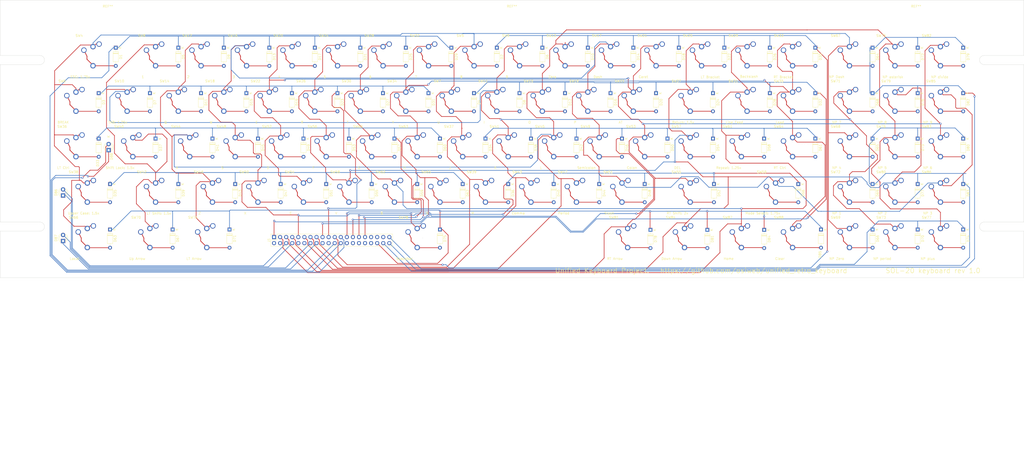
<source format=kicad_pcb>
(kicad_pcb (version 20171130) (host pcbnew "(5.1.5-0-10_14)")
  (title_block (title "Unified Retro Keyboard") (date 2019-08-25) (rev 1.3) (company OSIWeb.org) (comment 1 "Key matrix w/ LED"))
  (layers (0 F.Cu signal) (31 B.Cu signal) (34 B.Paste user) (35 F.Paste user) (36 B.SilkS user) (37 F.SilkS user) (38 B.Mask user) (39 F.Mask user) (44 Edge.Cuts user))
  (net 0 "")
  (net 1 /Row3)
  (net 2 /Row0)
  (net 3 /Row1)
  (net 4 "Net-(D5-Pad2)")
  (net 5 "Net-(D7-Pad2)")
  (net 6 "Net-(D8-Pad2)")
  (net 7 "Net-(D9-Pad2)")
  (net 8 "Net-(D10-Pad2)")
  (net 9 "Net-(D11-Pad2)")
  (net 10 "Net-(D12-Pad2)")
  (net 11 "Net-(D13-Pad2)")
  (net 12 "Net-(D14-Pad2)")
  (net 13 "Net-(D15-Pad2)")
  (net 14 "Net-(D16-Pad2)")
  (net 15 "Net-(D18-Pad2)")
  (net 16 "Net-(D19-Pad2)")
  (net 17 "Net-(D20-Pad2)")
  (net 18 "Net-(D22-Pad2)")
  (net 19 "Net-(D23-Pad2)")
  (net 20 "Net-(D24-Pad2)")
  (net 21 "Net-(D25-Pad2)")
  (net 22 "Net-(D26-Pad2)")
  (net 23 "Net-(D27-Pad2)")
  (net 24 "Net-(D28-Pad2)")
  (net 25 "Net-(D29-Pad2)")
  (net 26 "Net-(D30-Pad2)")
  (net 27 "Net-(D31-Pad2)")
  (net 28 "Net-(D32-Pad2)")
  (net 29 "Net-(D34-Pad2)")
  (net 30 "Net-(D36-Pad2)")
  (net 31 /Row4)
  (net 32 /Row5)
  (net 33 /Row7)
  (net 34 "Net-(D41-Pad2)")
  (net 35 "Net-(D42-Pad2)")
  (net 36 "Net-(D43-Pad2)")
  (net 37 "Net-(D45-Pad2)")
  (net 38 "Net-(D46-Pad2)")
  (net 39 "Net-(D47-Pad2)")
  (net 40 "Net-(D48-Pad2)")
  (net 41 "Net-(D49-Pad2)")
  (net 42 "Net-(D50-Pad2)")
  (net 43 "Net-(D51-Pad2)")
  (net 44 "Net-(D52-Pad2)")
  (net 45 "Net-(D53-Pad2)")
  (net 46 "Net-(D54-Pad2)")
  (net 47 "Net-(D55-Pad2)")
  (net 48 "Net-(D56-Pad2)")
  (net 49 "Net-(D57-Pad2)")
  (net 50 "Net-(D58-Pad2)")
  (net 51 "Net-(D59-Pad2)")
  (net 52 "Net-(D60-Pad2)")
  (net 53 "Net-(D61-Pad2)")
  (net 54 /Col0)
  (net 55 /Col1)
  (net 56 /Col2)
  (net 57 /Col3)
  (net 58 /Col4)
  (net 59 /Col5)
  (net 60 /Col6)
  (net 61 /Col7)
  (net 62 /Row6)
  (net 63 /Row2)
  (net 64 "Net-(D2-Pad2)")
  (net 65 "Net-(D3-Pad2)")
  (net 66 "Net-(D4-Pad2)")
  (net 67 "Net-(D6-Pad2)")
  (net 68 "Net-(D17-Pad2)")
  (net 69 "Net-(D21-Pad2)")
  (net 70 "Net-(D37-Pad2)")
  (net 71 "Net-(D38-Pad2)")
  (net 72 "Net-(D39-Pad2)")
  (net 73 "Net-(D40-Pad2)")
  (net 74 "Net-(D44-Pad2)")
  (net 75 "Net-(J1-Pad10)")
  (net 76 "Net-(J1-Pad12)")
  (net 77 "Net-(J1-Pad18)")
  (net 78 "Net-(J1-Pad20)")
  (net 79 "Net-(J1-Pad26)")
  (net 80 "Net-(J1-Pad28)")
  (net 81 "Net-(J1-Pad30)")
  (net 82 "Net-(J1-Pad32)")
  (net 83 "Net-(J1-Pad2)")
  (net 84 "Net-(J1-Pad4)")
  (net 85 "Net-(D1-Pad2)")
  (net 86 "Net-(D33-Pad2)")
  (net 87 "Net-(D35-Pad2)")
  (net 88 "Net-(D62-Pad2)")
  (net 89 "Net-(D63-Pad2)")
  (net 90 "Net-(D64-Pad2)")
  (net 91 "Net-(D65-Pad2)")
  (net 92 "Net-(D66-Pad2)")
  (net 93 "Net-(D67-Pad2)")
  (net 94 "Net-(D68-Pad2)")
  (net 95 "Net-(D69-Pad2)")
  (net 96 "Net-(D70-Pad2)")
  (net 97 "Net-(D71-Pad2)")
  (net 98 "Net-(D72-Pad2)")
  (net 99 "Net-(D73-Pad2)")
  (net 100 "Net-(D74-Pad2)")
  (net 101 "Net-(D75-Pad2)")
  (net 102 "Net-(D76-Pad2)")
  (net 103 "Net-(D77-Pad2)")
  (net 104 "Net-(D78-Pad2)")
  (net 105 "Net-(D79-Pad2)")
  (net 106 "Net-(D80-Pad2)")
  (net 107 "Net-(D81-Pad2)")
  (net 108 "Net-(D82-Pad2)")
  (net 109 "Net-(D83-Pad2)")
  (net 110 "Net-(D84-Pad2)")
  (net 111 "Net-(D85-Pad2)")
  (net 112 "Net-(D86-Pad2)")
  (net 113 "Net-(D86-Pad1)")
  (net 114 "Net-(D87-Pad2)")
  (net 115 "Net-(D87-Pad1)")
  (net 116 "Net-(D88-Pad2)")
  (net 117 "Net-(D88-Pad1)")
  (net 118 /Row11)
  (net 119 /Row12)
  (net 120 /Row10)
  (net 121 /Row13)
  (net 122 /Row9)
  (net 123 /Row14)
  (net 124 /Row8)
  (net 125 /Row15)
  (module MountingHole:MountingHole_4mm_Pad (layer F.Cu) (at 121.9458 114.7064)
    (fp_text reference REF** (at 0 -5) (layer F.SilkS))
    (fp_text value "mounting hole #6")
    (pad "" np_thru_hole circle (at 0 0) (size 3.81 3.81) (drill 3.81) (layers *.Cu *.Mask))
  )
  (module MountingHole:MountingHole_4mm_Pad (layer F.Cu) (at 460.33395 114.7064)
    (fp_text reference REF** (at 0 -5) (layer F.SilkS))
    (fp_text value "mounting hole #6")
    (pad "" np_thru_hole circle (at 0 0) (size 3.81 3.81) (drill 3.81) (layers *.Cu *.Mask))
  )
  (module MountingHole:MountingHole_4mm_Pad (layer F.Cu) (at 291.139874 114.7064)
    (fp_text reference REF** (at 0 -5) (layer F.SilkS))
    (fp_text value "mounting hole #6")
    (pad "" np_thru_hole circle (at 0 0) (size 3.81 3.81) (drill 3.81) (layers *.Cu *.Mask))
  )
  (module unikbd:Key_MX (layer F.Cu) (at 365.75238 168.69156)
    (fp_text reference SW57 (at -5.7912 -8.6106) (layer F.SilkS))
    (fp_text value DEL (at -5.334 8.6614) (layer F.SilkS))
    (fp_line (start 1.27 -5.08) (end 0.7366 -4.6736) (layer F.Cu) (width 0.3048))
    (fp_line (start 1.651 -5.08) (end 1.27 -5.08) (layer F.Cu) (width 0.3048))
    (fp_line (start -2.54 1.27) (end 0 3.81) (layer F.Cu) (width 0.3048))
    (fp_line (start -2.54 0) (end -2.54 1.27) (layer F.Cu) (width 0.3048))
    (fp_line (start -3.81 -2.54) (end -2.54 0) (layer F.Cu) (width 0.3048))
    (pad 2 thru_hole circle (at 0 4.0005) (size 2.2352 2.2352) (drill 1.397) (layers *.Cu *.Mask) (net 46 "Net-(D54-Pad2)"))
    (pad 1 thru_hole circle (at 0 -4.0005) (size 2.2352 2.2352) (drill 1.397) (layers *.Cu *.Mask) (net 59 /Col5))
    (pad 3 thru_hole circle (at 2.54 -5.08) (size 2.2352 2.2352) (drill 1.5748) (layers *.Cu *.Mask))
    (pad "" np_thru_hole circle (at -5.08 0) (size 1.7018 1.7018) (drill 1.7018) (layers *.Cu *.Mask))
    (pad "" np_thru_hole circle (at 5.08 0) (size 1.7018 1.7018) (drill 1.7018) (layers *.Cu *.Mask))
    (pad "" np_thru_hole circle (at 0 0) (size 3.9878 3.9878) (drill 3.9878) (layers *.Cu *.Mask))
    (pad 4 thru_hole circle (at -3.81 -2.54) (size 2.2352 2.2352) (drill 1.5748) (layers *.Cu *.Mask))
  )
  (module unikbd:Key_MX (layer F.Cu) (at 203.82738 187.74156)
    (fp_text reference SW54 (at -5.7912 -8.6106) (layer F.SilkS))
    (fp_text value C (at -5.334 8.6614) (layer F.SilkS))
    (fp_line (start 1.27 -5.08) (end 0.7366 -4.6736) (layer F.Cu) (width 0.3048))
    (fp_line (start 1.651 -5.08) (end 1.27 -5.08) (layer F.Cu) (width 0.3048))
    (fp_line (start -2.54 1.27) (end 0 3.81) (layer F.Cu) (width 0.3048))
    (fp_line (start -2.54 0) (end -2.54 1.27) (layer F.Cu) (width 0.3048))
    (fp_line (start -3.81 -2.54) (end -2.54 0) (layer F.Cu) (width 0.3048))
    (pad 2 thru_hole circle (at 0 4.0005) (size 2.2352 2.2352) (drill 1.397) (layers *.Cu *.Mask) (net 43 "Net-(D51-Pad2)"))
    (pad 1 thru_hole circle (at 0 -4.0005) (size 2.2352 2.2352) (drill 1.397) (layers *.Cu *.Mask) (net 58 /Col4))
    (pad 3 thru_hole circle (at 2.54 -5.08) (size 2.2352 2.2352) (drill 1.5748) (layers *.Cu *.Mask))
    (pad "" np_thru_hole circle (at -5.08 0) (size 1.7018 1.7018) (drill 1.7018) (layers *.Cu *.Mask))
    (pad "" np_thru_hole circle (at 5.08 0) (size 1.7018 1.7018) (drill 1.7018) (layers *.Cu *.Mask))
    (pad "" np_thru_hole circle (at 0 0) (size 3.9878 3.9878) (drill 3.9878) (layers *.Cu *.Mask))
    (pad 4 thru_hole circle (at -3.81 -2.54) (size 2.2352 2.2352) (drill 1.5748) (layers *.Cu *.Mask))
  )
  (module unikbd:Key_MX_Spacebar_5.25 (layer F.Cu) (at 251.45238 206.79156)
    (fp_text reference SW78 (at -5.7912 -8.6106) (layer F.SilkS))
    (fp_text value Spacebar (at -5.334 8.6614) (layer F.SilkS))
    (fp_line (start 1.27 -5.08) (end 0.7366 -4.6736) (layer F.Cu) (width 0.3048))
    (fp_line (start 1.651 -5.08) (end 1.27 -5.08) (layer F.Cu) (width 0.3048))
    (fp_line (start -2.54 1.27) (end 0 3.81) (layer F.Cu) (width 0.3048))
    (fp_line (start -2.54 0) (end -2.54 1.27) (layer F.Cu) (width 0.3048))
    (fp_line (start -3.81 -2.54) (end -2.54 0) (layer F.Cu) (width 0.3048))
    (pad "" np_thru_hole circle (at -66.675 8.255) (size 3.9878 3.9878) (drill 3.9878) (layers *.Cu *.Mask))
    (pad "" np_thru_hole circle (at 66.675 -6.985) (size 3.048 3.048) (drill 3.048) (layers *.Cu *.Mask))
    (pad "" np_thru_hole circle (at 66.675 8.255) (size 3.9878 3.9878) (drill 3.9878) (layers *.Cu *.Mask))
    (pad "" np_thru_hole circle (at -66.675 -6.985) (size 3.048 3.048) (drill 3.048) (layers *.Cu *.Mask))
    (pad 2 thru_hole circle (at 0 4.0005) (size 2.2352 2.2352) (drill 1.397) (layers *.Cu *.Mask) (net 101 "Net-(D75-Pad2)"))
    (pad 1 thru_hole circle (at 0 -4.0005) (size 2.2352 2.2352) (drill 1.397) (layers *.Cu *.Mask) (net 57 /Col3))
    (pad 3 thru_hole circle (at 2.54 -5.08) (size 2.2352 2.2352) (drill 1.5748) (layers *.Cu *.Mask))
    (pad "" np_thru_hole circle (at -5.08 0) (size 1.7018 1.7018) (drill 1.7018) (layers *.Cu *.Mask))
    (pad "" np_thru_hole circle (at 5.08 0) (size 1.7018 1.7018) (drill 1.7018) (layers *.Cu *.Mask))
    (pad "" np_thru_hole circle (at 0 0) (size 3.9878 3.9878) (drill 3.9878) (layers *.Cu *.Mask))
    (pad 4 thru_hole circle (at -3.81 -2.54) (size 2.2352 2.2352) (drill 1.5748) (layers *.Cu *.Mask))
  )
  (module unikbd:Key_MX (layer F.Cu) (at 163.34613 206.79156)
    (fp_text reference SW74 (at -5.7912 -8.6106) (layer F.SilkS))
    (fp_text value "LT Arrow" (at -5.334 8.6614) (layer F.SilkS))
    (fp_line (start 1.27 -5.08) (end 0.7366 -4.6736) (layer F.Cu) (width 0.3048))
    (fp_line (start 1.651 -5.08) (end 1.27 -5.08) (layer F.Cu) (width 0.3048))
    (fp_line (start -2.54 1.27) (end 0 3.81) (layer F.Cu) (width 0.3048))
    (fp_line (start -2.54 0) (end -2.54 1.27) (layer F.Cu) (width 0.3048))
    (fp_line (start -3.81 -2.54) (end -2.54 0) (layer F.Cu) (width 0.3048))
    (pad 2 thru_hole circle (at 0 4.0005) (size 2.2352 2.2352) (drill 1.397) (layers *.Cu *.Mask) (net 97 "Net-(D71-Pad2)"))
    (pad 1 thru_hole circle (at 0 -4.0005) (size 2.2352 2.2352) (drill 1.397) (layers *.Cu *.Mask) (net 56 /Col2))
    (pad 3 thru_hole circle (at 2.54 -5.08) (size 2.2352 2.2352) (drill 1.5748) (layers *.Cu *.Mask))
    (pad "" np_thru_hole circle (at -5.08 0) (size 1.7018 1.7018) (drill 1.7018) (layers *.Cu *.Mask))
    (pad "" np_thru_hole circle (at 5.08 0) (size 1.7018 1.7018) (drill 1.7018) (layers *.Cu *.Mask))
    (pad "" np_thru_hole circle (at 0 0) (size 3.9878 3.9878) (drill 3.9878) (layers *.Cu *.Mask))
    (pad 4 thru_hole circle (at -3.81 -2.54) (size 2.2352 2.2352) (drill 1.5748) (layers *.Cu *.Mask))
  )
  (module unikbd:kbd_header_two_mounting_holes (layer F.Cu) (at 191.6938 208.9658 90)
    (fp_text reference J1 (at 1.27 -2.33 90) (layer F.SilkS))
    (fp_text value Controller)
    (pad 1 thru_hole rect (at 2.5654 -0.1778 90) (size 1.7 1.7) (drill 1) (layers *.Cu *.Mask) (net 61 /Col7))
    (pad 2 thru_hole oval (at 0.0254 -0.1778 90) (size 1.7 1.7) (drill 1) (layers *.Cu *.Mask) (net 83 "Net-(J1-Pad2)"))
    (pad 3 thru_hole oval (at 2.5654 2.3622 90) (size 1.7 1.7) (drill 1) (layers *.Cu *.Mask) (net 60 /Col6))
    (pad 4 thru_hole oval (at 0.0254 2.3622 90) (size 1.7 1.7) (drill 1) (layers *.Cu *.Mask) (net 84 "Net-(J1-Pad4)"))
    (pad 5 thru_hole oval (at 2.5654 4.9022 90) (size 1.7 1.7) (drill 1) (layers *.Cu *.Mask) (net 59 /Col5))
    (pad 6 thru_hole oval (at 0.0254 4.9022 90) (size 1.7 1.7) (drill 1) (layers *.Cu *.Mask) (net 112 "Net-(D86-Pad2)"))
    (pad 7 thru_hole oval (at 2.5654 7.4422 90) (size 1.7 1.7) (drill 1) (layers *.Cu *.Mask) (net 58 /Col4))
    (pad 8 thru_hole oval (at 0.0254 7.4422 90) (size 1.7 1.7) (drill 1) (layers *.Cu *.Mask) (net 113 "Net-(D86-Pad1)"))
    (pad 9 thru_hole oval (at 2.5654 9.9822 90) (size 1.7 1.7) (drill 1) (layers *.Cu *.Mask) (net 57 /Col3))
    (pad 10 thru_hole oval (at 0.0254 9.9822 90) (size 1.7 1.7) (drill 1) (layers *.Cu *.Mask) (net 75 "Net-(J1-Pad10)"))
    (pad 11 thru_hole oval (at 2.5654 12.5222 90) (size 1.7 1.7) (drill 1) (layers *.Cu *.Mask) (net 56 /Col2))
    (pad 12 thru_hole oval (at 0.0254 12.5222 90) (size 1.7 1.7) (drill 1) (layers *.Cu *.Mask) (net 76 "Net-(J1-Pad12)"))
    (pad 13 thru_hole oval (at 2.5654 15.0622 90) (size 1.7 1.7) (drill 1) (layers *.Cu *.Mask) (net 55 /Col1))
    (pad 14 thru_hole oval (at 0.0254 15.0622 90) (size 1.7 1.7) (drill 1) (layers *.Cu *.Mask) (net 114 "Net-(D87-Pad2)"))
    (pad 15 thru_hole oval (at 2.5654 17.6022 90) (size 1.7 1.7) (drill 1) (layers *.Cu *.Mask) (net 54 /Col0))
    (pad 16 thru_hole oval (at 0.0254 17.6022 90) (size 1.7 1.7) (drill 1) (layers *.Cu *.Mask) (net 115 "Net-(D87-Pad1)"))
    (pad 17 thru_hole oval (at 2.5654 20.1422 90) (size 1.7 1.7) (drill 1) (layers *.Cu *.Mask) (net 33 /Row7))
    (pad 18 thru_hole oval (at 0.0254 20.1422 90) (size 1.7 1.7) (drill 1) (layers *.Cu *.Mask) (net 77 "Net-(J1-Pad18)"))
    (pad 19 thru_hole oval (at 2.5654 22.6822 90) (size 1.7 1.7) (drill 1) (layers *.Cu *.Mask) (net 62 /Row6))
    (pad 20 thru_hole oval (at 0.0254 22.6822 90) (size 1.7 1.7) (drill 1) (layers *.Cu *.Mask) (net 78 "Net-(J1-Pad20)"))
    (pad 21 thru_hole oval (at 2.5654 25.2222 90) (size 1.7 1.7) (drill 1) (layers *.Cu *.Mask) (net 32 /Row5))
    (pad 22 thru_hole oval (at 0.0254 25.2222 90) (size 1.7 1.7) (drill 1) (layers *.Cu *.Mask) (net 116 "Net-(D88-Pad2)"))
    (pad 23 thru_hole oval (at 2.5654 27.7622 90) (size 1.7 1.7) (drill 1) (layers *.Cu *.Mask) (net 31 /Row4))
    (pad 24 thru_hole oval (at 0.0254 27.7622 90) (size 1.7 1.7) (drill 1) (layers *.Cu *.Mask) (net 117 "Net-(D88-Pad1)"))
    (pad 25 thru_hole oval (at 2.5654 30.3022 90) (size 1.7 1.7) (drill 1) (layers *.Cu *.Mask) (net 1 /Row3))
    (pad 26 thru_hole oval (at 0.0254 30.3022 90) (size 1.7 1.7) (drill 1) (layers *.Cu *.Mask) (net 79 "Net-(J1-Pad26)"))
    (pad 27 thru_hole oval (at 2.5654 32.8422 90) (size 1.7 1.7) (drill 1) (layers *.Cu *.Mask) (net 63 /Row2))
    (pad 28 thru_hole oval (at 0.0254 32.8422 90) (size 1.7 1.7) (drill 1) (layers *.Cu *.Mask) (net 80 "Net-(J1-Pad28)"))
    (pad 29 thru_hole oval (at 2.5654 35.3822 90) (size 1.7 1.7) (drill 1) (layers *.Cu *.Mask) (net 3 /Row1))
    (pad 30 thru_hole oval (at 0.0254 35.3822 90) (size 1.7 1.7) (drill 1) (layers *.Cu *.Mask) (net 81 "Net-(J1-Pad30)"))
    (pad 31 thru_hole oval (at 2.5654 37.9222 90) (size 1.7 1.7) (drill 1) (layers *.Cu *.Mask) (net 2 /Row0))
    (pad 32 thru_hole oval (at 0.0254 37.9222 90) (size 1.7 1.7) (drill 1) (layers *.Cu *.Mask) (net 82 "Net-(J1-Pad32)"))
    (pad 33 thru_hole oval (at 2.5654 40.4622 90) (size 1.7 1.7) (drill 1) (layers *.Cu *.Mask) (net 125 /Row15))
    (pad 34 thru_hole oval (at 0.0254 40.4622 90) (size 1.7 1.7) (drill 1) (layers *.Cu *.Mask) (net 124 /Row8))
    (pad 35 thru_hole oval (at 2.5654 43.0022 90) (size 1.7 1.7) (drill 1) (layers *.Cu *.Mask) (net 123 /Row14))
    (pad 36 thru_hole oval (at 0.0254 43.0022 90) (size 1.7 1.7) (drill 1) (layers *.Cu *.Mask) (net 122 /Row9))
    (pad 37 thru_hole oval (at 2.5654 45.5422 90) (size 1.7 1.7) (drill 1) (layers *.Cu *.Mask) (net 121 /Row13))
    (pad 38 thru_hole oval (at 0.0254 45.5422 90) (size 1.7 1.7) (drill 1) (layers *.Cu *.Mask) (net 120 /Row10))
    (pad 39 thru_hole oval (at 2.5654 48.0822 90) (size 1.7 1.7) (drill 1) (layers *.Cu *.Mask) (net 119 /Row12))
    (pad 40 thru_hole oval (at 0.0254 48.0822 90) (size 1.7 1.7) (drill 1) (layers *.Cu *.Mask) (net 118 /Row11))
    (pad "" np_thru_hole circle (at 91.4924 -0.3288 90) (size 3.175 3.175) (drill 3.175) (layers *.Cu *.Mask))
    (pad "" np_thru_hole circle (at 91.4924 47.9312 90) (size 3.175 3.175) (drill 3.175) (layers *.Cu *.Mask))
  )
  (module LED_THT:LED_D3.0mm (layer F.Cu) (at 122.2629 169.9514 90)
    (fp_text reference D88 (at -2.65684 1.23952 90) (layer F.SilkS))
    (fp_text value LED)
    (pad 2 thru_hole circle (at 2.54 0 90) (size 1.8 1.8) (drill 0.9) (layers *.Cu *.Mask) (net 116 "Net-(D88-Pad2)"))
    (pad 1 thru_hole rect (at 0 0 90) (size 1.8 1.8) (drill 0.9) (layers *.Cu *.Mask) (net 117 "Net-(D88-Pad1)"))
  )
  (module LED_THT:LED_D3.0mm (layer F.Cu) (at 103.1748 208.0514 90)
    (fp_text reference D87 (at 1.27 -2.96 90) (layer F.SilkS))
    (fp_text value LED)
    (pad 2 thru_hole circle (at 2.54 0 90) (size 1.8 1.8) (drill 0.9) (layers *.Cu *.Mask) (net 114 "Net-(D87-Pad2)"))
    (pad 1 thru_hole rect (at 0 0 90) (size 1.8 1.8) (drill 0.9) (layers *.Cu *.Mask) (net 115 "Net-(D87-Pad1)"))
  )
  (module LED_THT:LED_D3.0mm (layer F.Cu) (at 103.1748 188.976 90)
    (fp_text reference D86 (at 1.27 -2.96 90) (layer F.SilkS))
    (fp_text value LED)
    (pad 2 thru_hole circle (at 2.54 0 90) (size 1.8 1.8) (drill 0.9) (layers *.Cu *.Mask) (net 112 "Net-(D86-Pad2)"))
    (pad 1 thru_hole rect (at 0 0 90) (size 1.8 1.8) (drill 0.9) (layers *.Cu *.Mask) (net 113 "Net-(D86-Pad1)"))
  )
  (module unikbd:Key_MX (layer F.Cu) (at 470.52738 149.64156)
    (fp_text reference SW85 (at -4.03098 -8.56996) (layer F.SilkS))
    (fp_text value "NP 9" (at -5.334 8.6614) (layer F.SilkS))
    (fp_line (start 1.27 -5.08) (end 0.7366 -4.6736) (layer F.Cu) (width 0.3048))
    (fp_line (start 1.651 -5.08) (end 1.27 -5.08) (layer F.Cu) (width 0.3048))
    (fp_line (start -2.54 1.27) (end 0 3.81) (layer F.Cu) (width 0.3048))
    (fp_line (start -2.54 0) (end -2.54 1.27) (layer F.Cu) (width 0.3048))
    (fp_line (start -3.81 -2.54) (end -2.54 0) (layer F.Cu) (width 0.3048))
    (pad 2 thru_hole circle (at 0 4.0005) (size 2.2352 2.2352) (drill 1.397) (layers *.Cu *.Mask) (net 108 "Net-(D82-Pad2)"))
    (pad 1 thru_hole circle (at 0 -4.0005) (size 2.2352 2.2352) (drill 1.397) (layers *.Cu *.Mask) (net 59 /Col5))
    (pad 3 thru_hole circle (at 2.54 -5.08) (size 2.2352 2.2352) (drill 1.5748) (layers *.Cu *.Mask))
    (pad "" np_thru_hole circle (at -5.08 0) (size 1.7018 1.7018) (drill 1.7018) (layers *.Cu *.Mask))
    (pad "" np_thru_hole circle (at 5.08 0) (size 1.7018 1.7018) (drill 1.7018) (layers *.Cu *.Mask))
    (pad "" np_thru_hole circle (at 0 0) (size 3.9878 3.9878) (drill 3.9878) (layers *.Cu *.Mask))
    (pad 4 thru_hole circle (at -3.81 -2.54) (size 2.2352 2.2352) (drill 1.5748) (layers *.Cu *.Mask))
  )
  (module Diode_THT:D_DO-35_SOD27_P7.62mm_Horizontal (layer F.Cu) (at 237.102226 146.0754 270)
    (fp_text reference D27 (at 3.81 -2.12 90) (layer F.SilkS))
    (fp_text value 1N4148)
    (fp_text user K (at 0 -1.8 90) (layer F.SilkS))
    (pad 2 thru_hole oval (at 7.62 0 270) (size 1.6 1.6) (drill 0.8) (layers *.Cu *.Mask) (net 23 "Net-(D27-Pad2)"))
    (pad 1 thru_hole rect (at 0 0 270) (size 1.6 1.6) (drill 0.8) (layers *.Cu *.Mask) (net 62 /Row6))
  )
  (module unikbd:Key_MX (layer F.Cu) (at 227.63988 149.64156)
    (fp_text reference SW30 (at -5.7912 -8.6106) (layer F.SilkS))
    (fp_text value T (at -5.334 8.6614) (layer F.SilkS))
    (fp_line (start 1.27 -5.08) (end 0.7366 -4.6736) (layer F.Cu) (width 0.3048))
    (fp_line (start 1.651 -5.08) (end 1.27 -5.08) (layer F.Cu) (width 0.3048))
    (fp_line (start -2.54 1.27) (end 0 3.81) (layer F.Cu) (width 0.3048))
    (fp_line (start -2.54 0) (end -2.54 1.27) (layer F.Cu) (width 0.3048))
    (fp_line (start -3.81 -2.54) (end -2.54 0) (layer F.Cu) (width 0.3048))
    (pad 2 thru_hole circle (at 0 4.0005) (size 2.2352 2.2352) (drill 1.397) (layers *.Cu *.Mask) (net 23 "Net-(D27-Pad2)"))
    (pad 1 thru_hole circle (at 0 -4.0005) (size 2.2352 2.2352) (drill 1.397) (layers *.Cu *.Mask) (net 60 /Col6))
    (pad 3 thru_hole circle (at 2.54 -5.08) (size 2.2352 2.2352) (drill 1.5748) (layers *.Cu *.Mask))
    (pad "" np_thru_hole circle (at -5.08 0) (size 1.7018 1.7018) (drill 1.7018) (layers *.Cu *.Mask))
    (pad "" np_thru_hole circle (at 5.08 0) (size 1.7018 1.7018) (drill 1.7018) (layers *.Cu *.Mask))
    (pad "" np_thru_hole circle (at 0 0) (size 3.9878 3.9878) (drill 3.9878) (layers *.Cu *.Mask))
    (pad 4 thru_hole circle (at -3.81 -2.54) (size 2.2352 2.2352) (drill 1.5748) (layers *.Cu *.Mask))
  )
  (module unikbd:Key_MX (layer F.Cu) (at 408.61488 206.79156)
    (fp_text reference SW88 (at -5.7912 -8.6106) (layer F.SilkS))
    (fp_text value Clear (at -5.334 8.6614) (layer F.SilkS))
    (fp_line (start 1.27 -5.08) (end 0.7366 -4.6736) (layer F.Cu) (width 0.3048))
    (fp_line (start 1.651 -5.08) (end 1.27 -5.08) (layer F.Cu) (width 0.3048))
    (fp_line (start -2.54 1.27) (end 0 3.81) (layer F.Cu) (width 0.3048))
    (fp_line (start -2.54 0) (end -2.54 1.27) (layer F.Cu) (width 0.3048))
    (fp_line (start -3.81 -2.54) (end -2.54 0) (layer F.Cu) (width 0.3048))
    (pad 2 thru_hole circle (at 0 4.0005) (size 2.2352 2.2352) (drill 1.397) (layers *.Cu *.Mask) (net 111 "Net-(D85-Pad2)"))
    (pad 1 thru_hole circle (at 0 -4.0005) (size 2.2352 2.2352) (drill 1.397) (layers *.Cu *.Mask) (net 61 /Col7))
    (pad 3 thru_hole circle (at 2.54 -5.08) (size 2.2352 2.2352) (drill 1.5748) (layers *.Cu *.Mask))
    (pad "" np_thru_hole circle (at -5.08 0) (size 1.7018 1.7018) (drill 1.7018) (layers *.Cu *.Mask))
    (pad "" np_thru_hole circle (at 5.08 0) (size 1.7018 1.7018) (drill 1.7018) (layers *.Cu *.Mask))
    (pad "" np_thru_hole circle (at 0 0) (size 3.9878 3.9878) (drill 3.9878) (layers *.Cu *.Mask))
    (pad 4 thru_hole circle (at -3.81 -2.54) (size 2.2352 2.2352) (drill 1.5748) (layers *.Cu *.Mask))
  )
  (module unikbd:Key_MX (layer F.Cu) (at 387.18363 206.79156)
    (fp_text reference SW87 (at -5.7912 -8.6106) (layer F.SilkS))
    (fp_text value Home (at -5.334 8.6614) (layer F.SilkS))
    (fp_line (start 1.27 -5.08) (end 0.7366 -4.6736) (layer F.Cu) (width 0.3048))
    (fp_line (start 1.651 -5.08) (end 1.27 -5.08) (layer F.Cu) (width 0.3048))
    (fp_line (start -2.54 1.27) (end 0 3.81) (layer F.Cu) (width 0.3048))
    (fp_line (start -2.54 0) (end -2.54 1.27) (layer F.Cu) (width 0.3048))
    (fp_line (start -3.81 -2.54) (end -2.54 0) (layer F.Cu) (width 0.3048))
    (pad 2 thru_hole circle (at 0 4.0005) (size 2.2352 2.2352) (drill 1.397) (layers *.Cu *.Mask) (net 110 "Net-(D84-Pad2)"))
    (pad 1 thru_hole circle (at 0 -4.0005) (size 2.2352 2.2352) (drill 1.397) (layers *.Cu *.Mask) (net 60 /Col6))
    (pad 3 thru_hole circle (at 2.54 -5.08) (size 2.2352 2.2352) (drill 1.5748) (layers *.Cu *.Mask))
    (pad "" np_thru_hole circle (at -5.08 0) (size 1.7018 1.7018) (drill 1.7018) (layers *.Cu *.Mask))
    (pad "" np_thru_hole circle (at 5.08 0) (size 1.7018 1.7018) (drill 1.7018) (layers *.Cu *.Mask))
    (pad "" np_thru_hole circle (at 0 0) (size 3.9878 3.9878) (drill 3.9878) (layers *.Cu *.Mask))
    (pad 4 thru_hole circle (at -3.81 -2.54) (size 2.2352 2.2352) (drill 1.5748) (layers *.Cu *.Mask))
  )
  (module unikbd:Key_MX (layer F.Cu) (at 470.52738 187.74156)
    (fp_text reference SW86 (at -5.7912 -8.6106) (layer F.SilkS))
    (fp_text value "NP 3" (at -5.334 8.6614) (layer F.SilkS))
    (fp_line (start 1.27 -5.08) (end 0.7366 -4.6736) (layer F.Cu) (width 0.3048))
    (fp_line (start 1.651 -5.08) (end 1.27 -5.08) (layer F.Cu) (width 0.3048))
    (fp_line (start -2.54 1.27) (end 0 3.81) (layer F.Cu) (width 0.3048))
    (fp_line (start -2.54 0) (end -2.54 1.27) (layer F.Cu) (width 0.3048))
    (fp_line (start -3.81 -2.54) (end -2.54 0) (layer F.Cu) (width 0.3048))
    (pad 2 thru_hole circle (at 0 4.0005) (size 2.2352 2.2352) (drill 1.397) (layers *.Cu *.Mask) (net 109 "Net-(D83-Pad2)"))
    (pad 1 thru_hole circle (at 0 -4.0005) (size 2.2352 2.2352) (drill 1.397) (layers *.Cu *.Mask) (net 59 /Col5))
    (pad 3 thru_hole circle (at 2.54 -5.08) (size 2.2352 2.2352) (drill 1.5748) (layers *.Cu *.Mask))
    (pad "" np_thru_hole circle (at -5.08 0) (size 1.7018 1.7018) (drill 1.7018) (layers *.Cu *.Mask))
    (pad "" np_thru_hole circle (at 5.08 0) (size 1.7018 1.7018) (drill 1.7018) (layers *.Cu *.Mask))
    (pad "" np_thru_hole circle (at 0 0) (size 3.9878 3.9878) (drill 3.9878) (layers *.Cu *.Mask))
    (pad 4 thru_hole circle (at -3.81 -2.54) (size 2.2352 2.2352) (drill 1.5748) (layers *.Cu *.Mask))
  )
  (module unikbd:Key_MX (layer F.Cu) (at 363.37113 206.79156)
    (fp_text reference SW84 (at -5.7912 -8.6106) (layer F.SilkS))
    (fp_text value "Down Arrow" (at -5.334 8.6614) (layer F.SilkS))
    (fp_line (start 1.27 -5.08) (end 0.7366 -4.6736) (layer F.Cu) (width 0.3048))
    (fp_line (start 1.651 -5.08) (end 1.27 -5.08) (layer F.Cu) (width 0.3048))
    (fp_line (start -2.54 1.27) (end 0 3.81) (layer F.Cu) (width 0.3048))
    (fp_line (start -2.54 0) (end -2.54 1.27) (layer F.Cu) (width 0.3048))
    (fp_line (start -3.81 -2.54) (end -2.54 0) (layer F.Cu) (width 0.3048))
    (pad 2 thru_hole circle (at 0 4.0005) (size 2.2352 2.2352) (drill 1.397) (layers *.Cu *.Mask) (net 107 "Net-(D81-Pad2)"))
    (pad 1 thru_hole circle (at 0 -4.0005) (size 2.2352 2.2352) (drill 1.397) (layers *.Cu *.Mask) (net 59 /Col5))
    (pad 3 thru_hole circle (at 2.54 -5.08) (size 2.2352 2.2352) (drill 1.5748) (layers *.Cu *.Mask))
    (pad "" np_thru_hole circle (at -5.08 0) (size 1.7018 1.7018) (drill 1.7018) (layers *.Cu *.Mask))
    (pad "" np_thru_hole circle (at 5.08 0) (size 1.7018 1.7018) (drill 1.7018) (layers *.Cu *.Mask))
    (pad "" np_thru_hole circle (at 0 0) (size 3.9878 3.9878) (drill 3.9878) (layers *.Cu *.Mask))
    (pad 4 thru_hole circle (at -3.81 -2.54) (size 2.2352 2.2352) (drill 1.5748) (layers *.Cu *.Mask))
  )
  (module unikbd:Key_MX (layer F.Cu) (at 470.52738 168.69156)
    (fp_text reference SW83 (at -5.7912 -8.6106) (layer F.SilkS))
    (fp_text value "NP 6" (at -5.334 8.6614) (layer F.SilkS))
    (fp_line (start 1.27 -5.08) (end 0.7366 -4.6736) (layer F.Cu) (width 0.3048))
    (fp_line (start 1.651 -5.08) (end 1.27 -5.08) (layer F.Cu) (width 0.3048))
    (fp_line (start -2.54 1.27) (end 0 3.81) (layer F.Cu) (width 0.3048))
    (fp_line (start -2.54 0) (end -2.54 1.27) (layer F.Cu) (width 0.3048))
    (fp_line (start -3.81 -2.54) (end -2.54 0) (layer F.Cu) (width 0.3048))
    (pad 2 thru_hole circle (at 0 4.0005) (size 2.2352 2.2352) (drill 1.397) (layers *.Cu *.Mask) (net 106 "Net-(D80-Pad2)"))
    (pad 1 thru_hole circle (at 0 -4.0005) (size 2.2352 2.2352) (drill 1.397) (layers *.Cu *.Mask) (net 58 /Col4))
    (pad 3 thru_hole circle (at 2.54 -5.08) (size 2.2352 2.2352) (drill 1.5748) (layers *.Cu *.Mask))
    (pad "" np_thru_hole circle (at -5.08 0) (size 1.7018 1.7018) (drill 1.7018) (layers *.Cu *.Mask))
    (pad "" np_thru_hole circle (at 5.08 0) (size 1.7018 1.7018) (drill 1.7018) (layers *.Cu *.Mask))
    (pad "" np_thru_hole circle (at 0 0) (size 3.9878 3.9878) (drill 3.9878) (layers *.Cu *.Mask))
    (pad 4 thru_hole circle (at -3.81 -2.54) (size 2.2352 2.2352) (drill 1.5748) (layers *.Cu *.Mask))
  )
  (module unikbd:Key_MX (layer F.Cu) (at 470.52738 130.59156)
    (fp_text reference SW82 (at -5.7912 -8.6106) (layer F.SilkS))
    (fp_text value "NP divide" (at -0.29718 8.72744) (layer F.SilkS))
    (fp_line (start 1.27 -5.08) (end 0.7366 -4.6736) (layer F.Cu) (width 0.3048))
    (fp_line (start 1.651 -5.08) (end 1.27 -5.08) (layer F.Cu) (width 0.3048))
    (fp_line (start -2.54 1.27) (end 0 3.81) (layer F.Cu) (width 0.3048))
    (fp_line (start -2.54 0) (end -2.54 1.27) (layer F.Cu) (width 0.3048))
    (fp_line (start -3.81 -2.54) (end -2.54 0) (layer F.Cu) (width 0.3048))
    (pad 2 thru_hole circle (at 0 4.0005) (size 2.2352 2.2352) (drill 1.397) (layers *.Cu *.Mask) (net 105 "Net-(D79-Pad2)"))
    (pad 1 thru_hole circle (at 0 -4.0005) (size 2.2352 2.2352) (drill 1.397) (layers *.Cu *.Mask) (net 58 /Col4))
    (pad 3 thru_hole circle (at 2.54 -5.08) (size 2.2352 2.2352) (drill 1.5748) (layers *.Cu *.Mask))
    (pad "" np_thru_hole circle (at -5.08 0) (size 1.7018 1.7018) (drill 1.7018) (layers *.Cu *.Mask))
    (pad "" np_thru_hole circle (at 5.08 0) (size 1.7018 1.7018) (drill 1.7018) (layers *.Cu *.Mask))
    (pad "" np_thru_hole circle (at 0 0) (size 3.9878 3.9878) (drill 3.9878) (layers *.Cu *.Mask))
    (pad 4 thru_hole circle (at -3.81 -2.54) (size 2.2352 2.2352) (drill 1.5748) (layers *.Cu *.Mask))
  )
  (module unikbd:Key_MX (layer F.Cu) (at 339.55863 206.79156)
    (fp_text reference SW81 (at -5.7912 -8.6106) (layer F.SilkS))
    (fp_text value "RT Arrow" (at -5.334 8.6614) (layer F.SilkS))
    (fp_line (start 1.27 -5.08) (end 0.7366 -4.6736) (layer F.Cu) (width 0.3048))
    (fp_line (start 1.651 -5.08) (end 1.27 -5.08) (layer F.Cu) (width 0.3048))
    (fp_line (start -2.54 1.27) (end 0 3.81) (layer F.Cu) (width 0.3048))
    (fp_line (start -2.54 0) (end -2.54 1.27) (layer F.Cu) (width 0.3048))
    (fp_line (start -3.81 -2.54) (end -2.54 0) (layer F.Cu) (width 0.3048))
    (pad 2 thru_hole circle (at 0 4.0005) (size 2.2352 2.2352) (drill 1.397) (layers *.Cu *.Mask) (net 104 "Net-(D78-Pad2)"))
    (pad 1 thru_hole circle (at 0 -4.0005) (size 2.2352 2.2352) (drill 1.397) (layers *.Cu *.Mask) (net 58 /Col4))
    (pad 3 thru_hole circle (at 2.54 -5.08) (size 2.2352 2.2352) (drill 1.5748) (layers *.Cu *.Mask))
    (pad "" np_thru_hole circle (at -5.08 0) (size 1.7018 1.7018) (drill 1.7018) (layers *.Cu *.Mask))
    (pad "" np_thru_hole circle (at 5.08 0) (size 1.7018 1.7018) (drill 1.7018) (layers *.Cu *.Mask))
    (pad "" np_thru_hole circle (at 0 0) (size 3.9878 3.9878) (drill 3.9878) (layers *.Cu *.Mask))
    (pad 4 thru_hole circle (at -3.81 -2.54) (size 2.2352 2.2352) (drill 1.5748) (layers *.Cu *.Mask))
  )
  (module unikbd:Key_MX (layer F.Cu) (at 451.47738 187.74156)
    (fp_text reference SW80 (at -5.7912 -8.6106) (layer F.SilkS))
    (fp_text value "NP 2" (at -5.334 8.6614) (layer F.SilkS))
    (fp_line (start 1.27 -5.08) (end 0.7366 -4.6736) (layer F.Cu) (width 0.3048))
    (fp_line (start 1.651 -5.08) (end 1.27 -5.08) (layer F.Cu) (width 0.3048))
    (fp_line (start -2.54 1.27) (end 0 3.81) (layer F.Cu) (width 0.3048))
    (fp_line (start -2.54 0) (end -2.54 1.27) (layer F.Cu) (width 0.3048))
    (fp_line (start -3.81 -2.54) (end -2.54 0) (layer F.Cu) (width 0.3048))
    (pad 2 thru_hole circle (at 0 4.0005) (size 2.2352 2.2352) (drill 1.397) (layers *.Cu *.Mask) (net 103 "Net-(D77-Pad2)"))
    (pad 1 thru_hole circle (at 0 -4.0005) (size 2.2352 2.2352) (drill 1.397) (layers *.Cu *.Mask) (net 57 /Col3))
    (pad 3 thru_hole circle (at 2.54 -5.08) (size 2.2352 2.2352) (drill 1.5748) (layers *.Cu *.Mask))
    (pad "" np_thru_hole circle (at -5.08 0) (size 1.7018 1.7018) (drill 1.7018) (layers *.Cu *.Mask))
    (pad "" np_thru_hole circle (at 5.08 0) (size 1.7018 1.7018) (drill 1.7018) (layers *.Cu *.Mask))
    (pad "" np_thru_hole circle (at 0 0) (size 3.9878 3.9878) (drill 3.9878) (layers *.Cu *.Mask))
    (pad 4 thru_hole circle (at -3.81 -2.54) (size 2.2352 2.2352) (drill 1.5748) (layers *.Cu *.Mask))
  )
  (module unikbd:Key_MX (layer F.Cu) (at 451.47738 149.64156)
    (fp_text reference SW79 (at -3.75158 -8.56996) (layer F.SilkS))
    (fp_text value "NP 8" (at -5.334 8.6614) (layer F.SilkS))
    (fp_line (start 1.27 -5.08) (end 0.7366 -4.6736) (layer F.Cu) (width 0.3048))
    (fp_line (start 1.651 -5.08) (end 1.27 -5.08) (layer F.Cu) (width 0.3048))
    (fp_line (start -2.54 1.27) (end 0 3.81) (layer F.Cu) (width 0.3048))
    (fp_line (start -2.54 0) (end -2.54 1.27) (layer F.Cu) (width 0.3048))
    (fp_line (start -3.81 -2.54) (end -2.54 0) (layer F.Cu) (width 0.3048))
    (pad 2 thru_hole circle (at 0 4.0005) (size 2.2352 2.2352) (drill 1.397) (layers *.Cu *.Mask) (net 102 "Net-(D76-Pad2)"))
    (pad 1 thru_hole circle (at 0 -4.0005) (size 2.2352 2.2352) (drill 1.397) (layers *.Cu *.Mask) (net 57 /Col3))
    (pad 3 thru_hole circle (at 2.54 -5.08) (size 2.2352 2.2352) (drill 1.5748) (layers *.Cu *.Mask))
    (pad "" np_thru_hole circle (at -5.08 0) (size 1.7018 1.7018) (drill 1.7018) (layers *.Cu *.Mask))
    (pad "" np_thru_hole circle (at 5.08 0) (size 1.7018 1.7018) (drill 1.7018) (layers *.Cu *.Mask))
    (pad "" np_thru_hole circle (at 0 0) (size 3.9878 3.9878) (drill 3.9878) (layers *.Cu *.Mask))
    (pad 4 thru_hole circle (at -3.81 -2.54) (size 2.2352 2.2352) (drill 1.5748) (layers *.Cu *.Mask))
  )
  (module unikbd:Key_MX (layer F.Cu) (at 470.52738 206.79156)
    (fp_text reference SW77 (at -5.7912 -8.6106) (layer F.SilkS))
    (fp_text value "NP plus" (at -5.334 8.6614) (layer F.SilkS))
    (fp_line (start 1.27 -5.08) (end 0.7366 -4.6736) (layer F.Cu) (width 0.3048))
    (fp_line (start 1.651 -5.08) (end 1.27 -5.08) (layer F.Cu) (width 0.3048))
    (fp_line (start -2.54 1.27) (end 0 3.81) (layer F.Cu) (width 0.3048))
    (fp_line (start -2.54 0) (end -2.54 1.27) (layer F.Cu) (width 0.3048))
    (fp_line (start -3.81 -2.54) (end -2.54 0) (layer F.Cu) (width 0.3048))
    (pad 2 thru_hole circle (at 0 4.0005) (size 2.2352 2.2352) (drill 1.397) (layers *.Cu *.Mask) (net 100 "Net-(D74-Pad2)"))
    (pad 1 thru_hole circle (at 0 -4.0005) (size 2.2352 2.2352) (drill 1.397) (layers *.Cu *.Mask) (net 56 /Col2))
    (pad 3 thru_hole circle (at 2.54 -5.08) (size 2.2352 2.2352) (drill 1.5748) (layers *.Cu *.Mask))
    (pad "" np_thru_hole circle (at -5.08 0) (size 1.7018 1.7018) (drill 1.7018) (layers *.Cu *.Mask))
    (pad "" np_thru_hole circle (at 5.08 0) (size 1.7018 1.7018) (drill 1.7018) (layers *.Cu *.Mask))
    (pad "" np_thru_hole circle (at 0 0) (size 3.9878 3.9878) (drill 3.9878) (layers *.Cu *.Mask))
    (pad 4 thru_hole circle (at -3.81 -2.54) (size 2.2352 2.2352) (drill 1.5748) (layers *.Cu *.Mask))
  )
  (module unikbd:Key_MX (layer F.Cu) (at 451.47738 168.69156)
    (fp_text reference SW76 (at -5.7912 -8.6106) (layer F.SilkS))
    (fp_text value "NP 5" (at -5.334 8.6614) (layer F.SilkS))
    (fp_line (start 1.27 -5.08) (end 0.7366 -4.6736) (layer F.Cu) (width 0.3048))
    (fp_line (start 1.651 -5.08) (end 1.27 -5.08) (layer F.Cu) (width 0.3048))
    (fp_line (start -2.54 1.27) (end 0 3.81) (layer F.Cu) (width 0.3048))
    (fp_line (start -2.54 0) (end -2.54 1.27) (layer F.Cu) (width 0.3048))
    (fp_line (start -3.81 -2.54) (end -2.54 0) (layer F.Cu) (width 0.3048))
    (pad 2 thru_hole circle (at 0 4.0005) (size 2.2352 2.2352) (drill 1.397) (layers *.Cu *.Mask) (net 99 "Net-(D73-Pad2)"))
    (pad 1 thru_hole circle (at 0 -4.0005) (size 2.2352 2.2352) (drill 1.397) (layers *.Cu *.Mask) (net 56 /Col2))
    (pad 3 thru_hole circle (at 2.54 -5.08) (size 2.2352 2.2352) (drill 1.5748) (layers *.Cu *.Mask))
    (pad "" np_thru_hole circle (at -5.08 0) (size 1.7018 1.7018) (drill 1.7018) (layers *.Cu *.Mask))
    (pad "" np_thru_hole circle (at 5.08 0) (size 1.7018 1.7018) (drill 1.7018) (layers *.Cu *.Mask))
    (pad "" np_thru_hole circle (at 0 0) (size 3.9878 3.9878) (drill 3.9878) (layers *.Cu *.Mask))
    (pad 4 thru_hole circle (at -3.81 -2.54) (size 2.2352 2.2352) (drill 1.5748) (layers *.Cu *.Mask))
  )
  (module unikbd:Key_MX (layer F.Cu) (at 451.47738 130.59156)
    (fp_text reference SW75 (at -5.7912 -8.6106) (layer F.SilkS))
    (fp_text value "NP asterisk" (at -0.88138 8.72744) (layer F.SilkS))
    (fp_line (start 1.27 -5.08) (end 0.7366 -4.6736) (layer F.Cu) (width 0.3048))
    (fp_line (start 1.651 -5.08) (end 1.27 -5.08) (layer F.Cu) (width 0.3048))
    (fp_line (start -2.54 1.27) (end 0 3.81) (layer F.Cu) (width 0.3048))
    (fp_line (start -2.54 0) (end -2.54 1.27) (layer F.Cu) (width 0.3048))
    (fp_line (start -3.81 -2.54) (end -2.54 0) (layer F.Cu) (width 0.3048))
    (pad 2 thru_hole circle (at 0 4.0005) (size 2.2352 2.2352) (drill 1.397) (layers *.Cu *.Mask) (net 98 "Net-(D72-Pad2)"))
    (pad 1 thru_hole circle (at 0 -4.0005) (size 2.2352 2.2352) (drill 1.397) (layers *.Cu *.Mask) (net 56 /Col2))
    (pad 3 thru_hole circle (at 2.54 -5.08) (size 2.2352 2.2352) (drill 1.5748) (layers *.Cu *.Mask))
    (pad "" np_thru_hole circle (at -5.08 0) (size 1.7018 1.7018) (drill 1.7018) (layers *.Cu *.Mask))
    (pad "" np_thru_hole circle (at 5.08 0) (size 1.7018 1.7018) (drill 1.7018) (layers *.Cu *.Mask))
    (pad "" np_thru_hole circle (at 0 0) (size 3.9878 3.9878) (drill 3.9878) (layers *.Cu *.Mask))
    (pad 4 thru_hole circle (at -3.81 -2.54) (size 2.2352 2.2352) (drill 1.5748) (layers *.Cu *.Mask))
  )
  (module unikbd:Key_MX (layer F.Cu) (at 451.47738 206.79156)
    (fp_text reference SW73 (at -5.7912 -8.6106) (layer F.SilkS))
    (fp_text value "NP period" (at -5.334 8.6614) (layer F.SilkS))
    (fp_line (start 1.27 -5.08) (end 0.7366 -4.6736) (layer F.Cu) (width 0.3048))
    (fp_line (start 1.651 -5.08) (end 1.27 -5.08) (layer F.Cu) (width 0.3048))
    (fp_line (start -2.54 1.27) (end 0 3.81) (layer F.Cu) (width 0.3048))
    (fp_line (start -2.54 0) (end -2.54 1.27) (layer F.Cu) (width 0.3048))
    (fp_line (start -3.81 -2.54) (end -2.54 0) (layer F.Cu) (width 0.3048))
    (pad 2 thru_hole circle (at 0 4.0005) (size 2.2352 2.2352) (drill 1.397) (layers *.Cu *.Mask) (net 96 "Net-(D70-Pad2)"))
    (pad 1 thru_hole circle (at 0 -4.0005) (size 2.2352 2.2352) (drill 1.397) (layers *.Cu *.Mask) (net 55 /Col1))
    (pad 3 thru_hole circle (at 2.54 -5.08) (size 2.2352 2.2352) (drill 1.5748) (layers *.Cu *.Mask))
    (pad "" np_thru_hole circle (at -5.08 0) (size 1.7018 1.7018) (drill 1.7018) (layers *.Cu *.Mask))
    (pad "" np_thru_hole circle (at 5.08 0) (size 1.7018 1.7018) (drill 1.7018) (layers *.Cu *.Mask))
    (pad "" np_thru_hole circle (at 0 0) (size 3.9878 3.9878) (drill 3.9878) (layers *.Cu *.Mask))
    (pad 4 thru_hole circle (at -3.81 -2.54) (size 2.2352 2.2352) (drill 1.5748) (layers *.Cu *.Mask))
  )
  (module unikbd:Key_MX (layer F.Cu) (at 432.42738 187.74156)
    (fp_text reference SW72 (at -5.7912 -8.6106) (layer F.SilkS))
    (fp_text value "NP 1" (at -5.334 8.6614) (layer F.SilkS))
    (fp_line (start 1.27 -5.08) (end 0.7366 -4.6736) (layer F.Cu) (width 0.3048))
    (fp_line (start 1.651 -5.08) (end 1.27 -5.08) (layer F.Cu) (width 0.3048))
    (fp_line (start -2.54 1.27) (end 0 3.81) (layer F.Cu) (width 0.3048))
    (fp_line (start -2.54 0) (end -2.54 1.27) (layer F.Cu) (width 0.3048))
    (fp_line (start -3.81 -2.54) (end -2.54 0) (layer F.Cu) (width 0.3048))
    (pad 2 thru_hole circle (at 0 4.0005) (size 2.2352 2.2352) (drill 1.397) (layers *.Cu *.Mask) (net 95 "Net-(D69-Pad2)"))
    (pad 1 thru_hole circle (at 0 -4.0005) (size 2.2352 2.2352) (drill 1.397) (layers *.Cu *.Mask) (net 55 /Col1))
    (pad 3 thru_hole circle (at 2.54 -5.08) (size 2.2352 2.2352) (drill 1.5748) (layers *.Cu *.Mask))
    (pad "" np_thru_hole circle (at -5.08 0) (size 1.7018 1.7018) (drill 1.7018) (layers *.Cu *.Mask))
    (pad "" np_thru_hole circle (at 5.08 0) (size 1.7018 1.7018) (drill 1.7018) (layers *.Cu *.Mask))
    (pad "" np_thru_hole circle (at 0 0) (size 3.9878 3.9878) (drill 3.9878) (layers *.Cu *.Mask))
    (pad 4 thru_hole circle (at -3.81 -2.54) (size 2.2352 2.2352) (drill 1.5748) (layers *.Cu *.Mask))
  )
  (module unikbd:Key_MX (layer F.Cu) (at 432.42738 149.64156)
    (fp_text reference SW71 (at -5.7912 -8.6106) (layer F.SilkS))
    (fp_text value "NP 7" (at -5.334 8.6614) (layer F.SilkS))
    (fp_line (start 1.27 -5.08) (end 0.7366 -4.6736) (layer F.Cu) (width 0.3048))
    (fp_line (start 1.651 -5.08) (end 1.27 -5.08) (layer F.Cu) (width 0.3048))
    (fp_line (start -2.54 1.27) (end 0 3.81) (layer F.Cu) (width 0.3048))
    (fp_line (start -2.54 0) (end -2.54 1.27) (layer F.Cu) (width 0.3048))
    (fp_line (start -3.81 -2.54) (end -2.54 0) (layer F.Cu) (width 0.3048))
    (pad 2 thru_hole circle (at 0 4.0005) (size 2.2352 2.2352) (drill 1.397) (layers *.Cu *.Mask) (net 94 "Net-(D68-Pad2)"))
    (pad 1 thru_hole circle (at 0 -4.0005) (size 2.2352 2.2352) (drill 1.397) (layers *.Cu *.Mask) (net 55 /Col1))
    (pad 3 thru_hole circle (at 2.54 -5.08) (size 2.2352 2.2352) (drill 1.5748) (layers *.Cu *.Mask))
    (pad "" np_thru_hole circle (at -5.08 0) (size 1.7018 1.7018) (drill 1.7018) (layers *.Cu *.Mask))
    (pad "" np_thru_hole circle (at 5.08 0) (size 1.7018 1.7018) (drill 1.7018) (layers *.Cu *.Mask))
    (pad "" np_thru_hole circle (at 0 0) (size 3.9878 3.9878) (drill 3.9878) (layers *.Cu *.Mask))
    (pad 4 thru_hole circle (at -3.81 -2.54) (size 2.2352 2.2352) (drill 1.5748) (layers *.Cu *.Mask))
  )
  (module unikbd:Key_MX (layer F.Cu) (at 139.53363 206.79156)
    (fp_text reference SW70 (at -5.7912 -8.6106) (layer F.SilkS))
    (fp_text value "Up Arrow" (at -5.334 8.6614) (layer F.SilkS))
    (fp_line (start 1.27 -5.08) (end 0.7366 -4.6736) (layer F.Cu) (width 0.3048))
    (fp_line (start 1.651 -5.08) (end 1.27 -5.08) (layer F.Cu) (width 0.3048))
    (fp_line (start -2.54 1.27) (end 0 3.81) (layer F.Cu) (width 0.3048))
    (fp_line (start -2.54 0) (end -2.54 1.27) (layer F.Cu) (width 0.3048))
    (fp_line (start -3.81 -2.54) (end -2.54 0) (layer F.Cu) (width 0.3048))
    (pad 2 thru_hole circle (at 0 4.0005) (size 2.2352 2.2352) (drill 1.397) (layers *.Cu *.Mask) (net 93 "Net-(D67-Pad2)"))
    (pad 1 thru_hole circle (at 0 -4.0005) (size 2.2352 2.2352) (drill 1.397) (layers *.Cu *.Mask) (net 55 /Col1))
    (pad 3 thru_hole circle (at 2.54 -5.08) (size 2.2352 2.2352) (drill 1.5748) (layers *.Cu *.Mask))
    (pad "" np_thru_hole circle (at -5.08 0) (size 1.7018 1.7018) (drill 1.7018) (layers *.Cu *.Mask))
    (pad "" np_thru_hole circle (at 5.08 0) (size 1.7018 1.7018) (drill 1.7018) (layers *.Cu *.Mask))
    (pad "" np_thru_hole circle (at 0 0) (size 3.9878 3.9878) (drill 3.9878) (layers *.Cu *.Mask))
    (pad 4 thru_hole circle (at -3.81 -2.54) (size 2.2352 2.2352) (drill 1.5748) (layers *.Cu *.Mask))
  )
  (module unikbd:Key_MX (layer F.Cu) (at 432.42738 206.79156)
    (fp_text reference SW69 (at -5.7912 -8.6106) (layer F.SilkS))
    (fp_text value "NP Zero" (at -5.334 8.6614) (layer F.SilkS))
    (fp_line (start 1.27 -5.08) (end 0.7366 -4.6736) (layer F.Cu) (width 0.3048))
    (fp_line (start 1.651 -5.08) (end 1.27 -5.08) (layer F.Cu) (width 0.3048))
    (fp_line (start -2.54 1.27) (end 0 3.81) (layer F.Cu) (width 0.3048))
    (fp_line (start -2.54 0) (end -2.54 1.27) (layer F.Cu) (width 0.3048))
    (fp_line (start -3.81 -2.54) (end -2.54 0) (layer F.Cu) (width 0.3048))
    (pad 2 thru_hole circle (at 0 4.0005) (size 2.2352 2.2352) (drill 1.397) (layers *.Cu *.Mask) (net 92 "Net-(D66-Pad2)"))
    (pad 1 thru_hole circle (at 0 -4.0005) (size 2.2352 2.2352) (drill 1.397) (layers *.Cu *.Mask) (net 54 /Col0))
    (pad 3 thru_hole circle (at 2.54 -5.08) (size 2.2352 2.2352) (drill 1.5748) (layers *.Cu *.Mask))
    (pad "" np_thru_hole circle (at -5.08 0) (size 1.7018 1.7018) (drill 1.7018) (layers *.Cu *.Mask))
    (pad "" np_thru_hole circle (at 5.08 0) (size 1.7018 1.7018) (drill 1.7018) (layers *.Cu *.Mask))
    (pad "" np_thru_hole circle (at 0 0) (size 3.9878 3.9878) (drill 3.9878) (layers *.Cu *.Mask))
    (pad 4 thru_hole circle (at -3.81 -2.54) (size 2.2352 2.2352) (drill 1.5748) (layers *.Cu *.Mask))
  )
  (module unikbd:Key_MX (layer F.Cu) (at 432.42738 168.69156)
    (fp_text reference SW68 (at -5.7912 -8.6106) (layer F.SilkS))
    (fp_text value "NP 4" (at -5.334 8.6614) (layer F.SilkS))
    (fp_line (start 1.27 -5.08) (end 0.7366 -4.6736) (layer F.Cu) (width 0.3048))
    (fp_line (start 1.651 -5.08) (end 1.27 -5.08) (layer F.Cu) (width 0.3048))
    (fp_line (start -2.54 1.27) (end 0 3.81) (layer F.Cu) (width 0.3048))
    (fp_line (start -2.54 0) (end -2.54 1.27) (layer F.Cu) (width 0.3048))
    (fp_line (start -3.81 -2.54) (end -2.54 0) (layer F.Cu) (width 0.3048))
    (pad 2 thru_hole circle (at 0 4.0005) (size 2.2352 2.2352) (drill 1.397) (layers *.Cu *.Mask) (net 91 "Net-(D65-Pad2)"))
    (pad 1 thru_hole circle (at 0 -4.0005) (size 2.2352 2.2352) (drill 1.397) (layers *.Cu *.Mask) (net 54 /Col0))
    (pad 3 thru_hole circle (at 2.54 -5.08) (size 2.2352 2.2352) (drill 1.5748) (layers *.Cu *.Mask))
    (pad "" np_thru_hole circle (at -5.08 0) (size 1.7018 1.7018) (drill 1.7018) (layers *.Cu *.Mask))
    (pad "" np_thru_hole circle (at 5.08 0) (size 1.7018 1.7018) (drill 1.7018) (layers *.Cu *.Mask))
    (pad "" np_thru_hole circle (at 0 0) (size 3.9878 3.9878) (drill 3.9878) (layers *.Cu *.Mask))
    (pad 4 thru_hole circle (at -3.81 -2.54) (size 2.2352 2.2352) (drill 1.5748) (layers *.Cu *.Mask))
  )
  (module unikbd:Key_MX (layer F.Cu) (at 432.42738 130.59156)
    (fp_text reference SW67 (at -5.7912 -8.6106) (layer F.SilkS))
    (fp_text value "NP Dash" (at -5.334 8.6614) (layer F.SilkS))
    (fp_line (start 1.27 -5.08) (end 0.7366 -4.6736) (layer F.Cu) (width 0.3048))
    (fp_line (start 1.651 -5.08) (end 1.27 -5.08) (layer F.Cu) (width 0.3048))
    (fp_line (start -2.54 1.27) (end 0 3.81) (layer F.Cu) (width 0.3048))
    (fp_line (start -2.54 0) (end -2.54 1.27) (layer F.Cu) (width 0.3048))
    (fp_line (start -3.81 -2.54) (end -2.54 0) (layer F.Cu) (width 0.3048))
    (pad 2 thru_hole circle (at 0 4.0005) (size 2.2352 2.2352) (drill 1.397) (layers *.Cu *.Mask) (net 90 "Net-(D64-Pad2)"))
    (pad 1 thru_hole circle (at 0 -4.0005) (size 2.2352 2.2352) (drill 1.397) (layers *.Cu *.Mask) (net 54 /Col0))
    (pad 3 thru_hole circle (at 2.54 -5.08) (size 2.2352 2.2352) (drill 1.5748) (layers *.Cu *.Mask))
    (pad "" np_thru_hole circle (at -5.08 0) (size 1.7018 1.7018) (drill 1.7018) (layers *.Cu *.Mask))
    (pad "" np_thru_hole circle (at 5.08 0) (size 1.7018 1.7018) (drill 1.7018) (layers *.Cu *.Mask))
    (pad "" np_thru_hole circle (at 0 0) (size 3.9878 3.9878) (drill 3.9878) (layers *.Cu *.Mask))
    (pad 4 thru_hole circle (at -3.81 -2.54) (size 2.2352 2.2352) (drill 1.5748) (layers *.Cu *.Mask))
  )
  (module unikbd:Key_MX (layer F.Cu) (at 113.33988 206.79156)
    (fp_text reference SW66 (at -5.7912 -8.6106) (layer F.SilkS))
    (fp_text value Local (at -5.334 8.6614) (layer F.SilkS))
    (fp_line (start 1.27 -5.08) (end 0.7366 -4.6736) (layer F.Cu) (width 0.3048))
    (fp_line (start 1.651 -5.08) (end 1.27 -5.08) (layer F.Cu) (width 0.3048))
    (fp_line (start -2.54 1.27) (end 0 3.81) (layer F.Cu) (width 0.3048))
    (fp_line (start -2.54 0) (end -2.54 1.27) (layer F.Cu) (width 0.3048))
    (fp_line (start -3.81 -2.54) (end -2.54 0) (layer F.Cu) (width 0.3048))
    (pad 2 thru_hole circle (at 0 4.0005) (size 2.2352 2.2352) (drill 1.397) (layers *.Cu *.Mask) (net 89 "Net-(D63-Pad2)"))
    (pad 1 thru_hole circle (at 0 -4.0005) (size 2.2352 2.2352) (drill 1.397) (layers *.Cu *.Mask) (net 54 /Col0))
    (pad 3 thru_hole circle (at 2.54 -5.08) (size 2.2352 2.2352) (drill 1.5748) (layers *.Cu *.Mask))
    (pad "" np_thru_hole circle (at -5.08 0) (size 1.7018 1.7018) (drill 1.7018) (layers *.Cu *.Mask))
    (pad "" np_thru_hole circle (at 5.08 0) (size 1.7018 1.7018) (drill 1.7018) (layers *.Cu *.Mask))
    (pad "" np_thru_hole circle (at 0 0) (size 3.9878 3.9878) (drill 3.9878) (layers *.Cu *.Mask))
    (pad 4 thru_hole circle (at -3.81 -2.54) (size 2.2352 2.2352) (drill 1.5748) (layers *.Cu *.Mask))
  )
  (module unikbd:Key_MX (layer F.Cu) (at 260.97738 187.74156)
    (fp_text reference SW65 (at -5.7912 -8.6106) (layer F.SilkS))
    (fp_text value N (at -5.334 8.6614) (layer F.SilkS))
    (fp_line (start 1.27 -5.08) (end 0.7366 -4.6736) (layer F.Cu) (width 0.3048))
    (fp_line (start 1.651 -5.08) (end 1.27 -5.08) (layer F.Cu) (width 0.3048))
    (fp_line (start -2.54 1.27) (end 0 3.81) (layer F.Cu) (width 0.3048))
    (fp_line (start -2.54 0) (end -2.54 1.27) (layer F.Cu) (width 0.3048))
    (fp_line (start -3.81 -2.54) (end -2.54 0) (layer F.Cu) (width 0.3048))
    (pad 2 thru_hole circle (at 0 4.0005) (size 2.2352 2.2352) (drill 1.397) (layers *.Cu *.Mask) (net 88 "Net-(D62-Pad2)"))
    (pad 1 thru_hole circle (at 0 -4.0005) (size 2.2352 2.2352) (drill 1.397) (layers *.Cu *.Mask) (net 61 /Col7))
    (pad 3 thru_hole circle (at 2.54 -5.08) (size 2.2352 2.2352) (drill 1.5748) (layers *.Cu *.Mask))
    (pad "" np_thru_hole circle (at -5.08 0) (size 1.7018 1.7018) (drill 1.7018) (layers *.Cu *.Mask))
    (pad "" np_thru_hole circle (at 5.08 0) (size 1.7018 1.7018) (drill 1.7018) (layers *.Cu *.Mask))
    (pad "" np_thru_hole circle (at 0 0) (size 3.9878 3.9878) (drill 3.9878) (layers *.Cu *.Mask))
    (pad 4 thru_hole circle (at -3.81 -2.54) (size 2.2352 2.2352) (drill 1.5748) (layers *.Cu *.Mask))
  )
  (module unikbd:Key_MX (layer F.Cu) (at 408.61488 168.69156)
    (fp_text reference SW64 (at -5.7912 -8.6106) (layer F.SilkS))
    (fp_text value "RT Ctrl" (at -5.334 8.6614) (layer F.SilkS))
    (fp_line (start 1.27 -5.08) (end 0.7366 -4.6736) (layer F.Cu) (width 0.3048))
    (fp_line (start 1.651 -5.08) (end 1.27 -5.08) (layer F.Cu) (width 0.3048))
    (fp_line (start -2.54 1.27) (end 0 3.81) (layer F.Cu) (width 0.3048))
    (fp_line (start -2.54 0) (end -2.54 1.27) (layer F.Cu) (width 0.3048))
    (fp_line (start -3.81 -2.54) (end -2.54 0) (layer F.Cu) (width 0.3048))
    (pad 2 thru_hole circle (at 0 4.0005) (size 2.2352 2.2352) (drill 1.397) (layers *.Cu *.Mask) (net 53 "Net-(D61-Pad2)"))
    (pad 1 thru_hole circle (at 0 -4.0005) (size 2.2352 2.2352) (drill 1.397) (layers *.Cu *.Mask) (net 61 /Col7))
    (pad 3 thru_hole circle (at 2.54 -5.08) (size 2.2352 2.2352) (drill 1.5748) (layers *.Cu *.Mask))
    (pad "" np_thru_hole circle (at -5.08 0) (size 1.7018 1.7018) (drill 1.7018) (layers *.Cu *.Mask))
    (pad "" np_thru_hole circle (at 5.08 0) (size 1.7018 1.7018) (drill 1.7018) (layers *.Cu *.Mask))
    (pad "" np_thru_hole circle (at 0 0) (size 3.9878 3.9878) (drill 3.9878) (layers *.Cu *.Mask))
    (pad 4 thru_hole circle (at -3.81 -2.54) (size 2.2352 2.2352) (drill 1.5748) (layers *.Cu *.Mask))
  )
  (module unikbd:Key_MX (layer F.Cu) (at 251.45238 168.69156)
    (fp_text reference SW63 (at -5.7912 -8.6106) (layer F.SilkS))
    (fp_text value H (at -5.334 8.6614) (layer F.SilkS))
    (fp_line (start 1.27 -5.08) (end 0.7366 -4.6736) (layer F.Cu) (width 0.3048))
    (fp_line (start 1.651 -5.08) (end 1.27 -5.08) (layer F.Cu) (width 0.3048))
    (fp_line (start -2.54 1.27) (end 0 3.81) (layer F.Cu) (width 0.3048))
    (fp_line (start -2.54 0) (end -2.54 1.27) (layer F.Cu) (width 0.3048))
    (fp_line (start -3.81 -2.54) (end -2.54 0) (layer F.Cu) (width 0.3048))
    (pad 2 thru_hole circle (at 0 4.0005) (size 2.2352 2.2352) (drill 1.397) (layers *.Cu *.Mask) (net 52 "Net-(D60-Pad2)"))
    (pad 1 thru_hole circle (at 0 -4.0005) (size 2.2352 2.2352) (drill 1.397) (layers *.Cu *.Mask) (net 61 /Col7))
    (pad 3 thru_hole circle (at 2.54 -5.08) (size 2.2352 2.2352) (drill 1.5748) (layers *.Cu *.Mask))
    (pad "" np_thru_hole circle (at -5.08 0) (size 1.7018 1.7018) (drill 1.7018) (layers *.Cu *.Mask))
    (pad "" np_thru_hole circle (at 5.08 0) (size 1.7018 1.7018) (drill 1.7018) (layers *.Cu *.Mask))
    (pad "" np_thru_hole circle (at 0 0) (size 3.9878 3.9878) (drill 3.9878) (layers *.Cu *.Mask))
    (pad 4 thru_hole circle (at -3.81 -2.54) (size 2.2352 2.2352) (drill 1.5748) (layers *.Cu *.Mask))
  )
  (module unikbd:Key_MX (layer F.Cu) (at 241.92738 187.74156)
    (fp_text reference SW62 (at -5.7912 -8.6106) (layer F.SilkS))
    (fp_text value B (at -5.334 8.6614) (layer F.SilkS))
    (fp_line (start 1.27 -5.08) (end 0.7366 -4.6736) (layer F.Cu) (width 0.3048))
    (fp_line (start 1.651 -5.08) (end 1.27 -5.08) (layer F.Cu) (width 0.3048))
    (fp_line (start -2.54 1.27) (end 0 3.81) (layer F.Cu) (width 0.3048))
    (fp_line (start -2.54 0) (end -2.54 1.27) (layer F.Cu) (width 0.3048))
    (fp_line (start -3.81 -2.54) (end -2.54 0) (layer F.Cu) (width 0.3048))
    (pad 2 thru_hole circle (at 0 4.0005) (size 2.2352 2.2352) (drill 1.397) (layers *.Cu *.Mask) (net 51 "Net-(D59-Pad2)"))
    (pad 1 thru_hole circle (at 0 -4.0005) (size 2.2352 2.2352) (drill 1.397) (layers *.Cu *.Mask) (net 60 /Col6))
    (pad 3 thru_hole circle (at 2.54 -5.08) (size 2.2352 2.2352) (drill 1.5748) (layers *.Cu *.Mask))
    (pad "" np_thru_hole circle (at -5.08 0) (size 1.7018 1.7018) (drill 1.7018) (layers *.Cu *.Mask))
    (pad "" np_thru_hole circle (at 5.08 0) (size 1.7018 1.7018) (drill 1.7018) (layers *.Cu *.Mask))
    (pad "" np_thru_hole circle (at 0 0) (size 3.9878 3.9878) (drill 3.9878) (layers *.Cu *.Mask))
    (pad 4 thru_hole circle (at -3.81 -2.54) (size 2.2352 2.2352) (drill 1.5748) (layers *.Cu *.Mask))
  )
  (module unikbd:Key_MX (layer F.Cu) (at 387.18363 168.69156)
    (fp_text reference SW61 (at -5.7912 -8.6106) (layer F.SilkS))
    (fp_text value "Repeat: 1.25x" (at -5.334 8.6614) (layer F.SilkS))
    (fp_line (start 1.27 -5.08) (end 0.7366 -4.6736) (layer F.Cu) (width 0.3048))
    (fp_line (start 1.651 -5.08) (end 1.27 -5.08) (layer F.Cu) (width 0.3048))
    (fp_line (start -2.54 1.27) (end 0 3.81) (layer F.Cu) (width 0.3048))
    (fp_line (start -2.54 0) (end -2.54 1.27) (layer F.Cu) (width 0.3048))
    (fp_line (start -3.81 -2.54) (end -2.54 0) (layer F.Cu) (width 0.3048))
    (pad 2 thru_hole circle (at 0 4.0005) (size 2.2352 2.2352) (drill 1.397) (layers *.Cu *.Mask) (net 50 "Net-(D58-Pad2)"))
    (pad 1 thru_hole circle (at 0 -4.0005) (size 2.2352 2.2352) (drill 1.397) (layers *.Cu *.Mask) (net 60 /Col6))
    (pad 3 thru_hole circle (at 2.54 -5.08) (size 2.2352 2.2352) (drill 1.5748) (layers *.Cu *.Mask))
    (pad "" np_thru_hole circle (at -5.08 0) (size 1.7018 1.7018) (drill 1.7018) (layers *.Cu *.Mask))
    (pad "" np_thru_hole circle (at 5.08 0) (size 1.7018 1.7018) (drill 1.7018) (layers *.Cu *.Mask))
    (pad "" np_thru_hole circle (at 0 0) (size 3.9878 3.9878) (drill 3.9878) (layers *.Cu *.Mask))
    (pad 4 thru_hole circle (at -3.81 -2.54) (size 2.2352 2.2352) (drill 1.5748) (layers *.Cu *.Mask))
  )
  (module unikbd:Key_MX (layer F.Cu) (at 232.40238 168.69156)
    (fp_text reference SW60 (at -5.7912 -8.6106) (layer F.SilkS))
    (fp_text value G (at -5.334 8.6614) (layer F.SilkS))
    (fp_line (start 1.27 -5.08) (end 0.7366 -4.6736) (layer F.Cu) (width 0.3048))
    (fp_line (start 1.651 -5.08) (end 1.27 -5.08) (layer F.Cu) (width 0.3048))
    (fp_line (start -2.54 1.27) (end 0 3.81) (layer F.Cu) (width 0.3048))
    (fp_line (start -2.54 0) (end -2.54 1.27) (layer F.Cu) (width 0.3048))
    (fp_line (start -3.81 -2.54) (end -2.54 0) (layer F.Cu) (width 0.3048))
    (pad 2 thru_hole circle (at 0 4.0005) (size 2.2352 2.2352) (drill 1.397) (layers *.Cu *.Mask) (net 49 "Net-(D57-Pad2)"))
    (pad 1 thru_hole circle (at 0 -4.0005) (size 2.2352 2.2352) (drill 1.397) (layers *.Cu *.Mask) (net 60 /Col6))
    (pad 3 thru_hole circle (at 2.54 -5.08) (size 2.2352 2.2352) (drill 1.5748) (layers *.Cu *.Mask))
    (pad "" np_thru_hole circle (at -5.08 0) (size 1.7018 1.7018) (drill 1.7018) (layers *.Cu *.Mask))
    (pad "" np_thru_hole circle (at 5.08 0) (size 1.7018 1.7018) (drill 1.7018) (layers *.Cu *.Mask))
    (pad "" np_thru_hole circle (at 0 0) (size 3.9878 3.9878) (drill 3.9878) (layers *.Cu *.Mask))
    (pad 4 thru_hole circle (at -3.81 -2.54) (size 2.2352 2.2352) (drill 1.5748) (layers *.Cu *.Mask))
  )
  (module unikbd:Key_MX (layer F.Cu) (at 401.47113 187.74156)
    (fp_text reference SW59 (at -5.7912 -8.6106) (layer F.SilkS))
    (fp_text value "Mode Select: 1.75x" (at -5.334 8.6614) (layer F.SilkS))
    (fp_line (start 1.27 -5.08) (end 0.7366 -4.6736) (layer F.Cu) (width 0.3048))
    (fp_line (start 1.651 -5.08) (end 1.27 -5.08) (layer F.Cu) (width 0.3048))
    (fp_line (start -2.54 1.27) (end 0 3.81) (layer F.Cu) (width 0.3048))
    (fp_line (start -2.54 0) (end -2.54 1.27) (layer F.Cu) (width 0.3048))
    (fp_line (start -3.81 -2.54) (end -2.54 0) (layer F.Cu) (width 0.3048))
    (pad 2 thru_hole circle (at 0 4.0005) (size 2.2352 2.2352) (drill 1.397) (layers *.Cu *.Mask) (net 48 "Net-(D56-Pad2)"))
    (pad 1 thru_hole circle (at 0 -4.0005) (size 2.2352 2.2352) (drill 1.397) (layers *.Cu *.Mask) (net 59 /Col5))
    (pad 3 thru_hole circle (at 2.54 -5.08) (size 2.2352 2.2352) (drill 1.5748) (layers *.Cu *.Mask))
    (pad "" np_thru_hole circle (at -5.08 0) (size 1.7018 1.7018) (drill 1.7018) (layers *.Cu *.Mask))
    (pad "" np_thru_hole circle (at 5.08 0) (size 1.7018 1.7018) (drill 1.7018) (layers *.Cu *.Mask))
    (pad "" np_thru_hole circle (at 0 0) (size 3.9878 3.9878) (drill 3.9878) (layers *.Cu *.Mask))
    (pad 4 thru_hole circle (at -3.81 -2.54) (size 2.2352 2.2352) (drill 1.5748) (layers *.Cu *.Mask))
  )
  (module unikbd:Key_MX (layer F.Cu) (at 222.87738 187.74156)
    (fp_text reference SW58 (at -5.7912 -8.6106) (layer F.SilkS))
    (fp_text value V (at -5.334 8.6614) (layer F.SilkS))
    (fp_line (start 1.27 -5.08) (end 0.7366 -4.6736) (layer F.Cu) (width 0.3048))
    (fp_line (start 1.651 -5.08) (end 1.27 -5.08) (layer F.Cu) (width 0.3048))
    (fp_line (start -2.54 1.27) (end 0 3.81) (layer F.Cu) (width 0.3048))
    (fp_line (start -2.54 0) (end -2.54 1.27) (layer F.Cu) (width 0.3048))
    (fp_line (start -3.81 -2.54) (end -2.54 0) (layer F.Cu) (width 0.3048))
    (pad 2 thru_hole circle (at 0 4.0005) (size 2.2352 2.2352) (drill 1.397) (layers *.Cu *.Mask) (net 47 "Net-(D55-Pad2)"))
    (pad 1 thru_hole circle (at 0 -4.0005) (size 2.2352 2.2352) (drill 1.397) (layers *.Cu *.Mask) (net 59 /Col5))
    (pad 3 thru_hole circle (at 2.54 -5.08) (size 2.2352 2.2352) (drill 1.5748) (layers *.Cu *.Mask))
    (pad "" np_thru_hole circle (at -5.08 0) (size 1.7018 1.7018) (drill 1.7018) (layers *.Cu *.Mask))
    (pad "" np_thru_hole circle (at 5.08 0) (size 1.7018 1.7018) (drill 1.7018) (layers *.Cu *.Mask))
    (pad "" np_thru_hole circle (at 0 0) (size 3.9878 3.9878) (drill 3.9878) (layers *.Cu *.Mask))
    (pad 4 thru_hole circle (at -3.81 -2.54) (size 2.2352 2.2352) (drill 1.5748) (layers *.Cu *.Mask))
  )
  (module unikbd:Key_MX (layer F.Cu) (at 213.35238 168.69156)
    (fp_text reference SW56 (at -5.7912 -8.6106) (layer F.SilkS))
    (fp_text value F (at -5.334 8.6614) (layer F.SilkS))
    (fp_line (start 1.27 -5.08) (end 0.7366 -4.6736) (layer F.Cu) (width 0.3048))
    (fp_line (start 1.651 -5.08) (end 1.27 -5.08) (layer F.Cu) (width 0.3048))
    (fp_line (start -2.54 1.27) (end 0 3.81) (layer F.Cu) (width 0.3048))
    (fp_line (start -2.54 0) (end -2.54 1.27) (layer F.Cu) (width 0.3048))
    (fp_line (start -3.81 -2.54) (end -2.54 0) (layer F.Cu) (width 0.3048))
    (pad 2 thru_hole circle (at 0 4.0005) (size 2.2352 2.2352) (drill 1.397) (layers *.Cu *.Mask) (net 45 "Net-(D53-Pad2)"))
    (pad 1 thru_hole circle (at 0 -4.0005) (size 2.2352 2.2352) (drill 1.397) (layers *.Cu *.Mask) (net 59 /Col5))
    (pad 3 thru_hole circle (at 2.54 -5.08) (size 2.2352 2.2352) (drill 1.5748) (layers *.Cu *.Mask))
    (pad "" np_thru_hole circle (at -5.08 0) (size 1.7018 1.7018) (drill 1.7018) (layers *.Cu *.Mask))
    (pad "" np_thru_hole circle (at 5.08 0) (size 1.7018 1.7018) (drill 1.7018) (layers *.Cu *.Mask))
    (pad "" np_thru_hole circle (at 0 0) (size 3.9878 3.9878) (drill 3.9878) (layers *.Cu *.Mask))
    (pad 4 thru_hole circle (at -3.81 -2.54) (size 2.2352 2.2352) (drill 1.5748) (layers *.Cu *.Mask))
  )
  (module unikbd:Key_MX (layer F.Cu) (at 365.75238 187.74156)
    (fp_text reference SW55 (at -5.7912 -8.6106) (layer F.SilkS))
    (fp_text value "RT Shift: 2x" (at -5.334 8.6614) (layer F.SilkS))
    (fp_line (start 1.27 -5.08) (end 0.7366 -4.6736) (layer F.Cu) (width 0.3048))
    (fp_line (start 1.651 -5.08) (end 1.27 -5.08) (layer F.Cu) (width 0.3048))
    (fp_line (start -2.54 1.27) (end 0 3.81) (layer F.Cu) (width 0.3048))
    (fp_line (start -2.54 0) (end -2.54 1.27) (layer F.Cu) (width 0.3048))
    (fp_line (start -3.81 -2.54) (end -2.54 0) (layer F.Cu) (width 0.3048))
    (pad 2 thru_hole circle (at 0 4.0005) (size 2.2352 2.2352) (drill 1.397) (layers *.Cu *.Mask) (net 44 "Net-(D52-Pad2)"))
    (pad 1 thru_hole circle (at 0 -4.0005) (size 2.2352 2.2352) (drill 1.397) (layers *.Cu *.Mask) (net 58 /Col4))
    (pad 3 thru_hole circle (at 2.54 -5.08) (size 2.2352 2.2352) (drill 1.5748) (layers *.Cu *.Mask))
    (pad "" np_thru_hole circle (at -5.08 0) (size 1.7018 1.7018) (drill 1.7018) (layers *.Cu *.Mask))
    (pad "" np_thru_hole circle (at 5.08 0) (size 1.7018 1.7018) (drill 1.7018) (layers *.Cu *.Mask))
    (pad "" np_thru_hole circle (at 0 0) (size 3.9878 3.9878) (drill 3.9878) (layers *.Cu *.Mask))
    (pad 4 thru_hole circle (at -3.81 -2.54) (size 2.2352 2.2352) (drill 1.5748) (layers *.Cu *.Mask))
  )
  (module unikbd:Key_MX (layer F.Cu) (at 346.70238 168.69156)
    (fp_text reference SW53 (at -5.7912 -8.6106) (layer F.SilkS))
    (fp_text value Colon (at -5.334 8.6614) (layer F.SilkS))
    (fp_line (start 1.27 -5.08) (end 0.7366 -4.6736) (layer F.Cu) (width 0.3048))
    (fp_line (start 1.651 -5.08) (end 1.27 -5.08) (layer F.Cu) (width 0.3048))
    (fp_line (start -2.54 1.27) (end 0 3.81) (layer F.Cu) (width 0.3048))
    (fp_line (start -2.54 0) (end -2.54 1.27) (layer F.Cu) (width 0.3048))
    (fp_line (start -3.81 -2.54) (end -2.54 0) (layer F.Cu) (width 0.3048))
    (pad 2 thru_hole circle (at 0 4.0005) (size 2.2352 2.2352) (drill 1.397) (layers *.Cu *.Mask) (net 42 "Net-(D50-Pad2)"))
    (pad 1 thru_hole circle (at 0 -4.0005) (size 2.2352 2.2352) (drill 1.397) (layers *.Cu *.Mask) (net 58 /Col4))
    (pad 3 thru_hole circle (at 2.54 -5.08) (size 2.2352 2.2352) (drill 1.5748) (layers *.Cu *.Mask))
    (pad "" np_thru_hole circle (at -5.08 0) (size 1.7018 1.7018) (drill 1.7018) (layers *.Cu *.Mask))
    (pad "" np_thru_hole circle (at 5.08 0) (size 1.7018 1.7018) (drill 1.7018) (layers *.Cu *.Mask))
    (pad "" np_thru_hole circle (at 0 0) (size 3.9878 3.9878) (drill 3.9878) (layers *.Cu *.Mask))
    (pad 4 thru_hole circle (at -3.81 -2.54) (size 2.2352 2.2352) (drill 1.5748) (layers *.Cu *.Mask))
  )
  (module unikbd:Key_MX (layer F.Cu) (at 194.30238 168.69156)
    (fp_text reference SW52 (at -5.7912 -8.6106) (layer F.SilkS))
    (fp_text value D (at -5.334 8.6614) (layer F.SilkS))
    (fp_line (start 1.27 -5.08) (end 0.7366 -4.6736) (layer F.Cu) (width 0.3048))
    (fp_line (start 1.651 -5.08) (end 1.27 -5.08) (layer F.Cu) (width 0.3048))
    (fp_line (start -2.54 1.27) (end 0 3.81) (layer F.Cu) (width 0.3048))
    (fp_line (start -2.54 0) (end -2.54 1.27) (layer F.Cu) (width 0.3048))
    (fp_line (start -3.81 -2.54) (end -2.54 0) (layer F.Cu) (width 0.3048))
    (pad 2 thru_hole circle (at 0 4.0005) (size 2.2352 2.2352) (drill 1.397) (layers *.Cu *.Mask) (net 41 "Net-(D49-Pad2)"))
    (pad 1 thru_hole circle (at 0 -4.0005) (size 2.2352 2.2352) (drill 1.397) (layers *.Cu *.Mask) (net 58 /Col4))
    (pad 3 thru_hole circle (at 2.54 -5.08) (size 2.2352 2.2352) (drill 1.5748) (layers *.Cu *.Mask))
    (pad "" np_thru_hole circle (at -5.08 0) (size 1.7018 1.7018) (drill 1.7018) (layers *.Cu *.Mask))
    (pad "" np_thru_hole circle (at 5.08 0) (size 1.7018 1.7018) (drill 1.7018) (layers *.Cu *.Mask))
    (pad "" np_thru_hole circle (at 0 0) (size 3.9878 3.9878) (drill 3.9878) (layers *.Cu *.Mask))
    (pad 4 thru_hole circle (at -3.81 -2.54) (size 2.2352 2.2352) (drill 1.5748) (layers *.Cu *.Mask))
  )
  (module unikbd:Key_MX (layer F.Cu) (at 337.17738 187.74156)
    (fp_text reference SW51 (at -5.7912 -8.6106) (layer F.SilkS))
    (fp_text value Slash (at -5.334 8.6614) (layer F.SilkS))
    (fp_line (start 1.27 -5.08) (end 0.7366 -4.6736) (layer F.Cu) (width 0.3048))
    (fp_line (start 1.651 -5.08) (end 1.27 -5.08) (layer F.Cu) (width 0.3048))
    (fp_line (start -2.54 1.27) (end 0 3.81) (layer F.Cu) (width 0.3048))
    (fp_line (start -2.54 0) (end -2.54 1.27) (layer F.Cu) (width 0.3048))
    (fp_line (start -3.81 -2.54) (end -2.54 0) (layer F.Cu) (width 0.3048))
    (pad 2 thru_hole circle (at 0 4.0005) (size 2.2352 2.2352) (drill 1.397) (layers *.Cu *.Mask) (net 40 "Net-(D48-Pad2)"))
    (pad 1 thru_hole circle (at 0 -4.0005) (size 2.2352 2.2352) (drill 1.397) (layers *.Cu *.Mask) (net 57 /Col3))
    (pad 3 thru_hole circle (at 2.54 -5.08) (size 2.2352 2.2352) (drill 1.5748) (layers *.Cu *.Mask))
    (pad "" np_thru_hole circle (at -5.08 0) (size 1.7018 1.7018) (drill 1.7018) (layers *.Cu *.Mask))
    (pad "" np_thru_hole circle (at 5.08 0) (size 1.7018 1.7018) (drill 1.7018) (layers *.Cu *.Mask))
    (pad "" np_thru_hole circle (at 0 0) (size 3.9878 3.9878) (drill 3.9878) (layers *.Cu *.Mask))
    (pad 4 thru_hole circle (at -3.81 -2.54) (size 2.2352 2.2352) (drill 1.5748) (layers *.Cu *.Mask))
  )
  (module unikbd:Key_MX (layer F.Cu) (at 184.77738 187.74156)
    (fp_text reference SW50 (at -5.7912 -8.6106) (layer F.SilkS))
    (fp_text value X (at -5.334 8.6614) (layer F.SilkS))
    (fp_line (start 1.27 -5.08) (end 0.7366 -4.6736) (layer F.Cu) (width 0.3048))
    (fp_line (start 1.651 -5.08) (end 1.27 -5.08) (layer F.Cu) (width 0.3048))
    (fp_line (start -2.54 1.27) (end 0 3.81) (layer F.Cu) (width 0.3048))
    (fp_line (start -2.54 0) (end -2.54 1.27) (layer F.Cu) (width 0.3048))
    (fp_line (start -3.81 -2.54) (end -2.54 0) (layer F.Cu) (width 0.3048))
    (pad 2 thru_hole circle (at 0 4.0005) (size 2.2352 2.2352) (drill 1.397) (layers *.Cu *.Mask) (net 39 "Net-(D47-Pad2)"))
    (pad 1 thru_hole circle (at 0 -4.0005) (size 2.2352 2.2352) (drill 1.397) (layers *.Cu *.Mask) (net 57 /Col3))
    (pad 3 thru_hole circle (at 2.54 -5.08) (size 2.2352 2.2352) (drill 1.5748) (layers *.Cu *.Mask))
    (pad "" np_thru_hole circle (at -5.08 0) (size 1.7018 1.7018) (drill 1.7018) (layers *.Cu *.Mask))
    (pad "" np_thru_hole circle (at 5.08 0) (size 1.7018 1.7018) (drill 1.7018) (layers *.Cu *.Mask))
    (pad "" np_thru_hole circle (at 0 0) (size 3.9878 3.9878) (drill 3.9878) (layers *.Cu *.Mask))
    (pad 4 thru_hole circle (at -3.81 -2.54) (size 2.2352 2.2352) (drill 1.5748) (layers *.Cu *.Mask))
  )
  (module unikbd:Key_MX (layer F.Cu) (at 327.65238 168.69156)
    (fp_text reference SW49 (at -5.7912 -8.6106) (layer F.SilkS))
    (fp_text value Semicolon (at -5.334 8.6614) (layer F.SilkS))
    (fp_line (start 1.27 -5.08) (end 0.7366 -4.6736) (layer F.Cu) (width 0.3048))
    (fp_line (start 1.651 -5.08) (end 1.27 -5.08) (layer F.Cu) (width 0.3048))
    (fp_line (start -2.54 1.27) (end 0 3.81) (layer F.Cu) (width 0.3048))
    (fp_line (start -2.54 0) (end -2.54 1.27) (layer F.Cu) (width 0.3048))
    (fp_line (start -3.81 -2.54) (end -2.54 0) (layer F.Cu) (width 0.3048))
    (pad 2 thru_hole circle (at 0 4.0005) (size 2.2352 2.2352) (drill 1.397) (layers *.Cu *.Mask) (net 38 "Net-(D46-Pad2)"))
    (pad 1 thru_hole circle (at 0 -4.0005) (size 2.2352 2.2352) (drill 1.397) (layers *.Cu *.Mask) (net 57 /Col3))
    (pad 3 thru_hole circle (at 2.54 -5.08) (size 2.2352 2.2352) (drill 1.5748) (layers *.Cu *.Mask))
    (pad "" np_thru_hole circle (at -5.08 0) (size 1.7018 1.7018) (drill 1.7018) (layers *.Cu *.Mask))
    (pad "" np_thru_hole circle (at 5.08 0) (size 1.7018 1.7018) (drill 1.7018) (layers *.Cu *.Mask))
    (pad "" np_thru_hole circle (at 0 0) (size 3.9878 3.9878) (drill 3.9878) (layers *.Cu *.Mask))
    (pad 4 thru_hole circle (at -3.81 -2.54) (size 2.2352 2.2352) (drill 1.5748) (layers *.Cu *.Mask))
  )
  (module unikbd:Key_MX (layer F.Cu) (at 175.25238 168.69156)
    (fp_text reference SW48 (at -5.7912 -8.6106) (layer F.SilkS))
    (fp_text value S (at -5.334 8.6614) (layer F.SilkS))
    (fp_line (start 1.27 -5.08) (end 0.7366 -4.6736) (layer F.Cu) (width 0.3048))
    (fp_line (start 1.651 -5.08) (end 1.27 -5.08) (layer F.Cu) (width 0.3048))
    (fp_line (start -2.54 1.27) (end 0 3.81) (layer F.Cu) (width 0.3048))
    (fp_line (start -2.54 0) (end -2.54 1.27) (layer F.Cu) (width 0.3048))
    (fp_line (start -3.81 -2.54) (end -2.54 0) (layer F.Cu) (width 0.3048))
    (pad 2 thru_hole circle (at 0 4.0005) (size 2.2352 2.2352) (drill 1.397) (layers *.Cu *.Mask) (net 37 "Net-(D45-Pad2)"))
    (pad 1 thru_hole circle (at 0 -4.0005) (size 2.2352 2.2352) (drill 1.397) (layers *.Cu *.Mask) (net 57 /Col3))
    (pad 3 thru_hole circle (at 2.54 -5.08) (size 2.2352 2.2352) (drill 1.5748) (layers *.Cu *.Mask))
    (pad "" np_thru_hole circle (at -5.08 0) (size 1.7018 1.7018) (drill 1.7018) (layers *.Cu *.Mask))
    (pad "" np_thru_hole circle (at 5.08 0) (size 1.7018 1.7018) (drill 1.7018) (layers *.Cu *.Mask))
    (pad "" np_thru_hole circle (at 0 0) (size 3.9878 3.9878) (drill 3.9878) (layers *.Cu *.Mask))
    (pad 4 thru_hole circle (at -3.81 -2.54) (size 2.2352 2.2352) (drill 1.5748) (layers *.Cu *.Mask))
  )
  (module unikbd:Key_MX (layer F.Cu) (at 318.12738 187.74156)
    (fp_text reference SW47 (at -5.7912 -8.6106) (layer F.SilkS))
    (fp_text value Period (at -5.334 8.6614) (layer F.SilkS))
    (fp_line (start 1.27 -5.08) (end 0.7366 -4.6736) (layer F.Cu) (width 0.3048))
    (fp_line (start 1.651 -5.08) (end 1.27 -5.08) (layer F.Cu) (width 0.3048))
    (fp_line (start -2.54 1.27) (end 0 3.81) (layer F.Cu) (width 0.3048))
    (fp_line (start -2.54 0) (end -2.54 1.27) (layer F.Cu) (width 0.3048))
    (fp_line (start -3.81 -2.54) (end -2.54 0) (layer F.Cu) (width 0.3048))
    (pad 2 thru_hole circle (at 0 4.0005) (size 2.2352 2.2352) (drill 1.397) (layers *.Cu *.Mask) (net 74 "Net-(D44-Pad2)"))
    (pad 1 thru_hole circle (at 0 -4.0005) (size 2.2352 2.2352) (drill 1.397) (layers *.Cu *.Mask) (net 56 /Col2))
    (pad 3 thru_hole circle (at 2.54 -5.08) (size 2.2352 2.2352) (drill 1.5748) (layers *.Cu *.Mask))
    (pad "" np_thru_hole circle (at -5.08 0) (size 1.7018 1.7018) (drill 1.7018) (layers *.Cu *.Mask))
    (pad "" np_thru_hole circle (at 5.08 0) (size 1.7018 1.7018) (drill 1.7018) (layers *.Cu *.Mask))
    (pad "" np_thru_hole circle (at 0 0) (size 3.9878 3.9878) (drill 3.9878) (layers *.Cu *.Mask))
    (pad 4 thru_hole circle (at -3.81 -2.54) (size 2.2352 2.2352) (drill 1.5748) (layers *.Cu *.Mask))
  )
  (module unikbd:Key_MX (layer F.Cu) (at 165.72738 187.74156)
    (fp_text reference SW46 (at -5.7912 -8.6106) (layer F.SilkS))
    (fp_text value Z (at -5.334 8.6614) (layer F.SilkS))
    (fp_line (start 1.27 -5.08) (end 0.7366 -4.6736) (layer F.Cu) (width 0.3048))
    (fp_line (start 1.651 -5.08) (end 1.27 -5.08) (layer F.Cu) (width 0.3048))
    (fp_line (start -2.54 1.27) (end 0 3.81) (layer F.Cu) (width 0.3048))
    (fp_line (start -2.54 0) (end -2.54 1.27) (layer F.Cu) (width 0.3048))
    (fp_line (start -3.81 -2.54) (end -2.54 0) (layer F.Cu) (width 0.3048))
    (pad 2 thru_hole circle (at 0 4.0005) (size 2.2352 2.2352) (drill 1.397) (layers *.Cu *.Mask) (net 36 "Net-(D43-Pad2)"))
    (pad 1 thru_hole circle (at 0 -4.0005) (size 2.2352 2.2352) (drill 1.397) (layers *.Cu *.Mask) (net 56 /Col2))
    (pad 3 thru_hole circle (at 2.54 -5.08) (size 2.2352 2.2352) (drill 1.5748) (layers *.Cu *.Mask))
    (pad "" np_thru_hole circle (at -5.08 0) (size 1.7018 1.7018) (drill 1.7018) (layers *.Cu *.Mask))
    (pad "" np_thru_hole circle (at 5.08 0) (size 1.7018 1.7018) (drill 1.7018) (layers *.Cu *.Mask))
    (pad "" np_thru_hole circle (at 0 0) (size 3.9878 3.9878) (drill 3.9878) (layers *.Cu *.Mask))
    (pad 4 thru_hole circle (at -3.81 -2.54) (size 2.2352 2.2352) (drill 1.5748) (layers *.Cu *.Mask))
  )
  (module unikbd:Key_MX (layer F.Cu) (at 308.60238 168.69156)
    (fp_text reference SW45 (at -5.7912 -8.6106) (layer F.SilkS))
    (fp_text value L (at -5.334 8.6614) (layer F.SilkS))
    (fp_line (start 1.27 -5.08) (end 0.7366 -4.6736) (layer F.Cu) (width 0.3048))
    (fp_line (start 1.651 -5.08) (end 1.27 -5.08) (layer F.Cu) (width 0.3048))
    (fp_line (start -2.54 1.27) (end 0 3.81) (layer F.Cu) (width 0.3048))
    (fp_line (start -2.54 0) (end -2.54 1.27) (layer F.Cu) (width 0.3048))
    (fp_line (start -3.81 -2.54) (end -2.54 0) (layer F.Cu) (width 0.3048))
    (pad 2 thru_hole circle (at 0 4.0005) (size 2.2352 2.2352) (drill 1.397) (layers *.Cu *.Mask) (net 35 "Net-(D42-Pad2)"))
    (pad 1 thru_hole circle (at 0 -4.0005) (size 2.2352 2.2352) (drill 1.397) (layers *.Cu *.Mask) (net 56 /Col2))
    (pad 3 thru_hole circle (at 2.54 -5.08) (size 2.2352 2.2352) (drill 1.5748) (layers *.Cu *.Mask))
    (pad "" np_thru_hole circle (at -5.08 0) (size 1.7018 1.7018) (drill 1.7018) (layers *.Cu *.Mask))
    (pad "" np_thru_hole circle (at 5.08 0) (size 1.7018 1.7018) (drill 1.7018) (layers *.Cu *.Mask))
    (pad "" np_thru_hole circle (at 0 0) (size 3.9878 3.9878) (drill 3.9878) (layers *.Cu *.Mask))
    (pad 4 thru_hole circle (at -3.81 -2.54) (size 2.2352 2.2352) (drill 1.5748) (layers *.Cu *.Mask))
  )
  (module unikbd:Key_MX (layer F.Cu) (at 156.20238 168.69156)
    (fp_text reference SW44 (at -5.7912 -8.6106) (layer F.SilkS))
    (fp_text value A (at -5.334 8.6614) (layer F.SilkS))
    (fp_line (start 1.27 -5.08) (end 0.7366 -4.6736) (layer F.Cu) (width 0.3048))
    (fp_line (start 1.651 -5.08) (end 1.27 -5.08) (layer F.Cu) (width 0.3048))
    (fp_line (start -2.54 1.27) (end 0 3.81) (layer F.Cu) (width 0.3048))
    (fp_line (start -2.54 0) (end -2.54 1.27) (layer F.Cu) (width 0.3048))
    (fp_line (start -3.81 -2.54) (end -2.54 0) (layer F.Cu) (width 0.3048))
    (pad 2 thru_hole circle (at 0 4.0005) (size 2.2352 2.2352) (drill 1.397) (layers *.Cu *.Mask) (net 34 "Net-(D41-Pad2)"))
    (pad 1 thru_hole circle (at 0 -4.0005) (size 2.2352 2.2352) (drill 1.397) (layers *.Cu *.Mask) (net 56 /Col2))
    (pad 3 thru_hole circle (at 2.54 -5.08) (size 2.2352 2.2352) (drill 1.5748) (layers *.Cu *.Mask))
    (pad "" np_thru_hole circle (at -5.08 0) (size 1.7018 1.7018) (drill 1.7018) (layers *.Cu *.Mask))
    (pad "" np_thru_hole circle (at 5.08 0) (size 1.7018 1.7018) (drill 1.7018) (layers *.Cu *.Mask))
    (pad "" np_thru_hole circle (at 0 0) (size 3.9878 3.9878) (drill 3.9878) (layers *.Cu *.Mask))
    (pad 4 thru_hole circle (at -3.81 -2.54) (size 2.2352 2.2352) (drill 1.5748) (layers *.Cu *.Mask))
  )
  (module unikbd:Key_MX (layer F.Cu) (at 299.07738 187.74156)
    (fp_text reference SW43 (at -5.7912 -8.6106) (layer F.SilkS))
    (fp_text value Comma (at -5.334 8.6614) (layer F.SilkS))
    (fp_line (start 1.27 -5.08) (end 0.7366 -4.6736) (layer F.Cu) (width 0.3048))
    (fp_line (start 1.651 -5.08) (end 1.27 -5.08) (layer F.Cu) (width 0.3048))
    (fp_line (start -2.54 1.27) (end 0 3.81) (layer F.Cu) (width 0.3048))
    (fp_line (start -2.54 0) (end -2.54 1.27) (layer F.Cu) (width 0.3048))
    (fp_line (start -3.81 -2.54) (end -2.54 0) (layer F.Cu) (width 0.3048))
    (pad 2 thru_hole circle (at 0 4.0005) (size 2.2352 2.2352) (drill 1.397) (layers *.Cu *.Mask) (net 73 "Net-(D40-Pad2)"))
    (pad 1 thru_hole circle (at 0 -4.0005) (size 2.2352 2.2352) (drill 1.397) (layers *.Cu *.Mask) (net 55 /Col1))
    (pad 3 thru_hole circle (at 2.54 -5.08) (size 2.2352 2.2352) (drill 1.5748) (layers *.Cu *.Mask))
    (pad "" np_thru_hole circle (at -5.08 0) (size 1.7018 1.7018) (drill 1.7018) (layers *.Cu *.Mask))
    (pad "" np_thru_hole circle (at 5.08 0) (size 1.7018 1.7018) (drill 1.7018) (layers *.Cu *.Mask))
    (pad "" np_thru_hole circle (at 0 0) (size 3.9878 3.9878) (drill 3.9878) (layers *.Cu *.Mask))
    (pad 4 thru_hole circle (at -3.81 -2.54) (size 2.2352 2.2352) (drill 1.5748) (layers *.Cu *.Mask))
  )
  (module unikbd:Key_MX (layer F.Cu) (at 141.91488 187.74156)
    (fp_text reference SW42 (at -5.7912 -8.6106) (layer F.SilkS))
    (fp_text value "LT Shift: 1.5x" (at 1.36652 8.75284) (layer F.SilkS))
    (fp_line (start 1.27 -5.08) (end 0.7366 -4.6736) (layer F.Cu) (width 0.3048))
    (fp_line (start 1.651 -5.08) (end 1.27 -5.08) (layer F.Cu) (width 0.3048))
    (fp_line (start -2.54 1.27) (end 0 3.81) (layer F.Cu) (width 0.3048))
    (fp_line (start -2.54 0) (end -2.54 1.27) (layer F.Cu) (width 0.3048))
    (fp_line (start -3.81 -2.54) (end -2.54 0) (layer F.Cu) (width 0.3048))
    (pad 2 thru_hole circle (at 0 4.0005) (size 2.2352 2.2352) (drill 1.397) (layers *.Cu *.Mask) (net 72 "Net-(D39-Pad2)"))
    (pad 1 thru_hole circle (at 0 -4.0005) (size 2.2352 2.2352) (drill 1.397) (layers *.Cu *.Mask) (net 55 /Col1))
    (pad 3 thru_hole circle (at 2.54 -5.08) (size 2.2352 2.2352) (drill 1.5748) (layers *.Cu *.Mask))
    (pad "" np_thru_hole circle (at -5.08 0) (size 1.7018 1.7018) (drill 1.7018) (layers *.Cu *.Mask))
    (pad "" np_thru_hole circle (at 5.08 0) (size 1.7018 1.7018) (drill 1.7018) (layers *.Cu *.Mask))
    (pad "" np_thru_hole circle (at 0 0) (size 3.9878 3.9878) (drill 3.9878) (layers *.Cu *.Mask))
    (pad 4 thru_hole circle (at -3.81 -2.54) (size 2.2352 2.2352) (drill 1.5748) (layers *.Cu *.Mask))
  )
  (module unikbd:Key_MX (layer F.Cu) (at 289.55238 168.69156)
    (fp_text reference SW41 (at -5.7912 -8.6106) (layer F.SilkS))
    (fp_text value K (at -5.334 8.6614) (layer F.SilkS))
    (fp_line (start 1.27 -5.08) (end 0.7366 -4.6736) (layer F.Cu) (width 0.3048))
    (fp_line (start 1.651 -5.08) (end 1.27 -5.08) (layer F.Cu) (width 0.3048))
    (fp_line (start -2.54 1.27) (end 0 3.81) (layer F.Cu) (width 0.3048))
    (fp_line (start -2.54 0) (end -2.54 1.27) (layer F.Cu) (width 0.3048))
    (fp_line (start -3.81 -2.54) (end -2.54 0) (layer F.Cu) (width 0.3048))
    (pad 2 thru_hole circle (at 0 4.0005) (size 2.2352 2.2352) (drill 1.397) (layers *.Cu *.Mask) (net 71 "Net-(D38-Pad2)"))
    (pad 1 thru_hole circle (at 0 -4.0005) (size 2.2352 2.2352) (drill 1.397) (layers *.Cu *.Mask) (net 55 /Col1))
    (pad 3 thru_hole circle (at 2.54 -5.08) (size 2.2352 2.2352) (drill 1.5748) (layers *.Cu *.Mask))
    (pad "" np_thru_hole circle (at -5.08 0) (size 1.7018 1.7018) (drill 1.7018) (layers *.Cu *.Mask))
    (pad "" np_thru_hole circle (at 5.08 0) (size 1.7018 1.7018) (drill 1.7018) (layers *.Cu *.Mask))
    (pad "" np_thru_hole circle (at 0 0) (size 3.9878 3.9878) (drill 3.9878) (layers *.Cu *.Mask))
    (pad 4 thru_hole circle (at -3.81 -2.54) (size 2.2352 2.2352) (drill 1.5748) (layers *.Cu *.Mask))
  )
  (module unikbd:Key_MX (layer F.Cu) (at 132.38988 168.69156)
    (fp_text reference SW40 (at -5.7912 -8.6106) (layer F.SilkS))
    (fp_text value "Shift Lock: 1.5x" (at -5.334 8.6614) (layer F.SilkS))
    (fp_line (start 1.27 -5.08) (end 0.7366 -4.6736) (layer F.Cu) (width 0.3048))
    (fp_line (start 1.651 -5.08) (end 1.27 -5.08) (layer F.Cu) (width 0.3048))
    (fp_line (start -2.54 1.27) (end 0 3.81) (layer F.Cu) (width 0.3048))
    (fp_line (start -2.54 0) (end -2.54 1.27) (layer F.Cu) (width 0.3048))
    (fp_line (start -3.81 -2.54) (end -2.54 0) (layer F.Cu) (width 0.3048))
    (pad 2 thru_hole circle (at 0 4.0005) (size 2.2352 2.2352) (drill 1.397) (layers *.Cu *.Mask) (net 70 "Net-(D37-Pad2)"))
    (pad 1 thru_hole circle (at 0 -4.0005) (size 2.2352 2.2352) (drill 1.397) (layers *.Cu *.Mask) (net 55 /Col1))
    (pad 3 thru_hole circle (at 2.54 -5.08) (size 2.2352 2.2352) (drill 1.5748) (layers *.Cu *.Mask))
    (pad "" np_thru_hole circle (at -5.08 0) (size 1.7018 1.7018) (drill 1.7018) (layers *.Cu *.Mask))
    (pad "" np_thru_hole circle (at 5.08 0) (size 1.7018 1.7018) (drill 1.7018) (layers *.Cu *.Mask))
    (pad "" np_thru_hole circle (at 0 0) (size 3.9878 3.9878) (drill 3.9878) (layers *.Cu *.Mask))
    (pad 4 thru_hole circle (at -3.81 -2.54) (size 2.2352 2.2352) (drill 1.5748) (layers *.Cu *.Mask))
  )
  (module unikbd:Key_MX (layer F.Cu) (at 280.02738 187.74156)
    (fp_text reference SW39 (at -5.7912 -8.6106) (layer F.SilkS))
    (fp_text value M (at -5.334 8.6614) (layer F.SilkS))
    (fp_line (start 1.27 -5.08) (end 0.7366 -4.6736) (layer F.Cu) (width 0.3048))
    (fp_line (start 1.651 -5.08) (end 1.27 -5.08) (layer F.Cu) (width 0.3048))
    (fp_line (start -2.54 1.27) (end 0 3.81) (layer F.Cu) (width 0.3048))
    (fp_line (start -2.54 0) (end -2.54 1.27) (layer F.Cu) (width 0.3048))
    (fp_line (start -3.81 -2.54) (end -2.54 0) (layer F.Cu) (width 0.3048))
    (pad 2 thru_hole circle (at 0 4.0005) (size 2.2352 2.2352) (drill 1.397) (layers *.Cu *.Mask) (net 30 "Net-(D36-Pad2)"))
    (pad 1 thru_hole circle (at 0 -4.0005) (size 2.2352 2.2352) (drill 1.397) (layers *.Cu *.Mask) (net 54 /Col0))
    (pad 3 thru_hole circle (at 2.54 -5.08) (size 2.2352 2.2352) (drill 1.5748) (layers *.Cu *.Mask))
    (pad "" np_thru_hole circle (at -5.08 0) (size 1.7018 1.7018) (drill 1.7018) (layers *.Cu *.Mask))
    (pad "" np_thru_hole circle (at 5.08 0) (size 1.7018 1.7018) (drill 1.7018) (layers *.Cu *.Mask))
    (pad "" np_thru_hole circle (at 0 0) (size 3.9878 3.9878) (drill 3.9878) (layers *.Cu *.Mask))
    (pad 4 thru_hole circle (at -3.81 -2.54) (size 2.2352 2.2352) (drill 1.5748) (layers *.Cu *.Mask))
  )
  (module unikbd:Key_MX (layer F.Cu) (at 113.33988 187.74156)
    (fp_text reference SW38 (at -5.7912 -8.6106) (layer F.SilkS))
    (fp_text value "Upper Case: 1.5x" (at -1.55448 8.6614) (layer F.SilkS))
    (fp_line (start 1.27 -5.08) (end 0.7366 -4.6736) (layer F.Cu) (width 0.3048))
    (fp_line (start 1.651 -5.08) (end 1.27 -5.08) (layer F.Cu) (width 0.3048))
    (fp_line (start -2.54 1.27) (end 0 3.81) (layer F.Cu) (width 0.3048))
    (fp_line (start -2.54 0) (end -2.54 1.27) (layer F.Cu) (width 0.3048))
    (fp_line (start -3.81 -2.54) (end -2.54 0) (layer F.Cu) (width 0.3048))
    (pad 2 thru_hole circle (at 0 4.0005) (size 2.2352 2.2352) (drill 1.397) (layers *.Cu *.Mask) (net 87 "Net-(D35-Pad2)"))
    (pad 1 thru_hole circle (at 0 -4.0005) (size 2.2352 2.2352) (drill 1.397) (layers *.Cu *.Mask) (net 54 /Col0))
    (pad 3 thru_hole circle (at 2.54 -5.08) (size 2.2352 2.2352) (drill 1.5748) (layers *.Cu *.Mask))
    (pad "" np_thru_hole circle (at -5.08 0) (size 1.7018 1.7018) (drill 1.7018) (layers *.Cu *.Mask))
    (pad "" np_thru_hole circle (at 5.08 0) (size 1.7018 1.7018) (drill 1.7018) (layers *.Cu *.Mask))
    (pad "" np_thru_hole circle (at 0 0) (size 3.9878 3.9878) (drill 3.9878) (layers *.Cu *.Mask))
    (pad 4 thru_hole circle (at -3.81 -2.54) (size 2.2352 2.2352) (drill 1.5748) (layers *.Cu *.Mask))
  )
  (module unikbd:Key_MX (layer F.Cu) (at 270.50238 168.69156)
    (fp_text reference SW37 (at -5.7912 -8.6106) (layer F.SilkS))
    (fp_text value J (at -5.334 8.6614) (layer F.SilkS))
    (fp_line (start 1.27 -5.08) (end 0.7366 -4.6736) (layer F.Cu) (width 0.3048))
    (fp_line (start 1.651 -5.08) (end 1.27 -5.08) (layer F.Cu) (width 0.3048))
    (fp_line (start -2.54 1.27) (end 0 3.81) (layer F.Cu) (width 0.3048))
    (fp_line (start -2.54 0) (end -2.54 1.27) (layer F.Cu) (width 0.3048))
    (fp_line (start -3.81 -2.54) (end -2.54 0) (layer F.Cu) (width 0.3048))
    (pad 2 thru_hole circle (at 0 4.0005) (size 2.2352 2.2352) (drill 1.397) (layers *.Cu *.Mask) (net 29 "Net-(D34-Pad2)"))
    (pad 1 thru_hole circle (at 0 -4.0005) (size 2.2352 2.2352) (drill 1.397) (layers *.Cu *.Mask) (net 54 /Col0))
    (pad 3 thru_hole circle (at 2.54 -5.08) (size 2.2352 2.2352) (drill 1.5748) (layers *.Cu *.Mask))
    (pad "" np_thru_hole circle (at -5.08 0) (size 1.7018 1.7018) (drill 1.7018) (layers *.Cu *.Mask))
    (pad "" np_thru_hole circle (at 5.08 0) (size 1.7018 1.7018) (drill 1.7018) (layers *.Cu *.Mask))
    (pad "" np_thru_hole circle (at 0 0) (size 3.9878 3.9878) (drill 3.9878) (layers *.Cu *.Mask))
    (pad 4 thru_hole circle (at -3.81 -2.54) (size 2.2352 2.2352) (drill 1.5748) (layers *.Cu *.Mask))
  )
  (module unikbd:Key_MX (layer F.Cu) (at 108.57738 168.69156)
    (fp_text reference SW36 (at -5.7912 -8.6106) (layer F.SilkS))
    (fp_text value "LT Ctrl" (at -5.334 8.6614) (layer F.SilkS))
    (fp_line (start 1.27 -5.08) (end 0.7366 -4.6736) (layer F.Cu) (width 0.3048))
    (fp_line (start 1.651 -5.08) (end 1.27 -5.08) (layer F.Cu) (width 0.3048))
    (fp_line (start -2.54 1.27) (end 0 3.81) (layer F.Cu) (width 0.3048))
    (fp_line (start -2.54 0) (end -2.54 1.27) (layer F.Cu) (width 0.3048))
    (fp_line (start -3.81 -2.54) (end -2.54 0) (layer F.Cu) (width 0.3048))
    (pad 2 thru_hole circle (at 0 4.0005) (size 2.2352 2.2352) (drill 1.397) (layers *.Cu *.Mask) (net 86 "Net-(D33-Pad2)"))
    (pad 1 thru_hole circle (at 0 -4.0005) (size 2.2352 2.2352) (drill 1.397) (layers *.Cu *.Mask) (net 54 /Col0))
    (pad 3 thru_hole circle (at 2.54 -5.08) (size 2.2352 2.2352) (drill 1.5748) (layers *.Cu *.Mask))
    (pad "" np_thru_hole circle (at -5.08 0) (size 1.7018 1.7018) (drill 1.7018) (layers *.Cu *.Mask))
    (pad "" np_thru_hole circle (at 5.08 0) (size 1.7018 1.7018) (drill 1.7018) (layers *.Cu *.Mask))
    (pad "" np_thru_hole circle (at 0 0) (size 3.9878 3.9878) (drill 3.9878) (layers *.Cu *.Mask))
    (pad 4 thru_hole circle (at -3.81 -2.54) (size 2.2352 2.2352) (drill 1.5748) (layers *.Cu *.Mask))
  )
  (module unikbd:Key_MX (layer F.Cu) (at 408.61488 149.64156)
    (fp_text reference SW35 (at -5.7912 -8.6106) (layer F.SilkS))
    (fp_text value Load (at -5.334 8.6614) (layer F.SilkS))
    (fp_line (start 1.27 -5.08) (end 0.7366 -4.6736) (layer F.Cu) (width 0.3048))
    (fp_line (start 1.651 -5.08) (end 1.27 -5.08) (layer F.Cu) (width 0.3048))
    (fp_line (start -2.54 1.27) (end 0 3.81) (layer F.Cu) (width 0.3048))
    (fp_line (start -2.54 0) (end -2.54 1.27) (layer F.Cu) (width 0.3048))
    (fp_line (start -3.81 -2.54) (end -2.54 0) (layer F.Cu) (width 0.3048))
    (pad 2 thru_hole circle (at 0 4.0005) (size 2.2352 2.2352) (drill 1.397) (layers *.Cu *.Mask) (net 28 "Net-(D32-Pad2)"))
    (pad 1 thru_hole circle (at 0 -4.0005) (size 2.2352 2.2352) (drill 1.397) (layers *.Cu *.Mask) (net 61 /Col7))
    (pad 3 thru_hole circle (at 2.54 -5.08) (size 2.2352 2.2352) (drill 1.5748) (layers *.Cu *.Mask))
    (pad "" np_thru_hole circle (at -5.08 0) (size 1.7018 1.7018) (drill 1.7018) (layers *.Cu *.Mask))
    (pad "" np_thru_hole circle (at 5.08 0) (size 1.7018 1.7018) (drill 1.7018) (layers *.Cu *.Mask))
    (pad "" np_thru_hole circle (at 0 0) (size 3.9878 3.9878) (drill 3.9878) (layers *.Cu *.Mask))
    (pad 4 thru_hole circle (at -3.81 -2.54) (size 2.2352 2.2352) (drill 1.5748) (layers *.Cu *.Mask))
  )
  (module unikbd:Key_MX (layer F.Cu) (at 246.68988 149.64156)
    (fp_text reference SW34 (at -5.7912 -8.6106) (layer F.SilkS))
    (fp_text value Y (at -5.334 8.6614) (layer F.SilkS))
    (fp_line (start 1.27 -5.08) (end 0.7366 -4.6736) (layer F.Cu) (width 0.3048))
    (fp_line (start 1.651 -5.08) (end 1.27 -5.08) (layer F.Cu) (width 0.3048))
    (fp_line (start -2.54 1.27) (end 0 3.81) (layer F.Cu) (width 0.3048))
    (fp_line (start -2.54 0) (end -2.54 1.27) (layer F.Cu) (width 0.3048))
    (fp_line (start -3.81 -2.54) (end -2.54 0) (layer F.Cu) (width 0.3048))
    (pad 2 thru_hole circle (at 0 4.0005) (size 2.2352 2.2352) (drill 1.397) (layers *.Cu *.Mask) (net 27 "Net-(D31-Pad2)"))
    (pad 1 thru_hole circle (at 0 -4.0005) (size 2.2352 2.2352) (drill 1.397) (layers *.Cu *.Mask) (net 61 /Col7))
    (pad 3 thru_hole circle (at 2.54 -5.08) (size 2.2352 2.2352) (drill 1.5748) (layers *.Cu *.Mask))
    (pad "" np_thru_hole circle (at -5.08 0) (size 1.7018 1.7018) (drill 1.7018) (layers *.Cu *.Mask))
    (pad "" np_thru_hole circle (at 5.08 0) (size 1.7018 1.7018) (drill 1.7018) (layers *.Cu *.Mask))
    (pad "" np_thru_hole circle (at 0 0) (size 3.9878 3.9878) (drill 3.9878) (layers *.Cu *.Mask))
    (pad 4 thru_hole circle (at -3.81 -2.54) (size 2.2352 2.2352) (drill 1.5748) (layers *.Cu *.Mask))
  )
  (module unikbd:Key_MX (layer F.Cu) (at 408.61488 130.59156)
    (fp_text reference SW33 (at -5.7912 -8.6106) (layer F.SilkS))
    (fp_text value "RT Bracket" (at -3.90398 8.75284) (layer F.SilkS))
    (fp_line (start 1.27 -5.08) (end 0.7366 -4.6736) (layer F.Cu) (width 0.3048))
    (fp_line (start 1.651 -5.08) (end 1.27 -5.08) (layer F.Cu) (width 0.3048))
    (fp_line (start -2.54 1.27) (end 0 3.81) (layer F.Cu) (width 0.3048))
    (fp_line (start -2.54 0) (end -2.54 1.27) (layer F.Cu) (width 0.3048))
    (fp_line (start -3.81 -2.54) (end -2.54 0) (layer F.Cu) (width 0.3048))
    (pad 2 thru_hole circle (at 0 4.0005) (size 2.2352 2.2352) (drill 1.397) (layers *.Cu *.Mask) (net 26 "Net-(D30-Pad2)"))
    (pad 1 thru_hole circle (at 0 -4.0005) (size 2.2352 2.2352) (drill 1.397) (layers *.Cu *.Mask) (net 61 /Col7))
    (pad 3 thru_hole circle (at 2.54 -5.08) (size 2.2352 2.2352) (drill 1.5748) (layers *.Cu *.Mask))
    (pad "" np_thru_hole circle (at -5.08 0) (size 1.7018 1.7018) (drill 1.7018) (layers *.Cu *.Mask))
    (pad "" np_thru_hole circle (at 5.08 0) (size 1.7018 1.7018) (drill 1.7018) (layers *.Cu *.Mask))
    (pad "" np_thru_hole circle (at 0 0) (size 3.9878 3.9878) (drill 3.9878) (layers *.Cu *.Mask))
    (pad 4 thru_hole circle (at -3.81 -2.54) (size 2.2352 2.2352) (drill 1.5748) (layers *.Cu *.Mask))
  )
  (module unikbd:Key_MX (layer F.Cu) (at 256.21488 130.59156)
    (fp_text reference SW32 (at -5.7912 -8.6106) (layer F.SilkS))
    (fp_text value 7 (at -5.334 8.6614) (layer F.SilkS))
    (fp_line (start 1.27 -5.08) (end 0.7366 -4.6736) (layer F.Cu) (width 0.3048))
    (fp_line (start 1.651 -5.08) (end 1.27 -5.08) (layer F.Cu) (width 0.3048))
    (fp_line (start -2.54 1.27) (end 0 3.81) (layer F.Cu) (width 0.3048))
    (fp_line (start -2.54 0) (end -2.54 1.27) (layer F.Cu) (width 0.3048))
    (fp_line (start -3.81 -2.54) (end -2.54 0) (layer F.Cu) (width 0.3048))
    (pad 2 thru_hole circle (at 0 4.0005) (size 2.2352 2.2352) (drill 1.397) (layers *.Cu *.Mask) (net 25 "Net-(D29-Pad2)"))
    (pad 1 thru_hole circle (at 0 -4.0005) (size 2.2352 2.2352) (drill 1.397) (layers *.Cu *.Mask) (net 61 /Col7))
    (pad 3 thru_hole circle (at 2.54 -5.08) (size 2.2352 2.2352) (drill 1.5748) (layers *.Cu *.Mask))
    (pad "" np_thru_hole circle (at -5.08 0) (size 1.7018 1.7018) (drill 1.7018) (layers *.Cu *.Mask))
    (pad "" np_thru_hole circle (at 5.08 0) (size 1.7018 1.7018) (drill 1.7018) (layers *.Cu *.Mask))
    (pad "" np_thru_hole circle (at 0 0) (size 3.9878 3.9878) (drill 3.9878) (layers *.Cu *.Mask))
    (pad 4 thru_hole circle (at -3.81 -2.54) (size 2.2352 2.2352) (drill 1.5748) (layers *.Cu *.Mask))
  )
  (module unikbd:Key_MX (layer F.Cu) (at 389.56488 149.64156)
    (fp_text reference SW31 (at -5.7912 -8.6106) (layer F.SilkS))
    (fp_text value "Line Feed" (at -5.334 8.6614) (layer F.SilkS))
    (fp_line (start 1.27 -5.08) (end 0.7366 -4.6736) (layer F.Cu) (width 0.3048))
    (fp_line (start 1.651 -5.08) (end 1.27 -5.08) (layer F.Cu) (width 0.3048))
    (fp_line (start -2.54 1.27) (end 0 3.81) (layer F.Cu) (width 0.3048))
    (fp_line (start -2.54 0) (end -2.54 1.27) (layer F.Cu) (width 0.3048))
    (fp_line (start -3.81 -2.54) (end -2.54 0) (layer F.Cu) (width 0.3048))
    (pad 2 thru_hole circle (at 0 4.0005) (size 2.2352 2.2352) (drill 1.397) (layers *.Cu *.Mask) (net 24 "Net-(D28-Pad2)"))
    (pad 1 thru_hole circle (at 0 -4.0005) (size 2.2352 2.2352) (drill 1.397) (layers *.Cu *.Mask) (net 60 /Col6))
    (pad 3 thru_hole circle (at 2.54 -5.08) (size 2.2352 2.2352) (drill 1.5748) (layers *.Cu *.Mask))
    (pad "" np_thru_hole circle (at -5.08 0) (size 1.7018 1.7018) (drill 1.7018) (layers *.Cu *.Mask))
    (pad "" np_thru_hole circle (at 5.08 0) (size 1.7018 1.7018) (drill 1.7018) (layers *.Cu *.Mask))
    (pad "" np_thru_hole circle (at 0 0) (size 3.9878 3.9878) (drill 3.9878) (layers *.Cu *.Mask))
    (pad 4 thru_hole circle (at -3.81 -2.54) (size 2.2352 2.2352) (drill 1.5748) (layers *.Cu *.Mask))
  )
  (module unikbd:Key_MX (layer F.Cu) (at 389.56488 130.59156)
    (fp_text reference SW29 (at -5.7912 -8.6106) (layer F.SilkS))
    (fp_text value Backslash (at 0.79502 8.49884) (layer F.SilkS))
    (fp_line (start 1.27 -5.08) (end 0.7366 -4.6736) (layer F.Cu) (width 0.3048))
    (fp_line (start 1.651 -5.08) (end 1.27 -5.08) (layer F.Cu) (width 0.3048))
    (fp_line (start -2.54 1.27) (end 0 3.81) (layer F.Cu) (width 0.3048))
    (fp_line (start -2.54 0) (end -2.54 1.27) (layer F.Cu) (width 0.3048))
    (fp_line (start -3.81 -2.54) (end -2.54 0) (layer F.Cu) (width 0.3048))
    (pad 2 thru_hole circle (at 0 4.0005) (size 2.2352 2.2352) (drill 1.397) (layers *.Cu *.Mask) (net 22 "Net-(D26-Pad2)"))
    (pad 1 thru_hole circle (at 0 -4.0005) (size 2.2352 2.2352) (drill 1.397) (layers *.Cu *.Mask) (net 60 /Col6))
    (pad 3 thru_hole circle (at 2.54 -5.08) (size 2.2352 2.2352) (drill 1.5748) (layers *.Cu *.Mask))
    (pad "" np_thru_hole circle (at -5.08 0) (size 1.7018 1.7018) (drill 1.7018) (layers *.Cu *.Mask))
    (pad "" np_thru_hole circle (at 5.08 0) (size 1.7018 1.7018) (drill 1.7018) (layers *.Cu *.Mask))
    (pad "" np_thru_hole circle (at 0 0) (size 3.9878 3.9878) (drill 3.9878) (layers *.Cu *.Mask))
    (pad 4 thru_hole circle (at -3.81 -2.54) (size 2.2352 2.2352) (drill 1.5748) (layers *.Cu *.Mask))
  )
  (module unikbd:Key_MX (layer F.Cu) (at 237.16488 130.59156)
    (fp_text reference SW28 (at -5.7912 -8.6106) (layer F.SilkS))
    (fp_text value 6 (at -5.334 8.6614) (layer F.SilkS))
    (fp_line (start 1.27 -5.08) (end 0.7366 -4.6736) (layer F.Cu) (width 0.3048))
    (fp_line (start 1.651 -5.08) (end 1.27 -5.08) (layer F.Cu) (width 0.3048))
    (fp_line (start -2.54 1.27) (end 0 3.81) (layer F.Cu) (width 0.3048))
    (fp_line (start -2.54 0) (end -2.54 1.27) (layer F.Cu) (width 0.3048))
    (fp_line (start -3.81 -2.54) (end -2.54 0) (layer F.Cu) (width 0.3048))
    (pad 2 thru_hole circle (at 0 4.0005) (size 2.2352 2.2352) (drill 1.397) (layers *.Cu *.Mask) (net 21 "Net-(D25-Pad2)"))
    (pad 1 thru_hole circle (at 0 -4.0005) (size 2.2352 2.2352) (drill 1.397) (layers *.Cu *.Mask) (net 60 /Col6))
    (pad 3 thru_hole circle (at 2.54 -5.08) (size 2.2352 2.2352) (drill 1.5748) (layers *.Cu *.Mask))
    (pad "" np_thru_hole circle (at -5.08 0) (size 1.7018 1.7018) (drill 1.7018) (layers *.Cu *.Mask))
    (pad "" np_thru_hole circle (at 5.08 0) (size 1.7018 1.7018) (drill 1.7018) (layers *.Cu *.Mask))
    (pad "" np_thru_hole circle (at 0 0) (size 3.9878 3.9878) (drill 3.9878) (layers *.Cu *.Mask))
    (pad 4 thru_hole circle (at -3.81 -2.54) (size 2.2352 2.2352) (drill 1.5748) (layers *.Cu *.Mask))
  )
  (module unikbd:Key_MX (layer F.Cu) (at 365.75238 149.64156)
    (fp_text reference SW27 (at -5.7912 -8.6106) (layer F.SilkS))
    (fp_text value "Return: 1.5x" (at -2.95148 8.6614) (layer F.SilkS))
    (fp_line (start 1.27 -5.08) (end 0.7366 -4.6736) (layer F.Cu) (width 0.3048))
    (fp_line (start 1.651 -5.08) (end 1.27 -5.08) (layer F.Cu) (width 0.3048))
    (fp_line (start -2.54 1.27) (end 0 3.81) (layer F.Cu) (width 0.3048))
    (fp_line (start -2.54 0) (end -2.54 1.27) (layer F.Cu) (width 0.3048))
    (fp_line (start -3.81 -2.54) (end -2.54 0) (layer F.Cu) (width 0.3048))
    (pad 2 thru_hole circle (at 0 4.0005) (size 2.2352 2.2352) (drill 1.397) (layers *.Cu *.Mask) (net 20 "Net-(D24-Pad2)"))
    (pad 1 thru_hole circle (at 0 -4.0005) (size 2.2352 2.2352) (drill 1.397) (layers *.Cu *.Mask) (net 59 /Col5))
    (pad 3 thru_hole circle (at 2.54 -5.08) (size 2.2352 2.2352) (drill 1.5748) (layers *.Cu *.Mask))
    (pad "" np_thru_hole circle (at -5.08 0) (size 1.7018 1.7018) (drill 1.7018) (layers *.Cu *.Mask))
    (pad "" np_thru_hole circle (at 5.08 0) (size 1.7018 1.7018) (drill 1.7018) (layers *.Cu *.Mask))
    (pad "" np_thru_hole circle (at 0 0) (size 3.9878 3.9878) (drill 3.9878) (layers *.Cu *.Mask))
    (pad 4 thru_hole circle (at -3.81 -2.54) (size 2.2352 2.2352) (drill 1.5748) (layers *.Cu *.Mask))
  )
  (module unikbd:Key_MX (layer F.Cu) (at 208.58988 149.64156)
    (fp_text reference SW26 (at -5.7912 -8.6106) (layer F.SilkS))
    (fp_text value R (at -5.334 8.6614) (layer F.SilkS))
    (fp_line (start 1.27 -5.08) (end 0.7366 -4.6736) (layer F.Cu) (width 0.3048))
    (fp_line (start 1.651 -5.08) (end 1.27 -5.08) (layer F.Cu) (width 0.3048))
    (fp_line (start -2.54 1.27) (end 0 3.81) (layer F.Cu) (width 0.3048))
    (fp_line (start -2.54 0) (end -2.54 1.27) (layer F.Cu) (width 0.3048))
    (fp_line (start -3.81 -2.54) (end -2.54 0) (layer F.Cu) (width 0.3048))
    (pad 2 thru_hole circle (at 0 4.0005) (size 2.2352 2.2352) (drill 1.397) (layers *.Cu *.Mask) (net 19 "Net-(D23-Pad2)"))
    (pad 1 thru_hole circle (at 0 -4.0005) (size 2.2352 2.2352) (drill 1.397) (layers *.Cu *.Mask) (net 59 /Col5))
    (pad 3 thru_hole circle (at 2.54 -5.08) (size 2.2352 2.2352) (drill 1.5748) (layers *.Cu *.Mask))
    (pad "" np_thru_hole circle (at -5.08 0) (size 1.7018 1.7018) (drill 1.7018) (layers *.Cu *.Mask))
    (pad "" np_thru_hole circle (at 5.08 0) (size 1.7018 1.7018) (drill 1.7018) (layers *.Cu *.Mask))
    (pad "" np_thru_hole circle (at 0 0) (size 3.9878 3.9878) (drill 3.9878) (layers *.Cu *.Mask))
    (pad 4 thru_hole circle (at -3.81 -2.54) (size 2.2352 2.2352) (drill 1.5748) (layers *.Cu *.Mask))
  )
  (module unikbd:Key_MX (layer F.Cu) (at 370.51488 130.59156)
    (fp_text reference SW25 (at -5.7912 -8.6106) (layer F.SilkS))
    (fp_text value "LT Bracket" (at 3.58902 8.75284) (layer F.SilkS))
    (fp_line (start 1.27 -5.08) (end 0.7366 -4.6736) (layer F.Cu) (width 0.3048))
    (fp_line (start 1.651 -5.08) (end 1.27 -5.08) (layer F.Cu) (width 0.3048))
    (fp_line (start -2.54 1.27) (end 0 3.81) (layer F.Cu) (width 0.3048))
    (fp_line (start -2.54 0) (end -2.54 1.27) (layer F.Cu) (width 0.3048))
    (fp_line (start -3.81 -2.54) (end -2.54 0) (layer F.Cu) (width 0.3048))
    (pad 2 thru_hole circle (at 0 4.0005) (size 2.2352 2.2352) (drill 1.397) (layers *.Cu *.Mask) (net 18 "Net-(D22-Pad2)"))
    (pad 1 thru_hole circle (at 0 -4.0005) (size 2.2352 2.2352) (drill 1.397) (layers *.Cu *.Mask) (net 59 /Col5))
    (pad 3 thru_hole circle (at 2.54 -5.08) (size 2.2352 2.2352) (drill 1.5748) (layers *.Cu *.Mask))
    (pad "" np_thru_hole circle (at -5.08 0) (size 1.7018 1.7018) (drill 1.7018) (layers *.Cu *.Mask))
    (pad "" np_thru_hole circle (at 5.08 0) (size 1.7018 1.7018) (drill 1.7018) (layers *.Cu *.Mask))
    (pad "" np_thru_hole circle (at 0 0) (size 3.9878 3.9878) (drill 3.9878) (layers *.Cu *.Mask))
    (pad 4 thru_hole circle (at -3.81 -2.54) (size 2.2352 2.2352) (drill 1.5748) (layers *.Cu *.Mask))
  )
  (module unikbd:Key_MX (layer F.Cu) (at 218.11488 130.59156)
    (fp_text reference SW24 (at -5.7912 -8.6106) (layer F.SilkS))
    (fp_text value 5 (at -5.334 8.6614) (layer F.SilkS))
    (fp_line (start 1.27 -5.08) (end 0.7366 -4.6736) (layer F.Cu) (width 0.3048))
    (fp_line (start 1.651 -5.08) (end 1.27 -5.08) (layer F.Cu) (width 0.3048))
    (fp_line (start -2.54 1.27) (end 0 3.81) (layer F.Cu) (width 0.3048))
    (fp_line (start -2.54 0) (end -2.54 1.27) (layer F.Cu) (width 0.3048))
    (fp_line (start -3.81 -2.54) (end -2.54 0) (layer F.Cu) (width 0.3048))
    (pad 2 thru_hole circle (at 0 4.0005) (size 2.2352 2.2352) (drill 1.397) (layers *.Cu *.Mask) (net 69 "Net-(D21-Pad2)"))
    (pad 1 thru_hole circle (at 0 -4.0005) (size 2.2352 2.2352) (drill 1.397) (layers *.Cu *.Mask) (net 59 /Col5))
    (pad 3 thru_hole circle (at 2.54 -5.08) (size 2.2352 2.2352) (drill 1.5748) (layers *.Cu *.Mask))
    (pad "" np_thru_hole circle (at -5.08 0) (size 1.7018 1.7018) (drill 1.7018) (layers *.Cu *.Mask))
    (pad "" np_thru_hole circle (at 5.08 0) (size 1.7018 1.7018) (drill 1.7018) (layers *.Cu *.Mask))
    (pad "" np_thru_hole circle (at 0 0) (size 3.9878 3.9878) (drill 3.9878) (layers *.Cu *.Mask))
    (pad 4 thru_hole circle (at -3.81 -2.54) (size 2.2352 2.2352) (drill 1.5748) (layers *.Cu *.Mask))
  )
  (module unikbd:Key_MX (layer F.Cu) (at 341.93988 149.64156)
    (fp_text reference SW23 (at -5.7912 -8.6106) (layer F.SilkS))
    (fp_text value AT (at -5.334 8.6614) (layer F.SilkS))
    (fp_line (start 1.27 -5.08) (end 0.7366 -4.6736) (layer F.Cu) (width 0.3048))
    (fp_line (start 1.651 -5.08) (end 1.27 -5.08) (layer F.Cu) (width 0.3048))
    (fp_line (start -2.54 1.27) (end 0 3.81) (layer F.Cu) (width 0.3048))
    (fp_line (start -2.54 0) (end -2.54 1.27) (layer F.Cu) (width 0.3048))
    (fp_line (start -3.81 -2.54) (end -2.54 0) (layer F.Cu) (width 0.3048))
    (pad 2 thru_hole circle (at 0 4.0005) (size 2.2352 2.2352) (drill 1.397) (layers *.Cu *.Mask) (net 17 "Net-(D20-Pad2)"))
    (pad 1 thru_hole circle (at 0 -4.0005) (size 2.2352 2.2352) (drill 1.397) (layers *.Cu *.Mask) (net 58 /Col4))
    (pad 3 thru_hole circle (at 2.54 -5.08) (size 2.2352 2.2352) (drill 1.5748) (layers *.Cu *.Mask))
    (pad "" np_thru_hole circle (at -5.08 0) (size 1.7018 1.7018) (drill 1.7018) (layers *.Cu *.Mask))
    (pad "" np_thru_hole circle (at 5.08 0) (size 1.7018 1.7018) (drill 1.7018) (layers *.Cu *.Mask))
    (pad "" np_thru_hole circle (at 0 0) (size 3.9878 3.9878) (drill 3.9878) (layers *.Cu *.Mask))
    (pad 4 thru_hole circle (at -3.81 -2.54) (size 2.2352 2.2352) (drill 1.5748) (layers *.Cu *.Mask))
  )
  (module unikbd:Key_MX (layer F.Cu) (at 189.53988 149.64156)
    (fp_text reference SW22 (at -5.7912 -8.6106) (layer F.SilkS))
    (fp_text value E (at -5.334 8.6614) (layer F.SilkS))
    (fp_line (start 1.27 -5.08) (end 0.7366 -4.6736) (layer F.Cu) (width 0.3048))
    (fp_line (start 1.651 -5.08) (end 1.27 -5.08) (layer F.Cu) (width 0.3048))
    (fp_line (start -2.54 1.27) (end 0 3.81) (layer F.Cu) (width 0.3048))
    (fp_line (start -2.54 0) (end -2.54 1.27) (layer F.Cu) (width 0.3048))
    (fp_line (start -3.81 -2.54) (end -2.54 0) (layer F.Cu) (width 0.3048))
    (pad 2 thru_hole circle (at 0 4.0005) (size 2.2352 2.2352) (drill 1.397) (layers *.Cu *.Mask) (net 16 "Net-(D19-Pad2)"))
    (pad 1 thru_hole circle (at 0 -4.0005) (size 2.2352 2.2352) (drill 1.397) (layers *.Cu *.Mask) (net 58 /Col4))
    (pad 3 thru_hole circle (at 2.54 -5.08) (size 2.2352 2.2352) (drill 1.5748) (layers *.Cu *.Mask))
    (pad "" np_thru_hole circle (at -5.08 0) (size 1.7018 1.7018) (drill 1.7018) (layers *.Cu *.Mask))
    (pad "" np_thru_hole circle (at 5.08 0) (size 1.7018 1.7018) (drill 1.7018) (layers *.Cu *.Mask))
    (pad "" np_thru_hole circle (at 0 0) (size 3.9878 3.9878) (drill 3.9878) (layers *.Cu *.Mask))
    (pad 4 thru_hole circle (at -3.81 -2.54) (size 2.2352 2.2352) (drill 1.5748) (layers *.Cu *.Mask))
  )
  (module unikbd:Key_MX (layer F.Cu) (at 351.46488 130.59156)
    (fp_text reference SW21 (at -5.7912 -8.6106) (layer F.SilkS))
    (fp_text value Caret (at -5.334 8.6614) (layer F.SilkS))
    (fp_line (start 1.27 -5.08) (end 0.7366 -4.6736) (layer F.Cu) (width 0.3048))
    (fp_line (start 1.651 -5.08) (end 1.27 -5.08) (layer F.Cu) (width 0.3048))
    (fp_line (start -2.54 1.27) (end 0 3.81) (layer F.Cu) (width 0.3048))
    (fp_line (start -2.54 0) (end -2.54 1.27) (layer F.Cu) (width 0.3048))
    (fp_line (start -3.81 -2.54) (end -2.54 0) (layer F.Cu) (width 0.3048))
    (pad 2 thru_hole circle (at 0 4.0005) (size 2.2352 2.2352) (drill 1.397) (layers *.Cu *.Mask) (net 15 "Net-(D18-Pad2)"))
    (pad 1 thru_hole circle (at 0 -4.0005) (size 2.2352 2.2352) (drill 1.397) (layers *.Cu *.Mask) (net 58 /Col4))
    (pad 3 thru_hole circle (at 2.54 -5.08) (size 2.2352 2.2352) (drill 1.5748) (layers *.Cu *.Mask))
    (pad "" np_thru_hole circle (at -5.08 0) (size 1.7018 1.7018) (drill 1.7018) (layers *.Cu *.Mask))
    (pad "" np_thru_hole circle (at 5.08 0) (size 1.7018 1.7018) (drill 1.7018) (layers *.Cu *.Mask))
    (pad "" np_thru_hole circle (at 0 0) (size 3.9878 3.9878) (drill 3.9878) (layers *.Cu *.Mask))
    (pad 4 thru_hole circle (at -3.81 -2.54) (size 2.2352 2.2352) (drill 1.5748) (layers *.Cu *.Mask))
  )
  (module unikbd:Key_MX (layer F.Cu) (at 199.06488 130.59156)
    (fp_text reference SW20 (at -5.7912 -8.6106) (layer F.SilkS))
    (fp_text value 4 (at -5.334 8.6614) (layer F.SilkS))
    (fp_line (start 1.27 -5.08) (end 0.7366 -4.6736) (layer F.Cu) (width 0.3048))
    (fp_line (start 1.651 -5.08) (end 1.27 -5.08) (layer F.Cu) (width 0.3048))
    (fp_line (start -2.54 1.27) (end 0 3.81) (layer F.Cu) (width 0.3048))
    (fp_line (start -2.54 0) (end -2.54 1.27) (layer F.Cu) (width 0.3048))
    (fp_line (start -3.81 -2.54) (end -2.54 0) (layer F.Cu) (width 0.3048))
    (pad 2 thru_hole circle (at 0 4.0005) (size 2.2352 2.2352) (drill 1.397) (layers *.Cu *.Mask) (net 68 "Net-(D17-Pad2)"))
    (pad 1 thru_hole circle (at 0 -4.0005) (size 2.2352 2.2352) (drill 1.397) (layers *.Cu *.Mask) (net 58 /Col4))
    (pad 3 thru_hole circle (at 2.54 -5.08) (size 2.2352 2.2352) (drill 1.5748) (layers *.Cu *.Mask))
    (pad "" np_thru_hole circle (at -5.08 0) (size 1.7018 1.7018) (drill 1.7018) (layers *.Cu *.Mask))
    (pad "" np_thru_hole circle (at 5.08 0) (size 1.7018 1.7018) (drill 1.7018) (layers *.Cu *.Mask))
    (pad "" np_thru_hole circle (at 0 0) (size 3.9878 3.9878) (drill 3.9878) (layers *.Cu *.Mask))
    (pad 4 thru_hole circle (at -3.81 -2.54) (size 2.2352 2.2352) (drill 1.5748) (layers *.Cu *.Mask))
  )
  (module unikbd:Key_MX (layer F.Cu) (at 322.88988 149.64156)
    (fp_text reference SW19 (at -5.7912 -8.6106) (layer F.SilkS))
    (fp_text value P (at -5.334 8.6614) (layer F.SilkS))
    (fp_line (start 1.27 -5.08) (end 0.7366 -4.6736) (layer F.Cu) (width 0.3048))
    (fp_line (start 1.651 -5.08) (end 1.27 -5.08) (layer F.Cu) (width 0.3048))
    (fp_line (start -2.54 1.27) (end 0 3.81) (layer F.Cu) (width 0.3048))
    (fp_line (start -2.54 0) (end -2.54 1.27) (layer F.Cu) (width 0.3048))
    (fp_line (start -3.81 -2.54) (end -2.54 0) (layer F.Cu) (width 0.3048))
    (pad 2 thru_hole circle (at 0 4.0005) (size 2.2352 2.2352) (drill 1.397) (layers *.Cu *.Mask) (net 14 "Net-(D16-Pad2)"))
    (pad 1 thru_hole circle (at 0 -4.0005) (size 2.2352 2.2352) (drill 1.397) (layers *.Cu *.Mask) (net 57 /Col3))
    (pad 3 thru_hole circle (at 2.54 -5.08) (size 2.2352 2.2352) (drill 1.5748) (layers *.Cu *.Mask))
    (pad "" np_thru_hole circle (at -5.08 0) (size 1.7018 1.7018) (drill 1.7018) (layers *.Cu *.Mask))
    (pad "" np_thru_hole circle (at 5.08 0) (size 1.7018 1.7018) (drill 1.7018) (layers *.Cu *.Mask))
    (pad "" np_thru_hole circle (at 0 0) (size 3.9878 3.9878) (drill 3.9878) (layers *.Cu *.Mask))
    (pad 4 thru_hole circle (at -3.81 -2.54) (size 2.2352 2.2352) (drill 1.5748) (layers *.Cu *.Mask))
  )
  (module unikbd:Key_MX (layer F.Cu) (at 170.48988 149.64156)
    (fp_text reference SW18 (at -5.7912 -8.6106) (layer F.SilkS))
    (fp_text value W (at -5.334 8.6614) (layer F.SilkS))
    (fp_line (start 1.27 -5.08) (end 0.7366 -4.6736) (layer F.Cu) (width 0.3048))
    (fp_line (start 1.651 -5.08) (end 1.27 -5.08) (layer F.Cu) (width 0.3048))
    (fp_line (start -2.54 1.27) (end 0 3.81) (layer F.Cu) (width 0.3048))
    (fp_line (start -2.54 0) (end -2.54 1.27) (layer F.Cu) (width 0.3048))
    (fp_line (start -3.81 -2.54) (end -2.54 0) (layer F.Cu) (width 0.3048))
    (pad 2 thru_hole circle (at 0 4.0005) (size 2.2352 2.2352) (drill 1.397) (layers *.Cu *.Mask) (net 13 "Net-(D15-Pad2)"))
    (pad 1 thru_hole circle (at 0 -4.0005) (size 2.2352 2.2352) (drill 1.397) (layers *.Cu *.Mask) (net 57 /Col3))
    (pad 3 thru_hole circle (at 2.54 -5.08) (size 2.2352 2.2352) (drill 1.5748) (layers *.Cu *.Mask))
    (pad "" np_thru_hole circle (at -5.08 0) (size 1.7018 1.7018) (drill 1.7018) (layers *.Cu *.Mask))
    (pad "" np_thru_hole circle (at 5.08 0) (size 1.7018 1.7018) (drill 1.7018) (layers *.Cu *.Mask))
    (pad "" np_thru_hole circle (at 0 0) (size 3.9878 3.9878) (drill 3.9878) (layers *.Cu *.Mask))
    (pad 4 thru_hole circle (at -3.81 -2.54) (size 2.2352 2.2352) (drill 1.5748) (layers *.Cu *.Mask))
  )
  (module unikbd:Key_MX (layer F.Cu) (at 332.41488 130.59156)
    (fp_text reference SW17 (at -5.7912 -8.6106) (layer F.SilkS))
    (fp_text value Dash (at -5.334 8.6614) (layer F.SilkS))
    (fp_line (start 1.27 -5.08) (end 0.7366 -4.6736) (layer F.Cu) (width 0.3048))
    (fp_line (start 1.651 -5.08) (end 1.27 -5.08) (layer F.Cu) (width 0.3048))
    (fp_line (start -2.54 1.27) (end 0 3.81) (layer F.Cu) (width 0.3048))
    (fp_line (start -2.54 0) (end -2.54 1.27) (layer F.Cu) (width 0.3048))
    (fp_line (start -3.81 -2.54) (end -2.54 0) (layer F.Cu) (width 0.3048))
    (pad 2 thru_hole circle (at 0 4.0005) (size 2.2352 2.2352) (drill 1.397) (layers *.Cu *.Mask) (net 12 "Net-(D14-Pad2)"))
    (pad 1 thru_hole circle (at 0 -4.0005) (size 2.2352 2.2352) (drill 1.397) (layers *.Cu *.Mask) (net 57 /Col3))
    (pad 3 thru_hole circle (at 2.54 -5.08) (size 2.2352 2.2352) (drill 1.5748) (layers *.Cu *.Mask))
    (pad "" np_thru_hole circle (at -5.08 0) (size 1.7018 1.7018) (drill 1.7018) (layers *.Cu *.Mask))
    (pad "" np_thru_hole circle (at 5.08 0) (size 1.7018 1.7018) (drill 1.7018) (layers *.Cu *.Mask))
    (pad "" np_thru_hole circle (at 0 0) (size 3.9878 3.9878) (drill 3.9878) (layers *.Cu *.Mask))
    (pad 4 thru_hole circle (at -3.81 -2.54) (size 2.2352 2.2352) (drill 1.5748) (layers *.Cu *.Mask))
  )
  (module unikbd:Key_MX (layer F.Cu) (at 180.01488 130.59156)
    (fp_text reference SW16 (at -5.7912 -8.6106) (layer F.SilkS))
    (fp_text value 3 (at -5.334 8.6614) (layer F.SilkS))
    (fp_line (start 1.27 -5.08) (end 0.7366 -4.6736) (layer F.Cu) (width 0.3048))
    (fp_line (start 1.651 -5.08) (end 1.27 -5.08) (layer F.Cu) (width 0.3048))
    (fp_line (start -2.54 1.27) (end 0 3.81) (layer F.Cu) (width 0.3048))
    (fp_line (start -2.54 0) (end -2.54 1.27) (layer F.Cu) (width 0.3048))
    (fp_line (start -3.81 -2.54) (end -2.54 0) (layer F.Cu) (width 0.3048))
    (pad 2 thru_hole circle (at 0 4.0005) (size 2.2352 2.2352) (drill 1.397) (layers *.Cu *.Mask) (net 11 "Net-(D13-Pad2)"))
    (pad 1 thru_hole circle (at 0 -4.0005) (size 2.2352 2.2352) (drill 1.397) (layers *.Cu *.Mask) (net 57 /Col3))
    (pad 3 thru_hole circle (at 2.54 -5.08) (size 2.2352 2.2352) (drill 1.5748) (layers *.Cu *.Mask))
    (pad "" np_thru_hole circle (at -5.08 0) (size 1.7018 1.7018) (drill 1.7018) (layers *.Cu *.Mask))
    (pad "" np_thru_hole circle (at 5.08 0) (size 1.7018 1.7018) (drill 1.7018) (layers *.Cu *.Mask))
    (pad "" np_thru_hole circle (at 0 0) (size 3.9878 3.9878) (drill 3.9878) (layers *.Cu *.Mask))
    (pad 4 thru_hole circle (at -3.81 -2.54) (size 2.2352 2.2352) (drill 1.5748) (layers *.Cu *.Mask))
  )
  (module unikbd:Key_MX (layer F.Cu) (at 303.83988 149.64156)
    (fp_text reference SW15 (at -5.7912 -8.6106) (layer F.SilkS))
    (fp_text value O (at -5.334 8.6614) (layer F.SilkS))
    (fp_line (start 1.27 -5.08) (end 0.7366 -4.6736) (layer F.Cu) (width 0.3048))
    (fp_line (start 1.651 -5.08) (end 1.27 -5.08) (layer F.Cu) (width 0.3048))
    (fp_line (start -2.54 1.27) (end 0 3.81) (layer F.Cu) (width 0.3048))
    (fp_line (start -2.54 0) (end -2.54 1.27) (layer F.Cu) (width 0.3048))
    (fp_line (start -3.81 -2.54) (end -2.54 0) (layer F.Cu) (width 0.3048))
    (pad 2 thru_hole circle (at 0 4.0005) (size 2.2352 2.2352) (drill 1.397) (layers *.Cu *.Mask) (net 10 "Net-(D12-Pad2)"))
    (pad 1 thru_hole circle (at 0 -4.0005) (size 2.2352 2.2352) (drill 1.397) (layers *.Cu *.Mask) (net 56 /Col2))
    (pad 3 thru_hole circle (at 2.54 -5.08) (size 2.2352 2.2352) (drill 1.5748) (layers *.Cu *.Mask))
    (pad "" np_thru_hole circle (at -5.08 0) (size 1.7018 1.7018) (drill 1.7018) (layers *.Cu *.Mask))
    (pad "" np_thru_hole circle (at 5.08 0) (size 1.7018 1.7018) (drill 1.7018) (layers *.Cu *.Mask))
    (pad "" np_thru_hole circle (at 0 0) (size 3.9878 3.9878) (drill 3.9878) (layers *.Cu *.Mask))
    (pad 4 thru_hole circle (at -3.81 -2.54) (size 2.2352 2.2352) (drill 1.5748) (layers *.Cu *.Mask))
  )
  (module unikbd:Key_MX (layer F.Cu) (at 151.43988 149.64156)
    (fp_text reference SW14 (at -5.7912 -8.6106) (layer F.SilkS))
    (fp_text value Q (at -5.334 8.6614) (layer F.SilkS))
    (fp_line (start 1.27 -5.08) (end 0.7366 -4.6736) (layer F.Cu) (width 0.3048))
    (fp_line (start 1.651 -5.08) (end 1.27 -5.08) (layer F.Cu) (width 0.3048))
    (fp_line (start -2.54 1.27) (end 0 3.81) (layer F.Cu) (width 0.3048))
    (fp_line (start -2.54 0) (end -2.54 1.27) (layer F.Cu) (width 0.3048))
    (fp_line (start -3.81 -2.54) (end -2.54 0) (layer F.Cu) (width 0.3048))
    (pad 2 thru_hole circle (at 0 4.0005) (size 2.2352 2.2352) (drill 1.397) (layers *.Cu *.Mask) (net 9 "Net-(D11-Pad2)"))
    (pad 1 thru_hole circle (at 0 -4.0005) (size 2.2352 2.2352) (drill 1.397) (layers *.Cu *.Mask) (net 56 /Col2))
    (pad 3 thru_hole circle (at 2.54 -5.08) (size 2.2352 2.2352) (drill 1.5748) (layers *.Cu *.Mask))
    (pad "" np_thru_hole circle (at -5.08 0) (size 1.7018 1.7018) (drill 1.7018) (layers *.Cu *.Mask))
    (pad "" np_thru_hole circle (at 5.08 0) (size 1.7018 1.7018) (drill 1.7018) (layers *.Cu *.Mask))
    (pad "" np_thru_hole circle (at 0 0) (size 3.9878 3.9878) (drill 3.9878) (layers *.Cu *.Mask))
    (pad 4 thru_hole circle (at -3.81 -2.54) (size 2.2352 2.2352) (drill 1.5748) (layers *.Cu *.Mask))
  )
  (module unikbd:Key_MX (layer F.Cu) (at 313.36488 130.59156)
    (fp_text reference SW13 (at -5.7912 -8.6106) (layer F.SilkS))
    (fp_text value Zero (at -5.334 8.6614) (layer F.SilkS))
    (fp_line (start 1.27 -5.08) (end 0.7366 -4.6736) (layer F.Cu) (width 0.3048))
    (fp_line (start 1.651 -5.08) (end 1.27 -5.08) (layer F.Cu) (width 0.3048))
    (fp_line (start -2.54 1.27) (end 0 3.81) (layer F.Cu) (width 0.3048))
    (fp_line (start -2.54 0) (end -2.54 1.27) (layer F.Cu) (width 0.3048))
    (fp_line (start -3.81 -2.54) (end -2.54 0) (layer F.Cu) (width 0.3048))
    (pad 2 thru_hole circle (at 0 4.0005) (size 2.2352 2.2352) (drill 1.397) (layers *.Cu *.Mask) (net 8 "Net-(D10-Pad2)"))
    (pad 1 thru_hole circle (at 0 -4.0005) (size 2.2352 2.2352) (drill 1.397) (layers *.Cu *.Mask) (net 56 /Col2))
    (pad 3 thru_hole circle (at 2.54 -5.08) (size 2.2352 2.2352) (drill 1.5748) (layers *.Cu *.Mask))
    (pad "" np_thru_hole circle (at -5.08 0) (size 1.7018 1.7018) (drill 1.7018) (layers *.Cu *.Mask))
    (pad "" np_thru_hole circle (at 5.08 0) (size 1.7018 1.7018) (drill 1.7018) (layers *.Cu *.Mask))
    (pad "" np_thru_hole circle (at 0 0) (size 3.9878 3.9878) (drill 3.9878) (layers *.Cu *.Mask))
    (pad 4 thru_hole circle (at -3.81 -2.54) (size 2.2352 2.2352) (drill 1.5748) (layers *.Cu *.Mask))
  )
  (module unikbd:Key_MX (layer F.Cu) (at 160.96488 130.59156)
    (fp_text reference SW12 (at -5.7912 -8.6106) (layer F.SilkS))
    (fp_text value 2 (at -5.334 8.6614) (layer F.SilkS))
    (fp_line (start 1.27 -5.08) (end 0.7366 -4.6736) (layer F.Cu) (width 0.3048))
    (fp_line (start 1.651 -5.08) (end 1.27 -5.08) (layer F.Cu) (width 0.3048))
    (fp_line (start -2.54 1.27) (end 0 3.81) (layer F.Cu) (width 0.3048))
    (fp_line (start -2.54 0) (end -2.54 1.27) (layer F.Cu) (width 0.3048))
    (fp_line (start -3.81 -2.54) (end -2.54 0) (layer F.Cu) (width 0.3048))
    (pad 2 thru_hole circle (at 0 4.0005) (size 2.2352 2.2352) (drill 1.397) (layers *.Cu *.Mask) (net 7 "Net-(D9-Pad2)"))
    (pad 1 thru_hole circle (at 0 -4.0005) (size 2.2352 2.2352) (drill 1.397) (layers *.Cu *.Mask) (net 56 /Col2))
    (pad 3 thru_hole circle (at 2.54 -5.08) (size 2.2352 2.2352) (drill 1.5748) (layers *.Cu *.Mask))
    (pad "" np_thru_hole circle (at -5.08 0) (size 1.7018 1.7018) (drill 1.7018) (layers *.Cu *.Mask))
    (pad "" np_thru_hole circle (at 5.08 0) (size 1.7018 1.7018) (drill 1.7018) (layers *.Cu *.Mask))
    (pad "" np_thru_hole circle (at 0 0) (size 3.9878 3.9878) (drill 3.9878) (layers *.Cu *.Mask))
    (pad 4 thru_hole circle (at -3.81 -2.54) (size 2.2352 2.2352) (drill 1.5748) (layers *.Cu *.Mask))
  )
  (module unikbd:Key_MX (layer F.Cu) (at 284.78988 149.64156)
    (fp_text reference SW11 (at -5.7912 -8.6106) (layer F.SilkS))
    (fp_text value I (at -5.334 8.6614) (layer F.SilkS))
    (fp_line (start 1.27 -5.08) (end 0.7366 -4.6736) (layer F.Cu) (width 0.3048))
    (fp_line (start 1.651 -5.08) (end 1.27 -5.08) (layer F.Cu) (width 0.3048))
    (fp_line (start -2.54 1.27) (end 0 3.81) (layer F.Cu) (width 0.3048))
    (fp_line (start -2.54 0) (end -2.54 1.27) (layer F.Cu) (width 0.3048))
    (fp_line (start -3.81 -2.54) (end -2.54 0) (layer F.Cu) (width 0.3048))
    (pad 2 thru_hole circle (at 0 4.0005) (size 2.2352 2.2352) (drill 1.397) (layers *.Cu *.Mask) (net 6 "Net-(D8-Pad2)"))
    (pad 1 thru_hole circle (at 0 -4.0005) (size 2.2352 2.2352) (drill 1.397) (layers *.Cu *.Mask) (net 55 /Col1))
    (pad 3 thru_hole circle (at 2.54 -5.08) (size 2.2352 2.2352) (drill 1.5748) (layers *.Cu *.Mask))
    (pad "" np_thru_hole circle (at -5.08 0) (size 1.7018 1.7018) (drill 1.7018) (layers *.Cu *.Mask))
    (pad "" np_thru_hole circle (at 5.08 0) (size 1.7018 1.7018) (drill 1.7018) (layers *.Cu *.Mask))
    (pad "" np_thru_hole circle (at 0 0) (size 3.9878 3.9878) (drill 3.9878) (layers *.Cu *.Mask))
    (pad 4 thru_hole circle (at -3.81 -2.54) (size 2.2352 2.2352) (drill 1.5748) (layers *.Cu *.Mask))
  )
  (module unikbd:Key_MX (layer F.Cu) (at 130.00863 149.64156)
    (fp_text reference SW10 (at -3.2512 -8.6106) (layer F.SilkS))
    (fp_text value "TAB: 1.25x" (at -3.91033 8.65124) (layer F.SilkS))
    (fp_line (start 1.27 -5.08) (end 0.7366 -4.6736) (layer F.Cu) (width 0.3048))
    (fp_line (start 1.651 -5.08) (end 1.27 -5.08) (layer F.Cu) (width 0.3048))
    (fp_line (start -2.54 1.27) (end 0 3.81) (layer F.Cu) (width 0.3048))
    (fp_line (start -2.54 0) (end -2.54 1.27) (layer F.Cu) (width 0.3048))
    (fp_line (start -3.81 -2.54) (end -2.54 0) (layer F.Cu) (width 0.3048))
    (pad 2 thru_hole circle (at 0 4.0005) (size 2.2352 2.2352) (drill 1.397) (layers *.Cu *.Mask) (net 5 "Net-(D7-Pad2)"))
    (pad 1 thru_hole circle (at 0 -4.0005) (size 2.2352 2.2352) (drill 1.397) (layers *.Cu *.Mask) (net 55 /Col1))
    (pad 3 thru_hole circle (at 2.54 -5.08) (size 2.2352 2.2352) (drill 1.5748) (layers *.Cu *.Mask))
    (pad "" np_thru_hole circle (at -5.08 0) (size 1.7018 1.7018) (drill 1.7018) (layers *.Cu *.Mask))
    (pad "" np_thru_hole circle (at 5.08 0) (size 1.7018 1.7018) (drill 1.7018) (layers *.Cu *.Mask))
    (pad "" np_thru_hole circle (at 0 0) (size 3.9878 3.9878) (drill 3.9878) (layers *.Cu *.Mask))
    (pad 4 thru_hole circle (at -3.81 -2.54) (size 2.2352 2.2352) (drill 1.5748) (layers *.Cu *.Mask))
  )
  (module unikbd:Key_MX (layer F.Cu) (at 294.31488 130.59156)
    (fp_text reference SW9 (at -5.7912 -8.6106) (layer F.SilkS))
    (fp_text value 9 (at -5.334 8.6614) (layer F.SilkS))
    (fp_line (start 1.27 -5.08) (end 0.7366 -4.6736) (layer F.Cu) (width 0.3048))
    (fp_line (start 1.651 -5.08) (end 1.27 -5.08) (layer F.Cu) (width 0.3048))
    (fp_line (start -2.54 1.27) (end 0 3.81) (layer F.Cu) (width 0.3048))
    (fp_line (start -2.54 0) (end -2.54 1.27) (layer F.Cu) (width 0.3048))
    (fp_line (start -3.81 -2.54) (end -2.54 0) (layer F.Cu) (width 0.3048))
    (pad 2 thru_hole circle (at 0 4.0005) (size 2.2352 2.2352) (drill 1.397) (layers *.Cu *.Mask) (net 67 "Net-(D6-Pad2)"))
    (pad 1 thru_hole circle (at 0 -4.0005) (size 2.2352 2.2352) (drill 1.397) (layers *.Cu *.Mask) (net 55 /Col1))
    (pad 3 thru_hole circle (at 2.54 -5.08) (size 2.2352 2.2352) (drill 1.5748) (layers *.Cu *.Mask))
    (pad "" np_thru_hole circle (at -5.08 0) (size 1.7018 1.7018) (drill 1.7018) (layers *.Cu *.Mask))
    (pad "" np_thru_hole circle (at 5.08 0) (size 1.7018 1.7018) (drill 1.7018) (layers *.Cu *.Mask))
    (pad "" np_thru_hole circle (at 0 0) (size 3.9878 3.9878) (drill 3.9878) (layers *.Cu *.Mask))
    (pad 4 thru_hole circle (at -3.81 -2.54) (size 2.2352 2.2352) (drill 1.5748) (layers *.Cu *.Mask))
  )
  (module unikbd:Key_MX (layer F.Cu) (at 141.91488 130.59156)
    (fp_text reference SW8 (at -5.7912 -8.6106) (layer F.SilkS))
    (fp_text value 1 (at -5.334 8.6614) (layer F.SilkS))
    (fp_line (start 1.27 -5.08) (end 0.7366 -4.6736) (layer F.Cu) (width 0.3048))
    (fp_line (start 1.651 -5.08) (end 1.27 -5.08) (layer F.Cu) (width 0.3048))
    (fp_line (start -2.54 1.27) (end 0 3.81) (layer F.Cu) (width 0.3048))
    (fp_line (start -2.54 0) (end -2.54 1.27) (layer F.Cu) (width 0.3048))
    (fp_line (start -3.81 -2.54) (end -2.54 0) (layer F.Cu) (width 0.3048))
    (pad 2 thru_hole circle (at 0 4.0005) (size 2.2352 2.2352) (drill 1.397) (layers *.Cu *.Mask) (net 4 "Net-(D5-Pad2)"))
    (pad 1 thru_hole circle (at 0 -4.0005) (size 2.2352 2.2352) (drill 1.397) (layers *.Cu *.Mask) (net 55 /Col1))
    (pad 3 thru_hole circle (at 2.54 -5.08) (size 2.2352 2.2352) (drill 1.5748) (layers *.Cu *.Mask))
    (pad "" np_thru_hole circle (at -5.08 0) (size 1.7018 1.7018) (drill 1.7018) (layers *.Cu *.Mask))
    (pad "" np_thru_hole circle (at 5.08 0) (size 1.7018 1.7018) (drill 1.7018) (layers *.Cu *.Mask))
    (pad "" np_thru_hole circle (at 0 0) (size 3.9878 3.9878) (drill 3.9878) (layers *.Cu *.Mask))
    (pad 4 thru_hole circle (at -3.81 -2.54) (size 2.2352 2.2352) (drill 1.5748) (layers *.Cu *.Mask))
  )
  (module unikbd:Key_MX (layer F.Cu) (at 265.73988 149.64156)
    (fp_text reference SW7 (at -5.7912 -8.6106) (layer F.SilkS))
    (fp_text value U (at -5.334 8.6614) (layer F.SilkS))
    (fp_line (start 1.27 -5.08) (end 0.7366 -4.6736) (layer F.Cu) (width 0.3048))
    (fp_line (start 1.651 -5.08) (end 1.27 -5.08) (layer F.Cu) (width 0.3048))
    (fp_line (start -2.54 1.27) (end 0 3.81) (layer F.Cu) (width 0.3048))
    (fp_line (start -2.54 0) (end -2.54 1.27) (layer F.Cu) (width 0.3048))
    (fp_line (start -3.81 -2.54) (end -2.54 0) (layer F.Cu) (width 0.3048))
    (pad 2 thru_hole circle (at 0 4.0005) (size 2.2352 2.2352) (drill 1.397) (layers *.Cu *.Mask) (net 66 "Net-(D4-Pad2)"))
    (pad 1 thru_hole circle (at 0 -4.0005) (size 2.2352 2.2352) (drill 1.397) (layers *.Cu *.Mask) (net 54 /Col0))
    (pad 3 thru_hole circle (at 2.54 -5.08) (size 2.2352 2.2352) (drill 1.5748) (layers *.Cu *.Mask))
    (pad "" np_thru_hole circle (at -5.08 0) (size 1.7018 1.7018) (drill 1.7018) (layers *.Cu *.Mask))
    (pad "" np_thru_hole circle (at 5.08 0) (size 1.7018 1.7018) (drill 1.7018) (layers *.Cu *.Mask))
    (pad "" np_thru_hole circle (at 0 0) (size 3.9878 3.9878) (drill 3.9878) (layers *.Cu *.Mask))
    (pad 4 thru_hole circle (at -3.81 -2.54) (size 2.2352 2.2352) (drill 1.5748) (layers *.Cu *.Mask))
  )
  (module unikbd:Key_MX (layer F.Cu) (at 108.57738 149.64156)
    (fp_text reference SW6 (at -5.7912 -8.6106) (layer F.SilkS))
    (fp_text value BREAK (at -5.334 8.6614) (layer F.SilkS))
    (fp_line (start 1.27 -5.08) (end 0.7366 -4.6736) (layer F.Cu) (width 0.3048))
    (fp_line (start 1.651 -5.08) (end 1.27 -5.08) (layer F.Cu) (width 0.3048))
    (fp_line (start -2.54 1.27) (end 0 3.81) (layer F.Cu) (width 0.3048))
    (fp_line (start -2.54 0) (end -2.54 1.27) (layer F.Cu) (width 0.3048))
    (fp_line (start -3.81 -2.54) (end -2.54 0) (layer F.Cu) (width 0.3048))
    (pad 2 thru_hole circle (at 0 4.0005) (size 2.2352 2.2352) (drill 1.397) (layers *.Cu *.Mask) (net 65 "Net-(D3-Pad2)"))
    (pad 1 thru_hole circle (at 0 -4.0005) (size 2.2352 2.2352) (drill 1.397) (layers *.Cu *.Mask) (net 54 /Col0))
    (pad 3 thru_hole circle (at 2.54 -5.08) (size 2.2352 2.2352) (drill 1.5748) (layers *.Cu *.Mask))
    (pad "" np_thru_hole circle (at -5.08 0) (size 1.7018 1.7018) (drill 1.7018) (layers *.Cu *.Mask))
    (pad "" np_thru_hole circle (at 5.08 0) (size 1.7018 1.7018) (drill 1.7018) (layers *.Cu *.Mask))
    (pad "" np_thru_hole circle (at 0 0) (size 3.9878 3.9878) (drill 3.9878) (layers *.Cu *.Mask))
    (pad 4 thru_hole circle (at -3.81 -2.54) (size 2.2352 2.2352) (drill 1.5748) (layers *.Cu *.Mask))
  )
  (module unikbd:Key_MX (layer F.Cu) (at 275.26488 130.59156)
    (fp_text reference SW5 (at -5.7912 -8.6106) (layer F.SilkS))
    (fp_text value 8 (at -5.334 8.6614) (layer F.SilkS))
    (fp_line (start 1.27 -5.08) (end 0.7366 -4.6736) (layer F.Cu) (width 0.3048))
    (fp_line (start 1.651 -5.08) (end 1.27 -5.08) (layer F.Cu) (width 0.3048))
    (fp_line (start -2.54 1.27) (end 0 3.81) (layer F.Cu) (width 0.3048))
    (fp_line (start -2.54 0) (end -2.54 1.27) (layer F.Cu) (width 0.3048))
    (fp_line (start -3.81 -2.54) (end -2.54 0) (layer F.Cu) (width 0.3048))
    (pad 2 thru_hole circle (at 0 4.0005) (size 2.2352 2.2352) (drill 1.397) (layers *.Cu *.Mask) (net 64 "Net-(D2-Pad2)"))
    (pad 1 thru_hole circle (at 0 -4.0005) (size 2.2352 2.2352) (drill 1.397) (layers *.Cu *.Mask) (net 54 /Col0))
    (pad 3 thru_hole circle (at 2.54 -5.08) (size 2.2352 2.2352) (drill 1.5748) (layers *.Cu *.Mask))
    (pad "" np_thru_hole circle (at -5.08 0) (size 1.7018 1.7018) (drill 1.7018) (layers *.Cu *.Mask))
    (pad "" np_thru_hole circle (at 5.08 0) (size 1.7018 1.7018) (drill 1.7018) (layers *.Cu *.Mask))
    (pad "" np_thru_hole circle (at 0 0) (size 3.9878 3.9878) (drill 3.9878) (layers *.Cu *.Mask))
    (pad 4 thru_hole circle (at -3.81 -2.54) (size 2.2352 2.2352) (drill 1.5748) (layers *.Cu *.Mask))
  )
  (module unikbd:Key_MX (layer F.Cu) (at 115.72113 130.59156)
    (fp_text reference SW4 (at -5.7912 -8.6106) (layer F.SilkS))
    (fp_text value "ESC: 1.75x" (at -5.334 8.6614) (layer F.SilkS))
    (fp_line (start 1.27 -5.08) (end 0.7366 -4.6736) (layer F.Cu) (width 0.3048))
    (fp_line (start 1.651 -5.08) (end 1.27 -5.08) (layer F.Cu) (width 0.3048))
    (fp_line (start -2.54 1.27) (end 0 3.81) (layer F.Cu) (width 0.3048))
    (fp_line (start -2.54 0) (end -2.54 1.27) (layer F.Cu) (width 0.3048))
    (fp_line (start -3.81 -2.54) (end -2.54 0) (layer F.Cu) (width 0.3048))
    (pad 2 thru_hole circle (at 0 4.0005) (size 2.2352 2.2352) (drill 1.397) (layers *.Cu *.Mask) (net 85 "Net-(D1-Pad2)"))
    (pad 1 thru_hole circle (at 0 -4.0005) (size 2.2352 2.2352) (drill 1.397) (layers *.Cu *.Mask) (net 54 /Col0))
    (pad 3 thru_hole circle (at 2.54 -5.08) (size 2.2352 2.2352) (drill 1.5748) (layers *.Cu *.Mask))
    (pad "" np_thru_hole circle (at -5.08 0) (size 1.7018 1.7018) (drill 1.7018) (layers *.Cu *.Mask))
    (pad "" np_thru_hole circle (at 5.08 0) (size 1.7018 1.7018) (drill 1.7018) (layers *.Cu *.Mask))
    (pad "" np_thru_hole circle (at 0 0) (size 3.9878 3.9878) (drill 3.9878) (layers *.Cu *.Mask))
    (pad 4 thru_hole circle (at -3.81 -2.54) (size 2.2352 2.2352) (drill 1.5748) (layers *.Cu *.Mask))
  )
  (module Diode_THT:D_DO-35_SOD27_P7.62mm_Horizontal (layer F.Cu) (at 420.52113 203.2254 270)
    (fp_text reference D85 (at 10.4394 0.43053 90) (layer F.SilkS))
    (fp_text value 1N4148)
    (fp_text user K (at 0 -1.8 90) (layer F.SilkS))
    (pad 2 thru_hole oval (at 7.62 0 270) (size 1.6 1.6) (drill 0.8) (layers *.Cu *.Mask) (net 111 "Net-(D85-Pad2)"))
    (pad 1 thru_hole rect (at 0 0 270) (size 1.6 1.6) (drill 0.8) (layers *.Cu *.Mask) (net 122 /Row9))
  )
  (module Diode_THT:D_DO-35_SOD27_P7.62mm_Horizontal (layer F.Cu) (at 396.73403 203.3778 270)
    (fp_text reference D84 (at 3.81 -2.12 90) (layer F.SilkS))
    (fp_text value 1N4148)
    (fp_text user K (at 0 -1.8 90) (layer F.SilkS))
    (pad 2 thru_hole oval (at 7.62 0 270) (size 1.6 1.6) (drill 0.8) (layers *.Cu *.Mask) (net 110 "Net-(D84-Pad2)"))
    (pad 1 thru_hole rect (at 0 0 270) (size 1.6 1.6) (drill 0.8) (layers *.Cu *.Mask) (net 122 /Row9))
  )
  (module Diode_THT:D_DO-35_SOD27_P7.62mm_Horizontal (layer F.Cu) (at 480.05238 184.1754 270)
    (fp_text reference D83 (at 3.81 -2.12 90) (layer F.SilkS))
    (fp_text value 1N4148)
    (fp_text user K (at 0 -1.8 90) (layer F.SilkS))
    (pad 2 thru_hole oval (at 7.62 0 270) (size 1.6 1.6) (drill 0.8) (layers *.Cu *.Mask) (net 109 "Net-(D83-Pad2)"))
    (pad 1 thru_hole rect (at 0 0 270) (size 1.6 1.6) (drill 0.8) (layers *.Cu *.Mask) (net 118 /Row11))
  )
  (module Diode_THT:D_DO-35_SOD27_P7.62mm_Horizontal (layer F.Cu) (at 480.05238 146.0754 270)
    (fp_text reference D82 (at 3.81 -2.12 90) (layer F.SilkS))
    (fp_text value 1N4148)
    (fp_text user K (at 0 -1.8 90) (layer F.SilkS))
    (pad 2 thru_hole oval (at 7.62 0 270) (size 1.6 1.6) (drill 0.8) (layers *.Cu *.Mask) (net 108 "Net-(D82-Pad2)"))
    (pad 1 thru_hole rect (at 0 0 270) (size 1.6 1.6) (drill 0.8) (layers *.Cu *.Mask) (net 120 /Row10))
  )
  (module Diode_THT:D_DO-35_SOD27_P7.62mm_Horizontal (layer F.Cu) (at 372.92153 203.3778 270)
    (fp_text reference D81 (at 3.81 -2.12 90) (layer F.SilkS))
    (fp_text value 1N4148)
    (fp_text user K (at 0 -1.8 90) (layer F.SilkS))
    (pad 2 thru_hole oval (at 7.62 0 270) (size 1.6 1.6) (drill 0.8) (layers *.Cu *.Mask) (net 107 "Net-(D81-Pad2)"))
    (pad 1 thru_hole rect (at 0 0 270) (size 1.6 1.6) (drill 0.8) (layers *.Cu *.Mask) (net 122 /Row9))
  )
  (module Diode_THT:D_DO-35_SOD27_P7.62mm_Horizontal (layer F.Cu) (at 480.05238 165.1254 270)
    (fp_text reference D80 (at 3.81 -2.12 90) (layer F.SilkS))
    (fp_text value 1N4148)
    (fp_text user K (at 0 -1.8 90) (layer F.SilkS))
    (pad 2 thru_hole oval (at 7.62 0 270) (size 1.6 1.6) (drill 0.8) (layers *.Cu *.Mask) (net 106 "Net-(D80-Pad2)"))
    (pad 1 thru_hole rect (at 0 0 270) (size 1.6 1.6) (drill 0.8) (layers *.Cu *.Mask) (net 118 /Row11))
  )
  (module Diode_THT:D_DO-35_SOD27_P7.62mm_Horizontal (layer F.Cu) (at 480.05238 127.0254 270)
    (fp_text reference D79 (at 3.81 -2.12 90) (layer F.SilkS))
    (fp_text value 1N4148)
    (fp_text user K (at 0 -1.8 90) (layer F.SilkS))
    (pad 2 thru_hole oval (at 7.62 0 270) (size 1.6 1.6) (drill 0.8) (layers *.Cu *.Mask) (net 105 "Net-(D79-Pad2)"))
    (pad 1 thru_hole rect (at 0 0 270) (size 1.6 1.6) (drill 0.8) (layers *.Cu *.Mask) (net 120 /Row10))
  )
  (module Diode_THT:D_DO-35_SOD27_P7.62mm_Horizontal (layer F.Cu) (at 349.10903 203.3778 270)
    (fp_text reference D78 (at 3.81 -2.12 90) (layer F.SilkS))
    (fp_text value 1N4148)
    (fp_text user K (at 0 -1.8 90) (layer F.SilkS))
    (pad 2 thru_hole oval (at 7.62 0 270) (size 1.6 1.6) (drill 0.8) (layers *.Cu *.Mask) (net 104 "Net-(D78-Pad2)"))
    (pad 1 thru_hole rect (at 0 0 270) (size 1.6 1.6) (drill 0.8) (layers *.Cu *.Mask) (net 122 /Row9))
  )
  (module Diode_THT:D_DO-35_SOD27_P7.62mm_Horizontal (layer F.Cu) (at 461.00238 184.1754 270)
    (fp_text reference D77 (at 3.81 -2.12 90) (layer F.SilkS))
    (fp_text value 1N4148)
    (fp_text user K (at 0 -1.8 90) (layer F.SilkS))
    (pad 2 thru_hole oval (at 7.62 0 270) (size 1.6 1.6) (drill 0.8) (layers *.Cu *.Mask) (net 103 "Net-(D77-Pad2)"))
    (pad 1 thru_hole rect (at 0 0 270) (size 1.6 1.6) (drill 0.8) (layers *.Cu *.Mask) (net 118 /Row11))
  )
  (module Diode_THT:D_DO-35_SOD27_P7.62mm_Horizontal (layer F.Cu) (at 461.00238 146.0754 270)
    (fp_text reference D76 (at 3.81 -2.12 90) (layer F.SilkS))
    (fp_text value 1N4148)
    (fp_text user K (at 0 -1.8 90) (layer F.SilkS))
    (pad 2 thru_hole oval (at 7.62 0 270) (size 1.6 1.6) (drill 0.8) (layers *.Cu *.Mask) (net 102 "Net-(D76-Pad2)"))
    (pad 1 thru_hole rect (at 0 0 270) (size 1.6 1.6) (drill 0.8) (layers *.Cu *.Mask) (net 120 /Row10))
  )
  (module Diode_THT:D_DO-35_SOD27_P7.62mm_Horizontal (layer F.Cu) (at 260.97738 203.2254 270)
    (fp_text reference D75 (at 3.81 -2.12 90) (layer F.SilkS))
    (fp_text value 1N4148 hide)
    (pad 2 thru_hole oval (at 7.62 0 270) (size 1.6 1.6) (drill 0.8) (layers *.Cu *.Mask) (net 101 "Net-(D75-Pad2)"))
    (pad 1 thru_hole rect (at 0 0 270) (size 1.6 1.6) (drill 0.8) (layers *.Cu *.Mask) (net 122 /Row9))
  )
  (module Diode_THT:D_DO-35_SOD27_P7.62mm_Horizontal (layer F.Cu) (at 480.05238 203.2254 270)
    (fp_text reference D74 (at 3.81 -2.12 90) (layer F.SilkS))
    (fp_text value 1N4148)
    (fp_text user K (at 0 -1.8 90) (layer F.SilkS))
    (pad 2 thru_hole oval (at 7.62 0 270) (size 1.6 1.6) (drill 0.8) (layers *.Cu *.Mask) (net 100 "Net-(D74-Pad2)"))
    (pad 1 thru_hole rect (at 0 0 270) (size 1.6 1.6) (drill 0.8) (layers *.Cu *.Mask) (net 119 /Row12))
  )
  (module Diode_THT:D_DO-35_SOD27_P7.62mm_Horizontal (layer F.Cu) (at 461.00238 165.1254 270)
    (fp_text reference D73 (at 3.81 -2.12 90) (layer F.SilkS))
    (fp_text value 1N4148)
    (fp_text user K (at 0 -1.8 90) (layer F.SilkS))
    (pad 2 thru_hole oval (at 7.62 0 270) (size 1.6 1.6) (drill 0.8) (layers *.Cu *.Mask) (net 99 "Net-(D73-Pad2)"))
    (pad 1 thru_hole rect (at 0 0 270) (size 1.6 1.6) (drill 0.8) (layers *.Cu *.Mask) (net 118 /Row11))
  )
  (module Diode_THT:D_DO-35_SOD27_P7.62mm_Horizontal (layer F.Cu) (at 461.00238 127.0254 270)
    (fp_text reference D72 (at 3.81 -2.12 90) (layer F.SilkS))
    (fp_text value 1N4148)
    (fp_text user K (at 0 -1.8 90) (layer F.SilkS))
    (pad 2 thru_hole oval (at 7.62 0 270) (size 1.6 1.6) (drill 0.8) (layers *.Cu *.Mask) (net 98 "Net-(D72-Pad2)"))
    (pad 1 thru_hole rect (at 0 0 270) (size 1.6 1.6) (drill 0.8) (layers *.Cu *.Mask) (net 120 /Row10))
  )
  (module Diode_THT:D_DO-35_SOD27_P7.62mm_Horizontal (layer F.Cu) (at 172.87113 203.2254 270)
    (fp_text reference D71 (at 3.81 -2.12 90) (layer F.SilkS))
    (fp_text value 1N4148)
    (fp_text user K (at 0 -1.8 90) (layer F.SilkS))
    (pad 2 thru_hole oval (at 7.62 0 270) (size 1.6 1.6) (drill 0.8) (layers *.Cu *.Mask) (net 97 "Net-(D71-Pad2)"))
    (pad 1 thru_hole rect (at 0 0 270) (size 1.6 1.6) (drill 0.8) (layers *.Cu *.Mask) (net 122 /Row9))
  )
  (module Diode_THT:D_DO-35_SOD27_P7.62mm_Horizontal (layer F.Cu) (at 461.00238 203.2254 270)
    (fp_text reference D70 (at 3.81 -2.12 90) (layer F.SilkS))
    (fp_text value 1N4148)
    (fp_text user K (at 0 -1.8 90) (layer F.SilkS))
    (pad 2 thru_hole oval (at 7.62 0 270) (size 1.6 1.6) (drill 0.8) (layers *.Cu *.Mask) (net 96 "Net-(D70-Pad2)"))
    (pad 1 thru_hole rect (at 0 0 270) (size 1.6 1.6) (drill 0.8) (layers *.Cu *.Mask) (net 119 /Row12))
  )
  (module Diode_THT:D_DO-35_SOD27_P7.62mm_Horizontal (layer F.Cu) (at 442.1124 184.1754 270)
    (fp_text reference D69 (at 3.81 -2.12 90) (layer F.SilkS))
    (fp_text value 1N4148)
    (fp_text user K (at 0 -1.8 90) (layer F.SilkS))
    (pad 2 thru_hole oval (at 7.62 0 270) (size 1.6 1.6) (drill 0.8) (layers *.Cu *.Mask) (net 95 "Net-(D69-Pad2)"))
    (pad 1 thru_hole rect (at 0 0 270) (size 1.6 1.6) (drill 0.8) (layers *.Cu *.Mask) (net 118 /Row11))
  )
  (module Diode_THT:D_DO-35_SOD27_P7.62mm_Horizontal (layer F.Cu) (at 442.1124 146.0754 270)
    (fp_text reference D68 (at 3.81 -2.12 90) (layer F.SilkS))
    (fp_text value 1N4148)
    (fp_text user K (at 0 -1.8 90) (layer F.SilkS))
    (pad 2 thru_hole oval (at 7.62 0 270) (size 1.6 1.6) (drill 0.8) (layers *.Cu *.Mask) (net 94 "Net-(D68-Pad2)"))
    (pad 1 thru_hole rect (at 0 0 270) (size 1.6 1.6) (drill 0.8) (layers *.Cu *.Mask) (net 120 /Row10))
  )
  (module Diode_THT:D_DO-35_SOD27_P7.62mm_Horizontal (layer F.Cu) (at 149.05863 203.2254 270)
    (fp_text reference D67 (at 3.81 -2.12 90) (layer F.SilkS))
    (fp_text value 1N4148)
    (fp_text user K (at 0 -1.8 90) (layer F.SilkS))
    (pad 2 thru_hole oval (at 7.62 0 270) (size 1.6 1.6) (drill 0.8) (layers *.Cu *.Mask) (net 93 "Net-(D67-Pad2)"))
    (pad 1 thru_hole rect (at 0 0 270) (size 1.6 1.6) (drill 0.8) (layers *.Cu *.Mask) (net 122 /Row9))
  )
  (module Diode_THT:D_DO-35_SOD27_P7.62mm_Horizontal (layer F.Cu) (at 442.1124 203.2254 270)
    (fp_text reference D66 (at 3.81 -2.12 90) (layer F.SilkS))
    (fp_text value 1N4148)
    (fp_text user K (at 0 -1.8 90) (layer F.SilkS))
    (pad 2 thru_hole oval (at 7.62 0 270) (size 1.6 1.6) (drill 0.8) (layers *.Cu *.Mask) (net 92 "Net-(D66-Pad2)"))
    (pad 1 thru_hole rect (at 0 0 270) (size 1.6 1.6) (drill 0.8) (layers *.Cu *.Mask) (net 119 /Row12))
  )
  (module Diode_THT:D_DO-35_SOD27_P7.62mm_Horizontal (layer F.Cu) (at 442.1124 165.1254 270)
    (fp_text reference D65 (at 3.81 -2.12 90) (layer F.SilkS))
    (fp_text value 1N4148)
    (fp_text user K (at 0 -1.8 90) (layer F.SilkS))
    (pad 2 thru_hole oval (at 7.62 0 270) (size 1.6 1.6) (drill 0.8) (layers *.Cu *.Mask) (net 91 "Net-(D65-Pad2)"))
    (pad 1 thru_hole rect (at 0 0 270) (size 1.6 1.6) (drill 0.8) (layers *.Cu *.Mask) (net 118 /Row11))
  )
  (module Diode_THT:D_DO-35_SOD27_P7.62mm_Horizontal (layer F.Cu) (at 442.1124 127.0254 270)
    (fp_text reference D64 (at 3.81 -2.12 90) (layer F.SilkS))
    (fp_text value 1N4148)
    (fp_text user K (at 0 -1.8 90) (layer F.SilkS))
    (pad 2 thru_hole oval (at 7.62 0 270) (size 1.6 1.6) (drill 0.8) (layers *.Cu *.Mask) (net 90 "Net-(D64-Pad2)"))
    (pad 1 thru_hole rect (at 0 0 270) (size 1.6 1.6) (drill 0.8) (layers *.Cu *.Mask) (net 120 /Row10))
  )
  (module Diode_THT:D_DO-35_SOD27_P7.62mm_Horizontal (layer F.Cu) (at 122.86488 203.2254 270)
    (fp_text reference D63 (at 3.81 -2.12 90) (layer F.SilkS))
    (fp_text value 1N4148)
    (fp_text user K (at 0 -1.8 90) (layer F.SilkS))
    (pad 2 thru_hole oval (at 7.62 0 270) (size 1.6 1.6) (drill 0.8) (layers *.Cu *.Mask) (net 89 "Net-(D63-Pad2)"))
    (pad 1 thru_hole rect (at 0 0 270) (size 1.6 1.6) (drill 0.8) (layers *.Cu *.Mask) (net 122 /Row9))
  )
  (module Diode_THT:D_DO-35_SOD27_P7.62mm_Horizontal (layer F.Cu) (at 270.50238 184.1754 270)
    (fp_text reference D62 (at 3.81 -2.12 90) (layer F.SilkS))
    (fp_text value 1N4148)
    (fp_text user K (at 0 -1.8 90) (layer F.SilkS))
    (pad 2 thru_hole oval (at 7.62 0 270) (size 1.6 1.6) (drill 0.8) (layers *.Cu *.Mask) (net 88 "Net-(D62-Pad2)"))
    (pad 1 thru_hole rect (at 0 0 270) (size 1.6 1.6) (drill 0.8) (layers *.Cu *.Mask) (net 63 /Row2))
  )
  (module Diode_THT:D_DO-35_SOD27_P7.62mm_Horizontal (layer F.Cu) (at 418.13988 165.1254 270)
    (fp_text reference D61 (at 3.81 -2.12 90) (layer F.SilkS))
    (fp_text value 1N4148)
    (fp_text user K (at 0 -1.8 90) (layer F.SilkS))
    (pad 2 thru_hole oval (at 7.62 0 270) (size 1.6 1.6) (drill 0.8) (layers *.Cu *.Mask) (net 53 "Net-(D61-Pad2)"))
    (pad 1 thru_hole rect (at 0 0 270) (size 1.6 1.6) (drill 0.8) (layers *.Cu *.Mask) (net 3 /Row1))
  )
  (module Diode_THT:D_DO-35_SOD27_P7.62mm_Horizontal (layer F.Cu) (at 260.97738 165.1254 270)
    (fp_text reference D60 (at 3.81 -2.12 90) (layer F.SilkS))
    (fp_text value 1N4148)
    (fp_text user K (at 0 -1.8 90) (layer F.SilkS))
    (pad 2 thru_hole oval (at 7.62 0 270) (size 1.6 1.6) (drill 0.8) (layers *.Cu *.Mask) (net 52 "Net-(D60-Pad2)"))
    (pad 1 thru_hole rect (at 0 0 270) (size 1.6 1.6) (drill 0.8) (layers *.Cu *.Mask) (net 2 /Row0))
  )
  (module Diode_THT:D_DO-35_SOD27_P7.62mm_Horizontal (layer F.Cu) (at 251.45238 184.1754 270)
    (fp_text reference D59 (at 3.81 -2.06502 90) (layer F.SilkS))
    (fp_text value 1N4148)
    (fp_text user K (at 0 -1.8 90) (layer F.SilkS))
    (pad 2 thru_hole oval (at 7.62 0 270) (size 1.6 1.6) (drill 0.8) (layers *.Cu *.Mask) (net 51 "Net-(D59-Pad2)"))
    (pad 1 thru_hole rect (at 0 0 270) (size 1.6 1.6) (drill 0.8) (layers *.Cu *.Mask) (net 63 /Row2))
  )
  (module Diode_THT:D_DO-35_SOD27_P7.62mm_Horizontal (layer F.Cu) (at 396.70863 165.1254 270)
    (fp_text reference D58 (at 3.81 -2.12 90) (layer F.SilkS))
    (fp_text value 1N4148)
    (fp_text user K (at 0 -1.8 90) (layer F.SilkS))
    (pad 2 thru_hole oval (at 7.62 0 270) (size 1.6 1.6) (drill 0.8) (layers *.Cu *.Mask) (net 50 "Net-(D58-Pad2)"))
    (pad 1 thru_hole rect (at 0 0 270) (size 1.6 1.6) (drill 0.8) (layers *.Cu *.Mask) (net 3 /Row1))
  )
  (module Diode_THT:D_DO-35_SOD27_P7.62mm_Horizontal (layer F.Cu) (at 241.92738 165.1254 270)
    (fp_text reference D57 (at 3.81 -2.12 90) (layer F.SilkS))
    (fp_text value 1N4148)
    (fp_text user K (at 0 -1.8 90) (layer F.SilkS))
    (pad 2 thru_hole oval (at 7.62 0 270) (size 1.6 1.6) (drill 0.8) (layers *.Cu *.Mask) (net 49 "Net-(D57-Pad2)"))
    (pad 1 thru_hole rect (at 0 0 270) (size 1.6 1.6) (drill 0.8) (layers *.Cu *.Mask) (net 2 /Row0))
  )
  (module Diode_THT:D_DO-35_SOD27_P7.62mm_Horizontal (layer F.Cu) (at 410.99613 184.1754 270)
    (fp_text reference D56 (at 3.81 -2.12 90) (layer F.SilkS))
    (fp_text value 1N4148)
    (fp_text user K (at 0 -1.8 90) (layer F.SilkS))
    (pad 2 thru_hole oval (at 7.62 0 270) (size 1.6 1.6) (drill 0.8) (layers *.Cu *.Mask) (net 48 "Net-(D56-Pad2)"))
    (pad 1 thru_hole rect (at 0 0 270) (size 1.6 1.6) (drill 0.8) (layers *.Cu *.Mask) (net 1 /Row3))
  )
  (module Diode_THT:D_DO-35_SOD27_P7.62mm_Horizontal (layer F.Cu) (at 232.40238 184.1754 270)
    (fp_text reference D55 (at 3.81 -2.12 90) (layer F.SilkS))
    (fp_text value 1N4148)
    (fp_text user K (at 0 -1.8 90) (layer F.SilkS))
    (pad 2 thru_hole oval (at 7.62 0 270) (size 1.6 1.6) (drill 0.8) (layers *.Cu *.Mask) (net 47 "Net-(D55-Pad2)"))
    (pad 1 thru_hole rect (at 0 0 270) (size 1.6 1.6) (drill 0.8) (layers *.Cu *.Mask) (net 63 /Row2))
  )
  (module Diode_THT:D_DO-35_SOD27_P7.62mm_Horizontal (layer F.Cu) (at 375.27738 165.1254 270)
    (fp_text reference D54 (at 3.81 -2.12 90) (layer F.SilkS))
    (fp_text value 1N4148)
    (fp_text user K (at 0 -1.8 90) (layer F.SilkS))
    (pad 2 thru_hole oval (at 7.62 0 270) (size 1.6 1.6) (drill 0.8) (layers *.Cu *.Mask) (net 46 "Net-(D54-Pad2)"))
    (pad 1 thru_hole rect (at 0 0 270) (size 1.6 1.6) (drill 0.8) (layers *.Cu *.Mask) (net 3 /Row1))
  )
  (module Diode_THT:D_DO-35_SOD27_P7.62mm_Horizontal (layer F.Cu) (at 222.87738 165.1254 270)
    (fp_text reference D53 (at 3.81 -2.12 90) (layer F.SilkS))
    (fp_text value 1N4148)
    (fp_text user K (at 0 -1.8 90) (layer F.SilkS))
    (pad 2 thru_hole oval (at 7.62 0 270) (size 1.6 1.6) (drill 0.8) (layers *.Cu *.Mask) (net 45 "Net-(D53-Pad2)"))
    (pad 1 thru_hole rect (at 0 0 270) (size 1.6 1.6) (drill 0.8) (layers *.Cu *.Mask) (net 2 /Row0))
  )
  (module Diode_THT:D_DO-35_SOD27_P7.62mm_Horizontal (layer F.Cu) (at 375.6914 184.1754 270)
    (fp_text reference D52 (at 3.81 -2.12 90) (layer F.SilkS))
    (fp_text value 1N4148)
    (fp_text user K (at 0 -1.8 90) (layer F.SilkS))
    (pad 2 thru_hole oval (at 7.62 0 270) (size 1.6 1.6) (drill 0.8) (layers *.Cu *.Mask) (net 44 "Net-(D52-Pad2)"))
    (pad 1 thru_hole rect (at 0 0 270) (size 1.6 1.6) (drill 0.8) (layers *.Cu *.Mask) (net 1 /Row3))
  )
  (module Diode_THT:D_DO-35_SOD27_P7.62mm_Horizontal (layer F.Cu) (at 213.35238 184.1754 270)
    (fp_text reference D51 (at 3.81 -2.12 90) (layer F.SilkS))
    (fp_text value 1N4148)
    (fp_text user K (at 0 -1.8 90) (layer F.SilkS))
    (pad 2 thru_hole oval (at 7.62 0 270) (size 1.6 1.6) (drill 0.8) (layers *.Cu *.Mask) (net 43 "Net-(D51-Pad2)"))
    (pad 1 thru_hole rect (at 0 0 270) (size 1.6 1.6) (drill 0.8) (layers *.Cu *.Mask) (net 63 /Row2))
  )
  (module Diode_THT:D_DO-35_SOD27_P7.62mm_Horizontal (layer F.Cu) (at 356.22738 165.1254 270)
    (fp_text reference D50 (at 3.81 -2.12 90) (layer F.SilkS))
    (fp_text value 1N4148)
    (fp_text user K (at 0 -1.8 90) (layer F.SilkS))
    (pad 2 thru_hole oval (at 7.62 0 270) (size 1.6 1.6) (drill 0.8) (layers *.Cu *.Mask) (net 42 "Net-(D50-Pad2)"))
    (pad 1 thru_hole rect (at 0 0 270) (size 1.6 1.6) (drill 0.8) (layers *.Cu *.Mask) (net 3 /Row1))
  )
  (module Diode_THT:D_DO-35_SOD27_P7.62mm_Horizontal (layer F.Cu) (at 203.82738 165.1254 270)
    (fp_text reference D49 (at 3.81 -2.12 90) (layer F.SilkS))
    (fp_text value 1N4148)
    (fp_text user K (at 0 -1.8 90) (layer F.SilkS))
    (pad 2 thru_hole oval (at 7.62 0 270) (size 1.6 1.6) (drill 0.8) (layers *.Cu *.Mask) (net 41 "Net-(D49-Pad2)"))
    (pad 1 thru_hole rect (at 0 0 270) (size 1.6 1.6) (drill 0.8) (layers *.Cu *.Mask) (net 2 /Row0))
  )
  (module Diode_THT:D_DO-35_SOD27_P7.62mm_Horizontal (layer F.Cu) (at 346.70238 184.1754 270)
    (fp_text reference D48 (at 3.81 -2.12 90) (layer F.SilkS))
    (fp_text value 1N4148)
    (fp_text user K (at 0 -1.8 90) (layer F.SilkS))
    (pad 2 thru_hole oval (at 7.62 0 270) (size 1.6 1.6) (drill 0.8) (layers *.Cu *.Mask) (net 40 "Net-(D48-Pad2)"))
    (pad 1 thru_hole rect (at 0 0 270) (size 1.6 1.6) (drill 0.8) (layers *.Cu *.Mask) (net 1 /Row3))
  )
  (module Diode_THT:D_DO-35_SOD27_P7.62mm_Horizontal (layer F.Cu) (at 194.30238 184.1754 270)
    (fp_text reference D47 (at 3.81 -2.12 90) (layer F.SilkS))
    (fp_text value 1N4148)
    (fp_text user K (at 0 -1.8 90) (layer F.SilkS))
    (pad 2 thru_hole oval (at 7.62 0 270) (size 1.6 1.6) (drill 0.8) (layers *.Cu *.Mask) (net 39 "Net-(D47-Pad2)"))
    (pad 1 thru_hole rect (at 0 0 270) (size 1.6 1.6) (drill 0.8) (layers *.Cu *.Mask) (net 63 /Row2))
  )
  (module Diode_THT:D_DO-35_SOD27_P7.62mm_Horizontal (layer F.Cu) (at 337.17738 165.1254 270)
    (fp_text reference D46 (at 3.81 -2.12 90) (layer F.SilkS))
    (fp_text value 1N4148)
    (fp_text user K (at 0 -1.8 90) (layer F.SilkS))
    (pad 2 thru_hole oval (at 7.62 0 270) (size 1.6 1.6) (drill 0.8) (layers *.Cu *.Mask) (net 38 "Net-(D46-Pad2)"))
    (pad 1 thru_hole rect (at 0 0 270) (size 1.6 1.6) (drill 0.8) (layers *.Cu *.Mask) (net 3 /Row1))
  )
  (module Diode_THT:D_DO-35_SOD27_P7.62mm_Horizontal (layer F.Cu) (at 184.77738 165.1254 270)
    (fp_text reference D45 (at 3.81 -2.12 90) (layer F.SilkS))
    (fp_text value 1N4148)
    (fp_text user K (at 0 -1.8 90) (layer F.SilkS))
    (pad 2 thru_hole oval (at 7.62 0 270) (size 1.6 1.6) (drill 0.8) (layers *.Cu *.Mask) (net 37 "Net-(D45-Pad2)"))
    (pad 1 thru_hole rect (at 0 0 270) (size 1.6 1.6) (drill 0.8) (layers *.Cu *.Mask) (net 2 /Row0))
  )
  (module Diode_THT:D_DO-35_SOD27_P7.62mm_Horizontal (layer F.Cu) (at 327.65238 184.1754 270)
    (fp_text reference D44 (at 3.81 -2.12 90) (layer F.SilkS))
    (fp_text value 1N4148)
    (fp_text user K (at 0 -1.8 90) (layer F.SilkS))
    (pad 2 thru_hole oval (at 7.62 0 270) (size 1.6 1.6) (drill 0.8) (layers *.Cu *.Mask) (net 74 "Net-(D44-Pad2)"))
    (pad 1 thru_hole rect (at 0 0 270) (size 1.6 1.6) (drill 0.8) (layers *.Cu *.Mask) (net 1 /Row3))
  )
  (module Diode_THT:D_DO-35_SOD27_P7.62mm_Horizontal (layer F.Cu) (at 175.25238 184.1754 270)
    (fp_text reference D43 (at 3.81 -2.12 90) (layer F.SilkS))
    (fp_text value 1N4148)
    (fp_text user K (at 0 -1.8 90) (layer F.SilkS))
    (pad 2 thru_hole oval (at 7.62 0 270) (size 1.6 1.6) (drill 0.8) (layers *.Cu *.Mask) (net 36 "Net-(D43-Pad2)"))
    (pad 1 thru_hole rect (at 0 0 270) (size 1.6 1.6) (drill 0.8) (layers *.Cu *.Mask) (net 63 /Row2))
  )
  (module Diode_THT:D_DO-35_SOD27_P7.62mm_Horizontal (layer F.Cu) (at 318.12738 165.1254 270)
    (fp_text reference D42 (at 3.81 -2.12 90) (layer F.SilkS))
    (fp_text value 1N4148)
    (fp_text user K (at 0 -1.8 90) (layer F.SilkS))
    (pad 2 thru_hole oval (at 7.62 0 270) (size 1.6 1.6) (drill 0.8) (layers *.Cu *.Mask) (net 35 "Net-(D42-Pad2)"))
    (pad 1 thru_hole rect (at 0 0 270) (size 1.6 1.6) (drill 0.8) (layers *.Cu *.Mask) (net 3 /Row1))
  )
  (module Diode_THT:D_DO-35_SOD27_P7.62mm_Horizontal (layer F.Cu) (at 165.72738 165.1254 270)
    (fp_text reference D41 (at 3.81 -2.12 90) (layer F.SilkS))
    (fp_text value 1N4148)
    (fp_text user K (at 0 -1.8 90) (layer F.SilkS))
    (pad 2 thru_hole oval (at 7.62 0 270) (size 1.6 1.6) (drill 0.8) (layers *.Cu *.Mask) (net 34 "Net-(D41-Pad2)"))
    (pad 1 thru_hole rect (at 0 0 270) (size 1.6 1.6) (drill 0.8) (layers *.Cu *.Mask) (net 2 /Row0))
  )
  (module Diode_THT:D_DO-35_SOD27_P7.62mm_Horizontal (layer F.Cu) (at 308.60238 184.1754 270)
    (fp_text reference D40 (at 3.81 -2.12 90) (layer F.SilkS))
    (fp_text value 1N4148)
    (fp_text user K (at 0 -1.8 90) (layer F.SilkS))
    (pad 2 thru_hole oval (at 7.62 0 270) (size 1.6 1.6) (drill 0.8) (layers *.Cu *.Mask) (net 73 "Net-(D40-Pad2)"))
    (pad 1 thru_hole rect (at 0 0 270) (size 1.6 1.6) (drill 0.8) (layers *.Cu *.Mask) (net 1 /Row3))
  )
  (module Diode_THT:D_DO-35_SOD27_P7.62mm_Horizontal (layer F.Cu) (at 151.43988 184.1754 270)
    (fp_text reference D39 (at 3.81 -2.12 90) (layer F.SilkS))
    (fp_text value 1N4148)
    (fp_text user K (at 0 -1.8 90) (layer F.SilkS))
    (pad 2 thru_hole oval (at 7.62 0 270) (size 1.6 1.6) (drill 0.8) (layers *.Cu *.Mask) (net 72 "Net-(D39-Pad2)"))
    (pad 1 thru_hole rect (at 0 0 270) (size 1.6 1.6) (drill 0.8) (layers *.Cu *.Mask) (net 63 /Row2))
  )
  (module Diode_THT:D_DO-35_SOD27_P7.62mm_Horizontal (layer F.Cu) (at 299.07738 165.1254 270)
    (fp_text reference D38 (at 3.81 -2.12 90) (layer F.SilkS))
    (fp_text value 1N4148)
    (fp_text user K (at 0 -1.8 90) (layer F.SilkS))
    (pad 2 thru_hole oval (at 7.62 0 270) (size 1.6 1.6) (drill 0.8) (layers *.Cu *.Mask) (net 71 "Net-(D38-Pad2)"))
    (pad 1 thru_hole rect (at 0 0 270) (size 1.6 1.6) (drill 0.8) (layers *.Cu *.Mask) (net 3 /Row1))
  )
  (module Diode_THT:D_DO-35_SOD27_P7.62mm_Horizontal (layer F.Cu) (at 141.91488 165.1254 270)
    (fp_text reference D37 (at 3.81 -2.12 90) (layer F.SilkS))
    (fp_text value 1N4148)
    (fp_text user K (at 0 -1.8 90) (layer F.SilkS))
    (pad 2 thru_hole oval (at 7.62 0 270) (size 1.6 1.6) (drill 0.8) (layers *.Cu *.Mask) (net 70 "Net-(D37-Pad2)"))
    (pad 1 thru_hole rect (at 0 0 270) (size 1.6 1.6) (drill 0.8) (layers *.Cu *.Mask) (net 2 /Row0))
  )
  (module Diode_THT:D_DO-35_SOD27_P7.62mm_Horizontal (layer F.Cu) (at 289.55238 184.1754 270)
    (fp_text reference D36 (at 3.7846 -2.03962 90) (layer F.SilkS))
    (fp_text value 1N4148)
    (fp_text user K (at 0 -1.8 90) (layer F.SilkS))
    (pad 2 thru_hole oval (at 7.62 0 270) (size 1.6 1.6) (drill 0.8) (layers *.Cu *.Mask) (net 30 "Net-(D36-Pad2)"))
    (pad 1 thru_hole rect (at 0 0 270) (size 1.6 1.6) (drill 0.8) (layers *.Cu *.Mask) (net 1 /Row3))
  )
  (module Diode_THT:D_DO-35_SOD27_P7.62mm_Horizontal (layer F.Cu) (at 122.86488 184.1754 270)
    (fp_text reference D35 (at 3.81 -2.12 90) (layer F.SilkS))
    (fp_text value 1N4148)
    (fp_text user K (at 0 -1.8 90) (layer F.SilkS))
    (pad 2 thru_hole oval (at 7.62 0 270) (size 1.6 1.6) (drill 0.8) (layers *.Cu *.Mask) (net 87 "Net-(D35-Pad2)"))
    (pad 1 thru_hole rect (at 0 0 270) (size 1.6 1.6) (drill 0.8) (layers *.Cu *.Mask) (net 63 /Row2))
  )
  (module Diode_THT:D_DO-35_SOD27_P7.62mm_Horizontal (layer F.Cu) (at 280.02738 165.1254 270)
    (fp_text reference D34 (at 3.81 -2.12 90) (layer F.SilkS))
    (fp_text value 1N4148)
    (fp_text user K (at 0 -1.8 90) (layer F.SilkS))
    (pad 2 thru_hole oval (at 7.62 0 270) (size 1.6 1.6) (drill 0.8) (layers *.Cu *.Mask) (net 29 "Net-(D34-Pad2)"))
    (pad 1 thru_hole rect (at 0 0 270) (size 1.6 1.6) (drill 0.8) (layers *.Cu *.Mask) (net 3 /Row1))
  )
  (module Diode_THT:D_DO-35_SOD27_P7.62mm_Horizontal (layer F.Cu) (at 118.10238 165.1254 270)
    (fp_text reference D33 (at 10.287 0.41148 90) (layer F.SilkS))
    (fp_text value 1N4148)
    (fp_text user K (at -0.889 -4.16052 90) (layer F.SilkS))
    (pad 2 thru_hole oval (at 7.62 0 270) (size 1.6 1.6) (drill 0.8) (layers *.Cu *.Mask) (net 86 "Net-(D33-Pad2)"))
    (pad 1 thru_hole rect (at 0 0 270) (size 1.6 1.6) (drill 0.8) (layers *.Cu *.Mask) (net 2 /Row0))
  )
  (module Diode_THT:D_DO-35_SOD27_P7.62mm_Horizontal (layer F.Cu) (at 418.13988 146.0754 270)
    (fp_text reference D32 (at 3.81 -2.12 90) (layer F.SilkS))
    (fp_text value 1N4148)
    (fp_text user K (at 0 -1.8 90) (layer F.SilkS))
    (pad 2 thru_hole oval (at 7.62 0 270) (size 1.6 1.6) (drill 0.8) (layers *.Cu *.Mask) (net 28 "Net-(D32-Pad2)"))
    (pad 1 thru_hole rect (at 0 0 270) (size 1.6 1.6) (drill 0.8) (layers *.Cu *.Mask) (net 33 /Row7))
  )
  (module Diode_THT:D_DO-35_SOD27_P7.62mm_Horizontal (layer F.Cu) (at 256.162668 146.0754 270)
    (fp_text reference D31 (at 3.81 -2.12 90) (layer F.SilkS))
    (fp_text value 1N4148)
    (fp_text user K (at 0 -1.8 90) (layer F.SilkS))
    (pad 2 thru_hole oval (at 7.62 0 270) (size 1.6 1.6) (drill 0.8) (layers *.Cu *.Mask) (net 27 "Net-(D31-Pad2)"))
    (pad 1 thru_hole rect (at 0 0 270) (size 1.6 1.6) (drill 0.8) (layers *.Cu *.Mask) (net 62 /Row6))
  )
  (module Diode_THT:D_DO-35_SOD27_P7.62mm_Horizontal (layer F.Cu) (at 418.13988 127.0254 270)
    (fp_text reference D30 (at 3.81 -2.12 90) (layer F.SilkS))
    (fp_text value 1N4148)
    (fp_text user K (at 0 -1.8 90) (layer F.SilkS))
    (pad 2 thru_hole oval (at 7.62 0 270) (size 1.6 1.6) (drill 0.8) (layers *.Cu *.Mask) (net 26 "Net-(D30-Pad2)"))
    (pad 1 thru_hole rect (at 0 0 270) (size 1.6 1.6) (drill 0.8) (layers *.Cu *.Mask) (net 32 /Row5))
  )
  (module Diode_THT:D_DO-35_SOD27_P7.62mm_Horizontal (layer F.Cu) (at 265.73988 127.0254 270)
    (fp_text reference D29 (at 3.81 -2.12 90) (layer F.SilkS))
    (fp_text value 1N4148)
    (fp_text user K (at 0 -1.8 90) (layer F.SilkS))
    (pad 2 thru_hole oval (at 7.62 0 270) (size 1.6 1.6) (drill 0.8) (layers *.Cu *.Mask) (net 25 "Net-(D29-Pad2)"))
    (pad 1 thru_hole rect (at 0 0 270) (size 1.6 1.6) (drill 0.8) (layers *.Cu *.Mask) (net 31 /Row4))
  )
  (module Diode_THT:D_DO-35_SOD27_P7.62mm_Horizontal (layer F.Cu) (at 399.08988 146.0754 270)
    (fp_text reference D28 (at 3.81 -2.12 90) (layer F.SilkS))
    (fp_text value 1N4148)
    (fp_text user K (at 0 -1.8 90) (layer F.SilkS))
    (pad 2 thru_hole oval (at 7.62 0 270) (size 1.6 1.6) (drill 0.8) (layers *.Cu *.Mask) (net 24 "Net-(D28-Pad2)"))
    (pad 1 thru_hole rect (at 0 0 270) (size 1.6 1.6) (drill 0.8) (layers *.Cu *.Mask) (net 33 /Row7))
  )
  (module Diode_THT:D_DO-35_SOD27_P7.62mm_Horizontal (layer F.Cu) (at 399.08988 127.0254 270)
    (fp_text reference D26 (at 3.81 -2.12 90) (layer F.SilkS))
    (fp_text value 1N4148)
    (fp_text user K (at 0 -1.8 90) (layer F.SilkS))
    (pad 2 thru_hole oval (at 7.62 0 270) (size 1.6 1.6) (drill 0.8) (layers *.Cu *.Mask) (net 22 "Net-(D26-Pad2)"))
    (pad 1 thru_hole rect (at 0 0 270) (size 1.6 1.6) (drill 0.8) (layers *.Cu *.Mask) (net 32 /Row5))
  )
  (module Diode_THT:D_DO-35_SOD27_P7.62mm_Horizontal (layer F.Cu) (at 246.68988 127.0254 270)
    (fp_text reference D25 (at 3.81 -2.12 90) (layer F.SilkS))
    (fp_text value 1N4148)
    (fp_text user K (at 0 -1.8 90) (layer F.SilkS))
    (pad 2 thru_hole oval (at 7.62 0 270) (size 1.6 1.6) (drill 0.8) (layers *.Cu *.Mask) (net 21 "Net-(D25-Pad2)"))
    (pad 1 thru_hole rect (at 0 0 270) (size 1.6 1.6) (drill 0.8) (layers *.Cu *.Mask) (net 31 /Row4))
  )
  (module Diode_THT:D_DO-35_SOD27_P7.62mm_Horizontal (layer F.Cu) (at 375.27738 146.0754 270)
    (fp_text reference D24 (at 3.81 -2.12 90) (layer F.SilkS))
    (fp_text value 1N4148)
    (fp_text user K (at 0 -1.8 90) (layer F.SilkS))
    (pad 2 thru_hole oval (at 7.62 0 270) (size 1.6 1.6) (drill 0.8) (layers *.Cu *.Mask) (net 20 "Net-(D24-Pad2)"))
    (pad 1 thru_hole rect (at 0 0 270) (size 1.6 1.6) (drill 0.8) (layers *.Cu *.Mask) (net 33 /Row7))
  )
  (module Diode_THT:D_DO-35_SOD27_P7.62mm_Horizontal (layer F.Cu) (at 218.041784 146.0754 270)
    (fp_text reference D23 (at 3.81 -2.12 90) (layer F.SilkS))
    (fp_text value 1N4148)
    (fp_text user K (at 0 -1.8 90) (layer F.SilkS))
    (pad 2 thru_hole oval (at 7.62 0 270) (size 1.6 1.6) (drill 0.8) (layers *.Cu *.Mask) (net 19 "Net-(D23-Pad2)"))
    (pad 1 thru_hole rect (at 0 0 270) (size 1.6 1.6) (drill 0.8) (layers *.Cu *.Mask) (net 62 /Row6))
  )
  (module Diode_THT:D_DO-35_SOD27_P7.62mm_Horizontal (layer F.Cu) (at 380.03988 127.0254 270)
    (fp_text reference D22 (at 3.81 -2.12 90) (layer F.SilkS))
    (fp_text value 1N4148)
    (fp_text user K (at 0 -1.8 90) (layer F.SilkS))
    (pad 2 thru_hole oval (at 7.62 0 270) (size 1.6 1.6) (drill 0.8) (layers *.Cu *.Mask) (net 18 "Net-(D22-Pad2)"))
    (pad 1 thru_hole rect (at 0 0 270) (size 1.6 1.6) (drill 0.8) (layers *.Cu *.Mask) (net 32 /Row5))
  )
  (module Diode_THT:D_DO-35_SOD27_P7.62mm_Horizontal (layer F.Cu) (at 227.63988 127.0254 270)
    (fp_text reference D21 (at 3.81 -2.12 90) (layer F.SilkS))
    (fp_text value 1N4148)
    (fp_text user K (at 0 -1.8 90) (layer F.SilkS))
    (pad 2 thru_hole oval (at 7.62 0 270) (size 1.6 1.6) (drill 0.8) (layers *.Cu *.Mask) (net 69 "Net-(D21-Pad2)"))
    (pad 1 thru_hole rect (at 0 0 270) (size 1.6 1.6) (drill 0.8) (layers *.Cu *.Mask) (net 31 /Row4))
  )
  (module Diode_THT:D_DO-35_SOD27_P7.62mm_Horizontal (layer F.Cu) (at 351.46488 146.0754 270)
    (fp_text reference D20 (at 3.81 -2.12 90) (layer F.SilkS))
    (fp_text value 1N4148)
    (fp_text user K (at 0 -1.8 90) (layer F.SilkS))
    (pad 2 thru_hole oval (at 7.62 0 270) (size 1.6 1.6) (drill 0.8) (layers *.Cu *.Mask) (net 17 "Net-(D20-Pad2)"))
    (pad 1 thru_hole rect (at 0 0 270) (size 1.6 1.6) (drill 0.8) (layers *.Cu *.Mask) (net 33 /Row7))
  )
  (module Diode_THT:D_DO-35_SOD27_P7.62mm_Horizontal (layer F.Cu) (at 198.981342 146.0754 270)
    (fp_text reference D19 (at 3.81 -2.12 90) (layer F.SilkS))
    (fp_text value 1N4148)
    (fp_text user K (at 0 -1.8 90) (layer F.SilkS))
    (pad 2 thru_hole oval (at 7.62 0 270) (size 1.6 1.6) (drill 0.8) (layers *.Cu *.Mask) (net 16 "Net-(D19-Pad2)"))
    (pad 1 thru_hole rect (at 0 0 270) (size 1.6 1.6) (drill 0.8) (layers *.Cu *.Mask) (net 62 /Row6))
  )
  (module Diode_THT:D_DO-35_SOD27_P7.62mm_Horizontal (layer F.Cu) (at 360.98988 127.0254 270)
    (fp_text reference D18 (at 3.81 -2.12 90) (layer F.SilkS))
    (fp_text value 1N4148)
    (fp_text user K (at 0 -1.8 90) (layer F.SilkS))
    (pad 2 thru_hole oval (at 7.62 0 270) (size 1.6 1.6) (drill 0.8) (layers *.Cu *.Mask) (net 15 "Net-(D18-Pad2)"))
    (pad 1 thru_hole rect (at 0 0 270) (size 1.6 1.6) (drill 0.8) (layers *.Cu *.Mask) (net 32 /Row5))
  )
  (module Diode_THT:D_DO-35_SOD27_P7.62mm_Horizontal (layer F.Cu) (at 208.58988 127.0254 270)
    (fp_text reference D17 (at 3.81 -2.12 90) (layer F.SilkS))
    (fp_text value 1N4148)
    (fp_text user K (at 0 -1.8 90) (layer F.SilkS))
    (pad 2 thru_hole oval (at 7.62 0 270) (size 1.6 1.6) (drill 0.8) (layers *.Cu *.Mask) (net 68 "Net-(D17-Pad2)"))
    (pad 1 thru_hole rect (at 0 0 270) (size 1.6 1.6) (drill 0.8) (layers *.Cu *.Mask) (net 31 /Row4))
  )
  (module Diode_THT:D_DO-35_SOD27_P7.62mm_Horizontal (layer F.Cu) (at 332.404436 146.0754 270)
    (fp_text reference D16 (at 3.81 -2.12 90) (layer F.SilkS))
    (fp_text value 1N4148)
    (fp_text user K (at 0 -1.8 90) (layer F.SilkS))
    (pad 2 thru_hole oval (at 7.62 0 270) (size 1.6 1.6) (drill 0.8) (layers *.Cu *.Mask) (net 14 "Net-(D16-Pad2)"))
    (pad 1 thru_hole rect (at 0 0 270) (size 1.6 1.6) (drill 0.8) (layers *.Cu *.Mask) (net 33 /Row7))
  )
  (module Diode_THT:D_DO-35_SOD27_P7.62mm_Horizontal (layer F.Cu) (at 179.9209 146.0754 270)
    (fp_text reference D15 (at 3.81 -2.12 90) (layer F.SilkS))
    (fp_text value 1N4148)
    (fp_text user K (at 0 -1.8 90) (layer F.SilkS))
    (pad 2 thru_hole oval (at 7.62 0 270) (size 1.6 1.6) (drill 0.8) (layers *.Cu *.Mask) (net 13 "Net-(D15-Pad2)"))
    (pad 1 thru_hole rect (at 0 0 270) (size 1.6 1.6) (drill 0.8) (layers *.Cu *.Mask) (net 62 /Row6))
  )
  (module Diode_THT:D_DO-35_SOD27_P7.62mm_Horizontal (layer F.Cu) (at 341.93988 127.0254 270)
    (fp_text reference D14 (at 3.81 -2.12 90) (layer F.SilkS))
    (fp_text value 1N4148)
    (fp_text user K (at 0 -1.8 90) (layer F.SilkS))
    (pad 2 thru_hole oval (at 7.62 0 270) (size 1.6 1.6) (drill 0.8) (layers *.Cu *.Mask) (net 12 "Net-(D14-Pad2)"))
    (pad 1 thru_hole rect (at 0 0 270) (size 1.6 1.6) (drill 0.8) (layers *.Cu *.Mask) (net 32 /Row5))
  )
  (module Diode_THT:D_DO-35_SOD27_P7.62mm_Horizontal (layer F.Cu) (at 189.53988 127.0254 270)
    (fp_text reference D13 (at 3.81 -2.12 90) (layer F.SilkS))
    (fp_text value 1N4148)
    (fp_text user K (at 0 -1.8 90) (layer F.SilkS))
    (pad 2 thru_hole oval (at 7.62 0 270) (size 1.6 1.6) (drill 0.8) (layers *.Cu *.Mask) (net 11 "Net-(D13-Pad2)"))
    (pad 1 thru_hole rect (at 0 0 270) (size 1.6 1.6) (drill 0.8) (layers *.Cu *.Mask) (net 31 /Row4))
  )
  (module Diode_THT:D_DO-35_SOD27_P7.62mm_Horizontal (layer F.Cu) (at 313.343994 146.0754 270)
    (fp_text reference D12 (at 3.81 -2.12 90) (layer F.SilkS))
    (fp_text value 1N4148)
    (fp_text user K (at 0 -1.8 90) (layer F.SilkS))
    (pad 2 thru_hole oval (at 7.62 0 270) (size 1.6 1.6) (drill 0.8) (layers *.Cu *.Mask) (net 10 "Net-(D12-Pad2)"))
    (pad 1 thru_hole rect (at 0 0 270) (size 1.6 1.6) (drill 0.8) (layers *.Cu *.Mask) (net 33 /Row7))
  )
  (module Diode_THT:D_DO-35_SOD27_P7.62mm_Horizontal (layer F.Cu) (at 160.96488 146.0754 270)
    (fp_text reference D11 (at 3.81 -2.12 90) (layer F.SilkS))
    (fp_text value 1N4148)
    (fp_text user K (at 0 -1.8 90) (layer F.SilkS))
    (pad 2 thru_hole oval (at 7.62 0 270) (size 1.6 1.6) (drill 0.8) (layers *.Cu *.Mask) (net 9 "Net-(D11-Pad2)"))
    (pad 1 thru_hole rect (at 0 0 270) (size 1.6 1.6) (drill 0.8) (layers *.Cu *.Mask) (net 62 /Row6))
  )
  (module Diode_THT:D_DO-35_SOD27_P7.62mm_Horizontal (layer F.Cu) (at 322.88988 127.0254 270)
    (fp_text reference D10 (at 3.81 -2.12 90) (layer F.SilkS))
    (fp_text value 1N4148)
    (fp_text user K (at 0 -1.8 90) (layer F.SilkS))
    (pad 2 thru_hole oval (at 7.62 0 270) (size 1.6 1.6) (drill 0.8) (layers *.Cu *.Mask) (net 8 "Net-(D10-Pad2)"))
    (pad 1 thru_hole rect (at 0 0 270) (size 1.6 1.6) (drill 0.8) (layers *.Cu *.Mask) (net 32 /Row5))
  )
  (module Diode_THT:D_DO-35_SOD27_P7.62mm_Horizontal (layer F.Cu) (at 170.48988 127.0254 270)
    (fp_text reference D9 (at 3.81 -2.12 90) (layer F.SilkS))
    (fp_text value 1N4148)
    (fp_text user K (at 0 -1.8 90) (layer F.SilkS))
    (pad 2 thru_hole oval (at 7.62 0 270) (size 1.6 1.6) (drill 0.8) (layers *.Cu *.Mask) (net 7 "Net-(D9-Pad2)"))
    (pad 1 thru_hole rect (at 0 0 270) (size 1.6 1.6) (drill 0.8) (layers *.Cu *.Mask) (net 31 /Row4))
  )
  (module Diode_THT:D_DO-35_SOD27_P7.62mm_Horizontal (layer F.Cu) (at 294.283552 146.0754 270)
    (fp_text reference D8 (at 3.81 -2.12 90) (layer F.SilkS))
    (fp_text value 1N4148)
    (fp_text user K (at 0 -1.8 90) (layer F.SilkS))
    (pad 2 thru_hole oval (at 7.62 0 270) (size 1.6 1.6) (drill 0.8) (layers *.Cu *.Mask) (net 6 "Net-(D8-Pad2)"))
    (pad 1 thru_hole rect (at 0 0 270) (size 1.6 1.6) (drill 0.8) (layers *.Cu *.Mask) (net 33 /Row7))
  )
  (module Diode_THT:D_DO-35_SOD27_P7.62mm_Horizontal (layer F.Cu) (at 139.53363 146.0754 270)
    (fp_text reference D7 (at 3.81 -2.12 90) (layer F.SilkS))
    (fp_text value 1N4148)
    (fp_text user K (at 0 -1.8 90) (layer F.SilkS))
    (pad 2 thru_hole oval (at 7.62 0 270) (size 1.6 1.6) (drill 0.8) (layers *.Cu *.Mask) (net 5 "Net-(D7-Pad2)"))
    (pad 1 thru_hole rect (at 0 0 270) (size 1.6 1.6) (drill 0.8) (layers *.Cu *.Mask) (net 62 /Row6))
  )
  (module Diode_THT:D_DO-35_SOD27_P7.62mm_Horizontal (layer F.Cu) (at 303.83988 127.0254 270)
    (fp_text reference D6 (at 3.81 -2.12 90) (layer F.SilkS))
    (fp_text value 1N4148)
    (fp_text user K (at 0 -1.8 90) (layer F.SilkS))
    (pad 2 thru_hole oval (at 7.62 0 270) (size 1.6 1.6) (drill 0.8) (layers *.Cu *.Mask) (net 67 "Net-(D6-Pad2)"))
    (pad 1 thru_hole rect (at 0 0 270) (size 1.6 1.6) (drill 0.8) (layers *.Cu *.Mask) (net 32 /Row5))
  )
  (module Diode_THT:D_DO-35_SOD27_P7.62mm_Horizontal (layer F.Cu) (at 151.43988 127.0254 270)
    (fp_text reference D5 (at 3.81 -2.12 90) (layer F.SilkS))
    (fp_text value 1N4148)
    (fp_text user K (at 0 -1.8 90) (layer F.SilkS))
    (pad 2 thru_hole oval (at 7.62 0 270) (size 1.6 1.6) (drill 0.8) (layers *.Cu *.Mask) (net 4 "Net-(D5-Pad2)"))
    (pad 1 thru_hole rect (at 0 0 270) (size 1.6 1.6) (drill 0.8) (layers *.Cu *.Mask) (net 31 /Row4))
  )
  (module Diode_THT:D_DO-35_SOD27_P7.62mm_Horizontal (layer F.Cu) (at 275.22311 146.0754 270)
    (fp_text reference D4 (at 3.81 -2.12 90) (layer F.SilkS))
    (fp_text value 1N4148)
    (fp_text user K (at 0 -1.8 90) (layer F.SilkS))
    (pad 2 thru_hole oval (at 7.62 0 270) (size 1.6 1.6) (drill 0.8) (layers *.Cu *.Mask) (net 66 "Net-(D4-Pad2)"))
    (pad 1 thru_hole rect (at 0 0 270) (size 1.6 1.6) (drill 0.8) (layers *.Cu *.Mask) (net 33 /Row7))
  )
  (module Diode_THT:D_DO-35_SOD27_P7.62mm_Horizontal (layer F.Cu) (at 118.10238 146.0754 270)
    (fp_text reference D3 (at 3.81 -2.12 90) (layer F.SilkS))
    (fp_text value 1N4148)
    (fp_text user K (at 0 -1.8 90) (layer F.SilkS))
    (pad 2 thru_hole oval (at 7.62 0 270) (size 1.6 1.6) (drill 0.8) (layers *.Cu *.Mask) (net 65 "Net-(D3-Pad2)"))
    (pad 1 thru_hole rect (at 0 0 270) (size 1.6 1.6) (drill 0.8) (layers *.Cu *.Mask) (net 62 /Row6))
  )
  (module Diode_THT:D_DO-35_SOD27_P7.62mm_Horizontal (layer F.Cu) (at 284.78988 127.0254 270)
    (fp_text reference D2 (at 3.81 -2.12 90) (layer F.SilkS))
    (fp_text value 1N4148)
    (fp_text user K (at 0 -1.8 90) (layer F.SilkS))
    (pad 2 thru_hole oval (at 7.62 0 270) (size 1.6 1.6) (drill 0.8) (layers *.Cu *.Mask) (net 64 "Net-(D2-Pad2)"))
    (pad 1 thru_hole rect (at 0 0 270) (size 1.6 1.6) (drill 0.8) (layers *.Cu *.Mask) (net 32 /Row5))
  )
  (module Diode_THT:D_DO-35_SOD27_P7.62mm_Horizontal (layer F.Cu) (at 125.24613 127.0254 270)
    (fp_text reference D1 (at 3.81 -2.12 90) (layer F.SilkS))
    (fp_text value 1N4148)
    (fp_text user K (at 0 -1.8 90) (layer F.SilkS))
    (pad 2 thru_hole oval (at 7.62 0 270) (size 1.6 1.6) (drill 0.8) (layers *.Cu *.Mask) (net 85 "Net-(D1-Pad2)"))
    (pad 1 thru_hole rect (at 0 0 270) (size 1.6 1.6) (drill 0.8) (layers *.Cu *.Mask) (net 31 /Row4))
  )
  (gr_text "SOL-20 keyboard rev 1.0" (at 467.4108 220.472) (layer F.SilkS) (effects (font (size 2.032 2.032) (thickness 0.2032))))
  (gr_text "Unified Keyboard Project.   https://github.com/osiweb/unified_retro_keyboard" (at 309.0418 220.472) (layer F.SilkS) (effects (font (size 2.032 2.032) (thickness 0.2032)) (justify left)))
  (gr_line (start 505.45238 107.0864) (end 505.45238 130.27914) (layer Edge.Cuts) (width 0.1016))
  (gr_line (start 505.45238 200.12914) (end 505.45238 134.08914) (layer Edge.Cuts) (width 0.1016))
  (gr_line (start 505.45238 223.4184) (end 505.45238 203.93914) (layer Edge.Cuts) (width 0.1016))
  (gr_line (start 488.78109 203.93914) (end 505.44984 203.93914) (layer Edge.Cuts) (width 0.1016))
  (gr_line (start 488.78109 134.08914) (end 505.44984 134.08914) (layer Edge.Cuts) (width 0.1016))
  (gr_line (start 488.78109 130.27914) (end 505.44984 130.27914) (layer Edge.Cuts) (width 0.1016))
  (gr_arc (start 488.78109 132.18414) (end 488.78109 130.27914) (angle -180) (layer Edge.Cuts) (width 0.1016))
  (gr_line (start 488.78109 200.12914) (end 505.44984 200.12914) (layer Edge.Cuts) (width 0.1016))
  (gr_arc (start 488.78109 202.03414) (end 488.78109 200.12914) (angle -180) (layer Edge.Cuts) (width 0.1016))
  (gr_line (start 76.82738 134.08914) (end 76.82738 200.12914) (layer Edge.Cuts) (width 0.1016))
  (gr_line (start 76.82738 107.0864) (end 76.82738 130.27914) (layer Edge.Cuts) (width 0.1016))
  (gr_line (start 93.49613 130.27914) (end 76.82738 130.27914) (layer Edge.Cuts) (width 0.1016))
  (gr_line (start 93.49613 134.08914) (end 76.82738 134.08914) (layer Edge.Cuts) (width 0.1016))
  (gr_arc (start 93.49613 132.18414) (end 93.49613 130.27914) (angle 180) (layer Edge.Cuts) (width 0.1016))
  (gr_line (start 93.49613 203.93914) (end 76.82738 203.93914) (layer Edge.Cuts) (width 0.1016))
  (gr_line (start 93.49613 200.12914) (end 76.82738 200.12914) (layer Edge.Cuts) (width 0.1016))
  (gr_line (start 76.82738 223.4184) (end 76.82738 203.93914) (layer Edge.Cuts) (width 0.1016))
  (target plus (at 251.45238 206.79156) (size 5) (width 0.05) (layer Edge.Cuts))
  (gr_arc (start 93.49613 202.03414) (end 93.49613 200.12914) (angle 180) (layer Edge.Cuts) (width 0.1016))
  (gr_line (start 76.82738 223.4184) (end 505.45238 223.4184) (layer Edge.Cuts) (width 0.1))
  (gr_line (start 505.45238 107.0864) (end 76.82738 107.0864) (layer Edge.Cuts) (width 0.1016))
  (segment (start 289.55238 183.1214) (end 293.07038 179.6034) (width 0.254) (layer B.Cu) (net 1))
  (segment (start 289.55238 184.1754) (end 289.55238 183.1214) (width 0.254) (layer B.Cu) (net 1))
  (segment (start 308.6354 183.08838) (end 308.6354 179.6034) (width 0.254) (layer B.Cu) (net 1))
  (segment (start 308.60238 183.1214) (end 308.6354 183.08838) (width 0.254) (layer B.Cu) (net 1))
  (segment (start 308.60238 184.1754) (end 308.60238 183.1214) (width 0.254) (layer B.Cu) (net 1))
  (segment (start 293.07038 179.6034) (end 308.6354 179.6034) (width 0.254) (layer B.Cu) (net 1))
  (segment (start 327.65238 179.69738) (end 327.5584 179.6034) (width 0.254) (layer B.Cu) (net 1))
  (segment (start 327.65238 184.1754) (end 327.65238 179.69738) (width 0.254) (layer B.Cu) (net 1))
  (segment (start 308.6354 179.6034) (end 327.5584 179.6034) (width 0.254) (layer B.Cu) (net 1))
  (segment (start 375.6914 184.1754) (end 375.6914 183.1214) (width 0.254) (layer B.Cu) (net 1))
  (segment (start 375.6914 183.1214) (end 375.6914 179.6034) (width 0.254) (layer B.Cu) (net 1))
  (segment (start 346.6084 179.6034) (end 346.70238 179.69738) (width 0.254) (layer B.Cu) (net 1))
  (segment (start 346.70238 179.69738) (end 346.70238 184.1754) (width 0.254) (layer B.Cu) (net 1))
  (segment (start 327.5584 179.6034) (end 346.6084 179.6034) (width 0.254) (layer B.Cu) (net 1))
  (segment (start 346.6084 179.6034) (end 375.6914 179.6034) (width 0.254) (layer B.Cu) (net 1))
  (segment (start 411.02153 184.2008) (end 410.99613 184.1754) (width 0.254) (layer B.Cu) (net 1))
  (segment (start 410.99613 183.1214) (end 407.50353 179.6288) (width 0.254) (layer F.Cu) (net 1))
  (segment (start 410.99613 184.1754) (end 410.99613 183.1214) (width 0.254) (layer F.Cu) (net 1))
  (via (at 375.6914 179.6034) (size 0.8128) (drill 0.4064) (layers F.Cu B.Cu) (net 1))
  (segment (start 375.7168 179.6288) (end 375.6914 179.6034) (width 0.254) (layer F.Cu) (net 1))
  (segment (start 407.50353 179.6288) (end 375.7168 179.6288) (width 0.254) (layer F.Cu) (net 1))
  (segment (start 221.996 205.198319) (end 222.0722 205.122119) (width 0.254) (layer F.Cu) (net 1))
  (segment (start 221.996 206.4004) (end 221.996 205.198319) (width 0.254) (layer F.Cu) (net 1))
  (via (at 222.0722 196.5452) (size 0.8128) (drill 0.4064) (layers F.Cu B.Cu) (net 1))
  (segment (start 222.0722 205.122119) (end 222.0722 196.5452) (width 0.254) (layer F.Cu) (net 1))
  (via (at 287.4518 196.87859) (size 0.8128) (drill 0.4064) (layers F.Cu B.Cu) (net 1))
  (segment (start 291.5666 192.76379) (end 287.858199 196.472191) (width 0.254) (layer F.Cu) (net 1))
  (segment (start 291.5666 190.9572) (end 291.5666 192.76379) (width 0.254) (layer F.Cu) (net 1))
  (segment (start 291.084 190.4746) (end 291.5666 190.9572) (width 0.254) (layer F.Cu) (net 1))
  (segment (start 288.1376 190.4746) (end 291.084 190.4746) (width 0.254) (layer F.Cu) (net 1))
  (segment (start 287.6804 184.99338) (end 287.6804 190.0174) (width 0.254) (layer F.Cu) (net 1))
  (segment (start 288.49838 184.1754) (end 287.6804 184.99338) (width 0.254) (layer F.Cu) (net 1))
  (segment (start 287.6804 190.0174) (end 288.1376 190.4746) (width 0.254) (layer F.Cu) (net 1))
  (segment (start 287.858199 196.472191) (end 287.4518 196.87859) (width 0.254) (layer F.Cu) (net 1))
  (segment (start 289.55238 184.1754) (end 288.49838 184.1754) (width 0.254) (layer F.Cu) (net 1))
  (segment (start 286.877064 196.87859) (end 287.4518 196.87859) (width 0.254) (layer B.Cu) (net 1))
  (segment (start 257.378504 196.87859) (end 286.877064 196.87859) (width 0.254) (layer B.Cu) (net 1))
  (segment (start 256.365702 195.865788) (end 257.378504 196.87859) (width 0.254) (layer B.Cu) (net 1))
  (segment (start 222.0722 196.5452) (end 222.751612 195.865788) (width 0.254) (layer B.Cu) (net 1))
  (segment (start 222.751612 195.865788) (end 256.365702 195.865788) (width 0.254) (layer B.Cu) (net 1))
  (segment (start 260.97738 164.26688) (end 257.3909 160.6804) (width 0.254) (layer B.Cu) (net 2))
  (segment (start 121.49338 160.6804) (end 118.10238 164.0714) (width 0.254) (layer B.Cu) (net 2))
  (segment (start 260.97738 165.1254) (end 260.97738 164.26688) (width 0.254) (layer B.Cu) (net 2))
  (segment (start 241.7699 160.6804) (end 241.92738 160.83788) (width 0.254) (layer B.Cu) (net 2))
  (segment (start 241.92738 160.83788) (end 241.92738 165.1254) (width 0.254) (layer B.Cu) (net 2))
  (segment (start 257.3909 160.6804) (end 241.7699 160.6804) (width 0.254) (layer B.Cu) (net 2))
  (segment (start 222.87738 160.77692) (end 222.87738 165.1254) (width 0.254) (layer B.Cu) (net 2))
  (segment (start 222.9739 160.6804) (end 222.87738 160.77692) (width 0.254) (layer B.Cu) (net 2))
  (segment (start 241.7699 160.6804) (end 222.9739 160.6804) (width 0.254) (layer B.Cu) (net 2))
  (segment (start 203.82738 160.83788) (end 203.82738 165.1254) (width 0.254) (layer B.Cu) (net 2))
  (segment (start 203.6699 160.6804) (end 203.82738 160.83788) (width 0.254) (layer B.Cu) (net 2))
  (segment (start 222.9739 160.6804) (end 203.6699 160.6804) (width 0.254) (layer B.Cu) (net 2))
  (segment (start 184.77738 160.71088) (end 184.77738 165.1254) (width 0.254) (layer B.Cu) (net 2))
  (segment (start 203.6699 160.6804) (end 184.7469 160.6804) (width 0.254) (layer B.Cu) (net 2))
  (segment (start 184.7469 160.6804) (end 184.77738 160.71088) (width 0.254) (layer B.Cu) (net 2))
  (segment (start 165.72738 160.83788) (end 165.72738 165.1254) (width 0.254) (layer B.Cu) (net 2))
  (segment (start 184.7469 160.6804) (end 165.5699 160.6804) (width 0.254) (layer B.Cu) (net 2))
  (segment (start 165.5699 160.6804) (end 165.72738 160.83788) (width 0.254) (layer B.Cu) (net 2))
  (segment (start 141.91488 160.90138) (end 141.91488 165.1254) (width 0.254) (layer B.Cu) (net 2))
  (segment (start 141.6939 160.6804) (end 141.91488 160.90138) (width 0.254) (layer B.Cu) (net 2))
  (segment (start 165.5699 160.6804) (end 141.6939 160.6804) (width 0.254) (layer B.Cu) (net 2))
  (segment (start 141.6939 160.6804) (end 121.49338 160.6804) (width 0.254) (layer B.Cu) (net 2))
  (segment (start 118.10238 164.0714) (end 118.10238 165.1254) (width 0.254) (layer B.Cu) (net 2))
  (segment (start 117.04838 165.1254) (end 118.10238 165.1254) (width 0.254) (layer B.Cu) (net 2))
  (via (at 251.206 197.7644) (size 0.8128) (drill 0.4064) (layers F.Cu B.Cu) (net 2))
  (segment (start 251.612399 197.358001) (end 251.206 197.7644) (width 0.254) (layer F.Cu) (net 2))
  (segment (start 253.0856 190.881) (end 253.1872 195.7832) (width 0.254) (layer F.Cu) (net 2))
  (segment (start 244.6782 177.7492) (end 249.0978 182.1688) (width 0.254) (layer F.Cu) (net 2))
  (segment (start 252.872999 190.668399) (end 253.0856 190.881) (width 0.254) (layer F.Cu) (net 2))
  (segment (start 244.6782 166.82222) (end 244.6782 177.7492) (width 0.254) (layer F.Cu) (net 2))
  (segment (start 253.1872 195.7832) (end 251.612399 197.358001) (width 0.254) (layer F.Cu) (net 2))
  (segment (start 249.0978 182.1688) (end 249.0978 189.999068) (width 0.254) (layer F.Cu) (net 2))
  (segment (start 249.0978 189.999068) (end 249.767131 190.668399) (width 0.254) (layer F.Cu) (net 2))
  (segment (start 242.98138 165.1254) (end 244.6782 166.82222) (width 0.254) (layer F.Cu) (net 2))
  (segment (start 249.767131 190.668399) (end 252.872999 190.668399) (width 0.254) (layer F.Cu) (net 2))
  (segment (start 241.92738 165.1254) (end 242.98138 165.1254) (width 0.254) (layer F.Cu) (net 2))
  (segment (start 229.616 206.4004) (end 229.616 198.59941) (width 0.254) (layer F.Cu) (net 2))
  (segment (start 229.616 198.59941) (end 229.1588 198.14221) (width 0.254) (layer F.Cu) (net 2))
  (via (at 229.1588 198.14221) (size 0.8128) (drill 0.4064) (layers F.Cu B.Cu) (net 2))
  (segment (start 229.23819 198.2216) (end 229.1588 198.14221) (width 0.254) (layer B.Cu) (net 2))
  (segment (start 250.7488 198.2216) (end 229.23819 198.2216) (width 0.254) (layer B.Cu) (net 2))
  (segment (start 251.206 197.7644) (end 250.7488 198.2216) (width 0.254) (layer B.Cu) (net 2))
  (segment (start 280.02738 164.0714) (end 280.02738 165.1254) (width 0.254) (layer B.Cu) (net 3))
  (segment (start 283.29138 160.8074) (end 280.02738 164.0714) (width 0.254) (layer B.Cu) (net 3))
  (segment (start 418.13988 164.20338) (end 414.7439 160.8074) (width 0.254) (layer B.Cu) (net 3))
  (segment (start 418.13988 165.1254) (end 418.13988 164.20338) (width 0.254) (layer B.Cu) (net 3))
  (segment (start 396.70863 160.93313) (end 396.70863 165.1254) (width 0.254) (layer B.Cu) (net 3))
  (segment (start 396.5829 160.8074) (end 396.70863 160.93313) (width 0.254) (layer B.Cu) (net 3))
  (segment (start 414.7439 160.8074) (end 396.5829 160.8074) (width 0.254) (layer B.Cu) (net 3))
  (segment (start 375.27738 161.09188) (end 375.27738 165.1254) (width 0.254) (layer B.Cu) (net 3))
  (segment (start 374.9929 160.8074) (end 375.27738 161.09188) (width 0.254) (layer B.Cu) (net 3))
  (segment (start 396.5829 160.8074) (end 374.9929 160.8074) (width 0.254) (layer B.Cu) (net 3))
  (segment (start 356.22738 161.09188) (end 356.22738 165.1254) (width 0.254) (layer B.Cu) (net 3))
  (segment (start 374.9929 160.8074) (end 355.9429 160.8074) (width 0.254) (layer B.Cu) (net 3))
  (segment (start 355.9429 160.8074) (end 356.22738 161.09188) (width 0.254) (layer B.Cu) (net 3))
  (segment (start 337.1469 160.8074) (end 337.17738 160.83788) (width 0.254) (layer B.Cu) (net 3))
  (segment (start 355.9429 160.8074) (end 337.1469 160.8074) (width 0.254) (layer B.Cu) (net 3))
  (segment (start 337.17738 160.83788) (end 337.17738 165.1254) (width 0.254) (layer B.Cu) (net 3))
  (segment (start 318.12738 160.83788) (end 318.12738 165.1254) (width 0.254) (layer B.Cu) (net 3))
  (segment (start 318.0969 160.8074) (end 318.12738 160.83788) (width 0.254) (layer B.Cu) (net 3))
  (segment (start 337.1469 160.8074) (end 318.0969 160.8074) (width 0.254) (layer B.Cu) (net 3))
  (segment (start 299.07738 160.83788) (end 299.07738 165.1254) (width 0.254) (layer B.Cu) (net 3))
  (segment (start 318.0969 160.8074) (end 299.0469 160.8074) (width 0.254) (layer B.Cu) (net 3))
  (segment (start 299.0469 160.8074) (end 299.07738 160.83788) (width 0.254) (layer B.Cu) (net 3))
  (segment (start 299.0469 160.8074) (end 283.29138 160.8074) (width 0.254) (layer B.Cu) (net 3))
  (via (at 343.1794 196.5452) (size 0.8128) (drill 0.4064) (layers F.Cu B.Cu) (net 3))
  (segment (start 227.076 206.4004) (end 227.076 197.358) (width 0.254) (layer F.Cu) (net 3))
  (via (at 227.0506 197.3326) (size 0.8128) (drill 0.4064) (layers F.Cu B.Cu) (net 3))
  (segment (start 227.076 197.358) (end 227.0506 197.3326) (width 0.254) (layer F.Cu) (net 3))
  (segment (start 344.297 196.5452) (end 343.1794 196.5452) (width 0.254) (layer F.Cu) (net 3))
  (segment (start 350.393 181.737) (end 350.393 190.4492) (width 0.254) (layer F.Cu) (net 3))
  (segment (start 340.0806 171.4246) (end 350.393 181.737) (width 0.254) (layer F.Cu) (net 3))
  (segment (start 350.393 190.4492) (end 344.297 196.5452) (width 0.254) (layer F.Cu) (net 3))
  (segment (start 335.2419 165.1254) (end 334.7847 165.5826) (width 0.254) (layer F.Cu) (net 3))
  (segment (start 336.1309 171.4246) (end 340.0806 171.4246) (width 0.254) (layer F.Cu) (net 3))
  (segment (start 337.17738 165.1254) (end 335.2419 165.1254) (width 0.254) (layer F.Cu) (net 3))
  (segment (start 334.7847 165.5826) (end 334.7847 170.0784) (width 0.254) (layer F.Cu) (net 3))
  (segment (start 334.7847 170.0784) (end 336.1309 171.4246) (width 0.254) (layer F.Cu) (net 3))
  (segment (start 227.625336 197.3326) (end 227.0506 197.3326) (width 0.254) (layer B.Cu) (net 3))
  (segment (start 250.1392 197.3326) (end 227.625336 197.3326) (width 0.254) (layer B.Cu) (net 3))
  (segment (start 256.511034 196.653188) (end 250.818612 196.653188) (width 0.254) (layer B.Cu) (net 3))
  (segment (start 257.523835 197.665989) (end 256.511034 196.653188) (width 0.254) (layer B.Cu) (net 3))
  (segment (start 309.629189 197.665989) (end 257.523835 197.665989) (width 0.254) (layer B.Cu) (net 3))
  (segment (start 320.769532 203.8858) (end 315.849 203.8858) (width 0.254) (layer B.Cu) (net 3))
  (segment (start 328.110132 196.5452) (end 320.769532 203.8858) (width 0.254) (layer B.Cu) (net 3))
  (segment (start 315.849 203.8858) (end 309.629189 197.665989) (width 0.254) (layer B.Cu) (net 3))
  (segment (start 343.1794 196.5452) (end 328.110132 196.5452) (width 0.254) (layer B.Cu) (net 3))
  (segment (start 250.818612 196.653188) (end 250.1392 197.3326) (width 0.254) (layer B.Cu) (net 3))
  (segment (start 151.43988 134.6454) (end 142.349028 134.6454) (width 0.254) (layer F.Cu) (net 4))
  (segment (start 139.53363 153.6954) (end 130.442778 153.6954) (width 0.254) (layer F.Cu) (net 5))
  (segment (start 294.283552 153.6954) (end 285.224028 153.6954) (width 0.254) (layer F.Cu) (net 6))
  (segment (start 170.48988 134.6454) (end 161.399028 134.6454) (width 0.254) (layer F.Cu) (net 7))
  (segment (start 322.88988 134.6454) (end 313.799028 134.6454) (width 0.254) (layer F.Cu) (net 8))
  (segment (start 160.96488 153.6954) (end 151.874028 153.6954) (width 0.254) (layer F.Cu) (net 9))
  (segment (start 313.343994 153.6954) (end 304.274028 153.6954) (width 0.254) (layer F.Cu) (net 10))
  (segment (start 189.53988 134.6454) (end 180.449028 134.6454) (width 0.254) (layer F.Cu) (net 11))
  (segment (start 340.75517 134.59206) (end 332.894289 134.59206) (width 0.254) (layer F.Cu) (net 12))
  (segment (start 340.80851 134.6454) (end 340.75517 134.59206) (width 0.254) (layer F.Cu) (net 12))
  (segment (start 341.93988 134.6454) (end 340.80851 134.6454) (width 0.254) (layer F.Cu) (net 12))
  (segment (start 179.9209 153.6954) (end 170.924028 153.6954) (width 0.254) (layer F.Cu) (net 13))
  (segment (start 332.404436 153.6954) (end 323.324028 153.6954) (width 0.254) (layer F.Cu) (net 14))
  (segment (start 359.80517 134.59206) (end 351.944289 134.59206) (width 0.254) (layer F.Cu) (net 15))
  (segment (start 359.85851 134.6454) (end 359.80517 134.59206) (width 0.254) (layer F.Cu) (net 15))
  (segment (start 360.98988 134.6454) (end 359.85851 134.6454) (width 0.254) (layer F.Cu) (net 15))
  (segment (start 198.981342 153.6954) (end 189.974028 153.6954) (width 0.254) (layer F.Cu) (net 16))
  (segment (start 350.33351 153.6954) (end 350.28017 153.64206) (width 0.254) (layer F.Cu) (net 17))
  (segment (start 350.28017 153.64206) (end 342.419289 153.64206) (width 0.254) (layer F.Cu) (net 17))
  (segment (start 351.46488 153.6954) (end 350.33351 153.6954) (width 0.254) (layer F.Cu) (net 17))
  (segment (start 380.03988 134.6454) (end 370.949028 134.6454) (width 0.254) (layer F.Cu) (net 18))
  (segment (start 218.041784 153.6954) (end 209.024028 153.6954) (width 0.254) (layer F.Cu) (net 19))
  (segment (start 374.09267 153.64206) (end 366.231789 153.64206) (width 0.254) (layer F.Cu) (net 20))
  (segment (start 374.14601 153.6954) (end 374.09267 153.64206) (width 0.254) (layer F.Cu) (net 20))
  (segment (start 375.27738 153.6954) (end 374.14601 153.6954) (width 0.254) (layer F.Cu) (net 20))
  (segment (start 246.68988 134.6454) (end 237.599028 134.6454) (width 0.254) (layer F.Cu) (net 21))
  (segment (start 399.08988 134.6454) (end 389.999028 134.6454) (width 0.254) (layer F.Cu) (net 22))
  (segment (start 237.102226 153.6954) (end 228.074028 153.6954) (width 0.254) (layer F.Cu) (net 23))
  (segment (start 399.08988 153.6954) (end 389.999028 153.6954) (width 0.254) (layer F.Cu) (net 24))
  (segment (start 264.60851 134.6454) (end 264.55517 134.59206) (width 0.254) (layer F.Cu) (net 25))
  (segment (start 264.55517 134.59206) (end 256.694289 134.59206) (width 0.254) (layer F.Cu) (net 25))
  (segment (start 265.73988 134.6454) (end 264.60851 134.6454) (width 0.254) (layer F.Cu) (net 25))
  (segment (start 418.13988 134.6454) (end 409.049028 134.6454) (width 0.254) (layer F.Cu) (net 26))
  (segment (start 255.031298 153.6954) (end 254.977958 153.64206) (width 0.254) (layer F.Cu) (net 27))
  (segment (start 254.977958 153.64206) (end 247.169289 153.64206) (width 0.254) (layer F.Cu) (net 27))
  (segment (start 256.162668 153.6954) (end 255.031298 153.6954) (width 0.254) (layer F.Cu) (net 27))
  (segment (start 418.13988 153.6954) (end 409.049028 153.6954) (width 0.254) (layer F.Cu) (net 28))
  (segment (start 280.02738 172.7454) (end 270.936528 172.7454) (width 0.254) (layer F.Cu) (net 29))
  (segment (start 288.36767 191.74206) (end 280.506789 191.74206) (width 0.254) (layer F.Cu) (net 30))
  (segment (start 288.42101 191.7954) (end 288.36767 191.74206) (width 0.254) (layer F.Cu) (net 30))
  (segment (start 289.55238 191.7954) (end 288.42101 191.7954) (width 0.254) (layer F.Cu) (net 30))
  (segment (start 126.30013 127.0254) (end 131.12613 122.1994) (width 0.254) (layer B.Cu) (net 31))
  (segment (start 125.24613 127.0254) (end 126.30013 127.0254) (width 0.254) (layer B.Cu) (net 31))
  (segment (start 151.3459 122.1994) (end 151.43988 122.29338) (width 0.254) (layer B.Cu) (net 31))
  (segment (start 151.43988 122.29338) (end 151.43988 127.0254) (width 0.254) (layer B.Cu) (net 31))
  (segment (start 131.12613 122.1994) (end 151.3459 122.1994) (width 0.254) (layer B.Cu) (net 31))
  (segment (start 170.48988 122.42038) (end 170.48988 127.0254) (width 0.254) (layer B.Cu) (net 31))
  (segment (start 170.2689 122.1994) (end 170.48988 122.42038) (width 0.254) (layer B.Cu) (net 31))
  (segment (start 151.3459 122.1994) (end 170.2689 122.1994) (width 0.254) (layer B.Cu) (net 31))
  (segment (start 189.53988 122.29338) (end 189.53988 127.0254) (width 0.254) (layer B.Cu) (net 31))
  (segment (start 189.4459 122.1994) (end 189.53988 122.29338) (width 0.254) (layer B.Cu) (net 31))
  (segment (start 170.2689 122.1994) (end 189.4459 122.1994) (width 0.254) (layer B.Cu) (net 31))
  (segment (start 208.58988 122.29338) (end 208.58988 127.0254) (width 0.254) (layer B.Cu) (net 31))
  (segment (start 208.4959 122.1994) (end 208.58988 122.29338) (width 0.254) (layer B.Cu) (net 31))
  (segment (start 189.4459 122.1994) (end 208.4959 122.1994) (width 0.254) (layer B.Cu) (net 31))
  (segment (start 227.63988 122.29338) (end 227.63988 127.0254) (width 0.254) (layer B.Cu) (net 31))
  (segment (start 227.5459 122.1994) (end 227.63988 122.29338) (width 0.254) (layer B.Cu) (net 31))
  (segment (start 208.4959 122.1994) (end 227.5459 122.1994) (width 0.254) (layer B.Cu) (net 31))
  (segment (start 246.68988 122.29338) (end 246.68988 127.0254) (width 0.254) (layer B.Cu) (net 31))
  (segment (start 227.5459 122.1994) (end 246.5959 122.1994) (width 0.254) (layer B.Cu) (net 31))
  (segment (start 246.5959 122.1994) (end 246.68988 122.29338) (width 0.254) (layer B.Cu) (net 31))
  (segment (start 264.68588 127.0254) (end 265.73988 127.0254) (width 0.254) (layer B.Cu) (net 31))
  (segment (start 246.5959 122.1994) (end 259.85988 122.1994) (width 0.254) (layer B.Cu) (net 31))
  (segment (start 259.85988 122.1994) (end 264.68588 127.0254) (width 0.254) (layer B.Cu) (net 31))
  (segment (start 220.7768 207.7212) (end 220.305999 207.250399) (width 0.254) (layer B.Cu) (net 31))
  (segment (start 220.305999 207.250399) (end 219.456 206.4004) (width 0.254) (layer B.Cu) (net 31))
  (segment (start 220.7768 210.7946) (end 220.7768 207.7212) (width 0.254) (layer B.Cu) (net 31))
  (segment (start 119.3927 139.6238) (end 105.34463 139.6238) (width 0.254) (layer B.Cu) (net 31))
  (segment (start 97.720178 147.248252) (end 97.720178 214.204578) (width 0.254) (layer B.Cu) (net 31))
  (segment (start 104.648 221.1324) (end 210.439 221.1324) (width 0.254) (layer B.Cu) (net 31))
  (segment (start 97.720178 214.204578) (end 104.648 221.1324) (width 0.254) (layer B.Cu) (net 31))
  (segment (start 124.19213 127.0254) (end 122.3645 128.85303) (width 0.254) (layer B.Cu) (net 31))
  (segment (start 122.3645 128.85303) (end 122.3645 136.652) (width 0.254) (layer B.Cu) (net 31))
  (segment (start 122.3645 136.652) (end 119.3927 139.6238) (width 0.254) (layer B.Cu) (net 31))
  (segment (start 210.439 221.1324) (end 220.7768 210.7946) (width 0.254) (layer B.Cu) (net 31))
  (segment (start 105.34463 139.6238) (end 97.720178 147.248252) (width 0.254) (layer B.Cu) (net 31))
  (segment (start 125.24613 127.0254) (end 124.19213 127.0254) (width 0.254) (layer B.Cu) (net 31))
  (segment (start 418.13988 125.9714) (end 418.13988 127.0254) (width 0.254) (layer B.Cu) (net 32))
  (segment (start 414.11388 121.9454) (end 418.13988 125.9714) (width 0.254) (layer B.Cu) (net 32))
  (segment (start 284.78988 125.9714) (end 288.81588 121.9454) (width 0.254) (layer B.Cu) (net 32))
  (segment (start 284.78988 127.0254) (end 284.78988 125.9714) (width 0.254) (layer B.Cu) (net 32))
  (segment (start 303.83988 122.10542) (end 303.83988 127.0254) (width 0.254) (layer B.Cu) (net 32))
  (segment (start 288.81588 121.9454) (end 303.9999 121.9454) (width 0.254) (layer B.Cu) (net 32))
  (segment (start 303.9999 121.9454) (end 303.83988 122.10542) (width 0.254) (layer B.Cu) (net 32))
  (segment (start 322.9229 121.9454) (end 322.88988 121.97842) (width 0.254) (layer B.Cu) (net 32))
  (segment (start 303.9999 121.9454) (end 322.9229 121.9454) (width 0.254) (layer B.Cu) (net 32))
  (segment (start 322.88988 121.97842) (end 322.88988 127.0254) (width 0.254) (layer B.Cu) (net 32))
  (segment (start 341.93988 122.03938) (end 341.8459 121.9454) (width 0.254) (layer B.Cu) (net 32))
  (segment (start 341.93988 127.0254) (end 341.93988 122.03938) (width 0.254) (layer B.Cu) (net 32))
  (segment (start 322.9229 121.9454) (end 341.8459 121.9454) (width 0.254) (layer B.Cu) (net 32))
  (segment (start 360.98988 122.03938) (end 360.98988 127.0254) (width 0.254) (layer B.Cu) (net 32))
  (segment (start 360.8959 121.9454) (end 360.98988 122.03938) (width 0.254) (layer B.Cu) (net 32))
  (segment (start 341.8459 121.9454) (end 360.8959 121.9454) (width 0.254) (layer B.Cu) (net 32))
  (segment (start 380.03988 122.03938) (end 380.03988 127.0254) (width 0.254) (layer B.Cu) (net 32))
  (segment (start 360.8959 121.9454) (end 379.9459 121.9454) (width 0.254) (layer B.Cu) (net 32))
  (segment (start 379.9459 121.9454) (end 380.03988 122.03938) (width 0.254) (layer B.Cu) (net 32))
  (segment (start 399.08988 121.97842) (end 399.08988 127.0254) (width 0.254) (layer B.Cu) (net 32))
  (segment (start 399.1229 121.9454) (end 399.08988 121.97842) (width 0.254) (layer B.Cu) (net 32))
  (segment (start 379.9459 121.9454) (end 399.1229 121.9454) (width 0.254) (layer B.Cu) (net 32))
  (segment (start 399.1229 121.9454) (end 414.11388 121.9454) (width 0.254) (layer B.Cu) (net 32))
  (segment (start 418.13988 127.0254) (end 419.19388 127.0254) (width 0.254) (layer F.Cu) (net 32))
  (via (at 423.1386 212.4202) (size 0.8128) (drill 0.4064) (layers F.Cu B.Cu) (net 32))
  (via (at 262.0518 217.9828) (size 0.8128) (drill 0.4064) (layers F.Cu B.Cu) (net 32))
  (segment (start 262.382 218.1098) (end 262.1788 218.1098) (width 0.254) (layer B.Cu) (net 32))
  (segment (start 216.916 206.4004) (end 218.278999 207.763399) (width 0.254) (layer F.Cu) (net 32))
  (segment (start 262.1788 218.1098) (end 262.0518 217.9828) (width 0.254) (layer B.Cu) (net 32))
  (segment (start 218.278999 214.113399) (end 222.1484 217.9828) (width 0.254) (layer F.Cu) (net 32))
  (segment (start 218.278999 207.763399) (end 218.278999 214.113399) (width 0.254) (layer F.Cu) (net 32))
  (segment (start 222.1484 217.9828) (end 261.477064 217.9828) (width 0.254) (layer F.Cu) (net 32))
  (segment (start 261.477064 217.9828) (end 262.0518 217.9828) (width 0.254) (layer F.Cu) (net 32))
  (segment (start 263.4996 217.9828) (end 262.0518 217.9828) (width 0.254) (layer B.Cu) (net 32))
  (segment (start 416.3314 219.2274) (end 264.7442 219.2274) (width 0.254) (layer B.Cu) (net 32))
  (segment (start 264.7442 219.2274) (end 263.4996 217.9828) (width 0.254) (layer B.Cu) (net 32))
  (segment (start 423.1386 212.4202) (end 416.3314 219.2274) (width 0.254) (layer B.Cu) (net 32))
  (segment (start 423.1386 200.279) (end 423.1386 212.4202) (width 0.254) (layer F.Cu) (net 32))
  (segment (start 423.1386 132.1816) (end 423.1386 200.279) (width 0.254) (layer F.Cu) (net 32))
  (segment (start 417.9824 127.0254) (end 423.1386 132.1816) (width 0.254) (layer F.Cu) (net 32))
  (segment (start 418.13988 145.0214) (end 418.13988 146.0754) (width 0.254) (layer B.Cu) (net 33))
  (segment (start 414.62188 141.5034) (end 418.13988 145.0214) (width 0.254) (layer B.Cu) (net 33))
  (segment (start 276.27711 146.0754) (end 280.84911 141.5034) (width 0.254) (layer B.Cu) (net 33))
  (segment (start 275.22311 146.0754) (end 276.27711 146.0754) (width 0.254) (layer B.Cu) (net 33))
  (segment (start 294.283552 141.567748) (end 294.283552 146.0754) (width 0.254) (layer B.Cu) (net 33))
  (segment (start 294.3479 141.5034) (end 294.283552 141.567748) (width 0.254) (layer B.Cu) (net 33))
  (segment (start 280.84911 141.5034) (end 294.3479 141.5034) (width 0.254) (layer B.Cu) (net 33))
  (segment (start 313.343994 141.557306) (end 313.343994 146.0754) (width 0.254) (layer B.Cu) (net 33))
  (segment (start 313.3979 141.5034) (end 313.343994 141.557306) (width 0.254) (layer B.Cu) (net 33))
  (segment (start 294.3479 141.5034) (end 313.3979 141.5034) (width 0.254) (layer B.Cu) (net 33))
  (segment (start 332.4479 141.5034) (end 332.404436 141.546864) (width 0.254) (layer B.Cu) (net 33))
  (segment (start 332.404436 141.546864) (end 332.404436 146.0754) (width 0.254) (layer B.Cu) (net 33))
  (segment (start 351.46488 141.59738) (end 351.46488 146.0754) (width 0.254) (layer B.Cu) (net 33))
  (segment (start 351.3709 141.5034) (end 351.46488 141.59738) (width 0.254) (layer B.Cu) (net 33))
  (segment (start 375.27738 141.53388) (end 375.27738 146.0754) (width 0.254) (layer B.Cu) (net 33))
  (segment (start 375.2469 141.5034) (end 375.27738 141.53388) (width 0.254) (layer B.Cu) (net 33))
  (segment (start 351.3709 141.5034) (end 375.2469 141.5034) (width 0.254) (layer B.Cu) (net 33))
  (segment (start 398.9959 141.5034) (end 399.08988 141.59738) (width 0.254) (layer B.Cu) (net 33))
  (segment (start 375.2469 141.5034) (end 398.9959 141.5034) (width 0.254) (layer B.Cu) (net 33))
  (segment (start 399.08988 141.59738) (end 399.08988 146.0754) (width 0.254) (layer B.Cu) (net 33))
  (segment (start 398.9959 141.5034) (end 414.62188 141.5034) (width 0.254) (layer B.Cu) (net 33))
  (segment (start 344.192958 141.70341) (end 344.392968 141.5034) (width 0.254) (layer B.Cu) (net 33))
  (segment (start 325.655842 141.70341) (end 332.24789 141.70341) (width 0.254) (layer B.Cu) (net 33))
  (segment (start 344.392968 141.5034) (end 351.3709 141.5034) (width 0.254) (layer B.Cu) (net 33))
  (segment (start 332.24789 141.70341) (end 332.4479 141.5034) (width 0.254) (layer B.Cu) (net 33))
  (segment (start 332.4479 141.5034) (end 332.64791 141.70341) (width 0.254) (layer B.Cu) (net 33))
  (segment (start 332.64791 141.70341) (end 344.192958 141.70341) (width 0.254) (layer B.Cu) (net 33))
  (segment (start 313.3979 141.5034) (end 325.455832 141.5034) (width 0.254) (layer B.Cu) (net 33))
  (segment (start 325.455832 141.5034) (end 325.655842 141.70341) (width 0.254) (layer B.Cu) (net 33))
  (segment (start 211.836 206.4004) (end 211.836 205.198319) (width 0.254) (layer F.Cu) (net 33))
  (via (at 211.836 200.7616) (size 0.8128) (drill 0.4064) (layers F.Cu B.Cu) (net 33))
  (segment (start 211.836 205.198319) (end 211.836 200.7616) (width 0.254) (layer F.Cu) (net 33))
  (segment (start 320.957589 204.339811) (end 326.517 198.7804) (width 0.254) (layer B.Cu) (net 33))
  (segment (start 326.517 198.7804) (end 343.1032 198.7804) (width 0.254) (layer B.Cu) (net 33))
  (segment (start 211.836 200.7616) (end 252.80433 200.7616) (width 0.254) (layer B.Cu) (net 33))
  (segment (start 315.591811 204.339811) (end 320.957589 204.339811) (width 0.254) (layer B.Cu) (net 33))
  (segment (start 309.372 198.12) (end 315.591811 204.339811) (width 0.254) (layer B.Cu) (net 33))
  (segment (start 255.44593 198.12) (end 309.372 198.12) (width 0.254) (layer B.Cu) (net 33))
  (segment (start 252.80433 200.7616) (end 255.44593 198.12) (width 0.254) (layer B.Cu) (net 33))
  (segment (start 343.1032 198.7804) (end 410.8958 198.7804) (width 0.254) (layer B.Cu) (net 33))
  (segment (start 410.8958 198.7804) (end 414.4518 198.7804) (width 0.254) (layer B.Cu) (net 33))
  (via (at 415.0106 198.2216) (size 0.8128) (drill 0.4064) (layers F.Cu B.Cu) (net 33))
  (segment (start 414.4518 198.7804) (end 415.0106 198.2216) (width 0.254) (layer B.Cu) (net 33))
  (segment (start 420.1414 146.0754) (end 418.13988 146.0754) (width 0.254) (layer F.Cu) (net 33))
  (segment (start 422.678211 167.655143) (end 422.656 167.632932) (width 0.254) (layer F.Cu) (net 33))
  (segment (start 422.678211 190.553989) (end 422.678211 167.655143) (width 0.254) (layer F.Cu) (net 33))
  (segment (start 422.656 148.59) (end 420.1414 146.0754) (width 0.254) (layer F.Cu) (net 33))
  (segment (start 422.656 167.632932) (end 422.656 148.59) (width 0.254) (layer F.Cu) (net 33))
  (segment (start 415.0106 198.2216) (end 422.678211 190.553989) (width 0.254) (layer F.Cu) (net 33))
  (segment (start 165.72738 172.7454) (end 156.636528 172.7454) (width 0.254) (layer F.Cu) (net 34))
  (segment (start 316.99601 172.7454) (end 316.94267 172.69206) (width 0.254) (layer F.Cu) (net 35))
  (segment (start 316.94267 172.69206) (end 309.081789 172.69206) (width 0.254) (layer F.Cu) (net 35))
  (segment (start 318.12738 172.7454) (end 316.99601 172.7454) (width 0.254) (layer F.Cu) (net 35))
  (segment (start 175.25238 191.7954) (end 166.161528 191.7954) (width 0.254) (layer F.Cu) (net 36))
  (segment (start 184.77738 172.7454) (end 175.686528 172.7454) (width 0.254) (layer F.Cu) (net 37))
  (segment (start 337.17738 172.7454) (end 328.086528 172.7454) (width 0.254) (layer F.Cu) (net 38))
  (segment (start 193.11767 191.74206) (end 185.256789 191.74206) (width 0.254) (layer F.Cu) (net 39))
  (segment (start 193.17101 191.7954) (end 193.11767 191.74206) (width 0.254) (layer F.Cu) (net 39))
  (segment (start 194.30238 191.7954) (end 193.17101 191.7954) (width 0.254) (layer F.Cu) (net 39))
  (segment (start 345.57101 191.7954) (end 345.51767 191.74206) (width 0.254) (layer F.Cu) (net 40))
  (segment (start 345.51767 191.74206) (end 337.656789 191.74206) (width 0.254) (layer F.Cu) (net 40))
  (segment (start 346.70238 191.7954) (end 345.57101 191.7954) (width 0.254) (layer F.Cu) (net 40))
  (segment (start 203.82738 172.7454) (end 194.736528 172.7454) (width 0.254) (layer F.Cu) (net 41))
  (segment (start 356.22738 172.7454) (end 347.136528 172.7454) (width 0.254) (layer F.Cu) (net 42))
  (segment (start 213.35238 191.7954) (end 204.261528 191.7954) (width 0.254) (layer F.Cu) (net 43))
  (segment (start 375.6914 191.7954) (end 366.186528 191.7954) (width 0.254) (layer F.Cu) (net 44))
  (segment (start 222.87738 172.7454) (end 213.786528 172.7454) (width 0.254) (layer F.Cu) (net 45))
  (segment (start 375.27738 172.7454) (end 366.186528 172.7454) (width 0.254) (layer F.Cu) (net 46))
  (segment (start 232.40238 191.7954) (end 223.311528 191.7954) (width 0.254) (layer F.Cu) (net 47))
  (segment (start 409.81142 191.74206) (end 401.950539 191.74206) (width 0.254) (layer F.Cu) (net 48))
  (segment (start 409.86476 191.7954) (end 409.81142 191.74206) (width 0.254) (layer F.Cu) (net 48))
  (segment (start 410.99613 191.7954) (end 409.86476 191.7954) (width 0.254) (layer F.Cu) (net 48))
  (segment (start 241.92738 172.7454) (end 232.836528 172.7454) (width 0.254) (layer F.Cu) (net 49))
  (segment (start 395.52392 172.69206) (end 387.663039 172.69206) (width 0.254) (layer F.Cu) (net 50))
  (segment (start 395.57726 172.7454) (end 395.52392 172.69206) (width 0.254) (layer F.Cu) (net 50))
  (segment (start 396.70863 172.7454) (end 395.57726 172.7454) (width 0.254) (layer F.Cu) (net 50))
  (segment (start 251.45238 191.7954) (end 242.361528 191.7954) (width 0.254) (layer F.Cu) (net 51))
  (segment (start 260.97738 172.7454) (end 251.886528 172.7454) (width 0.254) (layer F.Cu) (net 52))
  (segment (start 418.13988 172.7454) (end 409.049028 172.7454) (width 0.254) (layer F.Cu) (net 53))
  (segment (start 261.247634 145.64106) (end 259.478779 147.409915) (width 0.254) (layer F.Cu) (net 54))
  (segment (start 259.478779 147.409915) (end 259.478779 153.667459) (width 0.254) (layer F.Cu) (net 54))
  (segment (start 265.73988 145.64106) (end 261.247634 145.64106) (width 0.254) (layer F.Cu) (net 54))
  (segment (start 107.036245 142.5194) (end 99.6569 142.5194) (width 0.254) (layer F.Cu) (net 54))
  (segment (start 108.57738 144.060535) (end 107.036245 142.5194) (width 0.254) (layer F.Cu) (net 54))
  (segment (start 108.57738 145.64106) (end 108.57738 144.060535) (width 0.254) (layer F.Cu) (net 54))
  (segment (start 107.459781 163.573461) (end 99.663469 163.573461) (width 0.254) (layer F.Cu) (net 54))
  (segment (start 108.57738 164.69106) (end 107.459781 163.573461) (width 0.254) (layer F.Cu) (net 54))
  (segment (start 99.663469 163.573461) (end 99.547154 163.457146) (width 0.254) (layer F.Cu) (net 54))
  (segment (start 99.6569 142.5194) (end 99.547154 163.457146) (width 0.254) (layer F.Cu) (net 54))
  (segment (start 261.68731 155.87599) (end 267.69949 155.87599) (width 0.254) (layer F.Cu) (net 54))
  (segment (start 259.478779 153.667459) (end 261.68731 155.87599) (width 0.254) (layer F.Cu) (net 54))
  (segment (start 267.69949 155.87599) (end 270.0909 158.2674) (width 0.254) (layer F.Cu) (net 54))
  (segment (start 270.0909 160.6804) (end 270.2179 160.8074) (width 0.254) (layer F.Cu) (net 54))
  (segment (start 270.0909 158.2674) (end 270.0909 160.6804) (width 0.254) (layer F.Cu) (net 54))
  (segment (start 270.0909 164.27958) (end 270.50238 164.69106) (width 0.254) (layer F.Cu) (net 54))
  (segment (start 270.0909 160.812427) (end 270.0909 164.27958) (width 0.254) (layer F.Cu) (net 54))
  (segment (start 270.2179 160.8074) (end 270.0909 160.812427) (width 0.254) (layer F.Cu) (net 54))
  (segment (start 432.42738 122.80138) (end 430.6824 121.0564) (width 0.254) (layer B.Cu) (net 54))
  (segment (start 432.42738 126.59106) (end 432.42738 122.80138) (width 0.254) (layer B.Cu) (net 54))
  (segment (start 430.57572 162.8394) (end 432.42738 164.69106) (width 0.254) (layer F.Cu) (net 54))
  (segment (start 115.72113 125.010535) (end 119.014854 121.716811) (width 0.254) (layer B.Cu) (net 54))
  (segment (start 119.014854 121.716811) (end 244.460259 121.716811) (width 0.254) (layer B.Cu) (net 54))
  (segment (start 115.72113 126.59106) (end 115.72113 125.010535) (width 0.254) (layer B.Cu) (net 54))
  (segment (start 244.460259 121.716811) (end 245.12067 121.0564) (width 0.254) (layer B.Cu) (net 54))
  (segment (start 108.241152 176.859252) (end 99.547154 168.165254) (width 0.254) (layer F.Cu) (net 54))
  (segment (start 99.547154 168.165254) (end 99.547154 163.457146) (width 0.254) (layer F.Cu) (net 54))
  (segment (start 279.75052 183.4642) (end 280.02738 183.74106) (width 0.254) (layer F.Cu) (net 54))
  (segment (start 270.8529 121.0564) (end 275.1455 121.0564) (width 0.254) (layer B.Cu) (net 54))
  (segment (start 275.1455 121.0564) (end 274.7899 121.0564) (width 0.254) (layer B.Cu) (net 54))
  (segment (start 245.12067 121.0564) (end 270.8529 121.0564) (width 0.254) (layer B.Cu) (net 54))
  (segment (start 430.6824 121.0564) (end 270.383 121.0564) (width 0.254) (layer B.Cu) (net 54))
  (segment (start 270.8529 121.0564) (end 270.9799 121.0564) (width 0.254) (layer B.Cu) (net 54))
  (segment (start 275.26488 121.31802) (end 275.26488 126.59106) (width 0.254) (layer B.Cu) (net 54))
  (segment (start 275.2725 121.3104) (end 275.26488 121.31802) (width 0.254) (layer B.Cu) (net 54))
  (segment (start 275.2725 121.0818) (end 275.2725 121.3104) (width 0.254) (layer B.Cu) (net 54))
  (segment (start 108.241152 176.859252) (end 109.727052 176.859252) (width 0.254) (layer F.Cu) (net 54))
  (segment (start 110.0074 177.1396) (end 110.0074 182.626) (width 0.254) (layer F.Cu) (net 54))
  (segment (start 109.727052 176.859252) (end 110.0074 177.1396) (width 0.254) (layer F.Cu) (net 54))
  (segment (start 107.7722 201.8792) (end 112.42802 201.8792) (width 0.254) (layer F.Cu) (net 54))
  (segment (start 112.42802 201.8792) (end 113.33988 202.79106) (width 0.254) (layer F.Cu) (net 54))
  (segment (start 103.4288 197.5358) (end 107.7722 201.8792) (width 0.254) (layer F.Cu) (net 54))
  (segment (start 106.782548 191.616652) (end 103.4288 194.9704) (width 0.254) (layer F.Cu) (net 54))
  (segment (start 103.4288 194.9704) (end 103.4288 197.5358) (width 0.254) (layer F.Cu) (net 54))
  (segment (start 106.782548 182.632371) (end 106.782548 191.616652) (width 0.254) (layer F.Cu) (net 54))
  (segment (start 110.001029 182.632371) (end 106.782548 182.632371) (width 0.254) (layer F.Cu) (net 54))
  (segment (start 110.0074 182.626) (end 110.001029 182.632371) (width 0.254) (layer F.Cu) (net 54))
  (segment (start 110.644295 182.626) (end 110.0074 182.626) (width 0.254) (layer F.Cu) (net 54))
  (segment (start 111.759355 183.74106) (end 110.644295 182.626) (width 0.254) (layer F.Cu) (net 54))
  (segment (start 113.33988 183.74106) (end 111.759355 183.74106) (width 0.254) (layer F.Cu) (net 54))
  (segment (start 278.55672 182.2704) (end 280.02738 183.74106) (width 0.254) (layer F.Cu) (net 54))
  (segment (start 273.5834 182.2704) (end 278.55672 182.2704) (width 0.254) (layer F.Cu) (net 54))
  (segment (start 264.0965 172.7835) (end 273.5834 182.2704) (width 0.254) (layer F.Cu) (net 54))
  (segment (start 264.0965 166.116) (end 264.0965 172.7835) (width 0.254) (layer F.Cu) (net 54))
  (segment (start 270.20012 164.3888) (end 265.8237 164.3888) (width 0.254) (layer F.Cu) (net 54))
  (segment (start 265.8237 164.3888) (end 264.0965 166.116) (width 0.254) (layer F.Cu) (net 54))
  (segment (start 270.50238 164.69106) (end 270.20012 164.3888) (width 0.254) (layer F.Cu) (net 54))
  (segment (start 430.846855 202.79106) (end 432.42738 202.79106) (width 0.254) (layer F.Cu) (net 54))
  (segment (start 427.20006 202.79106) (end 430.846855 202.79106) (width 0.254) (layer F.Cu) (net 54))
  (segment (start 423.595811 199.186811) (end 427.20006 202.79106) (width 0.254) (layer F.Cu) (net 54))
  (segment (start 427.736 126.3904) (end 423.595811 130.530589) (width 0.254) (layer F.Cu) (net 54))
  (segment (start 432.22672 126.3904) (end 427.736 126.3904) (width 0.254) (layer F.Cu) (net 54))
  (segment (start 432.42738 126.59106) (end 432.22672 126.3904) (width 0.254) (layer F.Cu) (net 54))
  (segment (start 430.397931 162.661611) (end 430.57572 162.8394) (width 0.254) (layer F.Cu) (net 54))
  (segment (start 423.595811 162.661611) (end 430.397931 162.661611) (width 0.254) (layer F.Cu) (net 54))
  (segment (start 423.595811 130.530589) (end 423.595811 162.661611) (width 0.254) (layer F.Cu) (net 54))
  (segment (start 423.595811 162.661611) (end 423.595811 199.186811) (width 0.254) (layer F.Cu) (net 54))
  (segment (start 210.476201 207.580601) (end 209.296 206.4004) (width 0.254) (layer F.Cu) (net 54))
  (segment (start 210.476201 209.327299) (end 210.476201 207.580601) (width 0.254) (layer F.Cu) (net 54))
  (segment (start 220.147704 218.998802) (end 210.476201 209.327299) (width 0.254) (layer F.Cu) (net 54))
  (segment (start 273.4056 209.395572) (end 263.80237 218.998802) (width 0.254) (layer F.Cu) (net 54))
  (segment (start 263.80237 218.998802) (end 220.147704 218.998802) (width 0.254) (layer F.Cu) (net 54))
  (segment (start 273.4056 182.4482) (end 273.4056 209.395572) (width 0.254) (layer F.Cu) (net 54))
  (segment (start 273.5834 182.2704) (end 273.4056 182.4482) (width 0.254) (layer F.Cu) (net 54))
  (segment (start 99.6569 136.6901) (end 99.6569 142.5194) (width 0.254) (layer F.Cu) (net 54))
  (segment (start 110.4392 125.9078) (end 99.6569 136.6901) (width 0.254) (layer F.Cu) (net 54))
  (segment (start 115.03787 125.9078) (end 110.4392 125.9078) (width 0.254) (layer F.Cu) (net 54))
  (segment (start 115.72113 126.59106) (end 115.03787 125.9078) (width 0.254) (layer F.Cu) (net 54))
  (segment (start 266.870081 142.930334) (end 265.73988 144.060535) (width 0.254) (layer F.Cu) (net 54))
  (segment (start 269.5829 126.4158) (end 266.870081 129.128619) (width 0.254) (layer F.Cu) (net 54))
  (segment (start 275.08962 126.4158) (end 269.5829 126.4158) (width 0.254) (layer F.Cu) (net 54))
  (segment (start 265.73988 144.060535) (end 265.73988 145.64106) (width 0.254) (layer F.Cu) (net 54))
  (segment (start 266.870081 129.128619) (end 266.870081 142.930334) (width 0.254) (layer F.Cu) (net 54))
  (segment (start 275.26488 126.59106) (end 275.08962 126.4158) (width 0.254) (layer F.Cu) (net 54))
  (segment (start 278.3459 147.59753) (end 278.3459 153.3144) (width 0.254) (layer F.Cu) (net 55))
  (segment (start 289.55238 160.20288) (end 289.55238 164.69106) (width 0.254) (layer F.Cu) (net 55))
  (segment (start 281.7749 156.7434) (end 286.0929 156.7434) (width 0.254) (layer F.Cu) (net 55))
  (segment (start 280.30237 145.64106) (end 278.3459 147.59753) (width 0.254) (layer F.Cu) (net 55))
  (segment (start 278.3459 153.3144) (end 281.7749 156.7434) (width 0.254) (layer F.Cu) (net 55))
  (segment (start 284.78988 145.64106) (end 280.30237 145.64106) (width 0.254) (layer F.Cu) (net 55))
  (segment (start 443.0014 200.9394) (end 449.62572 200.9394) (width 0.254) (layer F.Cu) (net 55))
  (segment (start 425.7294 188.8744) (end 431.3174 194.4624) (width 0.254) (layer F.Cu) (net 55))
  (segment (start 449.62572 200.9394) (end 451.47738 202.79106) (width 0.254) (layer F.Cu) (net 55))
  (segment (start 436.5244 194.4624) (end 443.0014 200.9394) (width 0.254) (layer F.Cu) (net 55))
  (segment (start 425.7294 184.9374) (end 425.7294 188.8744) (width 0.254) (layer F.Cu) (net 55))
  (segment (start 431.84572 183.1594) (end 427.5074 183.1594) (width 0.254) (layer F.Cu) (net 55))
  (segment (start 427.5074 183.1594) (end 425.7294 184.9374) (width 0.254) (layer F.Cu) (net 55))
  (segment (start 431.3174 194.4624) (end 436.5244 194.4624) (width 0.254) (layer F.Cu) (net 55))
  (segment (start 432.42738 183.74106) (end 431.84572 183.1594) (width 0.254) (layer F.Cu) (net 55))
  (segment (start 139.53363 201.76617) (end 139.53363 202.79106) (width 0.254) (layer F.Cu) (net 55))
  (segment (start 137.5664 199.79894) (end 139.53363 201.76617) (width 0.254) (layer F.Cu) (net 55))
  (segment (start 133.8834 192.4304) (end 137.5664 196.1134) (width 0.254) (layer F.Cu) (net 55))
  (segment (start 136.9314 182.2704) (end 133.8834 185.3184) (width 0.254) (layer F.Cu) (net 55))
  (segment (start 133.8834 185.3184) (end 133.8834 192.4304) (width 0.254) (layer F.Cu) (net 55))
  (segment (start 137.5664 196.1134) (end 137.5664 199.79894) (width 0.254) (layer F.Cu) (net 55))
  (segment (start 138.863695 182.2704) (end 136.9314 182.2704) (width 0.254) (layer F.Cu) (net 55))
  (segment (start 140.334355 183.74106) (end 138.863695 182.2704) (width 0.254) (layer F.Cu) (net 55))
  (segment (start 141.91488 183.74106) (end 140.334355 183.74106) (width 0.254) (layer F.Cu) (net 55))
  (via (at 286.4739 157.1244) (size 0.8128) (drill 0.4064) (layers F.Cu B.Cu) (net 55))
  (segment (start 286.4739 157.1244) (end 289.55238 160.20288) (width 0.254) (layer F.Cu) (net 55))
  (segment (start 286.0929 156.7434) (end 286.4739 157.1244) (width 0.254) (layer F.Cu) (net 55))
  (via (at 432.714396 157.124404) (size 0.8128) (drill 0.4064) (layers F.Cu B.Cu) (net 55))
  (segment (start 439.5724 167.5384) (end 439.5724 163.982408) (width 0.254) (layer F.Cu) (net 55))
  (segment (start 432.42738 183.74106) (end 432.42738 180.14442) (width 0.254) (layer F.Cu) (net 55))
  (segment (start 444.1444 173.7614) (end 444.1444 172.1104) (width 0.254) (layer F.Cu) (net 55))
  (segment (start 433.6034 178.9684) (end 438.9374 178.9684) (width 0.254) (layer F.Cu) (net 55))
  (segment (start 439.5724 163.982408) (end 433.120795 157.530803) (width 0.254) (layer F.Cu) (net 55))
  (segment (start 444.1444 172.1104) (end 439.5724 167.5384) (width 0.254) (layer F.Cu) (net 55))
  (segment (start 433.120795 157.530803) (end 432.714396 157.124404) (width 0.254) (layer F.Cu) (net 55))
  (segment (start 438.9374 178.9684) (end 444.1444 173.7614) (width 0.254) (layer F.Cu) (net 55))
  (segment (start 432.42738 180.14442) (end 433.6034 178.9684) (width 0.254) (layer F.Cu) (net 55))
  (segment (start 128.891031 144.523461) (end 130.00863 145.64106) (width 0.254) (layer F.Cu) (net 55))
  (segment (start 121.472961 144.523461) (end 128.891031 144.523461) (width 0.254) (layer F.Cu) (net 55))
  (segment (start 296.84472 181.5084) (end 299.07738 183.74106) (width 0.254) (layer F.Cu) (net 55))
  (segment (start 291.465 181.5084) (end 296.84472 181.5084) (width 0.254) (layer F.Cu) (net 55))
  (segment (start 289.4076 179.451) (end 291.465 181.5084) (width 0.254) (layer F.Cu) (net 55))
  (segment (start 289.4076 177.7238) (end 289.4076 179.451) (width 0.254) (layer F.Cu) (net 55))
  (segment (start 283.0449 171.3611) (end 289.4076 177.7238) (width 0.254) (layer F.Cu) (net 55))
  (segment (start 283.0449 165.6334) (end 283.0449 171.3611) (width 0.254) (layer F.Cu) (net 55))
  (segment (start 288.434781 163.573461) (end 285.104839 163.573461) (width 0.254) (layer F.Cu) (net 55))
  (segment (start 285.104839 163.573461) (end 283.0449 165.6334) (width 0.254) (layer F.Cu) (net 55))
  (segment (start 289.55238 164.69106) (end 288.434781 163.573461) (width 0.254) (layer F.Cu) (net 55))
  (segment (start 207.605999 207.250399) (end 206.756 206.4004) (width 0.254) (layer F.Cu) (net 55))
  (segment (start 208.118999 207.763399) (end 207.605999 207.250399) (width 0.254) (layer F.Cu) (net 55))
  (segment (start 218.069651 219.456013) (end 208.118999 209.505361) (width 0.254) (layer F.Cu) (net 55))
  (segment (start 263.991752 219.456013) (end 218.069651 219.456013) (width 0.254) (layer F.Cu) (net 55))
  (segment (start 264.017144 219.430621) (end 263.991752 219.456013) (width 0.254) (layer F.Cu) (net 55))
  (segment (start 292.731811 184.952543) (end 292.731811 193.297189) (width 0.254) (layer F.Cu) (net 55))
  (segment (start 292.7096 184.930332) (end 292.731811 184.952543) (width 0.254) (layer F.Cu) (net 55))
  (segment (start 292.7096 181.5592) (end 292.7096 184.930332) (width 0.254) (layer F.Cu) (net 55))
  (segment (start 208.118999 209.505361) (end 208.118999 207.763399) (width 0.254) (layer F.Cu) (net 55))
  (segment (start 292.731811 193.297189) (end 266.59838 219.43062) (width 0.254) (layer F.Cu) (net 55))
  (segment (start 266.59838 219.43062) (end 264.017144 219.430621) (width 0.254) (layer F.Cu) (net 55))
  (segment (start 425.8564 147.5486) (end 425.8564 150.266408) (width 0.254) (layer F.Cu) (net 55))
  (segment (start 425.8564 150.266408) (end 432.307997 156.718005) (width 0.254) (layer F.Cu) (net 55))
  (segment (start 427.9392 145.4658) (end 425.8564 147.5486) (width 0.254) (layer F.Cu) (net 55))
  (segment (start 432.307997 156.718005) (end 432.714396 157.124404) (width 0.254) (layer F.Cu) (net 55))
  (segment (start 432.25212 145.4658) (end 427.9392 145.4658) (width 0.254) (layer F.Cu) (net 55))
  (segment (start 432.42738 145.64106) (end 432.25212 145.4658) (width 0.254) (layer F.Cu) (net 55))
  (segment (start 133.507479 165.808659) (end 132.38988 164.69106) (width 0.254) (layer F.Cu) (net 55))
  (segment (start 136.311641 165.808659) (end 133.507479 165.808659) (width 0.254) (layer F.Cu) (net 55))
  (segment (start 138.8999 163.2204) (end 136.311641 165.808659) (width 0.254) (layer F.Cu) (net 55))
  (segment (start 146.67738 165.15588) (end 144.7419 163.2204) (width 0.254) (layer F.Cu) (net 55))
  (segment (start 146.67738 174.73422) (end 146.67738 165.15588) (width 0.254) (layer F.Cu) (net 55))
  (segment (start 144.7419 163.2204) (end 138.8999 163.2204) (width 0.254) (layer F.Cu) (net 55))
  (segment (start 141.91488 179.49672) (end 146.67738 174.73422) (width 0.254) (layer F.Cu) (net 55))
  (segment (start 141.91488 183.74106) (end 141.91488 179.49672) (width 0.254) (layer F.Cu) (net 55))
  (segment (start 121.3739 160.5534) (end 121.3739 141.6177) (width 0.254) (layer F.Cu) (net 55))
  (segment (start 124.69811 171.24361) (end 124.69811 163.87761) (width 0.254) (layer F.Cu) (net 55))
  (segment (start 141.91488 179.17668) (end 138.43 175.6918) (width 0.254) (layer F.Cu) (net 55))
  (segment (start 129.1463 175.6918) (end 124.69811 171.24361) (width 0.254) (layer F.Cu) (net 55))
  (segment (start 138.43 175.6918) (end 129.1463 175.6918) (width 0.254) (layer F.Cu) (net 55))
  (segment (start 141.15542 125.8316) (end 141.91488 126.59106) (width 0.254) (layer F.Cu) (net 55))
  (segment (start 137.16 125.8316) (end 141.15542 125.8316) (width 0.254) (layer F.Cu) (net 55))
  (segment (start 121.3739 141.6177) (end 137.16 125.8316) (width 0.254) (layer F.Cu) (net 55))
  (segment (start 124.69811 163.87761) (end 121.3739 160.5534) (width 0.254) (layer F.Cu) (net 55))
  (segment (start 141.91488 179.49672) (end 141.91488 179.17668) (width 0.254) (layer F.Cu) (net 55))
  (segment (start 284.78988 139.75842) (end 284.78988 145.64106) (width 0.254) (layer F.Cu) (net 55))
  (segment (start 287.909 136.6393) (end 284.78988 139.75842) (width 0.254) (layer F.Cu) (net 55))
  (segment (start 289.1536 126.3904) (end 287.909 127.635) (width 0.254) (layer F.Cu) (net 55))
  (segment (start 287.909 127.635) (end 287.909 136.6393) (width 0.254) (layer F.Cu) (net 55))
  (segment (start 294.11422 126.3904) (end 289.1536 126.3904) (width 0.254) (layer F.Cu) (net 55))
  (segment (start 294.31488 126.59106) (end 294.11422 126.3904) (width 0.254) (layer F.Cu) (net 55))
  (segment (start 279.1079 145.0594) (end 284.20822 145.0594) (width 0.254) (layer B.Cu) (net 55))
  (segment (start 277.8379 146.3294) (end 279.1079 145.0594) (width 0.254) (layer B.Cu) (net 55))
  (segment (start 276.8219 158.3944) (end 277.8379 157.3784) (width 0.254) (layer B.Cu) (net 55))
  (segment (start 284.20822 145.0594) (end 284.78988 145.64106) (width 0.254) (layer B.Cu) (net 55))
  (segment (start 277.8379 157.3784) (end 277.8379 146.3294) (width 0.254) (layer B.Cu) (net 55))
  (segment (start 122.7709 147.7391) (end 122.7709 157.5054) (width 0.254) (layer B.Cu) (net 55))
  (segment (start 125.1204 145.3896) (end 122.7709 147.7391) (width 0.254) (layer B.Cu) (net 55))
  (segment (start 129.75717 145.3896) (end 125.1204 145.3896) (width 0.254) (layer B.Cu) (net 55))
  (segment (start 122.7709 157.5054) (end 123.6599 158.3944) (width 0.254) (layer B.Cu) (net 55))
  (segment (start 123.6599 158.3944) (end 276.8219 158.3944) (width 0.254) (layer B.Cu) (net 55))
  (segment (start 130.00863 145.64106) (end 129.75717 145.3896) (width 0.254) (layer B.Cu) (net 55))
  (segment (start 432.714392 157.1244) (end 432.714396 157.124404) (width 0.254) (layer B.Cu) (net 55))
  (segment (start 286.4739 157.1244) (end 432.714392 157.1244) (width 0.254) (layer B.Cu) (net 55))
  (segment (start 148.8059 164.3634) (end 148.8059 177.9524) (width 0.254) (layer F.Cu) (net 56))
  (segment (start 149.595839 163.573461) (end 148.8059 164.3634) (width 0.254) (layer F.Cu) (net 56))
  (segment (start 155.084781 163.573461) (end 149.595839 163.573461) (width 0.254) (layer F.Cu) (net 56))
  (segment (start 156.20238 164.69106) (end 155.084781 163.573461) (width 0.254) (layer F.Cu) (net 56))
  (segment (start 312.247281 125.473461) (end 309.488839 125.473461) (width 0.254) (layer F.Cu) (net 56))
  (segment (start 313.36488 126.59106) (end 312.247281 125.473461) (width 0.254) (layer F.Cu) (net 56))
  (segment (start 303.83988 145.64106) (end 298.21124 145.64106) (width 0.254) (layer F.Cu) (net 56))
  (segment (start 298.21124 145.64106) (end 297.3959 146.4564) (width 0.254) (layer F.Cu) (net 56))
  (segment (start 297.3959 146.4564) (end 297.3959 152.4254) (width 0.254) (layer F.Cu) (net 56))
  (segment (start 297.3959 152.4254) (end 301.3329 156.3624) (width 0.254) (layer F.Cu) (net 56))
  (segment (start 301.3329 156.3624) (end 306.9209 156.3624) (width 0.254) (layer F.Cu) (net 56))
  (segment (start 308.60238 158.04388) (end 308.60238 164.69106) (width 0.254) (layer F.Cu) (net 56))
  (segment (start 306.9209 156.3624) (end 308.60238 158.04388) (width 0.254) (layer F.Cu) (net 56))
  (segment (start 158.9024 198.34733) (end 162.228531 201.673461) (width 0.254) (layer F.Cu) (net 56))
  (segment (start 158.9024 184.8104) (end 158.9024 198.34733) (width 0.254) (layer F.Cu) (net 56))
  (segment (start 165.72738 183.74106) (end 165.14572 183.1594) (width 0.254) (layer F.Cu) (net 56))
  (segment (start 160.5534 183.1594) (end 158.9024 184.8104) (width 0.254) (layer F.Cu) (net 56))
  (segment (start 162.228531 201.673461) (end 163.34613 202.79106) (width 0.254) (layer F.Cu) (net 56))
  (segment (start 165.14572 183.1594) (end 160.5534 183.1594) (width 0.254) (layer F.Cu) (net 56))
  (segment (start 446.98987 164.69106) (end 451.47738 164.69106) (width 0.254) (layer F.Cu) (net 56))
  (segment (start 441.7314 177.6476) (end 445.219479 174.159521) (width 0.254) (layer F.Cu) (net 56))
  (segment (start 441.7314 179.7812) (end 441.7314 177.6476) (width 0.254) (layer F.Cu) (net 56))
  (segment (start 445.219479 174.159521) (end 445.219479 166.461451) (width 0.254) (layer F.Cu) (net 56))
  (segment (start 445.219479 166.461451) (end 446.98987 164.69106) (width 0.254) (layer F.Cu) (net 56))
  (segment (start 445.219479 183.574079) (end 445.2112 183.5658) (width 0.254) (layer F.Cu) (net 56))
  (segment (start 445.2112 183.5658) (end 445.2112 183.261) (width 0.254) (layer F.Cu) (net 56))
  (segment (start 445.2112 183.261) (end 441.7314 179.7812) (width 0.254) (layer F.Cu) (net 56))
  (segment (start 449.6054 194.5894) (end 445.219479 190.203479) (width 0.254) (layer F.Cu) (net 56))
  (segment (start 469.0364 194.5894) (end 449.6054 194.5894) (width 0.254) (layer F.Cu) (net 56))
  (segment (start 445.219479 190.203479) (end 445.219479 183.574079) (width 0.254) (layer F.Cu) (net 56))
  (segment (start 470.52738 196.08038) (end 469.0364 194.5894) (width 0.254) (layer F.Cu) (net 56))
  (segment (start 470.52738 202.79106) (end 470.52738 196.08038) (width 0.254) (layer F.Cu) (net 56))
  (segment (start 313.4233 126.53264) (end 313.36488 126.59106) (width 0.254) (layer F.Cu) (net 56))
  (segment (start 313.4233 124.9426) (end 313.4233 126.53264) (width 0.254) (layer F.Cu) (net 56))
  (segment (start 313.4233 124.9426) (end 313.4233 124.8156) (width 0.254) (layer F.Cu) (net 56))
  (segment (start 450.359781 125.473461) (end 451.47738 126.59106) (width 0.254) (layer F.Cu) (net 56))
  (segment (start 307.25872 163.3474) (end 308.60238 164.69106) (width 0.254) (layer B.Cu) (net 56))
  (segment (start 303.3649 163.3474) (end 307.25872 163.3474) (width 0.254) (layer B.Cu) (net 56))
  (segment (start 301.8409 164.8714) (end 303.3649 163.3474) (width 0.254) (layer B.Cu) (net 56))
  (segment (start 301.8409 174.1424) (end 301.8409 164.8714) (width 0.254) (layer B.Cu) (net 56))
  (segment (start 298.9199 177.0634) (end 301.8409 174.1424) (width 0.254) (layer B.Cu) (net 56))
  (segment (start 155.084781 163.573461) (end 149.722839 163.573461) (width 0.254) (layer B.Cu) (net 56))
  (segment (start 149.9743 177.0634) (end 298.9199 177.0634) (width 0.254) (layer B.Cu) (net 56))
  (segment (start 149.722839 176.811939) (end 149.9743 177.0634) (width 0.254) (layer B.Cu) (net 56))
  (segment (start 149.722839 163.573461) (end 149.722839 176.811939) (width 0.254) (layer B.Cu) (net 56))
  (segment (start 156.20238 164.69106) (end 155.084781 163.573461) (width 0.254) (layer B.Cu) (net 56))
  (segment (start 161.58972 179.6034) (end 165.72738 183.74106) (width 0.254) (layer F.Cu) (net 56))
  (segment (start 150.4569 179.6034) (end 161.58972 179.6034) (width 0.254) (layer F.Cu) (net 56))
  (segment (start 148.8059 177.9524) (end 150.4569 179.6034) (width 0.254) (layer F.Cu) (net 56))
  (segment (start 205.065999 207.250399) (end 204.216 206.4004) (width 0.254) (layer F.Cu) (net 56))
  (segment (start 205.578999 207.763399) (end 205.065999 207.250399) (width 0.254) (layer F.Cu) (net 56))
  (segment (start 215.983662 219.910024) (end 205.578999 209.505361) (width 0.254) (layer F.Cu) (net 56))
  (segment (start 205.578999 209.505361) (end 205.578999 207.763399) (width 0.254) (layer F.Cu) (net 56))
  (segment (start 264.179809 219.910024) (end 215.983662 219.910024) (width 0.254) (layer F.Cu) (net 56))
  (segment (start 302.0949 165.7604) (end 302.0949 173.3677) (width 0.254) (layer F.Cu) (net 56))
  (segment (start 285.168969 219.884631) (end 264.205202 219.884631) (width 0.254) (layer F.Cu) (net 56))
  (segment (start 311.7088 193.3448) (end 285.168969 219.884631) (width 0.254) (layer F.Cu) (net 56))
  (segment (start 310.6166 181.8894) (end 311.7088 181.8894) (width 0.254) (layer F.Cu) (net 56))
  (segment (start 311.7088 181.8894) (end 311.7088 193.3448) (width 0.254) (layer F.Cu) (net 56))
  (segment (start 302.0949 173.3677) (end 310.6166 181.8894) (width 0.254) (layer F.Cu) (net 56))
  (segment (start 306.313195 163.9824) (end 303.8729 163.9824) (width 0.254) (layer F.Cu) (net 56))
  (segment (start 264.205202 219.884631) (end 264.179809 219.910024) (width 0.254) (layer F.Cu) (net 56))
  (segment (start 303.8729 163.9824) (end 302.0949 165.7604) (width 0.254) (layer F.Cu) (net 56))
  (segment (start 307.021855 164.69106) (end 306.313195 163.9824) (width 0.254) (layer F.Cu) (net 56))
  (segment (start 308.60238 164.69106) (end 307.021855 164.69106) (width 0.254) (layer F.Cu) (net 56))
  (segment (start 318.12738 183.43118) (end 318.12738 183.74106) (width 0.254) (layer F.Cu) (net 56))
  (segment (start 316.5856 181.8894) (end 318.12738 183.43118) (width 0.254) (layer F.Cu) (net 56))
  (segment (start 311.7088 181.8894) (end 316.5856 181.8894) (width 0.254) (layer F.Cu) (net 56))
  (segment (start 444.44412 119.5578) (end 450.359781 125.473461) (width 0.254) (layer F.Cu) (net 56))
  (segment (start 414.709367 119.560999) (end 414.712566 119.5578) (width 0.254) (layer F.Cu) (net 56))
  (segment (start 313.915401 119.560999) (end 414.709367 119.560999) (width 0.254) (layer F.Cu) (net 56))
  (segment (start 309.488839 123.987561) (end 313.915401 119.560999) (width 0.254) (layer F.Cu) (net 56))
  (segment (start 414.712566 119.5578) (end 444.44412 119.5578) (width 0.254) (layer F.Cu) (net 56))
  (segment (start 309.488839 125.473461) (end 309.488839 123.987561) (width 0.254) (layer F.Cu) (net 56))
  (segment (start 151.43988 144.060535) (end 151.43988 145.64106) (width 0.254) (layer F.Cu) (net 56))
  (segment (start 160.96488 126.59106) (end 159.847281 125.473461) (width 0.254) (layer F.Cu) (net 56))
  (segment (start 157.050739 125.473461) (end 154.3431 128.1811) (width 0.254) (layer F.Cu) (net 56))
  (segment (start 154.3431 141.157315) (end 151.43988 144.060535) (width 0.254) (layer F.Cu) (net 56))
  (segment (start 159.847281 125.473461) (end 157.050739 125.473461) (width 0.254) (layer F.Cu) (net 56))
  (segment (start 154.3431 128.1811) (end 154.3431 141.157315) (width 0.254) (layer F.Cu) (net 56))
  (segment (start 306.9336 134.7597) (end 303.83988 137.85342) (width 0.254) (layer F.Cu) (net 56))
  (segment (start 306.9336 128.0287) (end 306.9336 134.7597) (width 0.254) (layer F.Cu) (net 56))
  (segment (start 303.83988 137.85342) (end 303.83988 145.64106) (width 0.254) (layer F.Cu) (net 56))
  (segment (start 309.488839 125.473461) (end 306.9336 128.0287) (width 0.254) (layer F.Cu) (net 56))
  (segment (start 445.0588 151.4348) (end 451.47738 157.85338) (width 0.254) (layer F.Cu) (net 56))
  (segment (start 451.47738 157.85338) (end 451.47738 164.69106) (width 0.254) (layer F.Cu) (net 56))
  (segment (start 445.0588 127.9906) (end 445.0588 151.4348) (width 0.254) (layer F.Cu) (net 56))
  (segment (start 447.575939 125.473461) (end 445.0588 127.9906) (width 0.254) (layer F.Cu) (net 56))
  (segment (start 450.359781 125.473461) (end 447.575939 125.473461) (width 0.254) (layer F.Cu) (net 56))
  (segment (start 143.9799 159.5374) (end 148.8059 164.3634) (width 0.254) (layer F.Cu) (net 56))
  (segment (start 143.9799 147.8153) (end 143.9799 159.5374) (width 0.254) (layer F.Cu) (net 56))
  (segment (start 146.7104 145.0848) (end 143.9799 147.8153) (width 0.254) (layer F.Cu) (net 56))
  (segment (start 150.88362 145.0848) (end 146.7104 145.0848) (width 0.254) (layer F.Cu) (net 56))
  (segment (start 151.43988 145.64106) (end 150.88362 145.0848) (width 0.254) (layer F.Cu) (net 56))
  (segment (start 176.369979 165.808659) (end 181.493159 165.808659) (width 0.254) (layer F.Cu) (net 57))
  (segment (start 182.8419 167.1574) (end 182.8419 171.0944) (width 0.254) (layer F.Cu) (net 57))
  (segment (start 181.493159 165.808659) (end 182.8419 167.1574) (width 0.254) (layer F.Cu) (net 57))
  (segment (start 175.25238 164.69106) (end 176.369979 165.808659) (width 0.254) (layer F.Cu) (net 57))
  (segment (start 327.65238 159.44088) (end 327.65238 164.69106) (width 0.254) (layer F.Cu) (net 57))
  (segment (start 324.8279 156.6164) (end 327.65238 159.44088) (width 0.254) (layer F.Cu) (net 57))
  (segment (start 318.3509 156.6164) (end 324.8279 156.6164) (width 0.254) (layer F.Cu) (net 57))
  (segment (start 318.40237 145.64106) (end 316.4459 147.59753) (width 0.254) (layer F.Cu) (net 57))
  (segment (start 316.4459 154.7114) (end 318.3509 156.6164) (width 0.254) (layer F.Cu) (net 57))
  (segment (start 316.4459 147.59753) (end 316.4459 154.7114) (width 0.254) (layer F.Cu) (net 57))
  (segment (start 322.88988 145.64106) (end 318.40237 145.64106) (width 0.254) (layer F.Cu) (net 57))
  (segment (start 183.94172 182.9054) (end 184.77738 183.74106) (width 0.254) (layer F.Cu) (net 57))
  (segment (start 178.0794 191.6684) (end 178.0794 184.1754) (width 0.254) (layer F.Cu) (net 57))
  (segment (start 179.3494 182.9054) (end 183.94172 182.9054) (width 0.254) (layer F.Cu) (net 57))
  (segment (start 188.1124 193.9544) (end 180.3654 193.9544) (width 0.254) (layer F.Cu) (net 57))
  (segment (start 191.2874 197.1294) (end 188.1124 193.9544) (width 0.254) (layer F.Cu) (net 57))
  (segment (start 180.3654 193.9544) (end 178.0794 191.6684) (width 0.254) (layer F.Cu) (net 57))
  (segment (start 178.0794 184.1754) (end 179.3494 182.9054) (width 0.254) (layer F.Cu) (net 57))
  (segment (start 454.517115 179.1208) (end 451.47738 182.160535) (width 0.254) (layer F.Cu) (net 57))
  (segment (start 459.6638 179.1208) (end 454.517115 179.1208) (width 0.254) (layer F.Cu) (net 57))
  (segment (start 451.47738 182.160535) (end 451.47738 183.74106) (width 0.254) (layer F.Cu) (net 57))
  (segment (start 462.3816 176.403) (end 459.6638 179.1208) (width 0.254) (layer F.Cu) (net 57))
  (segment (start 462.3816 144.272) (end 462.3816 176.403) (width 0.254) (layer F.Cu) (net 57))
  (segment (start 458.9018 143.9418) (end 462.0514 143.9418) (width 0.254) (layer F.Cu) (net 57))
  (segment (start 456.084941 146.758659) (end 458.9018 143.9418) (width 0.254) (layer F.Cu) (net 57))
  (segment (start 451.47738 145.64106) (end 452.594979 146.758659) (width 0.254) (layer F.Cu) (net 57))
  (segment (start 452.594979 146.758659) (end 456.084941 146.758659) (width 0.254) (layer F.Cu) (net 57))
  (segment (start 462.0514 143.9418) (end 462.3816 144.272) (width 0.254) (layer F.Cu) (net 57))
  (segment (start 201.676 197.1294) (end 191.2874 197.1294) (width 0.254) (layer F.Cu) (net 57))
  (segment (start 201.676 197.704136) (end 201.676 206.4004) (width 0.254) (layer F.Cu) (net 57))
  (segment (start 201.676 197.1294) (end 201.676 197.704136) (width 0.254) (layer F.Cu) (net 57))
  (via (at 201.676 197.1294) (size 0.8128) (drill 0.4064) (layers F.Cu B.Cu) (net 57))
  (segment (start 182.8419 171.0944) (end 182.9308 171.0944) (width 0.254) (layer F.Cu) (net 57))
  (segment (start 182.9308 171.0944) (end 183.388 171.5516) (width 0.254) (layer F.Cu) (net 57))
  (segment (start 183.388 171.5516) (end 185.8518 171.5516) (width 0.254) (layer F.Cu) (net 57))
  (segment (start 185.8518 171.5516) (end 186.3344 172.0342) (width 0.254) (layer F.Cu) (net 57))
  (segment (start 186.3344 172.0342) (end 186.3344 176.8094) (width 0.254) (layer F.Cu) (net 57))
  (segment (start 184.77738 178.36642) (end 184.77738 183.74106) (width 0.254) (layer F.Cu) (net 57))
  (segment (start 186.3344 176.8094) (end 184.77738 178.36642) (width 0.254) (layer F.Cu) (net 57))
  (segment (start 328.549 180.9242) (end 334.9244 180.9242) (width 0.254) (layer F.Cu) (net 57))
  (segment (start 337.17738 183.17718) (end 337.17738 183.74106) (width 0.254) (layer F.Cu) (net 57))
  (segment (start 327.5838 179.959) (end 328.549 180.9242) (width 0.254) (layer F.Cu) (net 57))
  (segment (start 327.5838 176.9872) (end 327.5838 179.959) (width 0.254) (layer F.Cu) (net 57))
  (segment (start 334.9244 180.9242) (end 337.17738 183.17718) (width 0.254) (layer F.Cu) (net 57))
  (segment (start 322.707 172.1104) (end 327.5838 176.9872) (width 0.254) (layer F.Cu) (net 57))
  (segment (start 321.1449 172.1104) (end 322.707 172.1104) (width 0.254) (layer F.Cu) (net 57))
  (segment (start 321.1449 166.5224) (end 321.1449 172.1104) (width 0.254) (layer F.Cu) (net 57))
  (segment (start 323.1769 164.4904) (end 321.1449 166.5224) (width 0.254) (layer F.Cu) (net 57))
  (segment (start 327.45172 164.4904) (end 323.1769 164.4904) (width 0.254) (layer F.Cu) (net 57))
  (segment (start 327.65238 164.69106) (end 327.45172 164.4904) (width 0.254) (layer F.Cu) (net 57))
  (segment (start 251.45238 202.79106) (end 248.9454 200.28408) (width 0.254) (layer F.Cu) (net 57))
  (via (at 248.9454 196.59919) (size 0.8128) (drill 0.4064) (layers F.Cu B.Cu) (net 57))
  (segment (start 202.082399 197.535799) (end 222.167035 197.535799) (width 0.254) (layer B.Cu) (net 57))
  (segment (start 248.9454 200.28408) (end 248.9454 196.59919) (width 0.254) (layer F.Cu) (net 57))
  (segment (start 223.103644 196.59919) (end 248.370664 196.59919) (width 0.254) (layer B.Cu) (net 57))
  (segment (start 248.370664 196.59919) (end 248.9454 196.59919) (width 0.254) (layer B.Cu) (net 57))
  (segment (start 222.167035 197.535799) (end 223.103644 196.59919) (width 0.254) (layer B.Cu) (net 57))
  (segment (start 201.676 197.1294) (end 202.082399 197.535799) (width 0.254) (layer B.Cu) (net 57))
  (segment (start 175.0822 126.2634) (end 173.5709 127.7747) (width 0.254) (layer B.Cu) (net 57))
  (segment (start 330.43622 124.6124) (end 331.297281 125.473461) (width 0.254) (layer B.Cu) (net 57))
  (segment (start 177.022102 139.747602) (end 320.219562 139.747602) (width 0.254) (layer B.Cu) (net 57))
  (segment (start 173.5709 127.7747) (end 173.5709 136.2964) (width 0.254) (layer B.Cu) (net 57))
  (segment (start 179.68722 126.2634) (end 175.0822 126.2634) (width 0.254) (layer B.Cu) (net 57))
  (segment (start 331.297281 125.473461) (end 332.41488 126.59106) (width 0.254) (layer B.Cu) (net 57))
  (segment (start 325.7169 126.6444) (end 327.7489 124.6124) (width 0.254) (layer B.Cu) (net 57))
  (segment (start 320.219562 139.747602) (end 325.7169 134.250264) (width 0.254) (layer B.Cu) (net 57))
  (segment (start 173.5709 136.2964) (end 177.022102 139.747602) (width 0.254) (layer B.Cu) (net 57))
  (segment (start 327.7489 124.6124) (end 330.43622 124.6124) (width 0.254) (layer B.Cu) (net 57))
  (segment (start 325.7169 134.250264) (end 325.7169 126.6444) (width 0.254) (layer B.Cu) (net 57))
  (segment (start 180.01488 126.59106) (end 179.68722 126.2634) (width 0.254) (layer B.Cu) (net 57))
  (segment (start 173.5709 127.9525) (end 173.5709 140.979515) (width 0.254) (layer F.Cu) (net 57))
  (segment (start 179.56022 126.1364) (end 175.387 126.1364) (width 0.254) (layer F.Cu) (net 57))
  (segment (start 170.48988 144.060535) (end 170.48988 145.64106) (width 0.254) (layer F.Cu) (net 57))
  (segment (start 173.5709 140.979515) (end 170.48988 144.060535) (width 0.254) (layer F.Cu) (net 57))
  (segment (start 175.387 126.1364) (end 173.5709 127.9525) (width 0.254) (layer F.Cu) (net 57))
  (segment (start 180.01488 126.59106) (end 179.56022 126.1364) (width 0.254) (layer F.Cu) (net 57))
  (segment (start 325.8566 127.6477) (end 325.8566 134.8867) (width 0.254) (layer F.Cu) (net 57))
  (segment (start 322.88988 137.85342) (end 322.88988 145.64106) (width 0.254) (layer F.Cu) (net 57))
  (segment (start 328.030839 125.473461) (end 325.8566 127.6477) (width 0.254) (layer F.Cu) (net 57))
  (segment (start 325.8566 134.8867) (end 322.88988 137.85342) (width 0.254) (layer F.Cu) (net 57))
  (segment (start 331.297281 125.473461) (end 328.030839 125.473461) (width 0.254) (layer F.Cu) (net 57))
  (segment (start 332.41488 126.59106) (end 331.297281 125.473461) (width 0.254) (layer F.Cu) (net 57))
  (segment (start 173.9519 158.2674) (end 175.25238 159.56788) (width 0.254) (layer F.Cu) (net 57))
  (segment (start 169.2529 158.2674) (end 173.9519 158.2674) (width 0.254) (layer F.Cu) (net 57))
  (segment (start 164.231979 153.246479) (end 169.2529 158.2674) (width 0.254) (layer F.Cu) (net 57))
  (segment (start 175.25238 159.56788) (end 175.25238 164.69106) (width 0.254) (layer F.Cu) (net 57))
  (segment (start 164.231979 146.867221) (end 164.231979 153.246479) (width 0.254) (layer F.Cu) (net 57))
  (segment (start 165.7858 145.3134) (end 164.231979 146.867221) (width 0.254) (layer F.Cu) (net 57))
  (segment (start 170.16222 145.3134) (end 165.7858 145.3134) (width 0.254) (layer F.Cu) (net 57))
  (segment (start 170.48988 145.64106) (end 170.16222 145.3134) (width 0.254) (layer F.Cu) (net 57))
  (segment (start 444.7032 185.6486) (end 446.61074 183.74106) (width 0.254) (layer B.Cu) (net 57))
  (segment (start 441.396998 185.6486) (end 444.7032 185.6486) (width 0.254) (layer B.Cu) (net 57))
  (segment (start 373.59657 185.53497) (end 393.96603 185.53497) (width 0.254) (layer B.Cu) (net 57))
  (segment (start 439.8264 184.078002) (end 441.396998 185.6486) (width 0.254) (layer B.Cu) (net 57))
  (segment (start 439.8264 183.4896) (end 439.8264 184.078002) (width 0.254) (layer B.Cu) (net 57))
  (segment (start 437.553759 181.216959) (end 439.8264 183.4896) (width 0.254) (layer B.Cu) (net 57))
  (segment (start 393.96603 185.53497) (end 398.284041 181.216959) (width 0.254) (layer B.Cu) (net 57))
  (segment (start 398.284041 181.216959) (end 437.553759 181.216959) (width 0.254) (layer B.Cu) (net 57))
  (segment (start 362.1278 181.0512) (end 369.1128 181.0512) (width 0.254) (layer B.Cu) (net 57))
  (segment (start 369.1128 181.0512) (end 373.59657 185.53497) (width 0.254) (layer B.Cu) (net 57))
  (segment (start 357.6066 185.5724) (end 362.1278 181.0512) (width 0.254) (layer B.Cu) (net 57))
  (segment (start 339.00872 185.5724) (end 357.6066 185.5724) (width 0.254) (layer B.Cu) (net 57))
  (segment (start 446.61074 183.74106) (end 451.47738 183.74106) (width 0.254) (layer B.Cu) (net 57))
  (segment (start 337.17738 183.74106) (end 339.00872 185.5724) (width 0.254) (layer B.Cu) (net 57))
  (segment (start 346.70238 159.69488) (end 346.70238 164.69106) (width 0.254) (layer F.Cu) (net 58))
  (segment (start 344.0049 156.9974) (end 346.70238 159.69488) (width 0.254) (layer F.Cu) (net 58))
  (segment (start 335.681979 147.411451) (end 335.681979 151.595479) (width 0.254) (layer F.Cu) (net 58))
  (segment (start 335.681979 151.595479) (end 341.0839 156.9974) (width 0.254) (layer F.Cu) (net 58))
  (segment (start 341.0839 156.9974) (end 344.0049 156.9974) (width 0.254) (layer F.Cu) (net 58))
  (segment (start 337.45237 145.64106) (end 335.681979 147.411451) (width 0.254) (layer F.Cu) (net 58))
  (segment (start 341.93988 145.64106) (end 337.45237 145.64106) (width 0.254) (layer F.Cu) (net 58))
  (segment (start 363.77372 181.7624) (end 365.75238 183.74106) (width 0.254) (layer F.Cu) (net 58))
  (segment (start 352.7044 181.7624) (end 363.77372 181.7624) (width 0.254) (layer F.Cu) (net 58))
  (via (at 470.5604 158.9024) (size 0.8128) (drill 0.4064) (layers F.Cu B.Cu) (net 58))
  (segment (start 470.5604 158.9024) (end 470.52738 164.69106) (width 0.254) (layer F.Cu) (net 58))
  (via (at 345.9099 158.9024) (size 0.8128) (drill 0.4064) (layers F.Cu B.Cu) (net 58))
  (via (at 196.0499 140.6144) (size 0.8128) (drill 0.4064) (layers F.Cu B.Cu) (net 58))
  (segment (start 189.63386 140.6144) (end 196.0499 140.6144) (width 0.254) (layer F.Cu) (net 58))
  (segment (start 189.53988 140.52042) (end 189.63386 140.6144) (width 0.254) (layer F.Cu) (net 58))
  (segment (start 189.53988 140.52042) (end 189.53988 145.64106) (width 0.254) (layer F.Cu) (net 58))
  (segment (start 339.80862 143.5098) (end 339.80862 139.88099) (width 0.254) (layer F.Cu) (net 58))
  (via (at 339.80862 139.88099) (size 0.8128) (drill 0.4064) (layers F.Cu B.Cu) (net 58))
  (segment (start 341.93988 145.64106) (end 339.80862 143.5098) (width 0.254) (layer F.Cu) (net 58))
  (segment (start 351.4725 126.58344) (end 351.46488 126.59106) (width 0.254) (layer F.Cu) (net 58))
  (segment (start 196.462688 140.201612) (end 338.913262 140.201612) (width 0.254) (layer B.Cu) (net 58))
  (segment (start 339.233884 139.88099) (end 339.80862 139.88099) (width 0.254) (layer B.Cu) (net 58))
  (segment (start 338.913262 140.201612) (end 339.233884 139.88099) (width 0.254) (layer B.Cu) (net 58))
  (segment (start 196.0499 140.6144) (end 196.462688 140.201612) (width 0.254) (layer B.Cu) (net 58))
  (segment (start 351.1296 181.7624) (end 352.7044 181.7624) (width 0.254) (layer F.Cu) (net 58))
  (segment (start 341.810965 198.9582) (end 339.55863 201.210535) (width 0.254) (layer F.Cu) (net 58))
  (segment (start 350.8756 190.7032) (end 342.6206 198.9582) (width 0.254) (layer F.Cu) (net 58))
  (segment (start 342.6206 198.9582) (end 341.810965 198.9582) (width 0.254) (layer F.Cu) (net 58))
  (segment (start 339.55863 201.210535) (end 339.55863 202.79106) (width 0.254) (layer F.Cu) (net 58))
  (segment (start 350.8756 182.0164) (end 350.8756 190.7032) (width 0.254) (layer F.Cu) (net 58))
  (segment (start 351.1296 181.7624) (end 350.8756 182.0164) (width 0.254) (layer F.Cu) (net 58))
  (segment (start 189.53988 139.37742) (end 189.53988 140.52042) (width 0.254) (layer F.Cu) (net 58))
  (segment (start 192.806979 136.110321) (end 189.53988 139.37742) (width 0.254) (layer F.Cu) (net 58))
  (segment (start 192.806979 127.093321) (end 192.806979 136.110321) (width 0.254) (layer F.Cu) (net 58))
  (segment (start 198.71182 126.238) (end 193.6623 126.238) (width 0.254) (layer F.Cu) (net 58))
  (segment (start 193.6623 126.238) (end 192.806979 127.093321) (width 0.254) (layer F.Cu) (net 58))
  (segment (start 199.06488 126.59106) (end 198.71182 126.238) (width 0.254) (layer F.Cu) (net 58))
  (segment (start 345.0336 127.5207) (end 345.0336 135.7757) (width 0.254) (layer F.Cu) (net 58))
  (segment (start 341.93988 138.86942) (end 341.93988 145.64106) (width 0.254) (layer F.Cu) (net 58))
  (segment (start 346.2147 126.3396) (end 345.0336 127.5207) (width 0.254) (layer F.Cu) (net 58))
  (segment (start 345.0336 135.7757) (end 341.93988 138.86942) (width 0.254) (layer F.Cu) (net 58))
  (segment (start 351.21342 126.3396) (end 346.2147 126.3396) (width 0.254) (layer F.Cu) (net 58))
  (segment (start 351.46488 126.59106) (end 351.21342 126.3396) (width 0.254) (layer F.Cu) (net 58))
  (segment (start 470.154001 158.496001) (end 470.5604 158.9024) (width 0.254) (layer F.Cu) (net 58))
  (segment (start 466.344 126.0348) (end 464.058 128.3208) (width 0.254) (layer F.Cu) (net 58))
  (segment (start 469.97112 126.0348) (end 466.344 126.0348) (width 0.254) (layer F.Cu) (net 58))
  (segment (start 464.058 152.4) (end 470.154001 158.496001) (width 0.254) (layer F.Cu) (net 58))
  (segment (start 464.058 128.3208) (end 464.058 152.4) (width 0.254) (layer F.Cu) (net 58))
  (segment (start 470.52738 126.59106) (end 469.97112 126.0348) (width 0.254) (layer F.Cu) (net 58))
  (segment (start 194.30238 159.69488) (end 194.30238 164.69106) (width 0.254) (layer F.Cu) (net 58))
  (segment (start 190.9699 156.3624) (end 194.30238 159.69488) (width 0.254) (layer F.Cu) (net 58))
  (segment (start 186.0169 156.3624) (end 190.9699 156.3624) (width 0.254) (layer F.Cu) (net 58))
  (segment (start 183.2229 146.9009) (end 183.2229 153.5684) (width 0.254) (layer F.Cu) (net 58))
  (segment (start 183.2229 153.5684) (end 186.0169 156.3624) (width 0.254) (layer F.Cu) (net 58))
  (segment (start 184.785 145.3388) (end 183.2229 146.9009) (width 0.254) (layer F.Cu) (net 58))
  (segment (start 189.23762 145.3388) (end 184.785 145.3388) (width 0.254) (layer F.Cu) (net 58))
  (segment (start 189.53988 145.64106) (end 189.23762 145.3388) (width 0.254) (layer F.Cu) (net 58))
  (segment (start 201.93 181.737) (end 203.82738 183.74106) (width 0.254) (layer F.Cu) (net 58))
  (segment (start 201.1172 180.9242) (end 201.93 181.737) (width 0.254) (layer F.Cu) (net 58))
  (segment (start 193.3956 180.34) (end 193.9798 180.9242) (width 0.254) (layer F.Cu) (net 58))
  (segment (start 187.7949 172.1485) (end 193.3956 177.7492) (width 0.254) (layer F.Cu) (net 58))
  (segment (start 193.3956 177.7492) (end 193.3956 180.34) (width 0.254) (layer F.Cu) (net 58))
  (segment (start 193.66992 164.0586) (end 189.7507 164.0586) (width 0.254) (layer F.Cu) (net 58))
  (segment (start 193.9798 180.9242) (end 201.1172 180.9242) (width 0.254) (layer F.Cu) (net 58))
  (segment (start 187.7949 166.0144) (end 187.7949 172.1485) (width 0.254) (layer F.Cu) (net 58))
  (segment (start 189.7507 164.0586) (end 187.7949 166.0144) (width 0.254) (layer F.Cu) (net 58))
  (segment (start 194.30238 164.69106) (end 193.66992 164.0586) (width 0.254) (layer F.Cu) (net 58))
  (segment (start 340.1949 170.8277) (end 351.1296 181.7624) (width 0.254) (layer F.Cu) (net 58))
  (segment (start 340.1949 166.1414) (end 340.1949 170.8277) (width 0.254) (layer F.Cu) (net 58))
  (segment (start 341.8713 164.465) (end 340.1949 166.1414) (width 0.254) (layer F.Cu) (net 58))
  (segment (start 346.47632 164.465) (end 341.8713 164.465) (width 0.254) (layer F.Cu) (net 58))
  (segment (start 346.70238 164.69106) (end 346.47632 164.465) (width 0.254) (layer F.Cu) (net 58))
  (segment (start 339.36686 202.79106) (end 339.55863 202.79106) (width 0.254) (layer F.Cu) (net 58))
  (segment (start 329.7174 205.0796) (end 332.6892 202.1078) (width 0.254) (layer F.Cu) (net 58))
  (segment (start 338.6836 202.1078) (end 339.36686 202.79106) (width 0.254) (layer F.Cu) (net 58))
  (segment (start 332.6892 202.1078) (end 338.6836 202.1078) (width 0.254) (layer F.Cu) (net 58))
  (segment (start 329.7174 215.1634) (end 329.7174 205.0796) (width 0.254) (layer F.Cu) (net 58))
  (segment (start 199.136 206.4004) (end 200.498999 207.763399) (width 0.254) (layer F.Cu) (net 58))
  (segment (start 324.542158 220.338642) (end 329.7174 215.1634) (width 0.254) (layer F.Cu) (net 58))
  (segment (start 264.367857 220.364044) (end 264.393259 220.338642) (width 0.254) (layer F.Cu) (net 58))
  (segment (start 200.498999 209.505361) (end 211.357682 220.364044) (width 0.254) (layer F.Cu) (net 58))
  (segment (start 211.357682 220.364044) (end 264.367857 220.364044) (width 0.254) (layer F.Cu) (net 58))
  (segment (start 264.393259 220.338642) (end 324.542158 220.338642) (width 0.254) (layer F.Cu) (net 58))
  (segment (start 200.498999 207.763399) (end 200.498999 209.505361) (width 0.254) (layer F.Cu) (net 58))
  (segment (start 470.5604 158.9024) (end 345.9099 158.9024) (width 0.254) (layer B.Cu) (net 58))
  (segment (start 362.1659 161.9504) (end 364.90656 164.69106) (width 0.254) (layer F.Cu) (net 59))
  (segment (start 358.1019 161.9504) (end 362.1659 161.9504) (width 0.254) (layer F.Cu) (net 59))
  (segment (start 360.669839 144.523461) (end 356.8319 148.3614) (width 0.254) (layer F.Cu) (net 59))
  (segment (start 356.8319 148.3614) (end 356.8319 160.6804) (width 0.254) (layer F.Cu) (net 59))
  (segment (start 365.75238 145.64106) (end 364.634781 144.523461) (width 0.254) (layer F.Cu) (net 59))
  (segment (start 364.634781 144.523461) (end 360.669839 144.523461) (width 0.254) (layer F.Cu) (net 59))
  (segment (start 364.90656 164.69106) (end 365.75238 164.69106) (width 0.254) (layer F.Cu) (net 59))
  (segment (start 356.8319 160.6804) (end 358.1019 161.9504) (width 0.254) (layer F.Cu) (net 59))
  (segment (start 398.85747 181.1274) (end 401.47113 183.74106) (width 0.254) (layer F.Cu) (net 59))
  (segment (start 363.37113 202.79106) (end 363.37113 201.210535) (width 0.254) (layer F.Cu) (net 59))
  (segment (start 381.6604 181.1274) (end 398.85747 181.1274) (width 0.254) (layer F.Cu) (net 59))
  (segment (start 470.52738 183.74106) (end 465.27974 183.74106) (width 0.254) (layer B.Cu) (net 59))
  (segment (start 465.27974 183.74106) (end 453.4154 195.6054) (width 0.254) (layer B.Cu) (net 59))
  (segment (start 419.2524 195.6054) (end 408.8384 185.1914) (width 0.254) (layer B.Cu) (net 59))
  (segment (start 402.92147 185.1914) (end 401.47113 183.74106) (width 0.254) (layer B.Cu) (net 59))
  (segment (start 408.8384 185.1914) (end 402.92147 185.1914) (width 0.254) (layer B.Cu) (net 59))
  (segment (start 222.87738 182.160535) (end 223.4184 181.619515) (width 0.254) (layer F.Cu) (net 59))
  (segment (start 222.87738 183.74106) (end 222.87738 182.160535) (width 0.254) (layer F.Cu) (net 59))
  (via (at 223.4184 178.4604) (size 0.8128) (drill 0.4064) (layers F.Cu B.Cu) (net 59))
  (segment (start 223.4184 181.619515) (end 223.4184 178.4604) (width 0.254) (layer F.Cu) (net 59))
  (segment (start 365.75238 164.64788) (end 365.75238 164.69106) (width 0.254) (layer B.Cu) (net 59))
  (segment (start 364.8329 163.7284) (end 365.75238 164.64788) (width 0.254) (layer B.Cu) (net 59))
  (segment (start 359.3719 165.7604) (end 361.4039 163.7284) (width 0.254) (layer B.Cu) (net 59))
  (segment (start 223.4184 178.4604) (end 351.0534 178.4604) (width 0.254) (layer B.Cu) (net 59))
  (segment (start 359.3719 174.9044) (end 359.3719 165.7604) (width 0.254) (layer B.Cu) (net 59))
  (segment (start 351.0534 178.4604) (end 354.6094 174.9044) (width 0.254) (layer B.Cu) (net 59))
  (segment (start 361.4039 163.7284) (end 364.8329 163.7284) (width 0.254) (layer B.Cu) (net 59))
  (segment (start 453.4154 195.6054) (end 420.5986 195.6054) (width 0.254) (layer B.Cu) (net 59))
  (segment (start 420.5986 195.6054) (end 419.2524 195.6054) (width 0.254) (layer B.Cu) (net 59))
  (segment (start 471.644979 184.858659) (end 470.52738 183.74106) (width 0.254) (layer F.Cu) (net 59))
  (segment (start 475.084141 184.858659) (end 471.644979 184.858659) (width 0.254) (layer F.Cu) (net 59))
  (segment (start 483.796989 176.145811) (end 475.084141 184.858659) (width 0.254) (layer F.Cu) (net 59))
  (segment (start 483.796989 155.095589) (end 483.796989 176.145811) (width 0.254) (layer F.Cu) (net 59))
  (segment (start 477.2914 152.4254) (end 481.1268 152.4254) (width 0.254) (layer F.Cu) (net 59))
  (segment (start 475.002859 146.758659) (end 476.9104 148.6662) (width 0.254) (layer F.Cu) (net 59))
  (segment (start 476.9104 152.0444) (end 477.2914 152.4254) (width 0.254) (layer F.Cu) (net 59))
  (segment (start 481.1268 152.4254) (end 483.796989 155.095589) (width 0.254) (layer F.Cu) (net 59))
  (segment (start 476.9104 148.6662) (end 476.9104 152.0444) (width 0.254) (layer F.Cu) (net 59))
  (segment (start 471.644979 146.758659) (end 475.002859 146.758659) (width 0.254) (layer F.Cu) (net 59))
  (segment (start 470.52738 145.64106) (end 471.644979 146.758659) (width 0.254) (layer F.Cu) (net 59))
  (segment (start 363.37113 201.210535) (end 364.3376 200.2536) (width 0.254) (layer F.Cu) (net 59))
  (segment (start 209.271693 220.818055) (end 264.555914 220.818055) (width 0.254) (layer F.Cu) (net 59))
  (segment (start 264.555914 220.818055) (end 264.581314 220.792655) (width 0.254) (layer F.Cu) (net 59))
  (segment (start 197.773001 209.319363) (end 209.271693 220.818055) (width 0.254) (layer F.Cu) (net 59))
  (segment (start 354.3554 212.7504) (end 354.3554 206.2734) (width 0.254) (layer F.Cu) (net 59))
  (segment (start 197.773001 207.577401) (end 197.773001 209.319363) (width 0.254) (layer F.Cu) (net 59))
  (segment (start 264.581314 220.792655) (end 346.313148 220.792652) (width 0.254) (layer F.Cu) (net 59))
  (segment (start 364.1598 200.4314) (end 364.3376 200.2536) (width 0.254) (layer F.Cu) (net 59))
  (segment (start 360.1974 200.4314) (end 364.1598 200.4314) (width 0.254) (layer F.Cu) (net 59))
  (segment (start 346.313148 220.792652) (end 354.3554 212.7504) (width 0.254) (layer F.Cu) (net 59))
  (segment (start 196.596 206.4004) (end 197.773001 207.577401) (width 0.254) (layer F.Cu) (net 59))
  (segment (start 354.3554 206.2734) (end 360.1974 200.4314) (width 0.254) (layer F.Cu) (net 59))
  (segment (start 379.8062 194.4116) (end 381.6604 192.6844) (width 0.254) (layer F.Cu) (net 59))
  (segment (start 381.6604 192.6844) (end 381.6604 181.1274) (width 0.254) (layer F.Cu) (net 59))
  (segment (start 370.1796 194.4116) (end 379.8062 194.4116) (width 0.254) (layer F.Cu) (net 59))
  (segment (start 364.3376 200.2536) (end 370.1796 194.4116) (width 0.254) (layer F.Cu) (net 59))
  (segment (start 354.6094 174.9044) (end 359.3719 174.9044) (width 0.254) (layer B.Cu) (net 59))
  (via (at 359.3719 174.9044) (size 0.8128) (drill 0.4064) (layers F.Cu B.Cu) (net 59))
  (segment (start 359.3719 174.9044) (end 364.8202 174.9044) (width 0.254) (layer F.Cu) (net 59))
  (segment (start 371.0432 181.1274) (end 381.6604 181.1274) (width 0.254) (layer F.Cu) (net 59))
  (segment (start 364.8202 174.9044) (end 371.0432 181.1274) (width 0.254) (layer F.Cu) (net 59))
  (segment (start 208.58988 140.384578) (end 208.58988 145.64106) (width 0.254) (layer F.Cu) (net 59))
  (segment (start 211.856979 137.117479) (end 208.58988 140.384578) (width 0.254) (layer F.Cu) (net 59))
  (segment (start 211.856979 127.855321) (end 211.856979 137.117479) (width 0.254) (layer F.Cu) (net 59))
  (segment (start 213.6521 126.0602) (end 211.856979 127.855321) (width 0.254) (layer F.Cu) (net 59))
  (segment (start 217.58402 126.0602) (end 213.6521 126.0602) (width 0.254) (layer F.Cu) (net 59))
  (segment (start 218.11488 126.59106) (end 217.58402 126.0602) (width 0.254) (layer F.Cu) (net 59))
  (segment (start 369.397281 125.473461) (end 370.51488 126.59106) (width 0.254) (layer F.Cu) (net 59))
  (segment (start 364.0709 128.3081) (end 366.905539 125.473461) (width 0.254) (layer F.Cu) (net 59))
  (segment (start 364.0709 142.379055) (end 364.0709 128.3081) (width 0.254) (layer F.Cu) (net 59))
  (segment (start 366.905539 125.473461) (end 369.397281 125.473461) (width 0.254) (layer F.Cu) (net 59))
  (segment (start 365.75238 144.060535) (end 364.0709 142.379055) (width 0.254) (layer F.Cu) (net 59))
  (segment (start 365.75238 145.64106) (end 365.75238 144.060535) (width 0.254) (layer F.Cu) (net 59))
  (segment (start 213.35238 159.69488) (end 213.35238 164.69106) (width 0.254) (layer F.Cu) (net 59))
  (segment (start 206.4639 156.9974) (end 210.6549 156.9974) (width 0.254) (layer F.Cu) (net 59))
  (segment (start 210.6549 156.9974) (end 213.35238 159.69488) (width 0.254) (layer F.Cu) (net 59))
  (segment (start 201.9046 152.4381) (end 206.4639 156.9974) (width 0.254) (layer F.Cu) (net 59))
  (segment (start 208.05902 145.1102) (end 204.2668 145.1102) (width 0.254) (layer F.Cu) (net 59))
  (segment (start 201.9046 147.4724) (end 201.9046 152.4381) (width 0.254) (layer F.Cu) (net 59))
  (segment (start 204.2668 145.1102) (end 201.9046 147.4724) (width 0.254) (layer F.Cu) (net 59))
  (segment (start 208.58988 145.64106) (end 208.05902 145.1102) (width 0.254) (layer F.Cu) (net 59))
  (segment (start 221.53372 182.3974) (end 222.87738 183.74106) (width 0.254) (layer F.Cu) (net 59))
  (segment (start 206.8449 164.7444) (end 206.8449 171.0563) (width 0.254) (layer F.Cu) (net 59))
  (segment (start 213.1314 177.3428) (end 213.1314 179.4002) (width 0.254) (layer F.Cu) (net 59))
  (segment (start 207.3783 164.211) (end 206.8449 164.7444) (width 0.254) (layer F.Cu) (net 59))
  (segment (start 206.8449 171.0563) (end 213.1314 177.3428) (width 0.254) (layer F.Cu) (net 59))
  (segment (start 216.1286 182.3974) (end 221.53372 182.3974) (width 0.254) (layer F.Cu) (net 59))
  (segment (start 212.87232 164.211) (end 207.3783 164.211) (width 0.254) (layer F.Cu) (net 59))
  (segment (start 213.1314 179.4002) (end 216.1286 182.3974) (width 0.254) (layer F.Cu) (net 59))
  (segment (start 213.35238 164.69106) (end 212.87232 164.211) (width 0.254) (layer F.Cu) (net 59))
  (segment (start 387.18363 164.61613) (end 387.18363 164.69106) (width 0.254) (layer F.Cu) (net 60))
  (segment (start 380.7079 163.7284) (end 386.2959 163.7284) (width 0.254) (layer F.Cu) (net 60))
  (segment (start 378.9299 149.2504) (end 378.9299 161.9504) (width 0.254) (layer F.Cu) (net 60))
  (segment (start 382.53924 145.64106) (end 378.9299 149.2504) (width 0.254) (layer F.Cu) (net 60))
  (segment (start 386.2959 163.7284) (end 387.18363 164.61613) (width 0.254) (layer F.Cu) (net 60))
  (segment (start 389.56488 145.64106) (end 382.53924 145.64106) (width 0.254) (layer F.Cu) (net 60))
  (segment (start 241.92738 183.38038) (end 241.92738 183.74106) (width 0.254) (layer F.Cu) (net 60))
  (segment (start 378.9299 161.9504) (end 380.7079 163.7284) (width 0.254) (layer F.Cu) (net 60))
  (segment (start 387.1722 200.7362) (end 387.18363 202.79106) (width 0.254) (layer F.Cu) (net 60))
  (segment (start 381.381 200.8632) (end 387.0452 200.8632) (width 0.254) (layer F.Cu) (net 60))
  (segment (start 378.206 204.0382) (end 381.381 200.8632) (width 0.254) (layer F.Cu) (net 60))
  (segment (start 369.824 221.2848) (end 378.206 212.9028) (width 0.254) (layer F.Cu) (net 60))
  (segment (start 205.5622 221.2848) (end 369.824 221.2848) (width 0.254) (layer F.Cu) (net 60))
  (segment (start 195.233001 210.955601) (end 205.5622 221.2848) (width 0.254) (layer F.Cu) (net 60))
  (segment (start 195.233001 207.577401) (end 195.233001 210.955601) (width 0.254) (layer F.Cu) (net 60))
  (segment (start 194.056 206.4004) (end 195.233001 207.577401) (width 0.254) (layer F.Cu) (net 60))
  (segment (start 387.0452 200.8632) (end 387.1722 200.7362) (width 0.254) (layer F.Cu) (net 60))
  (segment (start 378.206 212.9028) (end 378.206 204.0382) (width 0.254) (layer F.Cu) (net 60))
  (via (at 387.1976 194.4624) (size 0.8128) (drill 0.4064) (layers F.Cu B.Cu) (net 60))
  (segment (start 241.92738 183.74106) (end 245.5164 187.33008) (width 0.254) (layer B.Cu) (net 60))
  (segment (start 245.5164 187.33008) (end 245.5164 192.9384) (width 0.254) (layer B.Cu) (net 60))
  (segment (start 247.0404 194.4624) (end 386.622864 194.4624) (width 0.254) (layer B.Cu) (net 60))
  (segment (start 245.5164 192.9384) (end 247.0404 194.4624) (width 0.254) (layer B.Cu) (net 60))
  (segment (start 386.622864 194.4624) (end 387.1976 194.4624) (width 0.254) (layer B.Cu) (net 60))
  (segment (start 380.7079 163.7284) (end 380.7079 173.6344) (width 0.254) (layer F.Cu) (net 60))
  (segment (start 387.772336 194.4624) (end 387.1976 194.4624) (width 0.254) (layer F.Cu) (net 60))
  (segment (start 380.7079 173.6344) (end 382.4859 175.4124) (width 0.254) (layer F.Cu) (net 60))
  (segment (start 414.2994 193.1162) (end 412.9532 194.4624) (width 0.254) (layer F.Cu) (net 60))
  (segment (start 406.8064 175.4124) (end 414.2994 182.9054) (width 0.254) (layer F.Cu) (net 60))
  (segment (start 414.2994 182.9054) (end 414.2994 193.1162) (width 0.254) (layer F.Cu) (net 60))
  (segment (start 412.9532 194.4624) (end 387.772336 194.4624) (width 0.254) (layer F.Cu) (net 60))
  (segment (start 387.18363 194.47637) (end 387.18363 196.997894) (width 0.254) (layer F.Cu) (net 60))
  (segment (start 387.18363 196.997894) (end 387.1722 200.7362) (width 0.254) (layer F.Cu) (net 60))
  (segment (start 387.1976 194.4624) (end 387.18363 194.47637) (width 0.254) (layer F.Cu) (net 60))
  (segment (start 226.0219 170.3197) (end 226.0219 170.4594) (width 0.254) (layer F.Cu) (net 60))
  (segment (start 235.1532 182.0418) (end 240.22812 182.0418) (width 0.254) (layer F.Cu) (net 60))
  (segment (start 240.22812 182.0418) (end 241.92738 183.74106) (width 0.254) (layer F.Cu) (net 60))
  (segment (start 226.0219 172.9105) (end 235.1532 182.0418) (width 0.254) (layer F.Cu) (net 60))
  (segment (start 226.0219 170.3197) (end 226.0219 172.9105) (width 0.254) (layer F.Cu) (net 60))
  (segment (start 382.4859 175.4124) (end 406.8064 175.4124) (width 0.254) (layer F.Cu) (net 60))
  (segment (start 227.63988 138.48842) (end 227.63988 145.64106) (width 0.254) (layer F.Cu) (net 60))
  (segment (start 237.16488 126.59106) (end 236.91342 126.3396) (width 0.254) (layer F.Cu) (net 60))
  (segment (start 230.906979 135.221321) (end 227.63988 138.48842) (width 0.254) (layer F.Cu) (net 60))
  (segment (start 232.4227 126.3396) (end 230.906979 127.855321) (width 0.254) (layer F.Cu) (net 60))
  (segment (start 236.91342 126.3396) (end 232.4227 126.3396) (width 0.254) (layer F.Cu) (net 60))
  (segment (start 230.906979 127.855321) (end 230.906979 135.221321) (width 0.254) (layer F.Cu) (net 60))
  (segment (start 389.31342 126.3396) (end 389.56488 126.59106) (width 0.254) (layer F.Cu) (net 60))
  (segment (start 385.2164 126.3396) (end 389.31342 126.3396) (width 0.254) (layer F.Cu) (net 60))
  (segment (start 383.032 128.524) (end 385.2164 126.3396) (width 0.254) (layer F.Cu) (net 60))
  (segment (start 383.032 137.3505) (end 383.032 128.524) (width 0.254) (layer F.Cu) (net 60))
  (segment (start 389.56488 143.88338) (end 383.032 137.3505) (width 0.254) (layer F.Cu) (net 60))
  (segment (start 389.56488 145.64106) (end 389.56488 143.88338) (width 0.254) (layer F.Cu) (net 60))
  (segment (start 231.284781 163.573461) (end 232.40238 164.69106) (width 0.254) (layer F.Cu) (net 60))
  (segment (start 222.5167 145.2626) (end 221.0689 146.7104) (width 0.254) (layer F.Cu) (net 60))
  (segment (start 227.26142 145.2626) (end 222.5167 145.2626) (width 0.254) (layer F.Cu) (net 60))
  (segment (start 221.0689 153.231132) (end 231.284781 163.447013) (width 0.254) (layer F.Cu) (net 60))
  (segment (start 231.284781 163.447013) (end 231.284781 163.573461) (width 0.254) (layer F.Cu) (net 60))
  (segment (start 221.0689 146.7104) (end 221.0689 153.231132) (width 0.254) (layer F.Cu) (net 60))
  (segment (start 227.63988 145.64106) (end 227.26142 145.2626) (width 0.254) (layer F.Cu) (net 60))
  (segment (start 226.0219 165.7604) (end 226.0219 170.3197) (width 0.254) (layer F.Cu) (net 60))
  (segment (start 231.66832 163.957) (end 227.8253 163.957) (width 0.254) (layer F.Cu) (net 60))
  (segment (start 227.8253 163.957) (end 226.0219 165.7604) (width 0.254) (layer F.Cu) (net 60))
  (segment (start 232.40238 164.69106) (end 231.66832 163.957) (width 0.254) (layer F.Cu) (net 60))
  (segment (start 251.45238 158.55188) (end 251.45238 164.69106) (width 0.254) (layer F.Cu) (net 61))
  (segment (start 240.2459 152.4254) (end 243.4209 155.6004) (width 0.254) (layer F.Cu) (net 61))
  (segment (start 248.5009 155.6004) (end 251.45238 158.55188) (width 0.254) (layer F.Cu) (net 61))
  (segment (start 240.2459 146.7104) (end 240.2459 152.4254) (width 0.254) (layer F.Cu) (net 61))
  (segment (start 241.31524 145.64106) (end 240.2459 146.7104) (width 0.254) (layer F.Cu) (net 61))
  (segment (start 243.4209 155.6004) (end 248.5009 155.6004) (width 0.254) (layer F.Cu) (net 61))
  (segment (start 246.68988 145.64106) (end 241.31524 145.64106) (width 0.254) (layer F.Cu) (net 61))
  (segment (start 408.61488 157.98038) (end 408.61488 164.69106) (width 0.254) (layer F.Cu) (net 61))
  (segment (start 402.1709 151.5364) (end 408.61488 157.98038) (width 0.254) (layer F.Cu) (net 61))
  (segment (start 402.1709 146.8374) (end 402.1709 151.5364) (width 0.254) (layer F.Cu) (net 61))
  (segment (start 403.36724 145.64106) (end 402.1709 146.8374) (width 0.254) (layer F.Cu) (net 61))
  (segment (start 408.61488 145.64106) (end 403.36724 145.64106) (width 0.254) (layer F.Cu) (net 61))
  (segment (start 260.95706 183.74106) (end 260.97738 183.74106) (width 0.254) (layer F.Cu) (net 61))
  (segment (start 407.034355 145.64106) (end 404.674695 143.2814) (width 0.254) (layer F.Cu) (net 61))
  (segment (start 408.61488 145.64106) (end 407.034355 145.64106) (width 0.254) (layer F.Cu) (net 61))
  (segment (start 404.674695 143.2814) (end 399.5039 143.2814) (width 0.254) (layer F.Cu) (net 61))
  (via (at 396.8369 140.6144) (size 0.8128) (drill 0.4064) (layers F.Cu B.Cu) (net 61))
  (segment (start 399.5039 143.2814) (end 396.8369 140.6144) (width 0.254) (layer F.Cu) (net 61))
  (via (at 256.1209 142.3924) (size 0.8128) (drill 0.4064) (layers F.Cu B.Cu) (net 61))
  (segment (start 246.68988 144.060535) (end 246.68988 145.64106) (width 0.254) (layer F.Cu) (net 61))
  (segment (start 247.951616 142.798799) (end 246.68988 144.060535) (width 0.254) (layer F.Cu) (net 61))
  (segment (start 255.714501 142.798799) (end 247.951616 142.798799) (width 0.254) (layer F.Cu) (net 61))
  (segment (start 256.1209 142.3924) (end 255.714501 142.798799) (width 0.254) (layer F.Cu) (net 61))
  (segment (start 396.430501 141.020799) (end 257.492501 141.020799) (width 0.254) (layer B.Cu) (net 61))
  (segment (start 257.492501 141.020799) (end 256.527299 141.986001) (width 0.254) (layer B.Cu) (net 61))
  (segment (start 396.8369 140.6144) (end 396.430501 141.020799) (width 0.254) (layer B.Cu) (net 61))
  (segment (start 256.527299 141.986001) (end 256.1209 142.3924) (width 0.254) (layer B.Cu) (net 61))
  (segment (start 254.635 189.4332) (end 254.635 182.184396) (width 0.254) (layer F.Cu) (net 61))
  (via (at 191.5922 199.6186) (size 0.8128) (drill 0.4064) (layers F.Cu B.Cu) (net 61))
  (segment (start 191.516 206.4004) (end 191.516 199.6948) (width 0.254) (layer F.Cu) (net 61))
  (segment (start 191.516 199.6948) (end 191.5922 199.6186) (width 0.254) (layer F.Cu) (net 61))
  (segment (start 252.898863 200.024999) (end 255.537272 197.38659) (width 0.254) (layer B.Cu) (net 61))
  (segment (start 255.537272 197.38659) (end 255.584264 197.38659) (width 0.254) (layer B.Cu) (net 61))
  (segment (start 255.584264 197.38659) (end 256.159 197.38659) (width 0.254) (layer B.Cu) (net 61))
  (segment (start 191.5922 199.6186) (end 191.998599 200.024999) (width 0.254) (layer B.Cu) (net 61))
  (via (at 256.159 197.38659) (size 0.8128) (drill 0.4064) (layers F.Cu B.Cu) (net 61))
  (segment (start 256.159 196.811854) (end 256.159 197.38659) (width 0.254) (layer F.Cu) (net 61))
  (segment (start 254.6858 189.4586) (end 256.159 190.9318) (width 0.254) (layer F.Cu) (net 61))
  (segment (start 191.998599 200.024999) (end 252.898863 200.024999) (width 0.254) (layer B.Cu) (net 61))
  (segment (start 256.159 190.9318) (end 256.159 196.811854) (width 0.254) (layer F.Cu) (net 61))
  (segment (start 260.97738 183.12638) (end 260.97738 183.74106) (width 0.254) (layer F.Cu) (net 61))
  (segment (start 259.334 181.483) (end 260.97738 183.12638) (width 0.254) (layer F.Cu) (net 61))
  (segment (start 254.635 181.483) (end 254.635 182.184396) (width 0.254) (layer F.Cu) (net 61))
  (segment (start 254.635 181.483) (end 259.334 181.483) (width 0.254) (layer F.Cu) (net 61))
  (segment (start 422.2242 189.3316) (end 411.9753 199.5805) (width 0.254) (layer F.Cu) (net 61))
  (segment (start 420.9796 166.5986) (end 422.2242 167.8432) (width 0.254) (layer F.Cu) (net 61))
  (segment (start 408.61488 201.210535) (end 408.61488 202.79106) (width 0.254) (layer F.Cu) (net 61))
  (segment (start 410.244915 199.5805) (end 408.61488 201.210535) (width 0.254) (layer F.Cu) (net 61))
  (segment (start 410.52242 166.5986) (end 420.9796 166.5986) (width 0.254) (layer F.Cu) (net 61))
  (segment (start 411.9753 199.5805) (end 410.244915 199.5805) (width 0.254) (layer F.Cu) (net 61))
  (segment (start 422.2242 167.8432) (end 422.2242 189.3316) (width 0.254) (layer F.Cu) (net 61))
  (segment (start 408.61488 164.69106) (end 410.52242 166.5986) (width 0.254) (layer F.Cu) (net 61))
  (segment (start 246.68988 140.39342) (end 246.68988 145.64106) (width 0.254) (layer F.Cu) (net 61))
  (segment (start 249.8979 137.1854) (end 246.68988 140.39342) (width 0.254) (layer F.Cu) (net 61))
  (segment (start 249.8979 127.9779) (end 249.8979 137.1854) (width 0.254) (layer F.Cu) (net 61))
  (segment (start 251.3838 126.492) (end 249.8979 127.9779) (width 0.254) (layer F.Cu) (net 61))
  (segment (start 256.11582 126.492) (end 251.3838 126.492) (width 0.254) (layer F.Cu) (net 61))
  (segment (start 256.21488 126.59106) (end 256.11582 126.492) (width 0.254) (layer F.Cu) (net 61))
  (segment (start 408.61488 137.40638) (end 408.61488 145.64106) (width 0.254) (layer F.Cu) (net 61))
  (segment (start 408.1399 136.9314) (end 408.61488 137.40638) (width 0.254) (layer F.Cu) (net 61))
  (segment (start 404.3299 136.9314) (end 408.1399 136.9314) (width 0.254) (layer F.Cu) (net 61))
  (segment (start 402.2979 128.135715) (end 402.2979 134.8994) (width 0.254) (layer F.Cu) (net 61))
  (segment (start 404.960154 125.473461) (end 402.2979 128.135715) (width 0.254) (layer F.Cu) (net 61))
  (segment (start 407.497281 125.473461) (end 404.960154 125.473461) (width 0.254) (layer F.Cu) (net 61))
  (segment (start 402.2979 134.8994) (end 404.3299 136.9314) (width 0.254) (layer F.Cu) (net 61))
  (segment (start 408.61488 126.59106) (end 407.497281 125.473461) (width 0.254) (layer F.Cu) (net 61))
  (segment (start 250.952 178.0794) (end 250.952 179.6542) (width 0.254) (layer F.Cu) (net 61))
  (segment (start 252.7808 181.483) (end 254.635 181.483) (width 0.254) (layer F.Cu) (net 61))
  (segment (start 245.132211 172.259611) (end 250.952 178.0794) (width 0.254) (layer F.Cu) (net 61))
  (segment (start 250.87072 164.1094) (end 247.1674 164.1094) (width 0.254) (layer F.Cu) (net 61))
  (segment (start 250.952 179.6542) (end 252.7808 181.483) (width 0.254) (layer F.Cu) (net 61))
  (segment (start 245.132211 166.144589) (end 245.132211 172.259611) (width 0.254) (layer F.Cu) (net 61))
  (segment (start 247.1674 164.1094) (end 245.132211 166.144589) (width 0.254) (layer F.Cu) (net 61))
  (segment (start 251.45238 164.69106) (end 250.87072 164.1094) (width 0.254) (layer F.Cu) (net 61))
  (segment (start 119.15638 146.0754) (end 122.114821 143.116959) (width 0.254) (layer B.Cu) (net 62))
  (segment (start 118.10238 146.0754) (end 119.15638 146.0754) (width 0.254) (layer B.Cu) (net 62))
  (segment (start 254.178459 143.116959) (end 255.5113 144.4498) (width 0.254) (layer B.Cu) (net 62))
  (segment (start 255.591068 144.4498) (end 256.162668 145.0214) (width 0.254) (layer B.Cu) (net 62))
  (segment (start 256.162668 145.0214) (end 256.162668 146.0754) (width 0.254) (layer B.Cu) (net 62))
  (segment (start 255.5113 144.4498) (end 255.591068 144.4498) (width 0.254) (layer B.Cu) (net 62))
  (segment (start 236.982659 143.116959) (end 237.102226 143.236526) (width 0.254) (layer B.Cu) (net 62))
  (segment (start 237.102226 143.236526) (end 237.102226 146.0754) (width 0.254) (layer B.Cu) (net 62))
  (segment (start 236.982659 143.116959) (end 254.178459 143.116959) (width 0.254) (layer B.Cu) (net 62))
  (segment (start 218.041784 143.149884) (end 218.041784 146.0754) (width 0.254) (layer B.Cu) (net 62))
  (segment (start 218.008859 143.116959) (end 218.041784 143.149884) (width 0.254) (layer B.Cu) (net 62))
  (segment (start 218.008859 143.116959) (end 236.982659 143.116959) (width 0.254) (layer B.Cu) (net 62))
  (segment (start 199.009659 143.116959) (end 198.981342 143.145276) (width 0.254) (layer B.Cu) (net 62))
  (segment (start 198.981342 143.145276) (end 198.981342 146.0754) (width 0.254) (layer B.Cu) (net 62))
  (segment (start 199.009659 143.116959) (end 218.008859 143.116959) (width 0.254) (layer B.Cu) (net 62))
  (segment (start 179.9209 143.2814) (end 179.9209 146.0754) (width 0.254) (layer B.Cu) (net 62))
  (segment (start 179.756459 143.116959) (end 179.9209 143.2814) (width 0.254) (layer B.Cu) (net 62))
  (segment (start 179.756459 143.116959) (end 199.009659 143.116959) (width 0.254) (layer B.Cu) (net 62))
  (segment (start 160.96488 143.19758) (end 160.96488 146.0754) (width 0.254) (layer B.Cu) (net 62))
  (segment (start 160.884259 143.116959) (end 160.96488 143.19758) (width 0.254) (layer B.Cu) (net 62))
  (segment (start 160.884259 143.116959) (end 179.756459 143.116959) (width 0.254) (layer B.Cu) (net 62))
  (segment (start 139.53363 143.20393) (end 139.53363 146.0754) (width 0.254) (layer B.Cu) (net 62))
  (segment (start 139.446659 143.116959) (end 139.53363 143.20393) (width 0.254) (layer B.Cu) (net 62))
  (segment (start 122.114821 143.116959) (end 139.446659 143.116959) (width 0.254) (layer B.Cu) (net 62))
  (segment (start 139.446659 143.116959) (end 160.884259 143.116959) (width 0.254) (layer B.Cu) (net 62))
  (segment (start 216.987784 146.0754) (end 215.8111 147.252084) (width 0.254) (layer F.Cu) (net 62))
  (segment (start 218.041784 146.0754) (end 216.987784 146.0754) (width 0.254) (layer F.Cu) (net 62))
  (segment (start 215.8111 147.252084) (end 215.8111 151.2316) (width 0.254) (layer F.Cu) (net 62))
  (segment (start 215.8111 151.2316) (end 216.7001 152.1206) (width 0.254) (layer F.Cu) (net 62))
  (segment (start 216.7001 152.1206) (end 219.3163 152.1206) (width 0.254) (layer F.Cu) (net 62))
  (segment (start 219.3163 152.1206) (end 220.6879 153.4922) (width 0.254) (layer F.Cu) (net 62))
  (segment (start 220.6879 153.4922) (end 220.6879 170.8658) (width 0.254) (layer F.Cu) (net 62))
  (segment (start 220.6879 170.8658) (end 221.2721 171.45) (width 0.254) (layer F.Cu) (net 62))
  (segment (start 221.2721 171.45) (end 223.4311 171.45) (width 0.254) (layer F.Cu) (net 62))
  (via (at 227.8888 182.4736) (size 0.8128) (drill 0.4064) (layers F.Cu B.Cu) (net 62))
  (segment (start 223.4311 171.45) (end 225.6282 173.6471) (width 0.254) (layer F.Cu) (net 62))
  (segment (start 225.6282 180.213) (end 227.8888 182.4736) (width 0.254) (layer F.Cu) (net 62))
  (segment (start 225.6282 173.6471) (end 225.6282 180.213) (width 0.254) (layer F.Cu) (net 62))
  (via (at 214.1982 194.363991) (size 0.8128) (drill 0.4064) (layers F.Cu B.Cu) (net 62))
  (segment (start 227.8888 182.4736) (end 226.187 184.1754) (width 0.254) (layer B.Cu) (net 62))
  (segment (start 226.187 184.1754) (end 226.187 193.8274) (width 0.254) (layer B.Cu) (net 62))
  (segment (start 214.772936 194.363991) (end 214.1982 194.363991) (width 0.254) (layer B.Cu) (net 62))
  (segment (start 226.187 193.8274) (end 225.650409 194.363991) (width 0.254) (layer B.Cu) (net 62))
  (segment (start 225.650409 194.363991) (end 214.772936 194.363991) (width 0.254) (layer B.Cu) (net 62))
  (segment (start 214.376 194.541791) (end 214.1982 194.363991) (width 0.254) (layer F.Cu) (net 62))
  (segment (start 214.376 206.4004) (end 214.376 194.541791) (width 0.254) (layer F.Cu) (net 62))
  (segment (start 266.73038 179.3494) (end 270.50238 183.1214) (width 0.254) (layer B.Cu) (net 63))
  (segment (start 270.50238 183.1214) (end 270.50238 184.1754) (width 0.254) (layer B.Cu) (net 63))
  (segment (start 123.91888 184.1754) (end 128.74488 179.3494) (width 0.254) (layer B.Cu) (net 63))
  (segment (start 122.86488 184.1754) (end 123.91888 184.1754) (width 0.254) (layer B.Cu) (net 63))
  (segment (start 151.4094 179.3494) (end 151.43988 179.37988) (width 0.254) (layer B.Cu) (net 63))
  (segment (start 128.74488 179.3494) (end 151.4094 179.3494) (width 0.254) (layer B.Cu) (net 63))
  (segment (start 151.43988 179.37988) (end 151.43988 184.1754) (width 0.254) (layer B.Cu) (net 63))
  (segment (start 175.25238 179.44338) (end 175.25238 184.1754) (width 0.254) (layer B.Cu) (net 63))
  (segment (start 175.1584 179.3494) (end 175.25238 179.44338) (width 0.254) (layer B.Cu) (net 63))
  (segment (start 151.4094 179.3494) (end 175.1584 179.3494) (width 0.254) (layer B.Cu) (net 63))
  (segment (start 194.30238 179.57038) (end 194.30238 184.1754) (width 0.254) (layer B.Cu) (net 63))
  (segment (start 194.0814 179.3494) (end 194.30238 179.57038) (width 0.254) (layer B.Cu) (net 63))
  (segment (start 175.1584 179.3494) (end 194.0814 179.3494) (width 0.254) (layer B.Cu) (net 63))
  (segment (start 213.35238 179.50942) (end 213.5124 179.3494) (width 0.254) (layer B.Cu) (net 63))
  (segment (start 213.35238 184.1754) (end 213.35238 179.50942) (width 0.254) (layer B.Cu) (net 63))
  (segment (start 194.0814 179.3494) (end 213.5124 179.3494) (width 0.254) (layer B.Cu) (net 63))
  (segment (start 232.3084 183.02742) (end 232.3084 179.3494) (width 0.254) (layer B.Cu) (net 63))
  (segment (start 232.40238 183.1214) (end 232.3084 183.02742) (width 0.254) (layer B.Cu) (net 63))
  (segment (start 232.40238 184.1754) (end 232.40238 183.1214) (width 0.254) (layer B.Cu) (net 63))
  (segment (start 213.5124 179.3494) (end 232.3084 179.3494) (width 0.254) (layer B.Cu) (net 63))
  (segment (start 251.45238 179.38242) (end 251.4854 179.3494) (width 0.254) (layer B.Cu) (net 63))
  (segment (start 251.45238 184.1754) (end 251.45238 179.38242) (width 0.254) (layer B.Cu) (net 63))
  (segment (start 251.4854 179.3494) (end 266.73038 179.3494) (width 0.254) (layer B.Cu) (net 63))
  (segment (start 232.3084 179.3494) (end 251.4854 179.3494) (width 0.254) (layer B.Cu) (net 63))
  (segment (start 122.86488 183.1214) (end 122.86488 184.1754) (width 0.254) (layer B.Cu) (net 63))
  (segment (start 224.536 206.4004) (end 224.536 201.1426) (width 0.254) (layer F.Cu) (net 63))
  (via (at 224.4852 199.1106) (size 0.8128) (drill 0.4064) (layers F.Cu B.Cu) (net 63))
  (segment (start 224.536 199.1614) (end 224.4852 199.1106) (width 0.254) (layer F.Cu) (net 63))
  (segment (start 224.536 201.1426) (end 224.536 199.1614) (width 0.254) (layer F.Cu) (net 63))
  (segment (start 253.307988 190.214388) (end 254.010025 190.916425) (width 0.254) (layer F.Cu) (net 63))
  (segment (start 250.39838 184.1754) (end 249.6566 184.91718) (width 0.254) (layer F.Cu) (net 63))
  (segment (start 249.955188 190.214388) (end 253.307988 190.214388) (width 0.254) (layer F.Cu) (net 63))
  (segment (start 252.776063 199.1106) (end 253.603626 198.283037) (width 0.254) (layer B.Cu) (net 63))
  (segment (start 253.603626 198.283037) (end 254.010025 197.876638) (width 0.254) (layer B.Cu) (net 63))
  (segment (start 249.6566 189.9158) (end 249.955188 190.214388) (width 0.254) (layer F.Cu) (net 63))
  (segment (start 254.010025 197.301902) (end 254.010025 197.876638) (width 0.254) (layer F.Cu) (net 63))
  (segment (start 249.6566 184.91718) (end 249.6566 189.9158) (width 0.254) (layer F.Cu) (net 63))
  (segment (start 254.010025 190.916425) (end 254.010025 197.301902) (width 0.254) (layer F.Cu) (net 63))
  (segment (start 224.4852 199.1106) (end 252.776063 199.1106) (width 0.254) (layer B.Cu) (net 63))
  (via (at 254.010025 197.876638) (size 0.8128) (drill 0.4064) (layers F.Cu B.Cu) (net 63))
  (segment (start 251.45238 184.1754) (end 250.39838 184.1754) (width 0.254) (layer F.Cu) (net 63))
  (segment (start 284.78988 134.6454) (end 275.699028 134.6454) (width 0.254) (layer F.Cu) (net 64))
  (segment (start 118.10238 153.6954) (end 109.011528 153.6954) (width 0.254) (layer F.Cu) (net 65))
  (segment (start 274.0384 153.64206) (end 266.219289 153.64206) (width 0.254) (layer F.Cu) (net 66))
  (segment (start 274.09174 153.6954) (end 274.0384 153.64206) (width 0.254) (layer F.Cu) (net 66))
  (segment (start 275.22311 153.6954) (end 274.09174 153.6954) (width 0.254) (layer F.Cu) (net 66))
  (segment (start 303.83988 134.6454) (end 294.749028 134.6454) (width 0.254) (layer F.Cu) (net 67))
  (segment (start 207.40517 134.59206) (end 199.544289 134.59206) (width 0.254) (layer F.Cu) (net 68))
  (segment (start 207.45851 134.6454) (end 207.40517 134.59206) (width 0.254) (layer F.Cu) (net 68))
  (segment (start 208.58988 134.6454) (end 207.45851 134.6454) (width 0.254) (layer F.Cu) (net 68))
  (segment (start 227.63988 134.6454) (end 218.549028 134.6454) (width 0.254) (layer F.Cu) (net 69))
  (segment (start 141.91488 172.7454) (end 132.824028 172.7454) (width 0.254) (layer F.Cu) (net 70))
  (segment (start 299.07738 172.7454) (end 289.986528 172.7454) (width 0.254) (layer F.Cu) (net 71))
  (segment (start 151.43988 191.7954) (end 142.349028 191.7954) (width 0.254) (layer F.Cu) (net 72))
  (segment (start 308.60238 191.7954) (end 299.511528 191.7954) (width 0.254) (layer F.Cu) (net 73))
  (segment (start 327.65238 191.7954) (end 318.561528 191.7954) (width 0.254) (layer F.Cu) (net 74))
  (segment (start 124.06142 134.59206) (end 116.200539 134.59206) (width 0.254) (layer F.Cu) (net 85))
  (segment (start 124.11476 134.6454) (end 124.06142 134.59206) (width 0.254) (layer F.Cu) (net 85))
  (segment (start 125.24613 134.6454) (end 124.11476 134.6454) (width 0.254) (layer F.Cu) (net 85))
  (segment (start 109.110129 172.7454) (end 109.056789 172.69206) (width 0.254) (layer F.Cu) (net 86))
  (segment (start 118.10238 172.7454) (end 109.110129 172.7454) (width 0.254) (layer F.Cu) (net 86))
  (segment (start 122.86488 191.7954) (end 113.774028 191.7954) (width 0.254) (layer F.Cu) (net 87))
  (segment (start 270.50238 191.7954) (end 261.411528 191.7954) (width 0.254) (layer F.Cu) (net 88))
  (segment (start 122.86488 210.8454) (end 113.774028 210.8454) (width 0.254) (layer F.Cu) (net 89))
  (segment (start 442.1124 134.6454) (end 432.861528 134.6454) (width 0.254) (layer F.Cu) (net 90))
  (segment (start 440.92769 172.69206) (end 432.906789 172.69206) (width 0.254) (layer F.Cu) (net 91))
  (segment (start 440.98103 172.7454) (end 440.92769 172.69206) (width 0.254) (layer F.Cu) (net 91))
  (segment (start 442.1124 172.7454) (end 440.98103 172.7454) (width 0.254) (layer F.Cu) (net 91))
  (segment (start 442.1124 210.8454) (end 432.861528 210.8454) (width 0.254) (layer F.Cu) (net 92))
  (segment (start 149.05863 210.8454) (end 139.967778 210.8454) (width 0.254) (layer F.Cu) (net 93))
  (segment (start 442.1124 153.6954) (end 432.861528 153.6954) (width 0.254) (layer F.Cu) (net 94))
  (segment (start 440.92769 191.74206) (end 432.906789 191.74206) (width 0.254) (layer F.Cu) (net 95))
  (segment (start 440.98103 191.7954) (end 440.92769 191.74206) (width 0.254) (layer F.Cu) (net 95))
  (segment (start 442.1124 191.7954) (end 440.98103 191.7954) (width 0.254) (layer F.Cu) (net 95))
  (segment (start 461.00238 210.8454) (end 451.911528 210.8454) (width 0.254) (layer F.Cu) (net 96))
  (segment (start 172.87113 210.8454) (end 163.780278 210.8454) (width 0.254) (layer F.Cu) (net 97))
  (segment (start 461.00238 134.6454) (end 451.911528 134.6454) (width 0.254) (layer F.Cu) (net 98))
  (segment (start 461.00238 172.7454) (end 451.911528 172.7454) (width 0.254) (layer F.Cu) (net 99))
  (segment (start 478.86767 210.79206) (end 471.006789 210.79206) (width 0.254) (layer F.Cu) (net 100))
  (segment (start 478.92101 210.8454) (end 478.86767 210.79206) (width 0.254) (layer F.Cu) (net 100))
  (segment (start 480.05238 210.8454) (end 478.92101 210.8454) (width 0.254) (layer F.Cu) (net 100))
  (segment (start 260.97738 210.8454) (end 251.886528 210.8454) (width 0.254) (layer F.Cu) (net 101))
  (segment (start 461.00238 153.6954) (end 451.911528 153.6954) (width 0.254) (layer F.Cu) (net 102))
  (segment (start 461.00238 191.7954) (end 451.911528 191.7954) (width 0.254) (layer F.Cu) (net 103))
  (segment (start 347.89892 210.79206) (end 340.038039 210.79206) (width 0.254) (layer F.Cu) (net 104))
  (segment (start 347.95226 210.8454) (end 347.89892 210.79206) (width 0.254) (layer F.Cu) (net 104))
  (segment (start 349.08363 210.8454) (end 347.95226 210.8454) (width 0.254) (layer F.Cu) (net 104))
  (segment (start 480.05238 134.6454) (end 470.961528 134.6454) (width 0.254) (layer F.Cu) (net 105))
  (segment (start 480.05238 172.7454) (end 470.961528 172.7454) (width 0.254) (layer F.Cu) (net 106))
  (segment (start 371.71142 210.79206) (end 363.850539 210.79206) (width 0.254) (layer F.Cu) (net 107))
  (segment (start 371.76476 210.8454) (end 371.71142 210.79206) (width 0.254) (layer F.Cu) (net 107))
  (segment (start 372.89613 210.8454) (end 371.76476 210.8454) (width 0.254) (layer F.Cu) (net 107))
  (segment (start 478.92101 153.6954) (end 478.86767 153.64206) (width 0.254) (layer F.Cu) (net 108))
  (segment (start 478.86767 153.64206) (end 471.006789 153.64206) (width 0.254) (layer F.Cu) (net 108))
  (segment (start 480.05238 153.6954) (end 478.92101 153.6954) (width 0.254) (layer F.Cu) (net 108))
  (segment (start 480.05238 191.7954) (end 470.961528 191.7954) (width 0.254) (layer F.Cu) (net 109))
  (segment (start 395.52392 210.79206) (end 387.663039 210.79206) (width 0.254) (layer F.Cu) (net 110))
  (segment (start 395.57726 210.8454) (end 395.52392 210.79206) (width 0.254) (layer F.Cu) (net 110))
  (segment (start 396.70863 210.8454) (end 395.57726 210.8454) (width 0.254) (layer F.Cu) (net 110))
  (segment (start 419.38976 210.8454) (end 419.33642 210.79206) (width 0.254) (layer F.Cu) (net 111))
  (segment (start 419.33642 210.79206) (end 409.094289 210.79206) (width 0.254) (layer F.Cu) (net 111))
  (segment (start 420.52113 210.8454) (end 419.38976 210.8454) (width 0.254) (layer F.Cu) (net 111))
  (segment (start 103.1748 186.436) (end 107.081979 190.343179) (width 0.254) (layer B.Cu) (net 112))
  (segment (start 195.746001 209.790399) (end 196.596 208.9404) (width 0.254) (layer B.Cu) (net 112))
  (segment (start 114.446134 218.408334) (end 187.128066 218.408334) (width 0.254) (layer B.Cu) (net 112))
  (segment (start 107.081979 211.044179) (end 114.446134 218.408334) (width 0.254) (layer B.Cu) (net 112))
  (segment (start 107.081979 190.343179) (end 107.081979 211.044179) (width 0.254) (layer B.Cu) (net 112))
  (segment (start 187.128066 218.408334) (end 195.746001 209.790399) (width 0.254) (layer B.Cu) (net 112))
  (segment (start 106.627968 191.275168) (end 106.627968 211.232236) (width 0.254) (layer B.Cu) (net 113))
  (segment (start 189.214055 218.862345) (end 198.286001 209.790399) (width 0.254) (layer B.Cu) (net 113))
  (segment (start 114.258077 218.862345) (end 189.214055 218.862345) (width 0.254) (layer B.Cu) (net 113))
  (segment (start 104.3288 188.976) (end 106.627968 191.275168) (width 0.254) (layer B.Cu) (net 113))
  (segment (start 198.286001 209.790399) (end 199.136 208.9404) (width 0.254) (layer B.Cu) (net 113))
  (segment (start 103.1748 188.976) (end 104.3288 188.976) (width 0.254) (layer B.Cu) (net 113))
  (segment (start 106.627968 211.232236) (end 114.258077 218.862345) (width 0.254) (layer B.Cu) (net 113))
  (segment (start 205.906001 209.790399) (end 206.756 208.9404) (width 0.254) (layer B.Cu) (net 114))
  (segment (start 103.1748 205.5114) (end 106.173959 208.510559) (width 0.254) (layer B.Cu) (net 114))
  (segment (start 106.173959 208.510559) (end 106.173959 211.420295) (width 0.254) (layer B.Cu) (net 114))
  (segment (start 106.173959 211.420295) (end 114.07002 219.316356) (width 0.254) (layer B.Cu) (net 114))
  (segment (start 196.380044 219.316356) (end 205.906001 209.790399) (width 0.254) (layer B.Cu) (net 114))
  (segment (start 114.07002 219.316356) (end 196.380044 219.316356) (width 0.254) (layer B.Cu) (net 114))
  (segment (start 103.1748 209.2054) (end 113.739767 219.770367) (width 0.254) (layer B.Cu) (net 115))
  (segment (start 103.1748 208.0514) (end 103.1748 209.2054) (width 0.254) (layer B.Cu) (net 115))
  (segment (start 198.466033 219.770367) (end 208.446001 209.790399) (width 0.254) (layer B.Cu) (net 115))
  (segment (start 208.446001 209.790399) (end 209.296 208.9404) (width 0.254) (layer B.Cu) (net 115))
  (segment (start 113.739767 219.770367) (end 198.466033 219.770367) (width 0.254) (layer B.Cu) (net 115))
  (via (at 111.3028 181.5338) (size 0.8128) (drill 0.4064) (layers F.Cu B.Cu) (net 116))
  (segment (start 121.035899 168.638401) (end 122.2629 167.4114) (width 0.254) (layer F.Cu) (net 116))
  (segment (start 121.035899 175.077301) (end 121.035899 168.638401) (width 0.254) (layer F.Cu) (net 116))
  (segment (start 117.7544 178.3588) (end 121.035899 175.077301) (width 0.254) (layer F.Cu) (net 116))
  (segment (start 114.4778 178.3588) (end 117.7544 178.3588) (width 0.254) (layer F.Cu) (net 116))
  (segment (start 111.3028 181.5338) (end 114.4778 178.3588) (width 0.254) (layer F.Cu) (net 116))
  (segment (start 216.066001 209.790399) (end 216.916 208.9404) (width 0.254) (layer B.Cu) (net 116))
  (segment (start 205.632022 220.224378) (end 216.066001 209.790399) (width 0.254) (layer B.Cu) (net 116))
  (segment (start 98.6282 182.7276) (end 98.6282 213.7664) (width 0.254) (layer B.Cu) (net 116))
  (segment (start 111.3028 181.5338) (end 99.822 181.5338) (width 0.254) (layer B.Cu) (net 116))
  (segment (start 98.6282 213.7664) (end 105.086178 220.224378) (width 0.254) (layer B.Cu) (net 116))
  (segment (start 105.086178 220.224378) (end 205.632022 220.224378) (width 0.254) (layer B.Cu) (net 116))
  (segment (start 99.822 181.5338) (end 98.6282 182.7276) (width 0.254) (layer B.Cu) (net 116))
  (via (at 113.5888 180.9496) (size 0.8128) (drill 0.4064) (layers F.Cu B.Cu) (net 117))
  (segment (start 122.2629 174.7266) (end 122.2629 169.9514) (width 0.254) (layer F.Cu) (net 117))
  (segment (start 116.0399 180.9496) (end 122.2629 174.7266) (width 0.254) (layer F.Cu) (net 117))
  (segment (start 113.5888 180.9496) (end 116.0399 180.9496) (width 0.254) (layer F.Cu) (net 117))
  (segment (start 100.101399 180.543201) (end 113.182401 180.543201) (width 0.254) (layer B.Cu) (net 117))
  (segment (start 207.718011 220.678389) (end 104.898121 220.678389) (width 0.254) (layer B.Cu) (net 117))
  (segment (start 98.174189 182.470411) (end 100.101399 180.543201) (width 0.254) (layer B.Cu) (net 117))
  (segment (start 104.898121 220.678389) (end 98.174189 213.954457) (width 0.254) (layer B.Cu) (net 117))
  (segment (start 219.456 208.9404) (end 207.718011 220.678389) (width 0.254) (layer B.Cu) (net 117))
  (segment (start 98.174189 213.954457) (end 98.174189 182.470411) (width 0.254) (layer B.Cu) (net 117))
  (segment (start 113.182401 180.543201) (end 113.5888 180.9496) (width 0.254) (layer B.Cu) (net 117))
  (segment (start 480.05238 164.0714) (end 476.66138 160.6804) (width 0.254) (layer B.Cu) (net 118))
  (segment (start 480.05238 165.1254) (end 480.05238 164.0714) (width 0.254) (layer B.Cu) (net 118))
  (segment (start 442.1124 164.0714) (end 442.1124 165.1254) (width 0.254) (layer B.Cu) (net 118))
  (segment (start 445.5034 160.6804) (end 442.1124 164.0714) (width 0.254) (layer B.Cu) (net 118))
  (segment (start 460.9084 160.6804) (end 461.00238 160.77438) (width 0.254) (layer B.Cu) (net 118))
  (segment (start 461.00238 160.77438) (end 461.00238 165.1254) (width 0.254) (layer B.Cu) (net 118))
  (segment (start 476.66138 160.6804) (end 460.9084 160.6804) (width 0.254) (layer B.Cu) (net 118))
  (segment (start 460.9084 160.6804) (end 445.5034 160.6804) (width 0.254) (layer B.Cu) (net 118))
  (segment (start 441.0584 184.1754) (end 442.1124 184.1754) (width 0.254) (layer B.Cu) (net 118))
  (segment (start 440.7154 183.8324) (end 441.0584 184.1754) (width 0.254) (layer B.Cu) (net 118))
  (segment (start 442.1124 166.1794) (end 440.7154 167.5764) (width 0.254) (layer B.Cu) (net 118))
  (segment (start 440.7154 167.5764) (end 440.7154 183.8324) (width 0.254) (layer B.Cu) (net 118))
  (segment (start 442.1124 165.1254) (end 442.1124 166.1794) (width 0.254) (layer B.Cu) (net 118))
  (segment (start 443.1664 184.1754) (end 447.6114 179.7304) (width 0.254) (layer B.Cu) (net 118))
  (segment (start 442.1124 184.1754) (end 443.1664 184.1754) (width 0.254) (layer B.Cu) (net 118))
  (segment (start 461.00238 179.76342) (end 461.00238 184.1754) (width 0.254) (layer B.Cu) (net 118))
  (segment (start 461.0354 179.7304) (end 461.00238 179.76342) (width 0.254) (layer B.Cu) (net 118))
  (segment (start 447.6114 179.7304) (end 461.0354 179.7304) (width 0.254) (layer B.Cu) (net 118))
  (segment (start 480.05238 179.7304) (end 480.05238 184.1754) (width 0.254) (layer B.Cu) (net 118))
  (segment (start 461.0354 179.7304) (end 481.2284 179.7304) (width 0.254) (layer B.Cu) (net 118))
  (segment (start 479.38058 218.28122) (end 482.726999 214.934801) (width 0.254) (layer B.Cu) (net 118))
  (segment (start 481.10638 184.1754) (end 480.05238 184.1754) (width 0.254) (layer B.Cu) (net 118))
  (segment (start 420.238115 218.281221) (end 479.38058 218.28122) (width 0.254) (layer B.Cu) (net 118))
  (segment (start 239.776 208.9404) (end 251.021811 220.186211) (width 0.254) (layer B.Cu) (net 118))
  (segment (start 418.333125 220.186211) (end 420.238115 218.281221) (width 0.254) (layer B.Cu) (net 118))
  (segment (start 251.021811 220.186211) (end 418.333125 220.186211) (width 0.254) (layer B.Cu) (net 118))
  (segment (start 482.726999 214.934801) (end 482.726999 185.796019) (width 0.254) (layer B.Cu) (net 118))
  (segment (start 482.726999 185.796019) (end 481.10638 184.1754) (width 0.254) (layer B.Cu) (net 118))
  (segment (start 442.1124 202.1714) (end 442.1124 203.2254) (width 0.254) (layer B.Cu) (net 119))
  (segment (start 444.6144 199.6694) (end 442.1124 202.1714) (width 0.254) (layer B.Cu) (net 119))
  (segment (start 480.05238 202.1714) (end 477.55038 199.6694) (width 0.254) (layer B.Cu) (net 119))
  (segment (start 480.05238 203.2254) (end 480.05238 202.1714) (width 0.254) (layer B.Cu) (net 119))
  (segment (start 461.0354 199.6694) (end 461.00238 199.70242) (width 0.254) (layer B.Cu) (net 119))
  (segment (start 461.00238 199.70242) (end 461.00238 203.2254) (width 0.254) (layer B.Cu) (net 119))
  (segment (start 477.55038 199.6694) (end 461.0354 199.6694) (width 0.254) (layer B.Cu) (net 119))
  (segment (start 461.0354 199.6694) (end 444.6144 199.6694) (width 0.254) (layer B.Cu) (net 119))
  (segment (start 239.776 206.4004) (end 253.107801 219.732201) (width 0.254) (layer B.Cu) (net 119))
  (segment (start 253.107801 219.732201) (end 418.145067 219.732201) (width 0.254) (layer B.Cu) (net 119))
  (segment (start 439.801 212.4964) (end 439.801 204.4828) (width 0.254) (layer B.Cu) (net 119))
  (segment (start 418.145067 219.732201) (end 420.050058 217.82721) (width 0.254) (layer B.Cu) (net 119))
  (segment (start 439.801 204.4828) (end 441.0584 203.2254) (width 0.254) (layer B.Cu) (net 119))
  (segment (start 434.47019 217.82721) (end 439.801 212.4964) (width 0.254) (layer B.Cu) (net 119))
  (segment (start 441.0584 203.2254) (end 442.1124 203.2254) (width 0.254) (layer B.Cu) (net 119))
  (segment (start 420.050058 217.82721) (end 434.47019 217.82721) (width 0.254) (layer B.Cu) (net 119))
  (segment (start 440.985399 127.098401) (end 440.985399 146.002399) (width 0.254) (layer B.Cu) (net 120))
  (segment (start 441.0584 127.0254) (end 440.985399 127.098401) (width 0.254) (layer B.Cu) (net 120))
  (segment (start 441.0584 146.0754) (end 442.1124 146.0754) (width 0.254) (layer B.Cu) (net 120))
  (segment (start 440.985399 146.002399) (end 441.0584 146.0754) (width 0.254) (layer B.Cu) (net 120))
  (segment (start 480.05238 125.9714) (end 480.05238 127.0254) (width 0.254) (layer B.Cu) (net 120))
  (segment (start 476.78838 122.7074) (end 480.05238 125.9714) (width 0.254) (layer B.Cu) (net 120))
  (segment (start 443.1664 127.0254) (end 447.4844 122.7074) (width 0.254) (layer B.Cu) (net 120))
  (segment (start 442.1124 127.0254) (end 443.1664 127.0254) (width 0.254) (layer B.Cu) (net 120))
  (segment (start 442.1124 146.0754) (end 443.1664 146.0754) (width 0.254) (layer B.Cu) (net 120))
  (segment (start 461.00238 122.92838) (end 461.00238 127.0254) (width 0.254) (layer B.Cu) (net 120))
  (segment (start 460.7814 122.7074) (end 461.00238 122.92838) (width 0.254) (layer B.Cu) (net 120))
  (segment (start 447.4844 122.7074) (end 460.7814 122.7074) (width 0.254) (layer B.Cu) (net 120))
  (segment (start 460.7814 122.7074) (end 476.78838 122.7074) (width 0.254) (layer B.Cu) (net 120))
  (segment (start 443.1664 146.0754) (end 446.297 142.9448) (width 0.254) (layer B.Cu) (net 120))
  (segment (start 477.98218 142.9512) (end 480.05238 145.0214) (width 0.254) (layer B.Cu) (net 120))
  (segment (start 480.05238 145.0214) (end 480.05238 146.0754) (width 0.254) (layer B.Cu) (net 120))
  (segment (start 477.647 142.9512) (end 477.98218 142.9512) (width 0.254) (layer B.Cu) (net 120))
  (segment (start 460.902 142.9448) (end 461.00238 143.04518) (width 0.254) (layer B.Cu) (net 120))
  (segment (start 461.00238 143.04518) (end 461.00238 146.0754) (width 0.254) (layer B.Cu) (net 120))
  (segment (start 446.297 142.9448) (end 460.902 142.9448) (width 0.254) (layer B.Cu) (net 120))
  (segment (start 460.902 142.9448) (end 477.8058 142.9448) (width 0.254) (layer B.Cu) (net 120))
  (segment (start 442.1124 127.0254) (end 441.0584 127.0254) (width 0.254) (layer B.Cu) (net 120))
  (via (at 484.8098 147.4216) (size 0.8128) (drill 0.4064) (layers F.Cu B.Cu) (net 120))
  (segment (start 484.8098 146.846864) (end 484.038336 146.0754) (width 0.254) (layer F.Cu) (net 120))
  (segment (start 481.10638 146.0754) (end 480.05238 146.0754) (width 0.254) (layer F.Cu) (net 120))
  (segment (start 484.038336 146.0754) (end 481.10638 146.0754) (width 0.254) (layer F.Cu) (net 120))
  (segment (start 484.8098 147.4216) (end 484.8098 146.846864) (width 0.254) (layer F.Cu) (net 120))
  (segment (start 237.236 208.9404) (end 248.935821 220.640221) (width 0.254) (layer B.Cu) (net 120))
  (segment (start 481.26337 219.01463) (end 484.8098 215.4682) (width 0.254) (layer B.Cu) (net 120))
  (segment (start 248.935821 220.640221) (end 418.521183 220.640221) (width 0.254) (layer B.Cu) (net 120))
  (segment (start 418.521183 220.640221) (end 420.146774 219.01463) (width 0.254) (layer B.Cu) (net 120))
  (segment (start 420.146774 219.01463) (end 481.26337 219.01463) (width 0.254) (layer B.Cu) (net 120))
  (segment (start 484.8098 215.4682) (end 484.8098 147.996336) (width 0.254) (layer B.Cu) (net 120))
  (segment (start 484.8098 147.996336) (end 484.8098 147.4216) (width 0.254) (layer B.Cu) (net 120))
  (segment (start 123.91888 203.2254) (end 131.66588 195.4784) (width 0.254) (layer B.Cu) (net 122))
  (segment (start 122.86488 203.2254) (end 123.91888 203.2254) (width 0.254) (layer B.Cu) (net 122))
  (segment (start 172.7454 195.4784) (end 172.87113 195.60413) (width 0.254) (layer B.Cu) (net 122))
  (segment (start 172.87113 195.60413) (end 172.87113 203.2254) (width 0.254) (layer B.Cu) (net 122))
  (segment (start 148.8694 195.4784) (end 149.05863 195.66763) (width 0.254) (layer B.Cu) (net 122))
  (segment (start 131.66588 195.4784) (end 148.8694 195.4784) (width 0.254) (layer B.Cu) (net 122))
  (segment (start 149.05863 195.66763) (end 149.05863 203.2254) (width 0.254) (layer B.Cu) (net 122))
  (segment (start 148.8694 195.4784) (end 172.7454 195.4784) (width 0.254) (layer B.Cu) (net 122))
  (via (at 261.0104 195.5038) (size 0.8128) (drill 0.4064) (layers F.Cu B.Cu) (net 122))
  (segment (start 261.0104 195.5038) (end 348.7674 195.4784) (width 0.254) (layer B.Cu) (net 122))
  (segment (start 261.0104 203.19238) (end 260.97738 203.2254) (width 0.254) (layer F.Cu) (net 122))
  (segment (start 261.0104 195.5038) (end 261.0104 203.19238) (width 0.254) (layer F.Cu) (net 122))
  (segment (start 264.414 205.60802) (end 262.03138 203.2254) (width 0.254) (layer F.Cu) (net 122))
  (segment (start 234.696 208.9404) (end 243.182789 217.427189) (width 0.254) (layer F.Cu) (net 122))
  (segment (start 243.182789 217.427189) (end 260.016611 217.427189) (width 0.254) (layer F.Cu) (net 122))
  (segment (start 260.016611 217.427189) (end 264.414 213.0298) (width 0.254) (layer F.Cu) (net 122))
  (segment (start 264.414 213.0298) (end 264.414 205.60802) (width 0.254) (layer F.Cu) (net 122))
  (segment (start 262.03138 203.2254) (end 260.97738 203.2254) (width 0.254) (layer F.Cu) (net 122))
  (segment (start 348.8436 195.4784) (end 348.9452 195.58) (width 0.254) (layer B.Cu) (net 122))
  (segment (start 348.7674 195.4784) (end 348.8436 195.4784) (width 0.254) (layer B.Cu) (net 122))
  (via (at 348.9452 195.58) (size 0.8128) (drill 0.4064) (layers F.Cu B.Cu) (net 122))
  (segment (start 348.9452 203.08697) (end 349.08363 203.2254) (width 0.254) (layer F.Cu) (net 122))
  (segment (start 348.9452 195.58) (end 348.9452 203.08697) (width 0.254) (layer F.Cu) (net 122))
  (via (at 372.872 195.5292) (size 0.8128) (drill 0.4064) (layers F.Cu B.Cu) (net 122))
  (segment (start 348.9452 195.58) (end 372.872 195.5292) (width 0.254) (layer B.Cu) (net 122))
  (segment (start 372.872 203.20127) (end 372.89613 203.2254) (width 0.254) (layer F.Cu) (net 122))
  (segment (start 372.872 195.5292) (end 372.872 203.20127) (width 0.254) (layer F.Cu) (net 122))
  (segment (start 396.70863 203.2254) (end 396.70863 197.87743) (width 0.254) (layer F.Cu) (net 122))
  (via (at 396.70863 197.87743) (size 0.8128) (drill 0.4064) (layers F.Cu B.Cu) (net 122))
  (segment (start 396.70863 197.87743) (end 396.70863 195.59397) (width 0.254) (layer B.Cu) (net 122))
  (segment (start 420.52113 202.1714) (end 413.92973 195.58) (width 0.254) (layer B.Cu) (net 122))
  (segment (start 413.92973 195.58) (end 396.7226 195.58) (width 0.254) (layer B.Cu) (net 122))
  (segment (start 420.52113 203.2254) (end 420.52113 202.1714) (width 0.254) (layer B.Cu) (net 122))
  (segment (start 372.89613 195.60667) (end 372.89613 195.55333) (width 0.254) (layer B.Cu) (net 122))
  (segment (start 372.9228 195.58) (end 372.89613 195.60667) (width 0.254) (layer B.Cu) (net 122))
  (segment (start 372.89613 195.55333) (end 372.872 195.5292) (width 0.254) (layer B.Cu) (net 122))
  (segment (start 396.7226 195.58) (end 372.9228 195.58) (width 0.254) (layer B.Cu) (net 122))
  (segment (start 173.126399 195.097401) (end 260.604001 195.097401) (width 0.254) (layer B.Cu) (net 122))
  (segment (start 172.7454 195.4784) (end 173.126399 195.097401) (width 0.254) (layer B.Cu) (net 122))
  (segment (start 260.604001 195.097401) (end 261.0104 195.5038) (width 0.254) (layer B.Cu) (net 122))
)
</source>
